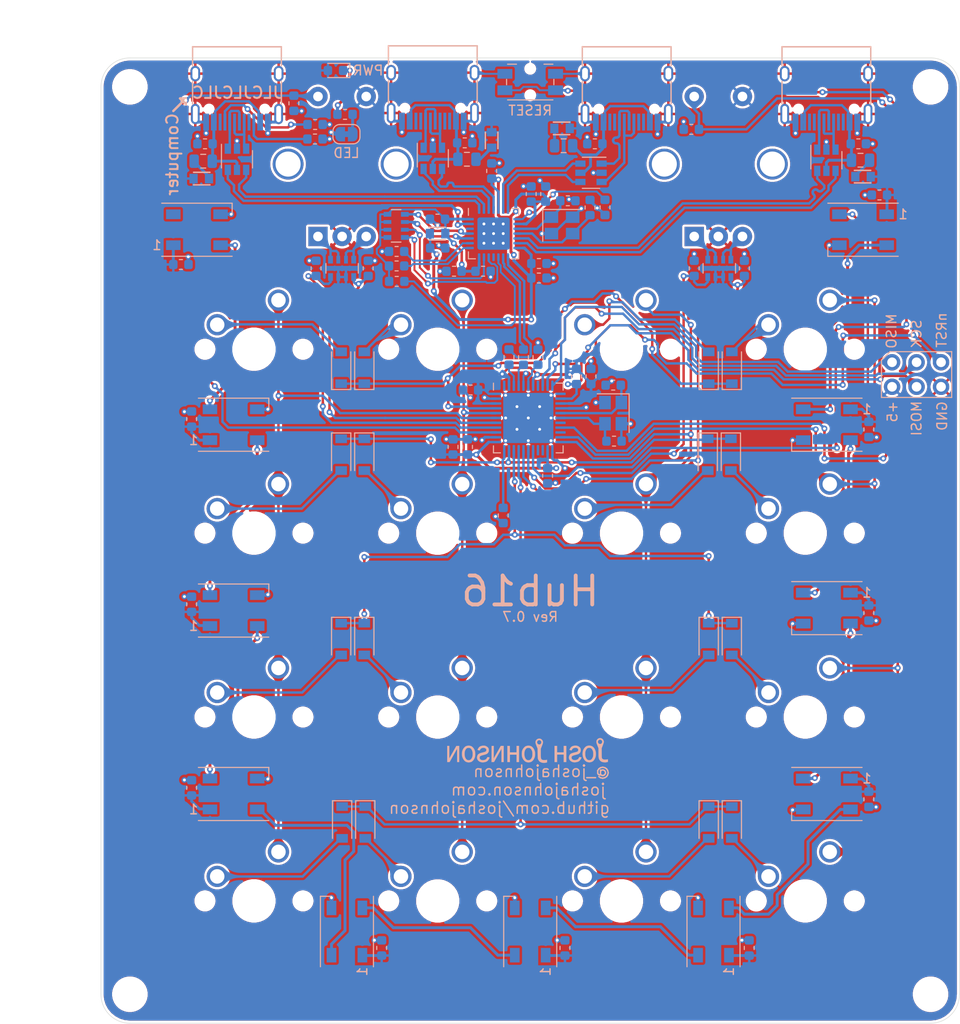
<source format=kicad_pcb>
(kicad_pcb (version 20171130) (host pcbnew 5.1.6-c6e7f7d~87~ubuntu20.04.1)
  (title_block (title Hub16) (date 2020-08-16) (rev 0.7) (company "Josh Johnson"))
  (layers (0 F.Cu signal) (31 B.Cu signal) (34 B.Paste user) (35 F.Paste user) (36 B.SilkS user) (37 F.SilkS user) (38 B.Mask user) (39 F.Mask user) (44 Edge.Cuts user))
  (net 0 "")
  (net 1 GND)
  (net 2 VBUS)
  (net 3 "Net-(C2-Pad1)")
  (net 4 "Net-(C3-Pad1)")
  (net 5 "Net-(C4-Pad1)")
  (net 6 +5V)
  (net 7 /LED_DAT)
  (net 8 "Net-(D2-Pad2)")
  (net 9 "Net-(D3-Pad2)")
  (net 10 "Net-(D10-Pad4)")
  (net 11 "Net-(D5-Pad2)")
  (net 12 /row1)
  (net 13 /row2)
  (net 14 "Net-(D6-Pad2)")
  (net 15 "Net-(D7-Pad2)")
  (net 16 /row3)
  (net 17 /row4)
  (net 18 "Net-(D8-Pad2)")
  (net 19 "Net-(D10-Pad2)")
  (net 20 "Net-(D11-Pad2)")
  (net 21 "Net-(D12-Pad2)")
  (net 22 "Net-(D13-Pad2)")
  (net 23 "Net-(D14-Pad2)")
  (net 24 "Net-(D16-Pad2)")
  (net 25 "Net-(D17-Pad2)")
  (net 26 "Net-(D18-Pad2)")
  (net 27 "Net-(D19-Pad2)")
  (net 28 "Net-(D20-Pad2)")
  (net 29 "Net-(D23-Pad2)")
  (net 30 "Net-(D24-Pad2)")
  (net 31 "Net-(D25-Pad2)")
  (net 32 "Net-(D26-Pad2)")
  (net 33 "Net-(D27-Pad2)")
  (net 34 /MISO)
  (net 35 /MOSI)
  (net 36 /SCK)
  (net 37 /nRST)
  (net 38 /col1)
  (net 39 /col2)
  (net 40 /col3)
  (net 41 /col4)
  (net 42 "Net-(R5-Pad1)")
  (net 43 "Net-(D29-Pad2)")
  (net 44 "Net-(D30-Pad2)")
  (net 45 "Net-(D31-Pad2)")
  (net 46 /ENC_1_A)
  (net 47 /ENC_1_B)
  (net 48 /ENC_1_SW)
  (net 49 /ENC_2_A)
  (net 50 /ENC_2_B)
  (net 51 /ENC_2_SW)
  (net 52 "Net-(R14-Pad1)")
  (net 53 +3V3)
  (net 54 +3.3VA)
  (net 55 "/USB Hub/XIN")
  (net 56 "/USB Hub/XOUT")
  (net 57 /USB_UP_D+)
  (net 58 "Net-(J1-PadA5)")
  (net 59 /USB_UP_D-)
  (net 60 "Net-(J1-PadB5)")
  (net 61 "/USB Hub/D2_D+")
  (net 62 "/USB Hub/D2_D-")
  (net 63 "/USB Hub/D1_D+")
  (net 64 "/USB Hub/D1_D-")
  (net 65 "/USB Hub/D3_D+")
  (net 66 "/USB Hub/D3_D-")
  (net 67 "/USB Hub/USB_DN_D+")
  (net 68 "Net-(R6-Pad1)")
  (net 69 "/USB Hub/USB_DN_D-")
  (net 70 "Net-(R7-Pad1)")
  (net 71 "Net-(RN1-Pad5)")
  (net 72 "Net-(RN3-Pad5)")
  (net 73 "Net-(RN3-Pad7)")
  (net 74 "/USB Hub/nOVR_4")
  (net 75 "/USB Hub/nOVR_2")
  (net 76 "/USB Hub/nOVR_3")
  (net 77 "/USB Hub/nOVR_1")
  (net 78 "/USB Hub/UP_USB_P")
  (net 79 "/USB Hub/UP_USB_N")
  (net 80 "Net-(RN1-Pad7)")
  (net 81 "Net-(R9-Pad1)")
  (net 82 "Net-(C24-Pad1)")
  (net 83 "Net-(C25-Pad1)")
  (net 84 "Net-(C26-Pad1)")
  (net 85 "Net-(F2-Pad2)")
  (net 86 "Net-(F3-Pad2)")
  (net 87 "Net-(F4-Pad2)")
  (net 88 "Net-(J4-PadA6)")
  (net 89 "Net-(J4-PadA7)")
  (net 90 "Net-(J5-PadA6)")
  (net 91 "Net-(J5-PadA7)")
  (net 92 "Net-(R10-Pad1)")
  (net 93 "Net-(R12-Pad1)")
  (net 94 "Net-(F1-Pad1)")
  (net 95 /LED_1)
  (net 96 "Net-(D1-Pad1)")
  (net 97 "Net-(JP11-Pad1)")
  (net 98 "/USB Hub/CON2_D+")
  (net 99 "/USB Hub/CON2_D-")
  (module josh-keyboard:MX_KEYSWITCH (layer F.Cu) (at 82.35 107.3)
    (fp_text reference K8 hide)
    (fp_text value KEYSW)
    (pad "" np_thru_hole circle (at 5.14 -0.02) (size 1.7 1.7) (drill 1.7) (layers *.Cu *.Mask))
    (pad "" np_thru_hole circle (at -5.02 -0.02) (size 1.7 1.7) (drill 1.7) (layers *.Cu *.Mask))
    (pad "" np_thru_hole circle (at 0.06 -0.02) (size 4 4) (drill 4) (layers *.Cu *.Mask))
    (pad 2 thru_hole circle (at -3.75 -2.56) (size 2.2 2.2) (drill 1.5) (layers *.Cu *.Mask) (net 22 "Net-(D13-Pad2)"))
    (pad 1 thru_hole circle (at 2.6 -5.1) (size 2.2 2.2) (drill 1.5) (layers *.Cu *.Mask) (net 39 /col2))
  )
  (module josh-keyboard:MX_KEYSWITCH (layer F.Cu) (at 120.45 126.35)
    (fp_text reference K19 hide)
    (fp_text value KEYSW)
    (pad "" np_thru_hole circle (at 5.14 -0.02) (size 1.7 1.7) (drill 1.7) (layers *.Cu *.Mask))
    (pad "" np_thru_hole circle (at -5.02 -0.02) (size 1.7 1.7) (drill 1.7) (layers *.Cu *.Mask))
    (pad "" np_thru_hole circle (at 0.06 -0.02) (size 4 4) (drill 4) (layers *.Cu *.Mask))
    (pad 2 thru_hole circle (at -3.75 -2.56) (size 2.2 2.2) (drill 1.5) (layers *.Cu *.Mask) (net 33 "Net-(D27-Pad2)"))
    (pad 1 thru_hole circle (at 2.6 -5.1) (size 2.2 2.2) (drill 1.5) (layers *.Cu *.Mask) (net 41 /col4))
  )
  (module josh-keyboard:MX_KEYSWITCH (layer F.Cu) (at 120.45 107.3)
    (fp_text reference K18 hide)
    (fp_text value KEYSW)
    (pad "" np_thru_hole circle (at 5.14 -0.02) (size 1.7 1.7) (drill 1.7) (layers *.Cu *.Mask))
    (pad "" np_thru_hole circle (at -5.02 -0.02) (size 1.7 1.7) (drill 1.7) (layers *.Cu *.Mask))
    (pad "" np_thru_hole circle (at 0.06 -0.02) (size 4 4) (drill 4) (layers *.Cu *.Mask))
    (pad 2 thru_hole circle (at -3.75 -2.56) (size 2.2 2.2) (drill 1.5) (layers *.Cu *.Mask) (net 32 "Net-(D26-Pad2)"))
    (pad 1 thru_hole circle (at 2.6 -5.1) (size 2.2 2.2) (drill 1.5) (layers *.Cu *.Mask) (net 41 /col4))
  )
  (module josh-keyboard:MX_KEYSWITCH (layer F.Cu) (at 120.45 88.25)
    (fp_text reference K17 hide)
    (fp_text value KEYSW)
    (pad "" np_thru_hole circle (at 5.14 -0.02) (size 1.7 1.7) (drill 1.7) (layers *.Cu *.Mask))
    (pad "" np_thru_hole circle (at -5.02 -0.02) (size 1.7 1.7) (drill 1.7) (layers *.Cu *.Mask))
    (pad "" np_thru_hole circle (at 0.06 -0.02) (size 4 4) (drill 4) (layers *.Cu *.Mask))
    (pad 2 thru_hole circle (at -3.75 -2.56) (size 2.2 2.2) (drill 1.5) (layers *.Cu *.Mask) (net 31 "Net-(D25-Pad2)"))
    (pad 1 thru_hole circle (at 2.6 -5.1) (size 2.2 2.2) (drill 1.5) (layers *.Cu *.Mask) (net 41 /col4))
  )
  (module josh-keyboard:MX_KEYSWITCH (layer F.Cu) (at 120.45 69.2)
    (fp_text reference K16 hide)
    (fp_text value KEYSW)
    (pad "" np_thru_hole circle (at 5.14 -0.02) (size 1.7 1.7) (drill 1.7) (layers *.Cu *.Mask))
    (pad "" np_thru_hole circle (at -5.02 -0.02) (size 1.7 1.7) (drill 1.7) (layers *.Cu *.Mask))
    (pad "" np_thru_hole circle (at 0.06 -0.02) (size 4 4) (drill 4) (layers *.Cu *.Mask))
    (pad 2 thru_hole circle (at -3.75 -2.56) (size 2.2 2.2) (drill 1.5) (layers *.Cu *.Mask) (net 30 "Net-(D24-Pad2)"))
    (pad 1 thru_hole circle (at 2.6 -5.1) (size 2.2 2.2) (drill 1.5) (layers *.Cu *.Mask) (net 41 /col4))
  )
  (module josh-keyboard:MX_KEYSWITCH (layer F.Cu) (at 101.4 126.35)
    (fp_text reference K14 hide)
    (fp_text value KEYSW)
    (pad "" np_thru_hole circle (at 5.14 -0.02) (size 1.7 1.7) (drill 1.7) (layers *.Cu *.Mask))
    (pad "" np_thru_hole circle (at -5.02 -0.02) (size 1.7 1.7) (drill 1.7) (layers *.Cu *.Mask))
    (pad "" np_thru_hole circle (at 0.06 -0.02) (size 4 4) (drill 4) (layers *.Cu *.Mask))
    (pad 2 thru_hole circle (at -3.75 -2.56) (size 2.2 2.2) (drill 1.5) (layers *.Cu *.Mask) (net 28 "Net-(D20-Pad2)"))
    (pad 1 thru_hole circle (at 2.6 -5.1) (size 2.2 2.2) (drill 1.5) (layers *.Cu *.Mask) (net 40 /col3))
  )
  (module josh-keyboard:MX_KEYSWITCH (layer F.Cu) (at 101.4 107.3)
    (fp_text reference K13 hide)
    (fp_text value KEYSW)
    (pad "" np_thru_hole circle (at 5.14 -0.02) (size 1.7 1.7) (drill 1.7) (layers *.Cu *.Mask))
    (pad "" np_thru_hole circle (at -5.02 -0.02) (size 1.7 1.7) (drill 1.7) (layers *.Cu *.Mask))
    (pad "" np_thru_hole circle (at 0.06 -0.02) (size 4 4) (drill 4) (layers *.Cu *.Mask))
    (pad 2 thru_hole circle (at -3.75 -2.56) (size 2.2 2.2) (drill 1.5) (layers *.Cu *.Mask) (net 27 "Net-(D19-Pad2)"))
    (pad 1 thru_hole circle (at 2.6 -5.1) (size 2.2 2.2) (drill 1.5) (layers *.Cu *.Mask) (net 40 /col3))
  )
  (module josh-keyboard:MX_KEYSWITCH (layer F.Cu) (at 101.4 88.25)
    (fp_text reference K12 hide)
    (fp_text value KEYSW)
    (pad "" np_thru_hole circle (at 5.14 -0.02) (size 1.7 1.7) (drill 1.7) (layers *.Cu *.Mask))
    (pad "" np_thru_hole circle (at -5.02 -0.02) (size 1.7 1.7) (drill 1.7) (layers *.Cu *.Mask))
    (pad "" np_thru_hole circle (at 0.06 -0.02) (size 4 4) (drill 4) (layers *.Cu *.Mask))
    (pad 2 thru_hole circle (at -3.75 -2.56) (size 2.2 2.2) (drill 1.5) (layers *.Cu *.Mask) (net 26 "Net-(D18-Pad2)"))
    (pad 1 thru_hole circle (at 2.6 -5.1) (size 2.2 2.2) (drill 1.5) (layers *.Cu *.Mask) (net 40 /col3))
  )
  (module josh-keyboard:MX_KEYSWITCH (layer F.Cu) (at 101.4 69.2)
    (fp_text reference K11 hide)
    (fp_text value KEYSW)
    (pad "" np_thru_hole circle (at 5.14 -0.02) (size 1.7 1.7) (drill 1.7) (layers *.Cu *.Mask))
    (pad "" np_thru_hole circle (at -5.02 -0.02) (size 1.7 1.7) (drill 1.7) (layers *.Cu *.Mask))
    (pad "" np_thru_hole circle (at 0.06 -0.02) (size 4 4) (drill 4) (layers *.Cu *.Mask))
    (pad 2 thru_hole circle (at -3.75 -2.56) (size 2.2 2.2) (drill 1.5) (layers *.Cu *.Mask) (net 25 "Net-(D17-Pad2)"))
    (pad 1 thru_hole circle (at 2.6 -5.1) (size 2.2 2.2) (drill 1.5) (layers *.Cu *.Mask) (net 40 /col3))
  )
  (module josh-keyboard:MX_KEYSWITCH (layer F.Cu) (at 82.35 126.35)
    (fp_text reference K9 hide)
    (fp_text value KEYSW)
    (pad "" np_thru_hole circle (at 5.14 -0.02) (size 1.7 1.7) (drill 1.7) (layers *.Cu *.Mask))
    (pad "" np_thru_hole circle (at -5.02 -0.02) (size 1.7 1.7) (drill 1.7) (layers *.Cu *.Mask))
    (pad "" np_thru_hole circle (at 0.06 -0.02) (size 4 4) (drill 4) (layers *.Cu *.Mask))
    (pad 2 thru_hole circle (at -3.75 -2.56) (size 2.2 2.2) (drill 1.5) (layers *.Cu *.Mask) (net 23 "Net-(D14-Pad2)"))
    (pad 1 thru_hole circle (at 2.6 -5.1) (size 2.2 2.2) (drill 1.5) (layers *.Cu *.Mask) (net 39 /col2))
  )
  (module josh-keyboard:MX_KEYSWITCH (layer F.Cu) (at 82.35 88.25)
    (fp_text reference K7 hide)
    (fp_text value KEYSW)
    (pad "" np_thru_hole circle (at 5.14 -0.02) (size 1.7 1.7) (drill 1.7) (layers *.Cu *.Mask))
    (pad "" np_thru_hole circle (at -5.02 -0.02) (size 1.7 1.7) (drill 1.7) (layers *.Cu *.Mask))
    (pad "" np_thru_hole circle (at 0.06 -0.02) (size 4 4) (drill 4) (layers *.Cu *.Mask))
    (pad 2 thru_hole circle (at -3.75 -2.56) (size 2.2 2.2) (drill 1.5) (layers *.Cu *.Mask) (net 21 "Net-(D12-Pad2)"))
    (pad 1 thru_hole circle (at 2.6 -5.1) (size 2.2 2.2) (drill 1.5) (layers *.Cu *.Mask) (net 39 /col2))
  )
  (module josh-keyboard:MX_KEYSWITCH (layer F.Cu) (at 82.35 69.2)
    (fp_text reference K6 hide)
    (fp_text value KEYSW)
    (pad "" np_thru_hole circle (at 5.14 -0.02) (size 1.7 1.7) (drill 1.7) (layers *.Cu *.Mask))
    (pad "" np_thru_hole circle (at -5.02 -0.02) (size 1.7 1.7) (drill 1.7) (layers *.Cu *.Mask))
    (pad "" np_thru_hole circle (at 0.06 -0.02) (size 4 4) (drill 4) (layers *.Cu *.Mask))
    (pad 2 thru_hole circle (at -3.75 -2.56) (size 2.2 2.2) (drill 1.5) (layers *.Cu *.Mask) (net 20 "Net-(D11-Pad2)"))
    (pad 1 thru_hole circle (at 2.6 -5.1) (size 2.2 2.2) (drill 1.5) (layers *.Cu *.Mask) (net 39 /col2))
  )
  (module josh-keyboard:MX_KEYSWITCH (layer F.Cu) (at 63.3 126.35)
    (fp_text reference K4 hide)
    (fp_text value KEYSW)
    (pad "" np_thru_hole circle (at 5.14 -0.02) (size 1.7 1.7) (drill 1.7) (layers *.Cu *.Mask))
    (pad "" np_thru_hole circle (at -5.02 -0.02) (size 1.7 1.7) (drill 1.7) (layers *.Cu *.Mask))
    (pad "" np_thru_hole circle (at 0.06 -0.02) (size 4 4) (drill 4) (layers *.Cu *.Mask))
    (pad 2 thru_hole circle (at -3.75 -2.56) (size 2.2 2.2) (drill 1.5) (layers *.Cu *.Mask) (net 18 "Net-(D8-Pad2)"))
    (pad 1 thru_hole circle (at 2.6 -5.1) (size 2.2 2.2) (drill 1.5) (layers *.Cu *.Mask) (net 38 /col1))
  )
  (module josh-keyboard:MX_KEYSWITCH (layer F.Cu) (at 63.3 107.3)
    (fp_text reference K3 hide)
    (fp_text value KEYSW)
    (pad "" np_thru_hole circle (at 5.14 -0.02) (size 1.7 1.7) (drill 1.7) (layers *.Cu *.Mask))
    (pad "" np_thru_hole circle (at -5.02 -0.02) (size 1.7 1.7) (drill 1.7) (layers *.Cu *.Mask))
    (pad "" np_thru_hole circle (at 0.06 -0.02) (size 4 4) (drill 4) (layers *.Cu *.Mask))
    (pad 2 thru_hole circle (at -3.75 -2.56) (size 2.2 2.2) (drill 1.5) (layers *.Cu *.Mask) (net 15 "Net-(D7-Pad2)"))
    (pad 1 thru_hole circle (at 2.6 -5.1) (size 2.2 2.2) (drill 1.5) (layers *.Cu *.Mask) (net 38 /col1))
  )
  (module josh-keyboard:MX_KEYSWITCH (layer F.Cu) (at 63.3 88.25)
    (fp_text reference K2 hide)
    (fp_text value KEYSW)
    (pad "" np_thru_hole circle (at 5.14 -0.02) (size 1.7 1.7) (drill 1.7) (layers *.Cu *.Mask))
    (pad "" np_thru_hole circle (at -5.02 -0.02) (size 1.7 1.7) (drill 1.7) (layers *.Cu *.Mask))
    (pad "" np_thru_hole circle (at 0.06 -0.02) (size 4 4) (drill 4) (layers *.Cu *.Mask))
    (pad 2 thru_hole circle (at -3.75 -2.56) (size 2.2 2.2) (drill 1.5) (layers *.Cu *.Mask) (net 14 "Net-(D6-Pad2)"))
    (pad 1 thru_hole circle (at 2.6 -5.1) (size 2.2 2.2) (drill 1.5) (layers *.Cu *.Mask) (net 38 /col1))
  )
  (module josh-keyboard:MX_KEYSWITCH (layer F.Cu) (at 63.3 69.2)
    (fp_text reference K1 hide)
    (fp_text value KEYSW)
    (pad "" np_thru_hole circle (at 5.14 -0.02) (size 1.7 1.7) (drill 1.7) (layers *.Cu *.Mask))
    (pad "" np_thru_hole circle (at -5.02 -0.02) (size 1.7 1.7) (drill 1.7) (layers *.Cu *.Mask))
    (pad "" np_thru_hole circle (at 0.06 -0.02) (size 4 4) (drill 4) (layers *.Cu *.Mask))
    (pad 2 thru_hole circle (at -3.75 -2.56) (size 2.2 2.2) (drill 1.5) (layers *.Cu *.Mask) (net 11 "Net-(D5-Pad2)"))
    (pad 1 thru_hole circle (at 2.6 -5.1) (size 2.2 2.2) (drill 1.5) (layers *.Cu *.Mask) (net 38 /col1))
  )
  (module josh-connectors:AVR_PROG_2.54_THT (layer B.Cu) (at 132.05 71.8)
    (fp_text reference J2 hide)
    (fp_text value AVR-ISP-6)
    (pad 5 thru_hole circle (at 2.54 -1.27) (size 1.7 1.7) (drill 1) (layers *.Cu *.Mask) (net 37 /nRST))
    (pad 6 thru_hole circle (at 2.54 1.27) (size 1.7 1.7) (drill 1) (layers *.Cu *.Mask) (net 1 GND))
    (pad 3 thru_hole circle (at 0 -1.27) (size 1.7 1.7) (drill 1) (layers *.Cu *.Mask) (net 36 /SCK))
    (pad 4 thru_hole circle (at 0 1.27) (size 1.7 1.7) (drill 1) (layers *.Cu *.Mask) (net 35 /MOSI))
    (pad 1 thru_hole circle (at -2.54 -1.27) (size 1.7 1.7) (drill 1) (layers *.Cu *.Mask) (net 34 /MISO))
    (pad 2 thru_hole circle (at -2.54 1.27) (size 1.7 1.7) (drill 1) (layers *.Cu *.Mask) (net 6 +5V))
  )
  (module josh-buttons-switches:Panasonic_EVQPUL_EVQPUC (layer B.Cu) (at 92 41.5 180)
    (fp_text reference SW1 hide)
    (fp_text value KMR2)
    (pad "" np_thru_hole circle (at 0 1.375) (size 0.75 0.75) (drill 0.75) (layers *.Cu *.Mask))
    (pad "" np_thru_hole circle (at 0 -1.375) (size 0.75 0.75) (drill 0.75) (layers *.Cu *.Mask))
    (pad 1 smd rect (at 2.625 0.85) (size 1.55 1) (layers B.Cu B.Paste B.Mask) (net 1 GND))
    (pad 1 smd rect (at -2.625 0.85) (size 1.55 1) (layers B.Cu B.Paste B.Mask) (net 1 GND))
    (pad 2 smd rect (at -2.625 -0.85) (size 1.55 1) (layers B.Cu B.Paste B.Mask) (net 37 /nRST))
    (pad 2 smd rect (at 2.625 -0.85) (size 1.55 1) (layers B.Cu B.Paste B.Mask) (net 37 /nRST))
  )
  (module josh-logos:josh-johnson-logo-17x3 (layer B.Cu) (at 91.7 110.7 180)
    (fp_text reference LOGO1 hide)
    (fp_text value Josh-Logo hide)
  )
  (module josh-logos:OSHW-Logo2_9.8x8mm_Mask (layer B.Cu) (at 92 103 180)
    (fp_text reference LOGO4 hide)
    (fp_text value Logo_Open_Hardware_Small hide)
  )
  (module josh-dfn-qfn:QFN-44-1EP_7x7mm_P0.5mm_EP5.2x5.2mm_ThermalVias (layer B.Cu) (at 91.8 76.3 270)
    (fp_text reference U2 hide)
    (fp_text value ATMEGA32U4)
    (pad 45 smd rect (at 0 0 270) (size 5.2 5.2) (layers F.Cu) (net 1 GND))
    (pad 45 thru_hole circle (at 2.35 -2.35 270) (size 0.5 0.5) (drill 0.3) (layers *.Cu) (net 1 GND))
    (pad 45 thru_hole circle (at 0 -2.35 270) (size 0.5 0.5) (drill 0.3) (layers *.Cu) (net 1 GND))
    (pad 45 thru_hole circle (at -2.35 -2.35 270) (size 0.5 0.5) (drill 0.3) (layers *.Cu) (net 1 GND))
    (pad 45 thru_hole circle (at 1.175 -1.175 270) (size 0.5 0.5) (drill 0.3) (layers *.Cu) (net 1 GND))
    (pad 45 thru_hole circle (at -1.175 -1.175 270) (size 0.5 0.5) (drill 0.3) (layers *.Cu) (net 1 GND))
    (pad 45 thru_hole circle (at 2.35 0 270) (size 0.5 0.5) (drill 0.3) (layers *.Cu) (net 1 GND))
    (pad 45 thru_hole circle (at 0 0 270) (size 0.5 0.5) (drill 0.3) (layers *.Cu) (net 1 GND))
    (pad 45 thru_hole circle (at -2.35 0 270) (size 0.5 0.5) (drill 0.3) (layers *.Cu) (net 1 GND))
    (pad 45 thru_hole circle (at 1.175 1.175 270) (size 0.5 0.5) (drill 0.3) (layers *.Cu) (net 1 GND))
    (pad 45 thru_hole circle (at -1.175 1.175 270) (size 0.5 0.5) (drill 0.3) (layers *.Cu) (net 1 GND))
    (pad 45 thru_hole circle (at 2.35 2.35 270) (size 0.5 0.5) (drill 0.3) (layers *.Cu) (net 1 GND))
    (pad 45 thru_hole circle (at 0 2.35 270) (size 0.5 0.5) (drill 0.3) (layers *.Cu) (net 1 GND))
    (pad 45 thru_hole circle (at -2.35 2.35 270) (size 0.5 0.5) (drill 0.3) (layers *.Cu) (net 1 GND))
    (pad 45 smd rect (at 0 0 270) (size 5.2 5.2) (layers B.Cu B.Mask) (net 1 GND))
    (pad 44 smd roundrect (at -2.5 3.3375 270) (size 0.25 1.075) (layers B.Cu B.Paste B.Mask) (net 6 +5V))
    (pad 43 smd roundrect (at -2 3.3375 270) (size 0.25 1.075) (layers B.Cu B.Paste B.Mask) (net 1 GND))
    (pad 42 smd roundrect (at -1.5 3.3375 270) (size 0.25 1.075) (layers B.Cu B.Paste B.Mask) (net 6 +5V))
    (pad 41 smd roundrect (at -1 3.3375 270) (size 0.25 1.075) (layers B.Cu B.Paste B.Mask) (net 12 /row1))
    (pad 40 smd roundrect (at -0.5 3.3375 270) (size 0.25 1.075) (layers B.Cu B.Paste B.Mask) (net 39 /col2))
    (pad 39 smd roundrect (at 0 3.3375 270) (size 0.25 1.075) (layers B.Cu B.Paste B.Mask) (net 38 /col1))
    (pad 38 smd roundrect (at 0.5 3.3375 270) (size 0.25 1.075) (layers B.Cu B.Paste B.Mask) (net 47 /ENC_1_B))
    (pad 37 smd roundrect (at 1 3.3375 270) (size 0.25 1.075) (layers B.Cu B.Paste B.Mask) (net 46 /ENC_1_A))
    (pad 36 smd roundrect (at 1.5 3.3375 270) (size 0.25 1.075) (layers B.Cu B.Paste B.Mask) (net 48 /ENC_1_SW))
    (pad 35 smd roundrect (at 2 3.3375 270) (size 0.25 1.075) (layers B.Cu B.Paste B.Mask) (net 1 GND))
    (pad 34 smd roundrect (at 2.5 3.3375 270) (size 0.25 1.075) (layers B.Cu B.Paste B.Mask) (net 6 +5V))
    (pad 33 smd roundrect (at 3.3375 2.5 270) (size 1.075 0.25) (layers B.Cu B.Paste B.Mask) (net 42 "Net-(R5-Pad1)"))
    (pad 32 smd roundrect (at 3.3375 2 270) (size 1.075 0.25) (layers B.Cu B.Paste B.Mask) (net 13 /row2))
    (pad 31 smd roundrect (at 3.3375 1.5 270) (size 1.075 0.25) (layers B.Cu B.Paste B.Mask) (net 16 /row3))
    (pad 30 smd roundrect (at 3.3375 1 270) (size 1.075 0.25) (layers B.Cu B.Paste B.Mask) (net 17 /row4))
    (pad 29 smd roundrect (at 3.3375 0.5 270) (size 1.075 0.25) (layers B.Cu B.Paste B.Mask) (net 50 /ENC_2_B))
    (pad 28 smd roundrect (at 3.3375 0 270) (size 1.075 0.25) (layers B.Cu B.Paste B.Mask) (net 49 /ENC_2_A))
    (pad 27 smd roundrect (at 3.3375 -0.5 270) (size 1.075 0.25) (layers B.Cu B.Paste B.Mask) (net 51 /ENC_2_SW))
    (pad 26 smd roundrect (at 3.3375 -1 270) (size 1.075 0.25) (layers B.Cu B.Paste B.Mask))
    (pad 25 smd roundrect (at 3.3375 -1.5 270) (size 1.075 0.25) (layers B.Cu B.Paste B.Mask))
    (pad 24 smd roundrect (at 3.3375 -2 270) (size 1.075 0.25) (layers B.Cu B.Paste B.Mask) (net 6 +5V))
    (pad 23 smd roundrect (at 3.3375 -2.5 270) (size 1.075 0.25) (layers B.Cu B.Paste B.Mask) (net 1 GND))
    (pad 22 smd roundrect (at 2.5 -3.3375 270) (size 0.25 1.075) (layers B.Cu B.Paste B.Mask) (net 40 /col3))
    (pad 21 smd roundrect (at 2 -3.3375 270) (size 0.25 1.075) (layers B.Cu B.Paste B.Mask) (net 41 /col4))
    (pad 20 smd roundrect (at 1.5 -3.3375 270) (size 0.25 1.075) (layers B.Cu B.Paste B.Mask))
    (pad 19 smd roundrect (at 1 -3.3375 270) (size 0.25 1.075) (layers B.Cu B.Paste B.Mask) (net 7 /LED_DAT))
    (pad 18 smd roundrect (at 0.5 -3.3375 270) (size 0.25 1.075) (layers B.Cu B.Paste B.Mask))
    (pad 17 smd roundrect (at 0 -3.3375 270) (size 0.25 1.075) (layers B.Cu B.Paste B.Mask) (net 4 "Net-(C3-Pad1)"))
    (pad 16 smd roundrect (at -0.5 -3.3375 270) (size 0.25 1.075) (layers B.Cu B.Paste B.Mask) (net 3 "Net-(C2-Pad1)"))
    (pad 15 smd roundrect (at -1 -3.3375 270) (size 0.25 1.075) (layers B.Cu B.Paste B.Mask) (net 1 GND))
    (pad 14 smd roundrect (at -1.5 -3.3375 270) (size 0.25 1.075) (layers B.Cu B.Paste B.Mask) (net 6 +5V))
    (pad 13 smd roundrect (at -2 -3.3375 270) (size 0.25 1.075) (layers B.Cu B.Paste B.Mask) (net 37 /nRST))
    (pad 12 smd roundrect (at -2.5 -3.3375 270) (size 0.25 1.075) (layers B.Cu B.Paste B.Mask))
    (pad 11 smd roundrect (at -3.3375 -2.5 270) (size 1.075 0.25) (layers B.Cu B.Paste B.Mask) (net 34 /MISO))
    (pad 10 smd roundrect (at -3.3375 -2 270) (size 1.075 0.25) (layers B.Cu B.Paste B.Mask) (net 35 /MOSI))
    (pad 9 smd roundrect (at -3.3375 -1.5 270) (size 1.075 0.25) (layers B.Cu B.Paste B.Mask) (net 36 /SCK))
    (pad 8 smd roundrect (at -3.3375 -1 270) (size 1.075 0.25) (layers B.Cu B.Paste B.Mask))
    (pad 7 smd roundrect (at -3.3375 -0.5 270) (size 1.075 0.25) (layers B.Cu B.Paste B.Mask) (net 6 +5V))
    (pad 6 smd roundrect (at -3.3375 0 270) (size 1.075 0.25) (layers B.Cu B.Paste B.Mask) (net 5 "Net-(C4-Pad1)"))
    (pad 5 smd roundrect (at -3.3375 0.5 270) (size 1.075 0.25) (layers B.Cu B.Paste B.Mask) (net 1 GND))
    (pad 4 smd roundrect (at -3.3375 1 270) (size 1.075 0.25) (layers B.Cu B.Paste B.Mask) (net 68 "Net-(R6-Pad1)"))
    (pad 3 smd roundrect (at -3.3375 1.5 270) (size 1.075 0.25) (layers B.Cu B.Paste B.Mask) (net 70 "Net-(R7-Pad1)"))
    (pad 2 smd roundrect (at -3.3375 2 270) (size 1.075 0.25) (layers B.Cu B.Paste B.Mask) (net 6 +5V))
    (pad 1 smd roundrect (at -3.3375 2.5 270) (size 1.075 0.25) (layers B.Cu B.Paste B.Mask))
  )
  (module Resistor_SMD:R_0603_1608Metric (layer B.Cu) (at 67.5 43.7 90)
    (fp_text reference R8 hide)
    (fp_text value 10K)
    (pad 2 smd roundrect (at 0.7875 0 90) (size 0.875 0.95) (layers B.Cu B.Paste B.Mask) (net 48 /ENC_1_SW))
    (pad 1 smd roundrect (at -0.7875 0 90) (size 0.875 0.95) (layers B.Cu B.Paste B.Mask) (net 1 GND))
  )
  (module Capacitor_SMD:C_0603_1608Metric (layer B.Cu) (at 69.8 60.8 90)
    (fp_text reference C9 hide)
    (fp_text value 100n)
    (pad 2 smd roundrect (at 0.7875 0 90) (size 0.875 0.95) (layers B.Cu B.Paste B.Mask) (net 1 GND))
    (pad 1 smd roundrect (at -0.7875 0 90) (size 0.875 0.95) (layers B.Cu B.Paste B.Mask) (net 46 /ENC_1_A))
  )
  (module Resistor_SMD:R_Array_Convex_4x0603 (layer B.Cu) (at 72.5 60.8 90)
    (fp_text reference RN3 hide)
    (fp_text value 10K)
    (pad 5 smd rect (at 0.9 -1.2 90) (size 0.8 0.5) (layers B.Cu B.Paste B.Mask) (net 72 "Net-(RN3-Pad5)"))
    (pad 6 smd rect (at 0.9 -0.4 90) (size 0.8 0.4) (layers B.Cu B.Paste B.Mask) (net 72 "Net-(RN3-Pad5)"))
    (pad 8 smd rect (at 0.9 1.2 90) (size 0.8 0.5) (layers B.Cu B.Paste B.Mask) (net 73 "Net-(RN3-Pad7)"))
    (pad 7 smd rect (at 0.9 0.4 90) (size 0.8 0.4) (layers B.Cu B.Paste B.Mask) (net 73 "Net-(RN3-Pad7)"))
    (pad 4 smd rect (at -0.9 -1.2 90) (size 0.8 0.5) (layers B.Cu B.Paste B.Mask) (net 46 /ENC_1_A))
    (pad 2 smd rect (at -0.9 0.4 90) (size 0.8 0.4) (layers B.Cu B.Paste B.Mask) (net 6 +5V))
    (pad 3 smd rect (at -0.9 -0.4 90) (size 0.8 0.4) (layers B.Cu B.Paste B.Mask) (net 6 +5V))
    (pad 1 smd rect (at -0.9 1.2 90) (size 0.8 0.5) (layers B.Cu B.Paste B.Mask) (net 47 /ENC_1_B))
  )
  (module Capacitor_SMD:C_0603_1608Metric (layer B.Cu) (at 75.2 60.8 90)
    (fp_text reference C8 hide)
    (fp_text value 100n)
    (pad 2 smd roundrect (at 0.7875 0 90) (size 0.875 0.95) (layers B.Cu B.Paste B.Mask) (net 1 GND))
    (pad 1 smd roundrect (at -0.7875 0 90) (size 0.875 0.95) (layers B.Cu B.Paste B.Mask) (net 47 /ENC_1_B))
  )
  (module Diode_SMD:D_SOD-123 (layer B.Cu) (at 112.9 71.1 90)
    (fp_text reference D24 hide)
    (fp_text value D)
    (pad 2 smd rect (at 1.65 0 90) (size 0.9 1.2) (layers B.Cu B.Paste B.Mask) (net 30 "Net-(D24-Pad2)"))
    (pad 1 smd rect (at -1.65 0 90) (size 0.9 1.2) (layers B.Cu B.Paste B.Mask) (net 12 /row1))
  )
  (module Diode_SMD:D_SOD-123 (layer B.Cu) (at 110.5 71.1 90)
    (fp_text reference D17 hide)
    (fp_text value D)
    (pad 2 smd rect (at 1.65 0 90) (size 0.9 1.2) (layers B.Cu B.Paste B.Mask) (net 25 "Net-(D17-Pad2)"))
    (pad 1 smd rect (at -1.65 0 90) (size 0.9 1.2) (layers B.Cu B.Paste B.Mask) (net 12 /row1))
  )
  (module josh-logos:board-title (layer B.Cu) (at 92 92.2 180)
    (fp_text reference LOGO3 hide)
    (fp_text value Board-Details)
    (fp_text user "Rev 0.7" (at 0 -4.7) (layer B.SilkS) (effects (justify mirror)))
    (fp_text user Hub16 (at 0 -2.05) (layer B.SilkS) (effects (font (size 3 3) (thickness 0.4)) (justify mirror)))
  )
  (module Capacitor_SMD:C_0603_1608Metric (layer B.Cu) (at 127.1 77.4875 90)
    (fp_text reference C38 hide)
    (fp_text value 100n)
    (pad 2 smd roundrect (at 0.7875 0 90) (size 0.875 0.95) (layers B.Cu B.Paste B.Mask) (net 6 +5V))
    (pad 1 smd roundrect (at -0.7875 0 90) (size 0.875 0.95) (layers B.Cu B.Paste B.Mask) (net 1 GND))
  )
  (module Capacitor_SMD:C_0603_1608Metric (layer B.Cu) (at 114.7 131.2 90)
    (fp_text reference C37 hide)
    (fp_text value 100n)
    (pad 2 smd roundrect (at 0.7875 0 90) (size 0.875 0.95) (layers B.Cu B.Paste B.Mask) (net 1 GND))
    (pad 1 smd roundrect (at -0.7875 0 90) (size 0.875 0.95) (layers B.Cu B.Paste B.Mask) (net 6 +5V))
  )
  (module Capacitor_SMD:C_0603_1608Metric (layer B.Cu) (at 127.1 96.5 270)
    (fp_text reference C36 hide)
    (fp_text value 100n)
    (pad 2 smd roundrect (at 0.7875 0 270) (size 0.875 0.95) (layers B.Cu B.Paste B.Mask) (net 1 GND))
    (pad 1 smd roundrect (at -0.7875 0 270) (size 0.875 0.95) (layers B.Cu B.Paste B.Mask) (net 6 +5V))
  )
  (module Capacitor_SMD:C_0603_1608Metric (layer B.Cu) (at 128.2 53.2 180)
    (fp_text reference C35 hide)
    (fp_text value 100n)
    (pad 2 smd roundrect (at 0.7875 0 180) (size 0.875 0.95) (layers B.Cu B.Paste B.Mask) (net 1 GND))
    (pad 1 smd roundrect (at -0.7875 0 180) (size 0.875 0.95) (layers B.Cu B.Paste B.Mask) (net 6 +5V))
  )
  (module Capacitor_SMD:C_0603_1608Metric (layer B.Cu) (at 95.6 131.2 90)
    (fp_text reference C34 hide)
    (fp_text value 100n)
    (pad 2 smd roundrect (at 0.7875 0 90) (size 0.875 0.95) (layers B.Cu B.Paste B.Mask) (net 1 GND))
    (pad 1 smd roundrect (at -0.7875 0 90) (size 0.875 0.95) (layers B.Cu B.Paste B.Mask) (net 6 +5V))
  )
  (module Capacitor_SMD:C_0603_1608Metric (layer B.Cu) (at 56.9 114.6125 90)
    (fp_text reference C33 hide)
    (fp_text value 100n)
    (pad 2 smd roundrect (at 0.7875 0 90) (size 0.875 0.95) (layers B.Cu B.Paste B.Mask) (net 1 GND))
    (pad 1 smd roundrect (at -0.7875 0 90) (size 0.875 0.95) (layers B.Cu B.Paste B.Mask) (net 6 +5V))
  )
  (module Capacitor_SMD:C_0603_1608Metric (layer B.Cu) (at 127.1 115.8 270)
    (fp_text reference C32 hide)
    (fp_text value 100n)
    (pad 2 smd roundrect (at 0.7875 0 270) (size 0.875 0.95) (layers B.Cu B.Paste B.Mask) (net 1 GND))
    (pad 1 smd roundrect (at -0.7875 0 270) (size 0.875 0.95) (layers B.Cu B.Paste B.Mask) (net 6 +5V))
  )
  (module Capacitor_SMD:C_0603_1608Metric (layer B.Cu) (at 76.6 131.2 90)
    (fp_text reference C31 hide)
    (fp_text value 100n)
    (pad 2 smd roundrect (at 0.7875 0 90) (size 0.875 0.95) (layers B.Cu B.Paste B.Mask) (net 1 GND))
    (pad 1 smd roundrect (at -0.7875 0 90) (size 0.875 0.95) (layers B.Cu B.Paste B.Mask) (net 6 +5V))
  )
  (module Capacitor_SMD:C_0603_1608Metric (layer B.Cu) (at 56.9 95.6 90)
    (fp_text reference C30 hide)
    (fp_text value 100n)
    (pad 2 smd roundrect (at 0.7875 0 90) (size 0.875 0.95) (layers B.Cu B.Paste B.Mask) (net 1 GND))
    (pad 1 smd roundrect (at -0.7875 0 90) (size 0.875 0.95) (layers B.Cu B.Paste B.Mask) (net 6 +5V))
  )
  (module Capacitor_SMD:C_0603_1608Metric (layer B.Cu) (at 55.7875 60.4)
    (fp_text reference C29 hide)
    (fp_text value 100n)
    (pad 2 smd roundrect (at 0.7875 0) (size 0.875 0.95) (layers B.Cu B.Paste B.Mask) (net 1 GND))
    (pad 1 smd roundrect (at -0.7875 0) (size 0.875 0.95) (layers B.Cu B.Paste B.Mask) (net 6 +5V))
  )
  (module Capacitor_SMD:C_0603_1608Metric (layer B.Cu) (at 56.9 76.4125 90)
    (fp_text reference C28 hide)
    (fp_text value 100n)
    (pad 2 smd roundrect (at 0.7875 0 90) (size 0.875 0.95) (layers B.Cu B.Paste B.Mask) (net 1 GND))
    (pad 1 smd roundrect (at -0.7875 0 90) (size 0.875 0.95) (layers B.Cu B.Paste B.Mask) (net 6 +5V))
  )
  (module Capacitor_SMD:C_0603_1608Metric (layer B.Cu) (at 85.8125 73.4 180)
    (fp_text reference C27 hide)
    (fp_text value 100n)
    (pad 2 smd roundrect (at 0.7875 0 180) (size 0.875 0.95) (layers B.Cu B.Paste B.Mask) (net 1 GND))
    (pad 1 smd roundrect (at -0.7875 0 180) (size 0.875 0.95) (layers B.Cu B.Paste B.Mask) (net 6 +5V))
  )
  (module Capacitor_SMD:C_0603_1608Metric (layer B.Cu) (at 93.8 82.2875 270)
    (fp_text reference C23 hide)
    (fp_text value 100n)
    (pad 2 smd roundrect (at 0.7875 0 270) (size 0.875 0.95) (layers B.Cu B.Paste B.Mask) (net 1 GND))
    (pad 1 smd roundrect (at -0.7875 0 270) (size 0.875 0.95) (layers B.Cu B.Paste B.Mask) (net 6 +5V))
  )
  (module josh-passives-smt:Ferrite_Bead_0603 (layer B.Cu) (at 57.9 51.5 180)
    (fp_text reference FB5 hide)
    (fp_text value 600R hide)
    (pad 2 smd rect (at 0.8 0 180) (size 0.85 1) (layers B.Cu B.Paste B.Mask) (net 6 +5V))
    (pad 1 smd rect (at -0.8 0 180) (size 0.85 1) (layers B.Cu B.Paste B.Mask) (net 94 "Net-(F1-Pad1)"))
  )
  (module Resistor_SMD:R_0603_1608Metric (layer B.Cu) (at 78.15 60.55 180)
    (fp_text reference R12 hide)
    (fp_text value 10K)
    (pad 2 smd roundrect (at 0.7875 0 180) (size 0.875 0.95) (layers B.Cu B.Paste B.Mask) (net 53 +3V3))
    (pad 1 smd roundrect (at -0.7875 0 180) (size 0.875 0.95) (layers B.Cu B.Paste B.Mask) (net 93 "Net-(R12-Pad1)"))
  )
  (module Resistor_SMD:R_0603_1608Metric (layer B.Cu) (at 78.1625 62.15 180)
    (fp_text reference R10 hide)
    (fp_text value 10K)
    (pad 2 smd roundrect (at 0.7875 0 180) (size 0.875 0.95) (layers B.Cu B.Paste B.Mask) (net 53 +3V3))
    (pad 1 smd roundrect (at -0.7875 0 180) (size 0.875 0.95) (layers B.Cu B.Paste B.Mask) (net 92 "Net-(R10-Pad1)"))
  )
  (module josh-buttons-switches:RotaryEncoder_Alps_EC11E-Switch_Vertical_H20mm_CircularMountingHoles (layer F.Cu) (at 109 57.5 90)
    (fp_text reference SW3 hide)
    (fp_text value Rotary_Encoder_Switch)
    (pad A thru_hole rect (at 0 0 90) (size 2 2) (drill 1) (layers *.Cu *.Mask) (net 71 "Net-(RN1-Pad5)"))
    (pad C thru_hole circle (at 0 2.5 90) (size 2 2) (drill 1) (layers *.Cu *.Mask) (net 1 GND))
    (pad B thru_hole circle (at 0 5 90) (size 2 2) (drill 1) (layers *.Cu *.Mask) (net 80 "Net-(RN1-Pad7)"))
    (pad MP thru_hole circle (at 7.5 -3.1 90) (size 3.2 3.2) (drill 2.6) (layers *.Cu *.Mask))
    (pad MP thru_hole circle (at 7.5 8.1 90) (size 3.2 3.2) (drill 2.6) (layers *.Cu *.Mask))
    (pad S2 thru_hole circle (at 14.5 0 90) (size 2 2) (drill 1) (layers *.Cu *.Mask) (net 51 /ENC_2_SW))
    (pad S1 thru_hole circle (at 14.5 5 90) (size 2 2) (drill 1) (layers *.Cu *.Mask) (net 6 +5V))
  )
  (module Resistor_SMD:R_0603_1608Metric (layer B.Cu) (at 108.7 46.4)
    (fp_text reference R11 hide)
    (fp_text value 10K)
    (pad 2 smd roundrect (at 0.7875 0) (size 0.875 0.95) (layers B.Cu B.Paste B.Mask) (net 51 /ENC_2_SW))
    (pad 1 smd roundrect (at -0.7875 0) (size 0.875 0.95) (layers B.Cu B.Paste B.Mask) (net 1 GND))
  )
  (module josh-passives-smt:Ferrite_Bead_0603 (layer B.Cu) (at 126.5 51.3)
    (fp_text reference FB3 hide)
    (fp_text value 600R hide)
    (pad 2 smd rect (at 0.8 0) (size 0.85 1) (layers B.Cu B.Paste B.Mask) (net 6 +5V))
    (pad 1 smd rect (at -0.8 0) (size 0.85 1) (layers B.Cu B.Paste B.Mask) (net 85 "Net-(F2-Pad2)"))
  )
  (module josh-passives-smt:Ferrite_Bead_0603 (layer B.Cu) (at 95.3 46.3)
    (fp_text reference FB2 hide)
    (fp_text value 600R hide)
    (pad 2 smd rect (at 0.8 0) (size 0.85 1) (layers B.Cu B.Paste B.Mask) (net 6 +5V))
    (pad 1 smd rect (at -0.8 0) (size 0.85 1) (layers B.Cu B.Paste B.Mask) (net 87 "Net-(F4-Pad2)"))
  )
  (module Resistor_SMD:R_0603_1608Metric (layer B.Cu) (at 69.6875 47.4 180)
    (fp_text reference R4 hide)
    (fp_text value 5K1)
    (pad 2 smd roundrect (at 0.7875 0 180) (size 0.875 0.95) (layers B.Cu B.Paste B.Mask) (net 60 "Net-(J1-PadB5)"))
    (pad 1 smd roundrect (at -0.7875 0 180) (size 0.875 0.95) (layers B.Cu B.Paste B.Mask) (net 1 GND))
  )
  (module Package_TO_SOT_SMD:SOT-23-6 (layer B.Cu) (at 98.3 50.9 180)
    (fp_text reference U6 hide)
    (fp_text value USBLC6-2SC6)
    (pad 5 smd rect (at 1.1 0 180) (size 1.06 0.65) (layers B.Cu B.Paste B.Mask) (net 84 "Net-(C26-Pad1)"))
    (pad 6 smd rect (at 1.1 0.95 180) (size 1.06 0.65) (layers B.Cu B.Paste B.Mask) (net 62 "/USB Hub/D2_D-"))
    (pad 4 smd rect (at 1.1 -0.95 180) (size 1.06 0.65) (layers B.Cu B.Paste B.Mask) (net 61 "/USB Hub/D2_D+"))
    (pad 3 smd rect (at -1.1 -0.95 180) (size 1.06 0.65) (layers B.Cu B.Paste B.Mask) (net 98 "/USB Hub/CON2_D+"))
    (pad 2 smd rect (at -1.1 0 180) (size 1.06 0.65) (layers B.Cu B.Paste B.Mask) (net 1 GND))
    (pad 1 smd rect (at -1.1 0.95 180) (size 1.06 0.65) (layers B.Cu B.Paste B.Mask) (net 99 "/USB Hub/CON2_D-"))
  )
  (module Package_TO_SOT_SMD:SOT-23-6 (layer B.Cu) (at 81.9 49.4 270)
    (fp_text reference U5 hide)
    (fp_text value USBLC6-2SC6)
    (pad 5 smd rect (at 1.1 0 270) (size 1.06 0.65) (layers B.Cu B.Paste B.Mask) (net 83 "Net-(C25-Pad1)"))
    (pad 6 smd rect (at 1.1 0.95 270) (size 1.06 0.65) (layers B.Cu B.Paste B.Mask) (net 64 "/USB Hub/D1_D-"))
    (pad 4 smd rect (at 1.1 -0.95 270) (size 1.06 0.65) (layers B.Cu B.Paste B.Mask) (net 63 "/USB Hub/D1_D+"))
    (pad 3 smd rect (at -1.1 -0.95 270) (size 1.06 0.65) (layers B.Cu B.Paste B.Mask) (net 88 "Net-(J4-PadA6)"))
    (pad 2 smd rect (at -1.1 0 270) (size 1.06 0.65) (layers B.Cu B.Paste B.Mask) (net 1 GND))
    (pad 1 smd rect (at -1.1 0.95 270) (size 1.06 0.65) (layers B.Cu B.Paste B.Mask) (net 89 "Net-(J4-PadA7)"))
  )
  (module Package_TO_SOT_SMD:SOT-23-6 (layer B.Cu) (at 122.7 49.6 270)
    (fp_text reference U4 hide)
    (fp_text value USBLC6-2SC6)
    (pad 5 smd rect (at 1.1 0 270) (size 1.06 0.65) (layers B.Cu B.Paste B.Mask) (net 82 "Net-(C24-Pad1)"))
    (pad 6 smd rect (at 1.1 0.95 270) (size 1.06 0.65) (layers B.Cu B.Paste B.Mask) (net 66 "/USB Hub/D3_D-"))
    (pad 4 smd rect (at 1.1 -0.95 270) (size 1.06 0.65) (layers B.Cu B.Paste B.Mask) (net 65 "/USB Hub/D3_D+"))
    (pad 3 smd rect (at -1.1 -0.95 270) (size 1.06 0.65) (layers B.Cu B.Paste B.Mask) (net 90 "Net-(J5-PadA6)"))
    (pad 2 smd rect (at -1.1 0 270) (size 1.06 0.65) (layers B.Cu B.Paste B.Mask) (net 1 GND))
    (pad 1 smd rect (at -1.1 0.95 270) (size 1.06 0.65) (layers B.Cu B.Paste B.Mask) (net 91 "Net-(J5-PadA7)"))
  )
  (module josh-passives-smt:Fuse_0805_2012Metric (layer B.Cu) (at 95.4625 48.1 180)
    (fp_text reference F4 hide)
    (fp_text value 200mA)
    (pad 2 smd roundrect (at 0.9375 0 180) (size 0.975 1.4) (layers B.Cu B.Paste B.Mask) (net 87 "Net-(F4-Pad2)"))
    (pad 1 smd roundrect (at -0.9375 0 180) (size 0.975 1.4) (layers B.Cu B.Paste B.Mask) (net 84 "Net-(C26-Pad1)"))
  )
  (module josh-passives-smt:Fuse_0805_2012Metric (layer B.Cu) (at 85.4375 49.5)
    (fp_text reference F3 hide)
    (fp_text value 200mA)
    (pad 2 smd roundrect (at 0.9375 0) (size 0.975 1.4) (layers B.Cu B.Paste B.Mask) (net 86 "Net-(F3-Pad2)"))
    (pad 1 smd roundrect (at -0.9375 0) (size 0.975 1.4) (layers B.Cu B.Paste B.Mask) (net 83 "Net-(C25-Pad1)"))
  )
  (module josh-passives-smt:Fuse_0805_2012Metric (layer B.Cu) (at 126.2375 49.6)
    (fp_text reference F2 hide)
    (fp_text value 200mA)
    (pad 2 smd roundrect (at 0.9375 0) (size 0.975 1.4) (layers B.Cu B.Paste B.Mask) (net 85 "Net-(F2-Pad2)"))
    (pad 1 smd roundrect (at -0.9375 0) (size 0.975 1.4) (layers B.Cu B.Paste B.Mask) (net 82 "Net-(C24-Pad1)"))
  )
  (module Capacitor_SMD:C_0603_1608Metric (layer B.Cu) (at 98.7 47.9 180)
    (fp_text reference C26 hide)
    (fp_text value 100n)
    (pad 2 smd roundrect (at 0.7875 0 180) (size 0.875 0.95) (layers B.Cu B.Paste B.Mask) (net 1 GND))
    (pad 1 smd roundrect (at -0.7875 0 180) (size 0.875 0.95) (layers B.Cu B.Paste B.Mask) (net 84 "Net-(C26-Pad1)"))
  )
  (module Capacitor_SMD:C_0603_1608Metric (layer B.Cu) (at 85.2125 47.8)
    (fp_text reference C25 hide)
    (fp_text value 100n)
    (pad 2 smd roundrect (at 0.7875 0) (size 0.875 0.95) (layers B.Cu B.Paste B.Mask) (net 1 GND))
    (pad 1 smd roundrect (at -0.7875 0) (size 0.875 0.95) (layers B.Cu B.Paste B.Mask) (net 83 "Net-(C25-Pad1)"))
  )
  (module Capacitor_SMD:C_0603_1608Metric (layer B.Cu) (at 126.0125 47.9)
    (fp_text reference C24 hide)
    (fp_text value 100n)
    (pad 2 smd roundrect (at 0.7875 0) (size 0.875 0.95) (layers B.Cu B.Paste B.Mask) (net 1 GND))
    (pad 1 smd roundrect (at -0.7875 0) (size 0.875 0.95) (layers B.Cu B.Paste B.Mask) (net 82 "Net-(C24-Pad1)"))
  )
  (module josh-dfn-qfn:QFN-28-1EP_5x5mm_P0.5mm_EP3.35x3.35mm_ThermalVias (layer B.Cu) (at 88.2 57.2 270)
    (fp_text reference U3 hide)
    (fp_text value CY7C65632-28LTXCT)
    (pad 29 smd roundrect (at 0 0 270) (size 3.35 3.35) (layers B.Cu B.Mask) (roundrect_rratio 0.074627) (net 1 GND))
    (pad 29 thru_hole circle (at -1 1 270) (size 0.5 0.5) (drill 0.3) (layers *.Cu) (net 1 GND))
    (pad 29 thru_hole circle (at 0 1 270) (size 0.5 0.5) (drill 0.3) (layers *.Cu) (net 1 GND))
    (pad 29 thru_hole circle (at 1 1 270) (size 0.5 0.5) (drill 0.3) (layers *.Cu) (net 1 GND))
    (pad 29 thru_hole circle (at -1 0 270) (size 0.5 0.5) (drill 0.3) (layers *.Cu) (net 1 GND))
    (pad 29 thru_hole circle (at 0 0 270) (size 0.5 0.5) (drill 0.3) (layers *.Cu) (net 1 GND))
    (pad 29 thru_hole circle (at 1 0 270) (size 0.5 0.5) (drill 0.3) (layers *.Cu) (net 1 GND))
    (pad 29 thru_hole circle (at -1 -1 270) (size 0.5 0.5) (drill 0.3) (layers *.Cu) (net 1 GND))
    (pad 29 thru_hole circle (at 0 -1 270) (size 0.5 0.5) (drill 0.3) (layers *.Cu) (net 1 GND))
    (pad 29 thru_hole circle (at 1 -1 270) (size 0.5 0.5) (drill 0.3) (layers *.Cu) (net 1 GND))
    (pad 1 smd roundrect (at -2.45 1.5 270) (size 0.8 0.25) (layers B.Cu B.Paste B.Mask) (net 79 "/USB Hub/UP_USB_N"))
    (pad 2 smd roundrect (at -2.45 1 270) (size 0.8 0.25) (layers B.Cu B.Paste B.Mask) (net 78 "/USB Hub/UP_USB_P"))
    (pad 3 smd roundrect (at -2.45 0.5 270) (size 0.8 0.25) (layers B.Cu B.Paste B.Mask) (net 64 "/USB Hub/D1_D-"))
    (pad 4 smd roundrect (at -2.45 0 270) (size 0.8 0.25) (layers B.Cu B.Paste B.Mask) (net 63 "/USB Hub/D1_D+"))
    (pad 5 smd roundrect (at -2.45 -0.5 270) (size 0.8 0.25) (layers B.Cu B.Paste B.Mask) (net 54 +3.3VA))
    (pad 6 smd roundrect (at -2.45 -1 270) (size 0.8 0.25) (layers B.Cu B.Paste B.Mask) (net 62 "/USB Hub/D2_D-"))
    (pad 7 smd roundrect (at -2.45 -1.5 270) (size 0.8 0.25) (layers B.Cu B.Paste B.Mask) (net 61 "/USB Hub/D2_D+"))
    (pad 8 smd roundrect (at -1.5 -2.45 270) (size 0.25 0.8) (layers B.Cu B.Paste B.Mask) (net 52 "Net-(R14-Pad1)"))
    (pad 9 smd roundrect (at -1 -2.45 270) (size 0.25 0.8) (layers B.Cu B.Paste B.Mask) (net 54 +3.3VA))
    (pad 10 smd roundrect (at -0.5 -2.45 270) (size 0.25 0.8) (layers B.Cu B.Paste B.Mask) (net 55 "/USB Hub/XIN"))
    (pad 11 smd roundrect (at 0 -2.45 270) (size 0.25 0.8) (layers B.Cu B.Paste B.Mask) (net 56 "/USB Hub/XOUT"))
    (pad 12 smd roundrect (at 0.5 -2.45 270) (size 0.25 0.8) (layers B.Cu B.Paste B.Mask) (net 66 "/USB Hub/D3_D-"))
    (pad 13 smd roundrect (at 1 -2.45 270) (size 0.25 0.8) (layers B.Cu B.Paste B.Mask) (net 65 "/USB Hub/D3_D+"))
    (pad 14 smd roundrect (at 1.5 -2.45 270) (size 0.25 0.8) (layers B.Cu B.Paste B.Mask) (net 54 +3.3VA))
    (pad 15 smd roundrect (at 2.45 -1.5 270) (size 0.8 0.25) (layers B.Cu B.Paste B.Mask) (net 69 "/USB Hub/USB_DN_D-"))
    (pad 16 smd roundrect (at 2.45 -1 270) (size 0.8 0.25) (layers B.Cu B.Paste B.Mask) (net 67 "/USB Hub/USB_DN_D+"))
    (pad 17 smd roundrect (at 2.45 -0.5 270) (size 0.8 0.25) (layers B.Cu B.Paste B.Mask) (net 92 "Net-(R10-Pad1)"))
    (pad 18 smd roundrect (at 2.45 0 270) (size 0.8 0.25) (layers B.Cu B.Paste B.Mask))
    (pad 19 smd roundrect (at 2.45 0.5 270) (size 0.8 0.25) (layers B.Cu B.Paste B.Mask) (net 74 "/USB Hub/nOVR_4"))
    (pad 20 smd roundrect (at 2.45 1 270) (size 0.8 0.25) (layers B.Cu B.Paste B.Mask) (net 76 "/USB Hub/nOVR_3"))
    (pad 21 smd roundrect (at 2.45 1.5 270) (size 0.8 0.25) (layers B.Cu B.Paste B.Mask) (net 53 +3V3))
    (pad 22 smd roundrect (at 1.5 2.45 270) (size 0.25 0.8) (layers B.Cu B.Paste B.Mask) (net 93 "Net-(R12-Pad1)"))
    (pad 23 smd roundrect (at 1 2.45 270) (size 0.25 0.8) (layers B.Cu B.Paste B.Mask) (net 81 "Net-(R9-Pad1)"))
    (pad 24 smd roundrect (at 0.5 2.45 270) (size 0.25 0.8) (layers B.Cu B.Paste B.Mask) (net 75 "/USB Hub/nOVR_2"))
    (pad 25 smd roundrect (at 0 2.45 270) (size 0.25 0.8) (layers B.Cu B.Paste B.Mask) (net 77 "/USB Hub/nOVR_1"))
    (pad 26 smd roundrect (at -0.5 2.45 270) (size 0.25 0.8) (layers B.Cu B.Paste B.Mask))
    (pad 27 smd roundrect (at -1 2.45 270) (size 0.25 0.8) (layers B.Cu B.Paste B.Mask) (net 6 +5V))
    (pad 28 smd roundrect (at -1.5 2.45 270) (size 0.25 0.8) (layers B.Cu B.Paste B.Mask) (net 53 +3V3))
  )
  (module josh-buttons-switches:RotaryEncoder_Alps_EC11E-Switch_Vertical_H20mm_CircularMountingHoles (layer F.Cu) (at 70 57.5 90)
    (fp_text reference SW2 hide)
    (fp_text value Rotary_Encoder_Switch)
    (pad A thru_hole rect (at 0 0 90) (size 2 2) (drill 1) (layers *.Cu *.Mask) (net 72 "Net-(RN3-Pad5)"))
    (pad C thru_hole circle (at 0 2.5 90) (size 2 2) (drill 1) (layers *.Cu *.Mask) (net 1 GND))
    (pad B thru_hole circle (at 0 5 90) (size 2 2) (drill 1) (layers *.Cu *.Mask) (net 73 "Net-(RN3-Pad7)"))
    (pad MP thru_hole circle (at 7.5 -3.1 90) (size 3.2 3.2) (drill 2.6) (layers *.Cu *.Mask))
    (pad MP thru_hole circle (at 7.5 8.1 90) (size 3.2 3.2) (drill 2.6) (layers *.Cu *.Mask))
    (pad S2 thru_hole circle (at 14.5 0 90) (size 2 2) (drill 1) (layers *.Cu *.Mask) (net 48 /ENC_1_SW))
    (pad S1 thru_hole circle (at 14.5 5 90) (size 2 2) (drill 1) (layers *.Cu *.Mask) (net 6 +5V))
  )
  (module Resistor_SMD:R_0603_1608Metric (layer B.Cu) (at 78.15 59.05 180)
    (fp_text reference R9 hide)
    (fp_text value 10K)
    (pad 2 smd roundrect (at 0.7875 0 180) (size 0.875 0.95) (layers B.Cu B.Paste B.Mask) (net 1 GND))
    (pad 1 smd roundrect (at -0.7875 0 180) (size 0.875 0.95) (layers B.Cu B.Paste B.Mask) (net 81 "Net-(R9-Pad1)"))
  )
  (module josh-logos:josh-details (layer B.Cu) (at 92.57 114.37 180)
    (fp_text reference LOGO2 hide)
    (fp_text value Josh-Details)
    (fp_text user github.com/joshajohnson (at 3.77 -2.33) (layer B.SilkS) (effects (font (size 1.2 1.2)) (justify mirror)))
    (fp_text user joshajohnson.com (at 0.77 -0.43) (layer B.SilkS) (effects (font (size 1.2 1.2)) (justify mirror)))
    (fp_text user @_joshajohnson (at -0.63 1.47 180) (layer B.SilkS) (effects (font (size 1.2 1.2)) (justify mirror)))
  )
  (module Package_TO_SOT_SMD:SOT-23-6 (layer B.Cu) (at 61.6 49.5 270)
    (fp_text reference U1 hide)
    (fp_text value USBLC6-2SC6)
    (pad 5 smd rect (at 1.1 0 270) (size 1.06 0.65) (layers B.Cu B.Paste B.Mask) (net 2 VBUS))
    (pad 6 smd rect (at 1.1 0.95 270) (size 1.06 0.65) (layers B.Cu B.Paste B.Mask) (net 79 "/USB Hub/UP_USB_N"))
    (pad 4 smd rect (at 1.1 -0.95 270) (size 1.06 0.65) (layers B.Cu B.Paste B.Mask) (net 78 "/USB Hub/UP_USB_P"))
    (pad 3 smd rect (at -1.1 -0.95 270) (size 1.06 0.65) (layers B.Cu B.Paste B.Mask) (net 57 /USB_UP_D+))
    (pad 2 smd rect (at -1.1 0 270) (size 1.06 0.65) (layers B.Cu B.Paste B.Mask) (net 1 GND))
    (pad 1 smd rect (at -1.1 0.95 270) (size 1.06 0.65) (layers B.Cu B.Paste B.Mask) (net 59 /USB_UP_D-))
  )
  (module Resistor_SMD:R_Array_Convex_4x0603 (layer B.Cu) (at 78.1 56.4 180)
    (fp_text reference RN5 hide)
    (fp_text value 10K)
    (pad 5 smd rect (at 0.9 -1.2 180) (size 0.8 0.5) (layers B.Cu B.Paste B.Mask) (net 53 +3V3))
    (pad 6 smd rect (at 0.9 -0.4 180) (size 0.8 0.4) (layers B.Cu B.Paste B.Mask) (net 53 +3V3))
    (pad 8 smd rect (at 0.9 1.2 180) (size 0.8 0.5) (layers B.Cu B.Paste B.Mask) (net 53 +3V3))
    (pad 7 smd rect (at 0.9 0.4 180) (size 0.8 0.4) (layers B.Cu B.Paste B.Mask) (net 53 +3V3))
    (pad 4 smd rect (at -0.9 -1.2 180) (size 0.8 0.5) (layers B.Cu B.Paste B.Mask) (net 74 "/USB Hub/nOVR_4"))
    (pad 2 smd rect (at -0.9 0.4 180) (size 0.8 0.4) (layers B.Cu B.Paste B.Mask) (net 75 "/USB Hub/nOVR_2"))
    (pad 3 smd rect (at -0.9 -0.4 180) (size 0.8 0.4) (layers B.Cu B.Paste B.Mask) (net 76 "/USB Hub/nOVR_3"))
    (pad 1 smd rect (at -0.9 1.2 180) (size 0.8 0.5) (layers B.Cu B.Paste B.Mask) (net 77 "/USB Hub/nOVR_1"))
  )
  (module Resistor_SMD:R_Array_Convex_4x0603 (layer B.Cu) (at 111.6 60.8 90)
    (fp_text reference RN1 hide)
    (fp_text value 10K)
    (pad 5 smd rect (at 0.9 -1.2 90) (size 0.8 0.5) (layers B.Cu B.Paste B.Mask) (net 71 "Net-(RN1-Pad5)"))
    (pad 6 smd rect (at 0.9 -0.4 90) (size 0.8 0.4) (layers B.Cu B.Paste B.Mask) (net 71 "Net-(RN1-Pad5)"))
    (pad 8 smd rect (at 0.9 1.2 90) (size 0.8 0.5) (layers B.Cu B.Paste B.Mask) (net 80 "Net-(RN1-Pad7)"))
    (pad 7 smd rect (at 0.9 0.4 90) (size 0.8 0.4) (layers B.Cu B.Paste B.Mask) (net 80 "Net-(RN1-Pad7)"))
    (pad 4 smd rect (at -0.9 -1.2 90) (size 0.8 0.5) (layers B.Cu B.Paste B.Mask) (net 49 /ENC_2_A))
    (pad 2 smd rect (at -0.9 0.4 90) (size 0.8 0.4) (layers B.Cu B.Paste B.Mask) (net 6 +5V))
    (pad 3 smd rect (at -0.9 -0.4 90) (size 0.8 0.4) (layers B.Cu B.Paste B.Mask) (net 6 +5V))
    (pad 1 smd rect (at -0.9 1.2 90) (size 0.8 0.5) (layers B.Cu B.Paste B.Mask) (net 50 /ENC_2_B))
  )
  (module josh-passives-smt:Fuse_0805_2012Metric (layer B.Cu) (at 58.1 49.7)
    (fp_text reference F1 hide)
    (fp_text value 500mA)
    (pad 2 smd roundrect (at 0.9375 0) (size 0.975 1.4) (layers B.Cu B.Paste B.Mask) (net 2 VBUS))
    (pad 1 smd roundrect (at -0.9375 0) (size 0.975 1.4) (layers B.Cu B.Paste B.Mask) (net 94 "Net-(F1-Pad1)"))
  )
  (module LED_SMD:LED_WS2812B_PLCC4_5.0x5.0mm_P3.2mm (layer B.Cu) (at 57.45 56.8)
    (fp_text reference D32 hide)
    (fp_text value WS2812B)
    (fp_text user 1 (at -4.15 1.6) (layer B.SilkS) (effects (justify mirror)))
    (pad 1 smd rect (at -2.45 1.6) (size 1.5 1) (layers B.Cu B.Paste B.Mask) (net 6 +5V))
    (pad 2 smd rect (at -2.45 -1.6) (size 1.5 1) (layers B.Cu B.Paste B.Mask))
    (pad 4 smd rect (at 2.45 1.6) (size 1.5 1) (layers B.Cu B.Paste B.Mask) (net 45 "Net-(D31-Pad2)"))
    (pad 3 smd rect (at 2.45 -1.6) (size 1.5 1) (layers B.Cu B.Paste B.Mask) (net 1 GND))
  )
  (module LED_SMD:LED_WS2812B_PLCC4_5.0x5.0mm_P3.2mm (layer B.Cu) (at 61.25 77)
    (fp_text reference D31 hide)
    (fp_text value WS2812B)
    (fp_text user 1 (at -4.15 1.6) (layer B.SilkS) (effects (justify mirror)))
    (pad 1 smd rect (at -2.45 1.6) (size 1.5 1) (layers B.Cu B.Paste B.Mask) (net 6 +5V))
    (pad 2 smd rect (at -2.45 -1.6) (size 1.5 1) (layers B.Cu B.Paste B.Mask) (net 45 "Net-(D31-Pad2)"))
    (pad 4 smd rect (at 2.45 1.6) (size 1.5 1) (layers B.Cu B.Paste B.Mask) (net 44 "Net-(D30-Pad2)"))
    (pad 3 smd rect (at 2.45 -1.6) (size 1.5 1) (layers B.Cu B.Paste B.Mask) (net 1 GND))
  )
  (module LED_SMD:LED_WS2812B_PLCC4_5.0x5.0mm_P3.2mm (layer B.Cu) (at 61.25 96.25)
    (fp_text reference D30 hide)
    (fp_text value WS2812B)
    (fp_text user 1 (at -4.15 1.6) (layer B.SilkS) (effects (justify mirror)))
    (pad 1 smd rect (at -2.45 1.6) (size 1.5 1) (layers B.Cu B.Paste B.Mask) (net 6 +5V))
    (pad 2 smd rect (at -2.45 -1.6) (size 1.5 1) (layers B.Cu B.Paste B.Mask) (net 44 "Net-(D30-Pad2)"))
    (pad 4 smd rect (at 2.45 1.6) (size 1.5 1) (layers B.Cu B.Paste B.Mask) (net 43 "Net-(D29-Pad2)"))
    (pad 3 smd rect (at 2.45 -1.6) (size 1.5 1) (layers B.Cu B.Paste B.Mask) (net 1 GND))
  )
  (module LED_SMD:LED_WS2812B_PLCC4_5.0x5.0mm_P3.2mm (layer B.Cu) (at 61.25 115.25)
    (fp_text reference D29 hide)
    (fp_text value WS2812B)
    (fp_text user 1 (at -4.15 1.6) (layer B.SilkS) (effects (justify mirror)))
    (pad 1 smd rect (at -2.45 1.6) (size 1.5 1) (layers B.Cu B.Paste B.Mask) (net 6 +5V))
    (pad 2 smd rect (at -2.45 -1.6) (size 1.5 1) (layers B.Cu B.Paste B.Mask) (net 43 "Net-(D29-Pad2)"))
    (pad 4 smd rect (at 2.45 1.6) (size 1.5 1) (layers B.Cu B.Paste B.Mask) (net 29 "Net-(D23-Pad2)"))
    (pad 3 smd rect (at 2.45 -1.6) (size 1.5 1) (layers B.Cu B.Paste B.Mask) (net 1 GND))
  )
  (module LED_SMD:LED_WS2812B_PLCC4_5.0x5.0mm_P3.2mm (layer B.Cu) (at 73 129.5 90)
    (fp_text reference D23 hide)
    (fp_text value WS2812B)
    (fp_text user 1 (at -4.15 1.6 90) (layer B.SilkS) (effects (justify mirror)))
    (pad 1 smd rect (at -2.45 1.6 90) (size 1.5 1) (layers B.Cu B.Paste B.Mask) (net 6 +5V))
    (pad 2 smd rect (at -2.45 -1.6 90) (size 1.5 1) (layers B.Cu B.Paste B.Mask) (net 29 "Net-(D23-Pad2)"))
    (pad 4 smd rect (at 2.45 1.6 90) (size 1.5 1) (layers B.Cu B.Paste B.Mask) (net 95 /LED_1))
    (pad 3 smd rect (at 2.45 -1.6 90) (size 1.5 1) (layers B.Cu B.Paste B.Mask) (net 1 GND))
  )
  (module LED_SMD:LED_WS2812B_PLCC4_5.0x5.0mm_P3.2mm (layer B.Cu) (at 92 129.5 90)
    (fp_text reference D22 hide)
    (fp_text value WS2812B)
    (fp_text user 1 (at -4.15 1.6 90) (layer B.SilkS) (effects (justify mirror)))
    (pad 1 smd rect (at -2.45 1.6 90) (size 1.5 1) (layers B.Cu B.Paste B.Mask) (net 6 +5V))
    (pad 2 smd rect (at -2.45 -1.6 90) (size 1.5 1) (layers B.Cu B.Paste B.Mask) (net 95 /LED_1))
    (pad 4 smd rect (at 2.45 1.6 90) (size 1.5 1) (layers B.Cu B.Paste B.Mask) (net 24 "Net-(D16-Pad2)"))
    (pad 3 smd rect (at 2.45 -1.6 90) (size 1.5 1) (layers B.Cu B.Paste B.Mask) (net 1 GND))
  )
  (module LED_SMD:LED_WS2812B_PLCC4_5.0x5.0mm_P3.2mm (layer B.Cu) (at 111 129.5 90)
    (fp_text reference D16 hide)
    (fp_text value WS2812B)
    (fp_text user 1 (at -4.15 1.6 90) (layer B.SilkS) (effects (justify mirror)))
    (pad 1 smd rect (at -2.45 1.6 90) (size 1.5 1) (layers B.Cu B.Paste B.Mask) (net 6 +5V))
    (pad 2 smd rect (at -2.45 -1.6 90) (size 1.5 1) (layers B.Cu B.Paste B.Mask) (net 24 "Net-(D16-Pad2)"))
    (pad 4 smd rect (at 2.45 1.6 90) (size 1.5 1) (layers B.Cu B.Paste B.Mask) (net 19 "Net-(D10-Pad2)"))
    (pad 3 smd rect (at 2.45 -1.6 90) (size 1.5 1) (layers B.Cu B.Paste B.Mask) (net 1 GND))
  )
  (module LED_SMD:LED_WS2812B_PLCC4_5.0x5.0mm_P3.2mm (layer B.Cu) (at 122.75 115.25 180)
    (fp_text reference D10 hide)
    (fp_text value WS2812B)
    (fp_text user 1 (at -4.15 1.6) (layer B.SilkS) (effects (justify mirror)))
    (pad 1 smd rect (at -2.45 1.6 180) (size 1.5 1) (layers B.Cu B.Paste B.Mask) (net 6 +5V))
    (pad 2 smd rect (at -2.45 -1.6 180) (size 1.5 1) (layers B.Cu B.Paste B.Mask) (net 19 "Net-(D10-Pad2)"))
    (pad 4 smd rect (at 2.45 1.6 180) (size 1.5 1) (layers B.Cu B.Paste B.Mask) (net 10 "Net-(D10-Pad4)"))
    (pad 3 smd rect (at 2.45 -1.6 180) (size 1.5 1) (layers B.Cu B.Paste B.Mask) (net 1 GND))
  )
  (module LED_SMD:LED_WS2812B_PLCC4_5.0x5.0mm_P3.2mm (layer B.Cu) (at 122.75 96 180)
    (fp_text reference D4 hide)
    (fp_text value WS2812B)
    (fp_text user 1 (at -4.15 1.6) (layer B.SilkS) (effects (justify mirror)))
    (pad 1 smd rect (at -2.45 1.6 180) (size 1.5 1) (layers B.Cu B.Paste B.Mask) (net 6 +5V))
    (pad 2 smd rect (at -2.45 -1.6 180) (size 1.5 1) (layers B.Cu B.Paste B.Mask) (net 10 "Net-(D10-Pad4)"))
    (pad 4 smd rect (at 2.45 1.6 180) (size 1.5 1) (layers B.Cu B.Paste B.Mask) (net 9 "Net-(D3-Pad2)"))
    (pad 3 smd rect (at 2.45 -1.6 180) (size 1.5 1) (layers B.Cu B.Paste B.Mask) (net 1 GND))
  )
  (module LED_SMD:LED_WS2812B_PLCC4_5.0x5.0mm_P3.2mm (layer B.Cu) (at 122.75 77 180)
    (fp_text reference D3 hide)
    (fp_text value WS2812B)
    (fp_text user 1 (at -4.15 1.6) (layer B.SilkS) (effects (justify mirror)))
    (pad 1 smd rect (at -2.45 1.6 180) (size 1.5 1) (layers B.Cu B.Paste B.Mask) (net 6 +5V))
    (pad 2 smd rect (at -2.45 -1.6 180) (size 1.5 1) (layers B.Cu B.Paste B.Mask) (net 9 "Net-(D3-Pad2)"))
    (pad 4 smd rect (at 2.45 1.6 180) (size 1.5 1) (layers B.Cu B.Paste B.Mask) (net 8 "Net-(D2-Pad2)"))
    (pad 3 smd rect (at 2.45 -1.6 180) (size 1.5 1) (layers B.Cu B.Paste B.Mask) (net 1 GND))
  )
  (module LED_SMD:LED_WS2812B_PLCC4_5.0x5.0mm_P3.2mm (layer B.Cu) (at 126.5 56.8 180)
    (fp_text reference D2 hide)
    (fp_text value WS2812B)
    (fp_text user 1 (at -4.15 1.6) (layer B.SilkS) (effects (justify mirror)))
    (pad 1 smd rect (at -2.45 1.6 180) (size 1.5 1) (layers B.Cu B.Paste B.Mask) (net 6 +5V))
    (pad 2 smd rect (at -2.45 -1.6 180) (size 1.5 1) (layers B.Cu B.Paste B.Mask) (net 8 "Net-(D2-Pad2)"))
    (pad 4 smd rect (at 2.45 1.6 180) (size 1.5 1) (layers B.Cu B.Paste B.Mask) (net 7 /LED_DAT))
    (pad 3 smd rect (at 2.45 -1.6 180) (size 1.5 1) (layers B.Cu B.Paste B.Mask) (net 1 GND))
  )
  (module josh-connectors:USB_C_U262-161N-4BVC11 (layer B.Cu) (at 122.7 42.5)
    (fp_text reference J5 hide)
    (fp_text value USB_C_Receptacle_USB2.0)
    (pad A12 smd rect (at 3.35 3.15) (size 0.3 1.75) (layers B.Cu B.Paste B.Mask) (net 1 GND) (clearance 0.01))
    (pad B1 smd rect (at 3.05 3.15) (size 0.3 1.75) (layers B.Cu B.Paste B.Mask) (net 1 GND) (clearance 0.01))
    (pad B4 smd rect (at 2.25 3.15) (size 0.3 1.75) (layers B.Cu B.Paste B.Mask) (net 82 "Net-(C24-Pad1)") (clearance 0.01))
    (pad A9 smd rect (at 2.55 3.15) (size 0.3 1.75) (layers B.Cu B.Paste B.Mask) (net 82 "Net-(C24-Pad1)") (clearance 0.01))
    (pad B9 smd rect (at -2.25 3.15) (size 0.3 1.75) (layers B.Cu B.Paste B.Mask) (net 82 "Net-(C24-Pad1)") (clearance 0.01))
    (pad A4 smd rect (at -2.55 3.15) (size 0.3 1.75) (layers B.Cu B.Paste B.Mask) (net 82 "Net-(C24-Pad1)") (clearance 0.01))
    (pad B12 smd rect (at -3.05 3.15) (size 0.3 1.75) (layers B.Cu B.Paste B.Mask) (net 1 GND) (clearance 0.01))
    (pad A1 smd rect (at -3.35 3.15) (size 0.3 1.75) (layers B.Cu B.Paste B.Mask) (net 1 GND) (clearance 0.01))
    (pad A6 smd rect (at -0.25 3.15) (size 0.3 1.75) (layers B.Cu B.Paste B.Mask) (net 90 "Net-(J5-PadA6)"))
    (pad A5 smd rect (at -1.25 3.15) (size 0.3 1.75) (layers B.Cu B.Paste B.Mask))
    (pad B8 smd rect (at -1.75 3.15) (size 0.3 1.75) (layers B.Cu B.Paste B.Mask))
    (pad B7 smd rect (at -0.75 3.15) (size 0.3 1.75) (layers B.Cu B.Paste B.Mask) (net 91 "Net-(J5-PadA7)"))
    (pad B5 smd rect (at 1.75 3.15) (size 0.3 1.75) (layers B.Cu B.Paste B.Mask))
    (pad A8 smd rect (at 1.25 3.15) (size 0.3 1.75) (layers B.Cu B.Paste B.Mask))
    (pad B6 smd rect (at 0.75 3.15) (size 0.3 1.75) (layers B.Cu B.Paste B.Mask) (net 90 "Net-(J5-PadA6)"))
    (pad A7 smd rect (at 0.25 3.15) (size 0.3 1.75) (layers B.Cu B.Paste B.Mask) (net 91 "Net-(J5-PadA7)"))
    (pad "" np_thru_hole circle (at 2.89 1.81) (size 0.65 0.65) (drill 0.65) (layers *.Cu *.Mask) (clearance 0.01))
    (pad "" np_thru_hole circle (at -2.89 1.81) (size 0.65 0.65) (drill 0.65) (layers *.Cu *.Mask) (clearance 0.01))
    (pad S1 thru_hole oval (at 4.32 2.31) (size 0.9 2.1) (drill oval 0.5 1.7) (layers *.Cu *.Mask B.Paste) (net 1 GND))
    (pad S1 thru_hole oval (at -4.32 2.31) (size 0.9 2.1) (drill oval 0.5 1.7) (layers *.Cu *.Mask B.Paste) (net 1 GND))
    (pad S1 thru_hole oval (at 4.32 -1.87) (size 1 1.6) (drill oval 0.6 1.2) (layers *.Cu *.Mask B.Paste) (net 1 GND))
    (pad S1 thru_hole oval (at -4.32 -1.87) (size 1 1.6) (drill oval 0.6 1.2) (layers *.Cu *.Mask B.Paste) (net 1 GND))
  )
  (module josh-connectors:USB_C_U262-161N-4BVC11 (layer B.Cu) (at 81.9 42.4)
    (fp_text reference J4 hide)
    (fp_text value USB_C_Receptacle_USB2.0)
    (pad A12 smd rect (at 3.35 3.15) (size 0.3 1.75) (layers B.Cu B.Paste B.Mask) (net 1 GND) (clearance 0.01))
    (pad B1 smd rect (at 3.05 3.15) (size 0.3 1.75) (layers B.Cu B.Paste B.Mask) (net 1 GND) (clearance 0.01))
    (pad B4 smd rect (at 2.25 3.15) (size 0.3 1.75) (layers B.Cu B.Paste B.Mask) (net 83 "Net-(C25-Pad1)") (clearance 0.01))
    (pad A9 smd rect (at 2.55 3.15) (size 0.3 1.75) (layers B.Cu B.Paste B.Mask) (net 83 "Net-(C25-Pad1)") (clearance 0.01))
    (pad B9 smd rect (at -2.25 3.15) (size 0.3 1.75) (layers B.Cu B.Paste B.Mask) (net 83 "Net-(C25-Pad1)") (clearance 0.01))
    (pad A4 smd rect (at -2.55 3.15) (size 0.3 1.75) (layers B.Cu B.Paste B.Mask) (net 83 "Net-(C25-Pad1)") (clearance 0.01))
    (pad B12 smd rect (at -3.05 3.15) (size 0.3 1.75) (layers B.Cu B.Paste B.Mask) (net 1 GND) (clearance 0.01))
    (pad A1 smd rect (at -3.35 3.15) (size 0.3 1.75) (layers B.Cu B.Paste B.Mask) (net 1 GND) (clearance 0.01))
    (pad A6 smd rect (at -0.25 3.15) (size 0.3 1.75) (layers B.Cu B.Paste B.Mask) (net 88 "Net-(J4-PadA6)"))
    (pad A5 smd rect (at -1.25 3.15) (size 0.3 1.75) (layers B.Cu B.Paste B.Mask))
    (pad B8 smd rect (at -1.75 3.15) (size 0.3 1.75) (layers B.Cu B.Paste B.Mask))
    (pad B7 smd rect (at -0.75 3.15) (size 0.3 1.75) (layers B.Cu B.Paste B.Mask) (net 89 "Net-(J4-PadA7)"))
    (pad B5 smd rect (at 1.75 3.15) (size 0.3 1.75) (layers B.Cu B.Paste B.Mask))
    (pad A8 smd rect (at 1.25 3.15) (size 0.3 1.75) (layers B.Cu B.Paste B.Mask))
    (pad B6 smd rect (at 0.75 3.15) (size 0.3 1.75) (layers B.Cu B.Paste B.Mask) (net 88 "Net-(J4-PadA6)"))
    (pad A7 smd rect (at 0.25 3.15) (size 0.3 1.75) (layers B.Cu B.Paste B.Mask) (net 89 "Net-(J4-PadA7)"))
    (pad "" np_thru_hole circle (at 2.89 1.81) (size 0.65 0.65) (drill 0.65) (layers *.Cu *.Mask) (clearance 0.01))
    (pad "" np_thru_hole circle (at -2.89 1.81) (size 0.65 0.65) (drill 0.65) (layers *.Cu *.Mask) (clearance 0.01))
    (pad S1 thru_hole oval (at 4.32 2.31) (size 0.9 2.1) (drill oval 0.5 1.7) (layers *.Cu *.Mask B.Paste) (net 1 GND))
    (pad S1 thru_hole oval (at -4.32 2.31) (size 0.9 2.1) (drill oval 0.5 1.7) (layers *.Cu *.Mask B.Paste) (net 1 GND))
    (pad S1 thru_hole oval (at 4.32 -1.87) (size 1 1.6) (drill oval 0.6 1.2) (layers *.Cu *.Mask B.Paste) (net 1 GND))
    (pad S1 thru_hole oval (at -4.32 -1.87) (size 1 1.6) (drill oval 0.6 1.2) (layers *.Cu *.Mask B.Paste) (net 1 GND))
  )
  (module josh-connectors:USB_C_U262-161N-4BVC11 (layer B.Cu) (at 102 42.5)
    (fp_text reference J3 hide)
    (fp_text value USB_C_Receptacle_USB2.0)
    (pad A12 smd rect (at 3.35 3.15) (size 0.3 1.75) (layers B.Cu B.Paste B.Mask) (net 1 GND) (clearance 0.01))
    (pad B1 smd rect (at 3.05 3.15) (size 0.3 1.75) (layers B.Cu B.Paste B.Mask) (net 1 GND) (clearance 0.01))
    (pad B4 smd rect (at 2.25 3.15) (size 0.3 1.75) (layers B.Cu B.Paste B.Mask) (net 84 "Net-(C26-Pad1)") (clearance 0.01))
    (pad A9 smd rect (at 2.55 3.15) (size 0.3 1.75) (layers B.Cu B.Paste B.Mask) (net 84 "Net-(C26-Pad1)") (clearance 0.01))
    (pad B9 smd rect (at -2.25 3.15) (size 0.3 1.75) (layers B.Cu B.Paste B.Mask) (net 84 "Net-(C26-Pad1)") (clearance 0.01))
    (pad A4 smd rect (at -2.55 3.15) (size 0.3 1.75) (layers B.Cu B.Paste B.Mask) (net 84 "Net-(C26-Pad1)") (clearance 0.01))
    (pad B12 smd rect (at -3.05 3.15) (size 0.3 1.75) (layers B.Cu B.Paste B.Mask) (net 1 GND) (clearance 0.01))
    (pad A1 smd rect (at -3.35 3.15) (size 0.3 1.75) (layers B.Cu B.Paste B.Mask) (net 1 GND) (clearance 0.01))
    (pad A6 smd rect (at -0.25 3.15) (size 0.3 1.75) (layers B.Cu B.Paste B.Mask) (net 98 "/USB Hub/CON2_D+"))
    (pad A5 smd rect (at -1.25 3.15) (size 0.3 1.75) (layers B.Cu B.Paste B.Mask))
    (pad B8 smd rect (at -1.75 3.15) (size 0.3 1.75) (layers B.Cu B.Paste B.Mask))
    (pad B7 smd rect (at -0.75 3.15) (size 0.3 1.75) (layers B.Cu B.Paste B.Mask) (net 99 "/USB Hub/CON2_D-"))
    (pad B5 smd rect (at 1.75 3.15) (size 0.3 1.75) (layers B.Cu B.Paste B.Mask))
    (pad A8 smd rect (at 1.25 3.15) (size 0.3 1.75) (layers B.Cu B.Paste B.Mask))
    (pad B6 smd rect (at 0.75 3.15) (size 0.3 1.75) (layers B.Cu B.Paste B.Mask) (net 98 "/USB Hub/CON2_D+"))
    (pad A7 smd rect (at 0.25 3.15) (size 0.3 1.75) (layers B.Cu B.Paste B.Mask) (net 99 "/USB Hub/CON2_D-"))
    (pad "" np_thru_hole circle (at 2.89 1.81) (size 0.65 0.65) (drill 0.65) (layers *.Cu *.Mask) (clearance 0.01))
    (pad "" np_thru_hole circle (at -2.89 1.81) (size 0.65 0.65) (drill 0.65) (layers *.Cu *.Mask) (clearance 0.01))
    (pad S1 thru_hole oval (at 4.32 2.31) (size 0.9 2.1) (drill oval 0.5 1.7) (layers *.Cu *.Mask B.Paste) (net 1 GND))
    (pad S1 thru_hole oval (at -4.32 2.31) (size 0.9 2.1) (drill oval 0.5 1.7) (layers *.Cu *.Mask B.Paste) (net 1 GND))
    (pad S1 thru_hole oval (at 4.32 -1.87) (size 1 1.6) (drill oval 0.6 1.2) (layers *.Cu *.Mask B.Paste) (net 1 GND))
    (pad S1 thru_hole oval (at -4.32 -1.87) (size 1 1.6) (drill oval 0.6 1.2) (layers *.Cu *.Mask B.Paste) (net 1 GND))
  )
  (module josh-connectors:USB_C_U262-161N-4BVC11 (layer B.Cu) (at 61.6 42.5)
    (fp_text reference J1 hide)
    (fp_text value USB_C_Receptacle_USB2.0)
    (pad A12 smd rect (at 3.35 3.15) (size 0.3 1.75) (layers B.Cu B.Paste B.Mask) (net 1 GND) (clearance 0.01))
    (pad B1 smd rect (at 3.05 3.15) (size 0.3 1.75) (layers B.Cu B.Paste B.Mask) (net 1 GND) (clearance 0.01))
    (pad B4 smd rect (at 2.25 3.15) (size 0.3 1.75) (layers B.Cu B.Paste B.Mask) (net 2 VBUS) (clearance 0.01))
    (pad A9 smd rect (at 2.55 3.15) (size 0.3 1.75) (layers B.Cu B.Paste B.Mask) (net 2 VBUS) (clearance 0.01))
    (pad B9 smd rect (at -2.25 3.15) (size 0.3 1.75) (layers B.Cu B.Paste B.Mask) (net 2 VBUS) (clearance 0.01))
    (pad A4 smd rect (at -2.55 3.15) (size 0.3 1.75) (layers B.Cu B.Paste B.Mask) (net 2 VBUS) (clearance 0.01))
    (pad B12 smd rect (at -3.05 3.15) (size 0.3 1.75) (layers B.Cu B.Paste B.Mask) (net 1 GND) (clearance 0.01))
    (pad A1 smd rect (at -3.35 3.15) (size 0.3 1.75) (layers B.Cu B.Paste B.Mask) (net 1 GND) (clearance 0.01))
    (pad A6 smd rect (at -0.25 3.15) (size 0.3 1.75) (layers B.Cu B.Paste B.Mask) (net 57 /USB_UP_D+))
    (pad A5 smd rect (at -1.25 3.15) (size 0.3 1.75) (layers B.Cu B.Paste B.Mask) (net 58 "Net-(J1-PadA5)"))
    (pad B8 smd rect (at -1.75 3.15) (size 0.3 1.75) (layers B.Cu B.Paste B.Mask))
    (pad B7 smd rect (at -0.75 3.15) (size 0.3 1.75) (layers B.Cu B.Paste B.Mask) (net 59 /USB_UP_D-))
    (pad B5 smd rect (at 1.75 3.15) (size 0.3 1.75) (layers B.Cu B.Paste B.Mask) (net 60 "Net-(J1-PadB5)"))
    (pad A8 smd rect (at 1.25 3.15) (size 0.3 1.75) (layers B.Cu B.Paste B.Mask))
    (pad B6 smd rect (at 0.75 3.15) (size 0.3 1.75) (layers B.Cu B.Paste B.Mask) (net 57 /USB_UP_D+))
    (pad A7 smd rect (at 0.25 3.15) (size 0.3 1.75) (layers B.Cu B.Paste B.Mask) (net 59 /USB_UP_D-))
    (pad "" np_thru_hole circle (at 2.89 1.81) (size 0.65 0.65) (drill 0.65) (layers *.Cu *.Mask) (clearance 0.01))
    (pad "" np_thru_hole circle (at -2.89 1.81) (size 0.65 0.65) (drill 0.65) (layers *.Cu *.Mask) (clearance 0.01))
    (pad S1 thru_hole oval (at 4.32 2.31) (size 0.9 2.1) (drill oval 0.5 1.7) (layers *.Cu *.Mask B.Paste) (net 1 GND))
    (pad S1 thru_hole oval (at -4.32 2.31) (size 0.9 2.1) (drill oval 0.5 1.7) (layers *.Cu *.Mask B.Paste) (net 1 GND))
    (pad S1 thru_hole oval (at 4.32 -1.87) (size 1 1.6) (drill oval 0.6 1.2) (layers *.Cu *.Mask B.Paste) (net 1 GND))
    (pad S1 thru_hole oval (at -4.32 -1.87) (size 1 1.6) (drill oval 0.6 1.2) (layers *.Cu *.Mask B.Paste) (net 1 GND))
  )
  (module josh-oscillators:Crystal_SMD_3225-4Pin_3.2x2.5mm (layer B.Cu) (at 95.3 56.35)
    (fp_text reference Y2 hide)
    (fp_text value 12MHz)
    (pad 4 smd rect (at -1.1 0.85) (size 1.4 1.2) (layers B.Cu B.Paste B.Mask) (net 1 GND))
    (pad 3 smd rect (at 1.1 0.85) (size 1.4 1.2) (layers B.Cu B.Paste B.Mask) (net 56 "/USB Hub/XOUT"))
    (pad 2 smd rect (at 1.1 -0.85) (size 1.4 1.2) (layers B.Cu B.Paste B.Mask) (net 1 GND))
    (pad 1 smd rect (at -1.1 -0.85) (size 1.4 1.2) (layers B.Cu B.Paste B.Mask) (net 55 "/USB Hub/XIN"))
  )
  (module josh-oscillators:Crystal_SMD_3225-4Pin_3.2x2.5mm (layer B.Cu) (at 100.6 75.8 270)
    (fp_text reference Y1 hide)
    (fp_text value 16MHz)
    (pad 4 smd rect (at -1.1 0.85 270) (size 1.4 1.2) (layers B.Cu B.Paste B.Mask) (net 1 GND))
    (pad 3 smd rect (at 1.1 0.85 270) (size 1.4 1.2) (layers B.Cu B.Paste B.Mask) (net 4 "Net-(C3-Pad1)"))
    (pad 2 smd rect (at 1.1 -0.85 270) (size 1.4 1.2) (layers B.Cu B.Paste B.Mask) (net 1 GND))
    (pad 1 smd rect (at -1.1 -0.85 270) (size 1.4 1.2) (layers B.Cu B.Paste B.Mask) (net 3 "Net-(C2-Pad1)"))
  )
  (module Jumper:SolderJumper-2_P1.3mm_Bridged_RoundedPad1.0x1.5mm (layer B.Cu) (at 72.95 46.9 180)
    (fp_text reference JP11 hide)
    (fp_text value LED_ON)
    (fp_poly (pts (xy 0.25 0.3) (xy -0.25 0.3) (xy -0.25 -0.3) (xy 0.25 -0.3)) (layer B.Cu) (width 0))
    (pad 1 smd custom (at -0.65 0 180) (size 1 0.5) (layers B.Cu B.Mask) (net 97 "Net-(JP11-Pad1)") (options (clearance outline) (anchor rect)) (primitives (gr_circle (center 0 -0.25) (end 0.5 -0.25) (width 0)) (gr_circle (center 0 0.25) (end 0.5 0.25) (width 0)) (gr_poly (pts (xy 0 0.75) (xy 0.5 0.75) (xy 0.5 -0.75) (xy 0 -0.75)) (width 0))))
    (pad 2 smd custom (at 0.65 0 180) (size 1 0.5) (layers B.Cu B.Mask) (net 1 GND) (options (clearance outline) (anchor rect)) (primitives (gr_circle (center 0 -0.25) (end 0.5 -0.25) (width 0)) (gr_circle (center 0 0.25) (end 0.5 0.25) (width 0)) (gr_poly (pts (xy 0 0.75) (xy -0.5 0.75) (xy -0.5 -0.75) (xy 0 -0.75)) (width 0))))
  )
  (module josh-passives-smt:Ferrite_Bead_0603 (layer B.Cu) (at 82.4 57.2)
    (fp_text reference FB1 hide)
    (fp_text value 600R hide)
    (pad 2 smd rect (at 0.8 0) (size 0.85 1) (layers B.Cu B.Paste B.Mask) (net 53 +3V3))
    (pad 1 smd rect (at -0.8 0) (size 0.85 1) (layers B.Cu B.Paste B.Mask) (net 54 +3.3VA))
  )
  (module Capacitor_SMD:C_0603_1608Metric (layer B.Cu) (at 82.4125 58.7)
    (fp_text reference C13 hide)
    (fp_text value 100n)
    (pad 2 smd roundrect (at 0.7875 0) (size 0.875 0.95) (layers B.Cu B.Paste B.Mask) (net 1 GND))
    (pad 1 smd roundrect (at -0.7875 0) (size 0.875 0.95) (layers B.Cu B.Paste B.Mask) (net 54 +3.3VA))
  )
  (module Capacitor_SMD:C_0603_1608Metric (layer B.Cu) (at 82.3875 55.7 180)
    (fp_text reference C12 hide)
    (fp_text value 10u)
    (pad 2 smd roundrect (at 0.7875 0 180) (size 0.875 0.95) (layers B.Cu B.Paste B.Mask) (net 1 GND))
    (pad 1 smd roundrect (at -0.7875 0 180) (size 0.875 0.95) (layers B.Cu B.Paste B.Mask) (net 53 +3V3))
  )
  (module Resistor_SMD:R_0603_1608Metric (layer B.Cu) (at 72.8 44.85)
    (fp_text reference R1 hide)
    (fp_text value 5K1)
    (pad 1 smd roundrect (at -0.7875 0) (size 0.875 0.95) (layers B.Cu B.Paste B.Mask) (net 96 "Net-(D1-Pad1)"))
    (pad 2 smd roundrect (at 0.7875 0) (size 0.875 0.95) (layers B.Cu B.Paste B.Mask) (net 97 "Net-(JP11-Pad1)"))
  )
  (module LED_SMD:LED_0603_1608Metric (layer B.Cu) (at 71.815 40.3 180)
    (fp_text reference D1 hide)
    (fp_text value LED)
    (pad 1 smd roundrect (at -0.7875 0 180) (size 0.875 0.95) (layers B.Cu B.Paste B.Mask) (net 96 "Net-(D1-Pad1)"))
    (pad 2 smd roundrect (at 0.7875 0 180) (size 0.875 0.95) (layers B.Cu B.Paste B.Mask) (net 6 +5V))
  )
  (module Resistor_SMD:R_0603_1608Metric (layer B.Cu) (at 99.75 54.4875 270)
    (fp_text reference R14 hide)
    (fp_text value 649R)
    (pad 2 smd roundrect (at 0.7875 0 270) (size 0.875 0.95) (layers B.Cu B.Paste B.Mask) (net 1 GND))
    (pad 1 smd roundrect (at -0.7875 0 270) (size 0.875 0.95) (layers B.Cu B.Paste B.Mask) (net 52 "Net-(R14-Pad1)"))
  )
  (module Resistor_SMD:R_0603_1608Metric (layer B.Cu) (at 89.8 69.9875 90)
    (fp_text reference R7 hide)
    (fp_text value 22R)
    (pad 2 smd roundrect (at 0.7875 0 90) (size 0.875 0.95) (layers B.Cu B.Paste B.Mask) (net 69 "/USB Hub/USB_DN_D-"))
    (pad 1 smd roundrect (at -0.7875 0 90) (size 0.875 0.95) (layers B.Cu B.Paste B.Mask) (net 70 "Net-(R7-Pad1)"))
  )
  (module Resistor_SMD:R_0603_1608Metric (layer B.Cu) (at 91.3 70 90)
    (fp_text reference R6 hide)
    (fp_text value 22R)
    (pad 2 smd roundrect (at 0.7875 0 90) (size 0.875 0.95) (layers B.Cu B.Paste B.Mask) (net 67 "/USB Hub/USB_DN_D+"))
    (pad 1 smd roundrect (at -0.7875 0 90) (size 0.875 0.95) (layers B.Cu B.Paste B.Mask) (net 68 "Net-(R6-Pad1)"))
  )
  (module Resistor_SMD:R_0603_1608Metric (layer B.Cu) (at 69.7 45.9 180)
    (fp_text reference R3 hide)
    (fp_text value 5K1)
    (pad 2 smd roundrect (at 0.7875 0 180) (size 0.875 0.95) (layers B.Cu B.Paste B.Mask) (net 58 "Net-(J1-PadA5)"))
    (pad 1 smd roundrect (at -0.7875 0 180) (size 0.875 0.95) (layers B.Cu B.Paste B.Mask) (net 1 GND))
  )
  (module josh-passives-smt:Ferrite_Bead_0603 (layer B.Cu) (at 88 47.5 90)
    (fp_text reference FB4 hide)
    (fp_text value 600R hide)
    (pad 2 smd rect (at 0.8 0 90) (size 0.85 1) (layers B.Cu B.Paste B.Mask) (net 6 +5V))
    (pad 1 smd rect (at -0.8 0 90) (size 0.85 1) (layers B.Cu B.Paste B.Mask) (net 86 "Net-(F3-Pad2)"))
  )
  (module Diode_SMD:D_SOD-123 (layer B.Cu) (at 112.9 118.2 270)
    (fp_text reference D27 hide)
    (fp_text value D)
    (pad 2 smd rect (at 1.65 0 270) (size 0.9 1.2) (layers B.Cu B.Paste B.Mask) (net 33 "Net-(D27-Pad2)"))
    (pad 1 smd rect (at -1.65 0 270) (size 0.9 1.2) (layers B.Cu B.Paste B.Mask) (net 17 /row4))
  )
  (module Diode_SMD:D_SOD-123 (layer B.Cu) (at 112.9 99.2 270)
    (fp_text reference D26 hide)
    (fp_text value D)
    (pad 2 smd rect (at 1.65 0 270) (size 0.9 1.2) (layers B.Cu B.Paste B.Mask) (net 32 "Net-(D26-Pad2)"))
    (pad 1 smd rect (at -1.65 0 270) (size 0.9 1.2) (layers B.Cu B.Paste B.Mask) (net 16 /row3))
  )
  (module Diode_SMD:D_SOD-123 (layer B.Cu) (at 112.8 80.1 270)
    (fp_text reference D25 hide)
    (fp_text value D)
    (pad 2 smd rect (at 1.65 0 270) (size 0.9 1.2) (layers B.Cu B.Paste B.Mask) (net 31 "Net-(D25-Pad2)"))
    (pad 1 smd rect (at -1.65 0 270) (size 0.9 1.2) (layers B.Cu B.Paste B.Mask) (net 13 /row2))
  )
  (module Diode_SMD:D_SOD-123 (layer B.Cu) (at 110.5 118.2 270)
    (fp_text reference D20 hide)
    (fp_text value D)
    (pad 2 smd rect (at 1.65 0 270) (size 0.9 1.2) (layers B.Cu B.Paste B.Mask) (net 28 "Net-(D20-Pad2)"))
    (pad 1 smd rect (at -1.65 0 270) (size 0.9 1.2) (layers B.Cu B.Paste B.Mask) (net 17 /row4))
  )
  (module Diode_SMD:D_SOD-123 (layer B.Cu) (at 110.5 99.2 270)
    (fp_text reference D19 hide)
    (fp_text value D)
    (pad 2 smd rect (at 1.65 0 270) (size 0.9 1.2) (layers B.Cu B.Paste B.Mask) (net 27 "Net-(D19-Pad2)"))
    (pad 1 smd rect (at -1.65 0 270) (size 0.9 1.2) (layers B.Cu B.Paste B.Mask) (net 16 /row3))
  )
  (module Diode_SMD:D_SOD-123 (layer B.Cu) (at 110.4 80.1 270)
    (fp_text reference D18 hide)
    (fp_text value D)
    (pad 2 smd rect (at 1.65 0 270) (size 0.9 1.2) (layers B.Cu B.Paste B.Mask) (net 26 "Net-(D18-Pad2)"))
    (pad 1 smd rect (at -1.65 0 270) (size 0.9 1.2) (layers B.Cu B.Paste B.Mask) (net 13 /row2))
  )
  (module Diode_SMD:D_SOD-123 (layer B.Cu) (at 74.9 118.2 270)
    (fp_text reference D14 hide)
    (fp_text value D)
    (pad 2 smd rect (at 1.65 0 270) (size 0.9 1.2) (layers B.Cu B.Paste B.Mask) (net 23 "Net-(D14-Pad2)"))
    (pad 1 smd rect (at -1.65 0 270) (size 0.9 1.2) (layers B.Cu B.Paste B.Mask) (net 17 /row4))
  )
  (module Diode_SMD:D_SOD-123 (layer B.Cu) (at 74.8 99.2 270)
    (fp_text reference D13 hide)
    (fp_text value D)
    (pad 2 smd rect (at 1.65 0 270) (size 0.9 1.2) (layers B.Cu B.Paste B.Mask) (net 22 "Net-(D13-Pad2)"))
    (pad 1 smd rect (at -1.65 0 270) (size 0.9 1.2) (layers B.Cu B.Paste B.Mask) (net 16 /row3))
  )
  (module Diode_SMD:D_SOD-123 (layer B.Cu) (at 74.8 80.1 270)
    (fp_text reference D12 hide)
    (fp_text value D)
    (pad 2 smd rect (at 1.65 0 270) (size 0.9 1.2) (layers B.Cu B.Paste B.Mask) (net 21 "Net-(D12-Pad2)"))
    (pad 1 smd rect (at -1.65 0 270) (size 0.9 1.2) (layers B.Cu B.Paste B.Mask) (net 13 /row2))
  )
  (module Diode_SMD:D_SOD-123 (layer B.Cu) (at 74.8 71.1 90)
    (fp_text reference D11 hide)
    (fp_text value D)
    (pad 2 smd rect (at 1.65 0 90) (size 0.9 1.2) (layers B.Cu B.Paste B.Mask) (net 20 "Net-(D11-Pad2)"))
    (pad 1 smd rect (at -1.65 0 90) (size 0.9 1.2) (layers B.Cu B.Paste B.Mask) (net 12 /row1))
  )
  (module Diode_SMD:D_SOD-123 (layer B.Cu) (at 72.5 118.2 270)
    (fp_text reference D8 hide)
    (fp_text value D)
    (pad 2 smd rect (at 1.65 0 270) (size 0.9 1.2) (layers B.Cu B.Paste B.Mask) (net 18 "Net-(D8-Pad2)"))
    (pad 1 smd rect (at -1.65 0 270) (size 0.9 1.2) (layers B.Cu B.Paste B.Mask) (net 17 /row4))
  )
  (module Diode_SMD:D_SOD-123 (layer B.Cu) (at 72.4 99.2 270)
    (fp_text reference D7 hide)
    (fp_text value D)
    (pad 2 smd rect (at 1.65 0 270) (size 0.9 1.2) (layers B.Cu B.Paste B.Mask) (net 15 "Net-(D7-Pad2)"))
    (pad 1 smd rect (at -1.65 0 270) (size 0.9 1.2) (layers B.Cu B.Paste B.Mask) (net 16 /row3))
  )
  (module Diode_SMD:D_SOD-123 (layer B.Cu) (at 72.4 80.1 270)
    (fp_text reference D6 hide)
    (fp_text value D)
    (pad 2 smd rect (at 1.65 0 270) (size 0.9 1.2) (layers B.Cu B.Paste B.Mask) (net 14 "Net-(D6-Pad2)"))
    (pad 1 smd rect (at -1.65 0 270) (size 0.9 1.2) (layers B.Cu B.Paste B.Mask) (net 13 /row2))
  )
  (module Diode_SMD:D_SOD-123 (layer B.Cu) (at 72.4 71.1 90)
    (fp_text reference D5 hide)
    (fp_text value D)
    (pad 2 smd rect (at 1.65 0 90) (size 0.9 1.2) (layers B.Cu B.Paste B.Mask) (net 11 "Net-(D5-Pad2)"))
    (pad 1 smd rect (at -1.65 0 90) (size 0.9 1.2) (layers B.Cu B.Paste B.Mask) (net 12 /row1))
  )
  (module Capacitor_SMD:C_0603_1608Metric (layer B.Cu) (at 84.1 61.1 180)
    (fp_text reference C22 hide)
    (fp_text value 1u)
    (pad 2 smd roundrect (at 0.7875 0 180) (size 0.875 0.95) (layers B.Cu B.Paste B.Mask) (net 1 GND))
    (pad 1 smd roundrect (at -0.7875 0 180) (size 0.875 0.95) (layers B.Cu B.Paste B.Mask) (net 53 +3V3))
  )
  (module Capacitor_SMD:C_0603_1608Metric (layer B.Cu) (at 87.1125 61.1)
    (fp_text reference C21 hide)
    (fp_text value 100n)
    (pad 2 smd roundrect (at 0.7875 0) (size 0.875 0.95) (layers B.Cu B.Paste B.Mask) (net 1 GND))
    (pad 1 smd roundrect (at -0.7875 0) (size 0.875 0.95) (layers B.Cu B.Paste B.Mask) (net 53 +3V3))
  )
  (module Capacitor_SMD:C_0603_1608Metric (layer B.Cu) (at 92.9 61.8)
    (fp_text reference C20 hide)
    (fp_text value 1u)
    (pad 2 smd roundrect (at 0.7875 0) (size 0.875 0.95) (layers B.Cu B.Paste B.Mask) (net 1 GND))
    (pad 1 smd roundrect (at -0.7875 0) (size 0.875 0.95) (layers B.Cu B.Paste B.Mask) (net 54 +3.3VA))
  )
  (module Capacitor_SMD:C_0603_1608Metric (layer B.Cu) (at 93.6 53.1 90)
    (fp_text reference C19 hide)
    (fp_text value 1u)
    (pad 2 smd roundrect (at 0.7875 0 90) (size 0.875 0.95) (layers B.Cu B.Paste B.Mask) (net 1 GND))
    (pad 1 smd roundrect (at -0.7875 0 90) (size 0.875 0.95) (layers B.Cu B.Paste B.Mask) (net 54 +3.3VA))
  )
  (module Capacitor_SMD:C_0603_1608Metric (layer B.Cu) (at 98.2 54.5 90)
    (fp_text reference C18 hide)
    (fp_text value 22p)
    (pad 2 smd roundrect (at 0.7875 0 90) (size 0.875 0.95) (layers B.Cu B.Paste B.Mask) (net 1 GND))
    (pad 1 smd roundrect (at -0.7875 0 90) (size 0.875 0.95) (layers B.Cu B.Paste B.Mask) (net 56 "/USB Hub/XOUT"))
  )
  (module Capacitor_SMD:C_0603_1608Metric (layer B.Cu) (at 95.9 53.8)
    (fp_text reference C17 hide)
    (fp_text value 22p)
    (pad 2 smd roundrect (at 0.7875 0) (size 0.875 0.95) (layers B.Cu B.Paste B.Mask) (net 1 GND))
    (pad 1 smd roundrect (at -0.7875 0) (size 0.875 0.95) (layers B.Cu B.Paste B.Mask) (net 55 "/USB Hub/XIN"))
  )
  (module Capacitor_SMD:C_0603_1608Metric (layer B.Cu) (at 92.1 53.1 90)
    (fp_text reference C16 hide)
    (fp_text value 100n)
    (pad 2 smd roundrect (at 0.7875 0 90) (size 0.875 0.95) (layers B.Cu B.Paste B.Mask) (net 1 GND))
    (pad 1 smd roundrect (at -0.7875 0 90) (size 0.875 0.95) (layers B.Cu B.Paste B.Mask) (net 54 +3.3VA))
  )
  (module Capacitor_SMD:C_0603_1608Metric (layer B.Cu) (at 92.9 60.3)
    (fp_text reference C15 hide)
    (fp_text value 100n)
    (pad 2 smd roundrect (at 0.7875 0) (size 0.875 0.95) (layers B.Cu B.Paste B.Mask) (net 1 GND))
    (pad 1 smd roundrect (at -0.7875 0) (size 0.875 0.95) (layers B.Cu B.Paste B.Mask) (net 54 +3.3VA))
  )
  (module Capacitor_SMD:C_0603_1608Metric (layer B.Cu) (at 88 50.7125 90)
    (fp_text reference C14 hide)
    (fp_text value 100n)
    (pad 2 smd roundrect (at 0.7875 0 90) (size 0.875 0.95) (layers B.Cu B.Paste B.Mask) (net 1 GND))
    (pad 1 smd roundrect (at -0.7875 0 90) (size 0.875 0.95) (layers B.Cu B.Paste B.Mask) (net 54 +3.3VA))
  )
  (module Capacitor_SMD:C_0603_1608Metric (layer B.Cu) (at 58.2875 47.9 180)
    (fp_text reference C1 hide)
    (fp_text value 10u)
    (pad 1 smd roundrect (at -0.7875 0 180) (size 0.875 0.95) (layers B.Cu B.Paste B.Mask) (net 2 VBUS))
    (pad 2 smd roundrect (at 0.7875 0 180) (size 0.875 0.95) (layers B.Cu B.Paste B.Mask) (net 1 GND))
  )
  (module Capacitor_SMD:C_0603_1608Metric (layer B.Cu) (at 109 60.8 90)
    (fp_text reference C11 hide)
    (fp_text value 100n)
    (pad 2 smd roundrect (at 0.7875 0 90) (size 0.875 0.95) (layers B.Cu B.Paste B.Mask) (net 1 GND))
    (pad 1 smd roundrect (at -0.7875 0 90) (size 0.875 0.95) (layers B.Cu B.Paste B.Mask) (net 49 /ENC_2_A))
  )
  (module Capacitor_SMD:C_0603_1608Metric (layer B.Cu) (at 114.2 60.8 90)
    (fp_text reference C10 hide)
    (fp_text value 100n)
    (pad 2 smd roundrect (at 0.7875 0 90) (size 0.875 0.95) (layers B.Cu B.Paste B.Mask) (net 1 GND))
    (pad 1 smd roundrect (at -0.7875 0 90) (size 0.875 0.95) (layers B.Cu B.Paste B.Mask) (net 50 /ENC_2_B))
  )
  (module MountingHole:MountingHole_3.2mm_M3_ISO14580 (layer F.Cu) (at 133.5 136)
    (fp_text reference H4 hide)
    (fp_text value MH-M3)
    (pad 1 np_thru_hole circle (at 0 0) (size 3.2 3.2) (drill 3.2) (layers *.Cu *.Mask))
  )
  (module MountingHole:MountingHole_3.2mm_M3_ISO14580 (layer F.Cu) (at 133.5 42)
    (fp_text reference H3 hide)
    (fp_text value MH-M3)
    (pad 1 np_thru_hole circle (at 0 0) (size 3.2 3.2) (drill 3.2) (layers *.Cu *.Mask))
  )
  (module MountingHole:MountingHole_3.2mm_M3_ISO14580 (layer F.Cu) (at 50.5 136)
    (fp_text reference H2 hide)
    (fp_text value MH-M3)
    (pad 1 np_thru_hole circle (at 0 0) (size 3.2 3.2) (drill 3.2) (layers *.Cu *.Mask))
  )
  (module MountingHole:MountingHole_3.2mm_M3_ISO14580 (layer F.Cu) (at 50.5 42)
    (fp_text reference H1 hide)
    (fp_text value MH-M3)
    (pad 1 np_thru_hole circle (at 0 0) (size 3.2 3.2) (drill 3.2) (layers *.Cu *.Mask))
  )
  (module Capacitor_SMD:C_0603_1608Metric (layer B.Cu) (at 100.6 72.9 180)
    (fp_text reference C2 hide)
    (fp_text value 22p)
    (pad 2 smd roundrect (at 0.7875 0 180) (size 0.875 0.95) (layers B.Cu B.Paste B.Mask) (net 1 GND))
    (pad 1 smd roundrect (at -0.7875 0 180) (size 0.875 0.95) (layers B.Cu B.Paste B.Mask) (net 3 "Net-(C2-Pad1)"))
  )
  (module Capacitor_SMD:C_0603_1608Metric (layer B.Cu) (at 100.6875 78.7)
    (fp_text reference C3 hide)
    (fp_text value 22p)
    (pad 2 smd roundrect (at 0.7875 0) (size 0.875 0.95) (layers B.Cu B.Paste B.Mask) (net 1 GND))
    (pad 1 smd roundrect (at -0.7875 0) (size 0.875 0.95) (layers B.Cu B.Paste B.Mask) (net 4 "Net-(C3-Pad1)"))
  )
  (module Capacitor_SMD:C_0603_1608Metric (layer B.Cu) (at 92.8 70 90)
    (fp_text reference C4 hide)
    (fp_text value 1u)
    (pad 2 smd roundrect (at 0.7875 0 90) (size 0.875 0.95) (layers B.Cu B.Paste B.Mask) (net 1 GND))
    (pad 1 smd roundrect (at -0.7875 0 90) (size 0.875 0.95) (layers B.Cu B.Paste B.Mask) (net 5 "Net-(C4-Pad1)"))
  )
  (module Capacitor_SMD:C_0603_1608Metric (layer B.Cu) (at 84 79.3 90)
    (fp_text reference C5 hide)
    (fp_text value 1u)
    (pad 2 smd roundrect (at 0.7875 0 90) (size 0.875 0.95) (layers B.Cu B.Paste B.Mask) (net 1 GND))
    (pad 1 smd roundrect (at -0.7875 0 90) (size 0.875 0.95) (layers B.Cu B.Paste B.Mask) (net 6 +5V))
  )
  (module Capacitor_SMD:C_0603_1608Metric (layer B.Cu) (at 85.5 79.3 270)
    (fp_text reference C6 hide)
    (fp_text value 100n)
    (pad 2 smd roundrect (at 0.7875 0 270) (size 0.875 0.95) (layers B.Cu B.Paste B.Mask) (net 6 +5V))
    (pad 1 smd roundrect (at -0.7875 0 270) (size 0.875 0.95) (layers B.Cu B.Paste B.Mask) (net 1 GND))
  )
  (module Capacitor_SMD:C_0603_1608Metric (layer B.Cu) (at 98.3 72 270)
    (fp_text reference C7 hide)
    (fp_text value 100n)
    (pad 2 smd roundrect (at 0.7875 0 270) (size 0.875 0.95) (layers B.Cu B.Paste B.Mask) (net 6 +5V))
    (pad 1 smd roundrect (at -0.7875 0 270) (size 0.875 0.95) (layers B.Cu B.Paste B.Mask) (net 1 GND))
  )
  (module Resistor_SMD:R_0603_1608Metric (layer B.Cu) (at 96.8 72 270)
    (fp_text reference R2 hide)
    (fp_text value 10K)
    (pad 2 smd roundrect (at 0.7875 0 270) (size 0.875 0.95) (layers B.Cu B.Paste B.Mask) (net 37 /nRST))
    (pad 1 smd roundrect (at -0.7875 0 270) (size 0.875 0.95) (layers B.Cu B.Paste B.Mask) (net 6 +5V))
  )
  (module Resistor_SMD:R_0603_1608Metric (layer B.Cu) (at 89.2 86.4 270)
    (fp_text reference R5 hide)
    (fp_text value 10K)
    (pad 2 smd roundrect (at 0.7875 0 270) (size 0.875 0.95) (layers B.Cu B.Paste B.Mask) (net 1 GND))
    (pad 1 smd roundrect (at -0.7875 0 270) (size 0.875 0.95) (layers B.Cu B.Paste B.Mask) (net 42 "Net-(R5-Pad1)"))
  )
  (gr_text JLCJLCJLC (at 61.6 42.6) (layer B.SilkS) (effects (font (size 1.2 1.2) (thickness 0.2)) (justify mirror)))
  (gr_line (start 56.3 43.2) (end 55 44.5) (layer B.SilkS) (width 0.25))
  (gr_line (start 56.2 43.5) (end 56.1 43.4) (layer B.SilkS) (width 0.12))
  (gr_line (start 56.2 43.3) (end 56.2 43.5) (layer B.SilkS) (width 0.12))
  (gr_line (start 55.9 43.3) (end 56.2 43.3) (layer B.SilkS) (width 0.12))
  (gr_line (start 56.3 43.7) (end 55.9 43.3) (layer B.SilkS) (width 0.12))
  (gr_line (start 55.7 43.2) (end 56.3 43.2) (layer B.SilkS) (width 0.25))
  (gr_line (start 56.3 43.8) (end 55.7 43.2) (layer B.SilkS) (width 0.25))
  (gr_line (start 56.3 43.2) (end 56.3 43.8) (layer B.SilkS) (width 0.25))
  (gr_text Computer (at 54.9 49 90) (layer B.SilkS) (effects (font (size 1.2 1.2) (thickness 0.2)) (justify mirror)))
  (gr_text SCK (at 132.05 67.6 90) (layer B.SilkS) (effects (font (size 1 1)) (justify mirror)))
  (gr_text nRST (at 134.65 67.2 90) (layer B.SilkS) (effects (font (size 1 1)) (justify mirror)))
  (gr_text MISO (at 129.45 67.3 90) (layer B.SilkS) (effects (font (size 1 1)) (justify mirror)))
  (gr_text MOSI (at 132.05 76.35 90) (layer B.SilkS) (effects (font (size 1 1)) (justify mirror)))
  (gr_text GND (at 134.7 76.1 90) (layer B.SilkS) (effects (font (size 1 1)) (justify mirror)))
  (gr_text +5 (at 129.55 75.65 90) (layer B.SilkS) (effects (font (size 1 1)) (justify mirror)))
  (gr_text PWR (at 75.2 40.3) (layer B.SilkS) (effects (font (size 1 1)) (justify mirror)))
  (gr_text RESET (at 92 44.45) (layer B.SilkS) (effects (font (size 1 1)) (justify mirror)))
  (gr_text LED (at 72.95 48.85) (layer B.SilkS) (effects (font (size 1 1)) (justify mirror)))
  (gr_line (start 47.5 136) (end 47.5 42) (layer Edge.Cuts) (width 0.05))
  (gr_line (start 50.5 139) (end 133.5 139) (layer Edge.Cuts) (width 0.05))
  (gr_line (start 50.5 39) (end 133.5 39) (layer Edge.Cuts) (width 0.05))
  (gr_arc (start 50.5 136) (end 47.5 136) (angle -90) (layer Edge.Cuts) (width 0.05))
  (gr_arc (start 50.5 42) (end 50.5 39) (angle -90) (layer Edge.Cuts) (width 0.05))
  (gr_arc (start 133.5 42) (end 136.5 42) (angle -90) (layer Edge.Cuts) (width 0.05))
  (gr_line (start 136.5 136) (end 136.5 42) (layer Edge.Cuts) (width 0.05))
  (gr_arc (start 133.5 136) (end 133.5 139) (angle -90) (layer Edge.Cuts) (width 0.05))
  (via (at 122.7 47.7) (size 0.6) (drill 0.3) (layers F.Cu B.Cu) (net 1))
  (segment (start 122.7 48.5) (end 122.7 47.7) (width 0.3) (layer B.Cu) (net 1))
  (segment (start 125.75 45.65) (end 126.05 45.65) (width 0.3) (layer B.Cu) (net 1))
  (segment (start 127.02 44.81) (end 127.02 45.68) (width 0.3) (layer B.Cu) (net 1))
  (segment (start 126.99 45.65) (end 126.05 45.65) (width 0.3) (layer B.Cu) (net 1))
  (segment (start 127.02 45.68) (end 126.99 45.65) (width 0.3) (layer B.Cu) (net 1))
  (segment (start 118.38 44.81) (end 118.38 45.58) (width 0.3) (layer B.Cu) (net 1))
  (segment (start 118.45 45.65) (end 119.65 45.65) (width 0.3) (layer B.Cu) (net 1))
  (segment (start 118.38 45.58) (end 118.45 45.65) (width 0.3) (layer B.Cu) (net 1))
  (via (at 127.5 47.9) (size 0.6) (drill 0.3) (layers F.Cu B.Cu) (net 1))
  (segment (start 126.8 47.9) (end 127.5 47.9) (width 0.3) (layer B.Cu) (net 1))
  (via (at 125.9 46.8) (size 0.6) (drill 0.3) (layers F.Cu B.Cu) (net 1))
  (segment (start 125.9 45.8) (end 126.05 45.65) (width 0.3) (layer B.Cu) (net 1))
  (segment (start 125.9 46.8) (end 125.9 45.8) (width 0.3) (layer B.Cu) (net 1))
  (via (at 119.5 46.8) (size 0.6) (drill 0.3) (layers F.Cu B.Cu) (net 1))
  (segment (start 119.5 46.8) (end 119.5 45.8) (width 0.3) (layer B.Cu) (net 1))
  (via (at 109 59.3) (size 0.6) (drill 0.3) (layers F.Cu B.Cu) (net 1))
  (segment (start 109 60.0125) (end 109 59.3) (width 0.3) (layer B.Cu) (net 1))
  (via (at 114.2 59.3) (size 0.6) (drill 0.3) (layers F.Cu B.Cu) (net 1))
  (segment (start 114.2 60.0125) (end 114.2 59.3) (width 0.3) (layer B.Cu) (net 1))
  (via (at 61.6 47.6) (size 0.6) (drill 0.3) (layers F.Cu B.Cu) (net 1))
  (segment (start 61.6 48.4) (end 61.6 47.6) (width 0.3) (layer B.Cu) (net 1))
  (segment (start 105.05 45.65) (end 105.35 45.65) (width 0.3) (layer B.Cu) (net 1))
  (segment (start 106.32 44.81) (end 106.32 45.68) (width 0.3) (layer B.Cu) (net 1))
  (segment (start 106.29 45.65) (end 105.05 45.65) (width 0.3) (layer B.Cu) (net 1))
  (segment (start 106.32 45.68) (end 106.29 45.65) (width 0.3) (layer B.Cu) (net 1))
  (segment (start 97.68 44.81) (end 97.68 45.08) (width 0.3) (layer B.Cu) (net 1))
  (segment (start 97.68 44.81) (end 97.68 45.38) (width 0.3) (layer B.Cu) (net 1))
  (segment (start 97.95 45.65) (end 98.95 45.65) (width 0.3) (layer B.Cu) (net 1))
  (segment (start 97.68 45.38) (end 97.95 45.65) (width 0.3) (layer B.Cu) (net 1))
  (segment (start 84.95 45.55) (end 85.25 45.55) (width 0.3) (layer B.Cu) (net 1))
  (segment (start 86.22 44.71) (end 86.22 45.58) (width 0.3) (layer B.Cu) (net 1))
  (segment (start 86.19 45.55) (end 85.25 45.55) (width 0.3) (layer B.Cu) (net 1))
  (segment (start 86.22 45.58) (end 86.19 45.55) (width 0.3) (layer B.Cu) (net 1))
  (segment (start 77.58 44.71) (end 77.58 45.48) (width 0.3) (layer B.Cu) (net 1))
  (segment (start 77.65 45.55) (end 78.85 45.55) (width 0.3) (layer B.Cu) (net 1))
  (segment (start 77.58 45.48) (end 77.65 45.55) (width 0.3) (layer B.Cu) (net 1))
  (segment (start 64.65 45.65) (end 64.95 45.65) (width 0.3) (layer B.Cu) (net 1))
  (segment (start 65.92 44.81) (end 65.92 45.48) (width 0.3) (layer B.Cu) (net 1))
  (segment (start 65.75 45.65) (end 64.95 45.65) (width 0.3) (layer B.Cu) (net 1))
  (segment (start 65.92 45.48) (end 65.75 45.65) (width 0.3) (layer B.Cu) (net 1))
  (segment (start 57.28 44.81) (end 57.28 45.38) (width 0.3) (layer B.Cu) (net 1))
  (segment (start 57.55 45.65) (end 58.55 45.65) (width 0.3) (layer B.Cu) (net 1))
  (segment (start 57.28 45.38) (end 57.55 45.65) (width 0.3) (layer B.Cu) (net 1))
  (via (at 57.5 47.1) (size 0.6) (drill 0.3) (layers F.Cu B.Cu) (net 1))
  (segment (start 57.5 47.9) (end 57.5 47.1) (width 0.3) (layer B.Cu) (net 1))
  (via (at 105.2 46.9) (size 0.6) (drill 0.3) (layers F.Cu B.Cu) (net 1))
  (segment (start 105.2 46.9) (end 105.2 45.9) (width 0.3) (layer B.Cu) (net 1))
  (via (at 98.8 46.9) (size 0.6) (drill 0.3) (layers F.Cu B.Cu) (net 1))
  (segment (start 98.8 46.9) (end 98.8 45.9) (width 0.3) (layer B.Cu) (net 1))
  (via (at 85.1 46.7) (size 0.6) (drill 0.3) (layers F.Cu B.Cu) (net 1))
  (segment (start 85.1 46.7) (end 85.1 45.7) (width 0.3) (layer B.Cu) (net 1))
  (via (at 78.7 46.7) (size 0.6) (drill 0.3) (layers F.Cu B.Cu) (net 1))
  (segment (start 78.7 46.7) (end 78.7 45.7) (width 0.3) (layer B.Cu) (net 1))
  (via (at 64.8 46.8) (size 0.6) (drill 0.3) (layers F.Cu B.Cu) (net 1))
  (segment (start 64.8 46.8) (end 64.8 45.8) (width 0.3) (layer B.Cu) (net 1))
  (via (at 58.4 46.8) (size 0.6) (drill 0.3) (layers F.Cu B.Cu) (net 1))
  (segment (start 58.4 46.8) (end 58.4 45.8) (width 0.3) (layer B.Cu) (net 1))
  (via (at 86 47.1) (size 0.6) (drill 0.3) (layers F.Cu B.Cu) (net 1))
  (segment (start 86 47.8) (end 86 47.1) (width 0.3) (layer B.Cu) (net 1))
  (via (at 81.9 47.5) (size 0.6) (drill 0.3) (layers F.Cu B.Cu) (net 1))
  (segment (start 81.9 48.3) (end 81.9 47.5) (width 0.3) (layer B.Cu) (net 1))
  (via (at 97.9 47.2) (size 0.6) (drill 0.3) (layers F.Cu B.Cu) (net 1))
  (segment (start 97.9125 47.2125) (end 97.9 47.2) (width 0.3) (layer B.Cu) (net 1))
  (segment (start 97.9125 47.9) (end 97.9125 47.2125) (width 0.3) (layer B.Cu) (net 1))
  (via (at 71.2 45.9) (size 0.6) (drill 0.3) (layers F.Cu B.Cu) (net 1))
  (segment (start 70.4875 45.9) (end 71.2 45.9) (width 0.3) (layer B.Cu) (net 1))
  (via (at 71.2 47.4) (size 0.6) (drill 0.3) (layers F.Cu B.Cu) (net 1))
  (segment (start 70.475 47.4) (end 71.2 47.4) (width 0.3) (layer B.Cu) (net 1))
  (via (at 93.2 57.2) (size 0.6) (drill 0.3) (layers F.Cu B.Cu) (net 1))
  (segment (start 94.2 57.2) (end 93.2 57.2) (width 0.25) (layer B.Cu) (net 1))
  (via (at 97.3 54.6) (size 0.6) (drill 0.3) (layers F.Cu B.Cu) (net 1))
  (segment (start 96.4 55.5) (end 97.3 54.6) (width 0.25) (layer B.Cu) (net 1))
  (segment (start 94.4 57.2) (end 94.2 57.2) (width 0.25) (layer B.Cu) (net 1))
  (segment (start 96.1 55.5) (end 94.4 57.2) (width 0.25) (layer B.Cu) (net 1))
  (segment (start 96.4 55.5) (end 96.1 55.5) (width 0.25) (layer B.Cu) (net 1))
  (via (at 94.4 60.3) (size 0.6) (drill 0.3) (layers F.Cu B.Cu) (net 1))
  (segment (start 93.6875 60.3) (end 94.4 60.3) (width 0.25) (layer B.Cu) (net 1))
  (via (at 94.4 61.8) (size 0.6) (drill 0.3) (layers F.Cu B.Cu) (net 1))
  (segment (start 93.6875 61.8) (end 94.4 61.8) (width 0.25) (layer B.Cu) (net 1))
  (via (at 91.3 52.3) (size 0.6) (drill 0.3) (layers F.Cu B.Cu) (net 1))
  (segment (start 91.3125 52.3125) (end 91.3 52.3) (width 0.25) (layer B.Cu) (net 1))
  (segment (start 92.1 52.3125) (end 91.3125 52.3125) (width 0.25) (layer B.Cu) (net 1))
  (segment (start 93 51.7125) (end 93 51.7) (width 0.25) (layer B.Cu) (net 1))
  (segment (start 93.6 52.3125) (end 93 51.7125) (width 0.25) (layer B.Cu) (net 1))
  (via (at 93 51.7) (size 0.6) (drill 0.3) (layers F.Cu B.Cu) (net 1))
  (segment (start 82.814767 58.7) (end 82.528687 58.41392) (width 0.25) (layer B.Cu) (net 1))
  (segment (start 83.2 58.7) (end 82.814767 58.7) (width 0.25) (layer B.Cu) (net 1))
  (via (at 82.528687 58.41392) (size 0.6) (drill 0.3) (layers F.Cu B.Cu) (net 1))
  (segment (start 69.8 60.0125) (end 69.1125 60.0125) (width 0.3) (layer B.Cu) (net 1))
  (segment (start 69.1125 60.0125) (end 69.1 60) (width 0.3) (layer B.Cu) (net 1))
  (via (at 69.1 60) (size 0.6) (drill 0.3) (layers F.Cu B.Cu) (net 1))
  (segment (start 75.2 60.0125) (end 75.8875 60.0125) (width 0.3) (layer B.Cu) (net 1))
  (via (at 88.8 49.9) (size 0.6) (drill 0.3) (layers F.Cu B.Cu) (net 1))
  (segment (start 88.775 49.925) (end 88.8 49.9) (width 0.3) (layer B.Cu) (net 1))
  (segment (start 88 49.925) (end 88.775 49.925) (width 0.3) (layer B.Cu) (net 1))
  (via (at 71.35 46.7) (size 0.6) (drill 0.3) (layers F.Cu B.Cu) (net 1))
  (segment (start 71.55 46.9) (end 71.35 46.7) (width 0.3) (layer B.Cu) (net 1))
  (segment (start 72.3 46.9) (end 71.55 46.9) (width 0.3) (layer B.Cu) (net 1))
  (via (at 98.95 54.55) (size 0.6) (drill 0.3) (layers F.Cu B.Cu) (net 1))
  (segment (start 98.2 53.8) (end 98.95 54.55) (width 0.3) (layer B.Cu) (net 1))
  (segment (start 98.2 53.7125) (end 98.2 53.8) (width 0.3) (layer B.Cu) (net 1))
  (segment (start 99.025 54.55) (end 99.75 55.275) (width 0.3) (layer B.Cu) (net 1))
  (segment (start 98.95 54.55) (end 99.025 54.55) (width 0.3) (layer B.Cu) (net 1))
  (via (at 98.55 50.9) (size 0.6) (drill 0.3) (layers F.Cu B.Cu) (net 1))
  (segment (start 99.4 50.9) (end 98.55 50.9) (width 0.3) (layer B.Cu) (net 1))
  (via (at 76.65 59.05) (size 0.6) (drill 0.3) (layers F.Cu B.Cu) (net 1))
  (segment (start 77.3625 59.05) (end 76.65 59.05) (width 0.2) (layer B.Cu) (net 1))
  (segment (start 75.8875 60.0125) (end 75.8875 60.0125) (width 0.3) (layer B.Cu) (net 1))
  (via (at 75.8875 60.0125) (size 0.6) (drill 0.3) (layers F.Cu B.Cu) (net 1))
  (segment (start 81.6 55.7) (end 81.749994 55.7) (width 0.25) (layer B.Cu) (net 1))
  (segment (start 81.749994 55.7) (end 82.4 56.350006) (width 0.25) (layer B.Cu) (net 1))
  (via (at 82.4 56.350006) (size 0.6) (drill 0.3) (layers F.Cu B.Cu) (net 1))
  (segment (start 97.66 40.65) (end 97.68 40.63) (width 0.2) (layer B.Cu) (net 1))
  (segment (start 94.625 40.65) (end 97.66 40.65) (width 0.2) (layer B.Cu) (net 1))
  (segment (start 86.34 40.65) (end 86.22 40.53) (width 0.2) (layer B.Cu) (net 1))
  (segment (start 89.375 40.65) (end 86.34 40.65) (width 0.2) (layer B.Cu) (net 1))
  (segment (start 127.4125 53.2) (end 126.7 53.2) (width 0.3) (layer B.Cu) (net 1))
  (via (at 126.7 53.2) (size 0.6) (drill 0.3) (layers F.Cu B.Cu) (net 1))
  (via (at 127.9 78.3) (size 0.6) (drill 0.3) (layers F.Cu B.Cu) (net 1))
  (segment (start 127.875 78.275) (end 127.9 78.3) (width 0.3) (layer B.Cu) (net 1))
  (segment (start 127.1 78.275) (end 127.875 78.275) (width 0.3) (layer B.Cu) (net 1))
  (via (at 127.85 97.3) (size 0.6) (drill 0.3) (layers F.Cu B.Cu) (net 1))
  (segment (start 127.8375 97.2875) (end 127.85 97.3) (width 0.3) (layer B.Cu) (net 1))
  (segment (start 127.1 97.2875) (end 127.8375 97.2875) (width 0.3) (layer B.Cu) (net 1))
  (via (at 127.85 116.6) (size 0.6) (drill 0.3) (layers F.Cu B.Cu) (net 1))
  (segment (start 127.1 116.5875) (end 127.8375 116.5875) (width 0.3) (layer B.Cu) (net 1))
  (segment (start 127.8375 116.5875) (end 127.85 116.6) (width 0.3) (layer B.Cu) (net 1))
  (via (at 94.8 130.4) (size 0.6) (drill 0.3) (layers F.Cu B.Cu) (net 1))
  (segment (start 95.6 130.4125) (end 94.8125 130.4125) (width 0.3) (layer B.Cu) (net 1))
  (segment (start 94.8125 130.4125) (end 94.8 130.4) (width 0.3) (layer B.Cu) (net 1))
  (via (at 113.95 130.4) (size 0.6) (drill 0.3) (layers F.Cu B.Cu) (net 1))
  (segment (start 114.7 130.4125) (end 113.9625 130.4125) (width 0.3) (layer B.Cu) (net 1))
  (segment (start 113.9625 130.4125) (end 113.95 130.4) (width 0.3) (layer B.Cu) (net 1))
  (segment (start 75.8625 130.4125) (end 75.85 130.4) (width 0.3) (layer B.Cu) (net 1))
  (segment (start 76.6 130.4125) (end 75.8625 130.4125) (width 0.3) (layer B.Cu) (net 1))
  (via (at 75.85 130.4) (size 0.6) (drill 0.3) (layers F.Cu B.Cu) (net 1))
  (segment (start 56.175 113.825) (end 56.15 113.8) (width 0.3) (layer B.Cu) (net 1))
  (via (at 56.15 113.8) (size 0.6) (drill 0.3) (layers F.Cu B.Cu) (net 1))
  (segment (start 56.9 113.825) (end 56.175 113.825) (width 0.3) (layer B.Cu) (net 1))
  (via (at 56.15 94.8) (size 0.6) (drill 0.3) (layers F.Cu B.Cu) (net 1))
  (segment (start 56.1625 94.8125) (end 56.15 94.8) (width 0.3) (layer B.Cu) (net 1))
  (segment (start 56.9 94.8125) (end 56.1625 94.8125) (width 0.3) (layer B.Cu) (net 1))
  (via (at 56.15 75.65) (size 0.6) (drill 0.3) (layers F.Cu B.Cu) (net 1))
  (segment (start 56.175 75.625) (end 56.15 75.65) (width 0.3) (layer B.Cu) (net 1))
  (segment (start 56.9 75.625) (end 56.175 75.625) (width 0.3) (layer B.Cu) (net 1))
  (via (at 56.55 59.6) (size 0.6) (drill 0.3) (layers F.Cu B.Cu) (net 1))
  (segment (start 56.575 59.625) (end 56.55 59.6) (width 0.3) (layer B.Cu) (net 1))
  (segment (start 56.575 60.4) (end 56.575 59.625) (width 0.3) (layer B.Cu) (net 1))
  (segment (start 83.3125 61.1) (end 82.65001 61.1) (width 0.2) (layer B.Cu) (net 1))
  (via (at 82.65001 61.1) (size 0.6) (drill 0.3) (layers F.Cu B.Cu) (net 1))
  (segment (start 101.45 78.675) (end 101.475 78.7) (width 0.25) (layer B.Cu) (net 1))
  (segment (start 101.45 76.9) (end 101.45 78.675) (width 0.25) (layer B.Cu) (net 1))
  (segment (start 95.1375 75.3) (end 96 75.3) (width 0.25) (layer B.Cu) (net 1))
  (segment (start 97.7 75.3) (end 97.8 75.2) (width 0.3) (layer B.Cu) (net 1))
  (segment (start 96 75.3) (end 97.7 75.3) (width 0.3) (layer B.Cu) (net 1))
  (via (at 97.8 75.2) (size 0.6) (drill 0.3) (layers F.Cu B.Cu) (net 1))
  (segment (start 99.75 74.7) (end 98.8 74.7) (width 0.3) (layer B.Cu) (net 1))
  (segment (start 98.8 74.7) (end 98.8 74.7) (width 0.3) (layer B.Cu) (net 1))
  (via (at 98.8 74.7) (size 0.6) (drill 0.3) (layers F.Cu B.Cu) (net 1))
  (via (at 102.400008 76.9) (size 0.6) (drill 0.3) (layers F.Cu B.Cu) (net 1))
  (segment (start 101.45 76.9) (end 102.400008 76.9) (width 0.3) (layer B.Cu) (net 1))
  (segment (start 96.171246 53.8) (end 96.021256 53.65001) (width 0.25) (layer B.Cu) (net 1))
  (via (at 96.021256 53.65001) (size 0.6) (drill 0.3) (layers F.Cu B.Cu) (net 1))
  (segment (start 96.6875 53.8) (end 96.171246 53.8) (width 0.25) (layer B.Cu) (net 1))
  (via (at 109.4 126) (size 0.6) (drill 0.3) (layers F.Cu B.Cu) (net 1))
  (segment (start 109.4 127.05) (end 109.4 126) (width 0.3) (layer B.Cu) (net 1))
  (via (at 90.4 126) (size 0.6) (drill 0.3) (layers F.Cu B.Cu) (net 1))
  (segment (start 90.4 127.05) (end 90.4 126) (width 0.3) (layer B.Cu) (net 1))
  (via (at 71.4 126) (size 0.6) (drill 0.3) (layers F.Cu B.Cu) (net 1))
  (segment (start 71.4 127.05) (end 71.4 126) (width 0.3) (layer B.Cu) (net 1))
  (via (at 64.8 113.7) (size 0.6) (drill 0.3) (layers F.Cu B.Cu) (net 1))
  (segment (start 64.75 113.65) (end 64.8 113.7) (width 0.3) (layer B.Cu) (net 1))
  (segment (start 63.7 113.65) (end 64.75 113.65) (width 0.3) (layer B.Cu) (net 1))
  (via (at 64.8 94.6) (size 0.6) (drill 0.3) (layers F.Cu B.Cu) (net 1))
  (segment (start 64.75 94.65) (end 64.8 94.6) (width 0.3) (layer B.Cu) (net 1))
  (segment (start 63.7 94.65) (end 64.75 94.65) (width 0.3) (layer B.Cu) (net 1))
  (via (at 64.8 75.4) (size 0.6) (drill 0.3) (layers F.Cu B.Cu) (net 1))
  (segment (start 63.7 75.4) (end 64.8 75.4) (width 0.3) (layer B.Cu) (net 1))
  (via (at 61 55.2) (size 0.6) (drill 0.3) (layers F.Cu B.Cu) (net 1))
  (segment (start 59.9 55.2) (end 61 55.2) (width 0.3) (layer B.Cu) (net 1))
  (via (at 123 58.4) (size 0.6) (drill 0.3) (layers F.Cu B.Cu) (net 1))
  (segment (start 124.05 58.4) (end 123 58.4) (width 0.3) (layer B.Cu) (net 1))
  (via (at 119.2 78.6) (size 0.6) (drill 0.3) (layers F.Cu B.Cu) (net 1))
  (segment (start 120.3 78.6) (end 119.2 78.6) (width 0.3) (layer B.Cu) (net 1))
  (via (at 119.2 97.6) (size 0.6) (drill 0.3) (layers F.Cu B.Cu) (net 1))
  (segment (start 120.3 97.6) (end 119.2 97.6) (width 0.3) (layer B.Cu) (net 1))
  (segment (start 119.25 116.85) (end 119.2 116.9) (width 0.3) (layer B.Cu) (net 1))
  (via (at 119.2 116.9) (size 0.6) (drill 0.3) (layers F.Cu B.Cu) (net 1))
  (segment (start 120.3 116.85) (end 119.25 116.85) (width 0.3) (layer B.Cu) (net 1))
  (via (at 88.4 86.5) (size 0.6) (drill 0.3) (layers F.Cu B.Cu) (net 1))
  (segment (start 89.2 87.1875) (end 89.0875 87.1875) (width 0.25) (layer B.Cu) (net 1))
  (segment (start 89.0875 87.1875) (end 88.4 86.5) (width 0.25) (layer B.Cu) (net 1))
  (segment (start 85.5 78.5125) (end 84 78.5125) (width 0.3) (layer B.Cu) (net 1))
  (via (at 87 78.6) (size 0.6) (drill 0.3) (layers F.Cu B.Cu) (net 1))
  (segment (start 87.3 78.3) (end 87 78.6) (width 0.3) (layer B.Cu) (net 1))
  (segment (start 87.7 78.3) (end 87.3 78.3) (width 0.3) (layer B.Cu) (net 1))
  (segment (start 88.4625 78.3) (end 87.7 78.3) (width 0.25) (layer B.Cu) (net 1))
  (via (at 68.3 44.5) (size 0.6) (drill 0.3) (layers F.Cu B.Cu) (net 1))
  (segment (start 68.2875 44.4875) (end 68.3 44.5) (width 0.25) (layer B.Cu) (net 1))
  (segment (start 67.5 44.4875) (end 68.2875 44.4875) (width 0.25) (layer B.Cu) (net 1))
  (via (at 107.9 45.6) (size 0.6) (drill 0.3) (layers F.Cu B.Cu) (net 1))
  (segment (start 107.9125 45.6125) (end 107.9 45.6) (width 0.25) (layer B.Cu) (net 1))
  (segment (start 107.9125 46.4) (end 107.9125 45.6125) (width 0.25) (layer B.Cu) (net 1))
  (via (at 87.266219 74.179407) (size 0.6) (drill 0.3) (layers F.Cu B.Cu) (net 1))
  (segment (start 88.4625 74.3) (end 87.386812 74.3) (width 0.25) (layer B.Cu) (net 1))
  (segment (start 87.386812 74.3) (end 87.266219 74.179407) (width 0.25) (layer B.Cu) (net 1))
  (segment (start 86.2875 78.5125) (end 86.3 78.5) (width 0.25) (layer B.Cu) (net 1))
  (segment (start 85.5 78.5125) (end 86.2875 78.5125) (width 0.25) (layer B.Cu) (net 1))
  (via (at 86.3 78.5) (size 0.6) (drill 0.3) (layers F.Cu B.Cu) (net 1))
  (via (at 85.8 74.2) (size 0.6) (drill 0.3) (layers F.Cu B.Cu) (net 1))
  (segment (start 85.025 73.4) (end 85.8 74.175) (width 0.25) (layer B.Cu) (net 1))
  (segment (start 85.8 74.175) (end 85.8 74.2) (width 0.25) (layer B.Cu) (net 1))
  (via (at 83.3 78.5) (size 0.6) (drill 0.3) (layers F.Cu B.Cu) (net 1))
  (segment (start 83.3125 78.5125) (end 83.3 78.5) (width 0.25) (layer B.Cu) (net 1))
  (segment (start 84 78.5125) (end 83.3125 78.5125) (width 0.25) (layer B.Cu) (net 1))
  (via (at 91.540868 71.690867) (size 0.6) (drill 0.3) (layers F.Cu B.Cu) (net 1))
  (segment (start 91.3 71.931735) (end 91.540868 71.690867) (width 0.2) (layer B.Cu) (net 1))
  (segment (start 91.3 72.9625) (end 91.3 71.931735) (width 0.2) (layer B.Cu) (net 1))
  (segment (start 92.8 69.2125) (end 92.8 68.5) (width 0.2) (layer B.Cu) (net 1))
  (via (at 92.8 68.5) (size 0.6) (drill 0.3) (layers F.Cu B.Cu) (net 1))
  (via (at 95.6 81.5) (size 0.6) (drill 0.3) (layers F.Cu B.Cu) (net 1))
  (segment (start 94.3 79.6375) (end 94.3 80.5) (width 0.25) (layer B.Cu) (net 1))
  (segment (start 94.8 80.7) (end 95.6 81.5) (width 0.3) (layer B.Cu) (net 1))
  (segment (start 94.5 80.7) (end 94.8 80.7) (width 0.3) (layer B.Cu) (net 1))
  (segment (start 94.5 80.7) (end 94.3 80.5) (width 0.3) (layer B.Cu) (net 1))
  (via (at 100.443667 72.47501) (size 0.6) (drill 0.3) (layers F.Cu B.Cu) (net 1))
  (segment (start 99.8125 72.9) (end 100.018677 72.9) (width 0.3) (layer B.Cu) (net 1))
  (segment (start 100.018677 72.9) (end 100.443667 72.47501) (width 0.3) (layer B.Cu) (net 1))
  (via (at 98.30659 70.406598) (size 0.6) (drill 0.3) (layers F.Cu B.Cu) (net 1))
  (segment (start 98.3 71.2125) (end 98.3 70.413188) (width 0.3) (layer B.Cu) (net 1))
  (segment (start 98.3 70.413188) (end 98.30659 70.406598) (width 0.3) (layer B.Cu) (net 1))
  (via (at 87.9 61.69999) (size 0.6) (drill 0.3) (layers F.Cu B.Cu) (net 1))
  (segment (start 87.9 61.1) (end 87.9 61.69999) (width 0.2) (layer B.Cu) (net 1))
  (segment (start 93.8 83.075) (end 94.562995 83.075) (width 0.3) (layer B.Cu) (net 1))
  (segment (start 94.562995 83.075) (end 94.613017 83.024978) (width 0.3) (layer B.Cu) (net 1))
  (via (at 94.613017 83.024978) (size 0.6) (drill 0.3) (layers F.Cu B.Cu) (net 1))
  (segment (start 63.85 45.65) (end 64.15 45.65) (width 0.25) (layer B.Cu) (net 2))
  (segment (start 59.05 45.65) (end 59.35 45.65) (width 0.25) (layer B.Cu) (net 2))
  (segment (start 59.0375 47.9375) (end 59.075 47.9) (width 0.25) (layer B.Cu) (net 2))
  (segment (start 59.2 45.8) (end 59.05 45.65) (width 0.25) (layer B.Cu) (net 2))
  (segment (start 59.075 47.9) (end 59.2 47.775) (width 0.25) (layer B.Cu) (net 2))
  (segment (start 59.075 49.6625) (end 59.0375 49.7) (width 0.3) (layer B.Cu) (net 2))
  (segment (start 59.075 47.9) (end 59.075 49.6625) (width 0.3) (layer B.Cu) (net 2))
  (segment (start 59.2 45.8) (end 59.2 47.775) (width 0.3) (layer B.Cu) (net 2))
  (segment (start 59.35 45.65) (end 59.2 45.8) (width 0.3) (layer B.Cu) (net 2))
  (segment (start 61.45 49.7) (end 59.0375 49.7) (width 0.3) (layer B.Cu) (net 2))
  (segment (start 61.6 49.85) (end 61.45 49.7) (width 0.3) (layer B.Cu) (net 2))
  (segment (start 61.6 50.6) (end 61.6 49.85) (width 0.3) (layer B.Cu) (net 2))
  (segment (start 62.824978 43.499978) (end 63.85 44.525) (width 0.25) (layer B.Cu) (net 2))
  (segment (start 63.85 44.525) (end 63.85 45.65) (width 0.25) (layer B.Cu) (net 2))
  (segment (start 59.35 45.65) (end 59.35 44.525) (width 0.25) (layer B.Cu) (net 2))
  (segment (start 59.35 44.525) (end 60.375022 43.499978) (width 0.25) (layer B.Cu) (net 2))
  (segment (start 60.375022 43.499978) (end 62.824978 43.499978) (width 0.25) (layer B.Cu) (net 2))
  (segment (start 101.45 74.7875) (end 101.45 74.7) (width 0.25) (layer B.Cu) (net 3))
  (segment (start 100.4375 75.8) (end 101.45 74.7875) (width 0.25) (layer B.Cu) (net 3))
  (segment (start 95.1375 75.8) (end 100.4375 75.8) (width 0.25) (layer B.Cu) (net 3))
  (segment (start 101.45 72.9625) (end 101.3875 72.9) (width 0.25) (layer B.Cu) (net 3))
  (segment (start 101.45 74.7) (end 101.45 72.9625) (width 0.25) (layer B.Cu) (net 3))
  (segment (start 95.1375 76.3) (end 98 76.3) (width 0.25) (layer B.Cu) (net 4))
  (segment (start 98.6 76.9) (end 99.75 76.9) (width 0.25) (layer B.Cu) (net 4))
  (segment (start 98 76.3) (end 98.6 76.9) (width 0.25) (layer B.Cu) (net 4))
  (segment (start 99.75 78.55) (end 99.9 78.7) (width 0.25) (layer B.Cu) (net 4))
  (segment (start 99.75 76.9) (end 99.75 78.55) (width 0.25) (layer B.Cu) (net 4))
  (segment (start 91.8 72.209568) (end 91.8 72.9625) (width 0.2) (layer B.Cu) (net 5))
  (segment (start 92.182489 71.827079) (end 91.8 72.209568) (width 0.2) (layer B.Cu) (net 5))
  (segment (start 92.8 70.7875) (end 92.182489 71.405011) (width 0.2) (layer B.Cu) (net 5))
  (segment (start 92.182489 71.405011) (end 92.182489 71.827079) (width 0.2) (layer B.Cu) (net 5))
  (segment (start 56.9 96.275) (end 56.9 96.3) (width 0.25) (layer B.Cu) (net 6))
  (segment (start 56.9 96.275) (end 56.9 96.4) (width 0.25) (layer B.Cu) (net 6))
  (segment (start 95.1375 74.8) (end 96 74.8) (width 0.25) (layer B.Cu) (net 6))
  (segment (start 96 74.8) (end 97.1 74.8) (width 0.3) (layer B.Cu) (net 6))
  (segment (start 98.3 73.6) (end 98.3 72.7875) (width 0.3) (layer B.Cu) (net 6))
  (segment (start 97.1 74.8) (end 98.3 73.6) (width 0.3) (layer B.Cu) (net 6))
  (segment (start 98.3 72.7875) (end 98.3125 72.7875) (width 0.3) (layer B.Cu) (net 6))
  (segment (start 98.3125 72.7875) (end 99.3 71.8) (width 0.3) (layer B.Cu) (net 6))
  (segment (start 98.3 72.7125) (end 96.8 71.2125) (width 0.3) (layer B.Cu) (net 6))
  (segment (start 98.3 72.7875) (end 98.3 72.7125) (width 0.3) (layer B.Cu) (net 6))
  (segment (start 74.6375 131.9875) (end 74.6 131.95) (width 0.3) (layer B.Cu) (net 6))
  (segment (start 76.6 131.9875) (end 74.6375 131.9875) (width 0.3) (layer B.Cu) (net 6))
  (segment (start 93.6375 131.9875) (end 93.6 131.95) (width 0.3) (layer B.Cu) (net 6))
  (segment (start 95.6 131.9875) (end 93.6375 131.9875) (width 0.3) (layer B.Cu) (net 6))
  (segment (start 112.6375 131.9875) (end 112.6 131.95) (width 0.3) (layer B.Cu) (net 6))
  (segment (start 114.7 131.9875) (end 112.6375 131.9875) (width 0.3) (layer B.Cu) (net 6))
  (segment (start 57.7 78.6) (end 58.8 78.6) (width 0.3) (layer B.Cu) (net 6))
  (segment (start 56.9 77.8) (end 57.7 78.6) (width 0.3) (layer B.Cu) (net 6))
  (segment (start 56.9 77.2) (end 56.9 77.8) (width 0.3) (layer B.Cu) (net 6))
  (segment (start 57.7 97.8) (end 58.8 97.8) (width 0.3) (layer B.Cu) (net 6))
  (segment (start 56.9 97) (end 57.7 97.8) (width 0.3) (layer B.Cu) (net 6))
  (segment (start 56.9 96.4) (end 56.9 97) (width 0.3) (layer B.Cu) (net 6))
  (segment (start 56.9 115.4) (end 56.9 116) (width 0.3) (layer B.Cu) (net 6))
  (segment (start 56.9 116) (end 57.7 116.8) (width 0.3) (layer B.Cu) (net 6))
  (segment (start 57.7 116.8) (end 58.8 116.8) (width 0.3) (layer B.Cu) (net 6))
  (segment (start 126.4 75.4) (end 125.2 75.4) (width 0.3) (layer B.Cu) (net 6))
  (segment (start 127.1 76.1) (end 126.4 75.4) (width 0.3) (layer B.Cu) (net 6))
  (segment (start 127.1 76.8) (end 127.1 76.1) (width 0.3) (layer B.Cu) (net 6))
  (segment (start 127.1 95.1) (end 126.4 94.4) (width 0.3) (layer B.Cu) (net 6))
  (segment (start 126.4 94.4) (end 125.2 94.4) (width 0.3) (layer B.Cu) (net 6))
  (segment (start 127.1 95.8) (end 127.1 95.1) (width 0.3) (layer B.Cu) (net 6))
  (segment (start 126.4 113.7) (end 125.2 113.7) (width 0.3) (layer B.Cu) (net 6))
  (segment (start 127.1 114.4) (end 126.4 113.7) (width 0.3) (layer B.Cu) (net 6))
  (segment (start 127.1 115.1) (end 127.1 114.4) (width 0.3) (layer B.Cu) (net 6))
  (segment (start 93.8 79.6375) (end 93.8 81.5) (width 0.25) (layer B.Cu) (net 6))
  (via (at 89.09968 71.749227) (size 0.6) (drill 0.3) (layers F.Cu B.Cu) (net 6))
  (segment (start 89.8 72.1) (end 89.8 72.9625) (width 0.25) (layer B.Cu) (net 6))
  (segment (start 89.449227 71.749227) (end 89.8 72.1) (width 0.25) (layer B.Cu) (net 6))
  (segment (start 89.09968 71.749227) (end 89.449227 71.749227) (width 0.25) (layer B.Cu) (net 6))
  (segment (start 86.6 73.4) (end 86.6 72.6) (width 0.3) (layer B.Cu) (net 6))
  (segment (start 87.450773 71.749227) (end 89.09968 71.749227) (width 0.3) (layer B.Cu) (net 6))
  (segment (start 86.6 72.6) (end 87.450773 71.749227) (width 0.3) (layer B.Cu) (net 6))
  (segment (start 96.2125 71.8) (end 96.1 71.8) (width 0.3) (layer B.Cu) (net 6))
  (segment (start 96.8 71.2125) (end 96.2125 71.8) (width 0.3) (layer B.Cu) (net 6))
  (via (at 96.1 71.8) (size 0.6) (drill 0.3) (layers F.Cu B.Cu) (net 6))
  (segment (start 85.5 80.0875) (end 84 80.0875) (width 0.3) (layer B.Cu) (net 6))
  (segment (start 86.4 80.1) (end 85.5 80.1) (width 0.3) (layer B.Cu) (net 6))
  (segment (start 87.7 78.8) (end 86.4 80.1) (width 0.3) (layer B.Cu) (net 6))
  (segment (start 88.4625 78.8) (end 87.7 78.8) (width 0.25) (layer B.Cu) (net 6))
  (segment (start 86.6 74.5) (end 86.6 73.4) (width 0.25) (layer B.Cu) (net 6))
  (segment (start 86.9 74.8) (end 86.6 74.5) (width 0.25) (layer B.Cu) (net 6))
  (segment (start 88.4625 74.8) (end 86.9 74.8) (width 0.25) (layer B.Cu) (net 6))
  (segment (start 87.7 73.8) (end 87.3 73.4) (width 0.25) (layer B.Cu) (net 6))
  (segment (start 88.4625 73.8) (end 87.7 73.8) (width 0.25) (layer B.Cu) (net 6))
  (segment (start 87.3 73.4) (end 86.6 73.4) (width 0.25) (layer B.Cu) (net 6))
  (via (at 92.732491 71.807421) (size 0.6) (drill 0.3) (layers F.Cu B.Cu) (net 6))
  (segment (start 92.3 72.9625) (end 92.3 72.239912) (width 0.25) (layer B.Cu) (net 6))
  (segment (start 96.1 71.8) (end 92.739912 71.8) (width 0.3) (layer F.Cu) (net 6))
  (segment (start 92.739912 71.8) (end 92.732491 71.807421) (width 0.3) (layer F.Cu) (net 6))
  (segment (start 92.3 72.239912) (end 92.732491 71.807421) (width 0.25) (layer B.Cu) (net 6))
  (via (at 86.4 80.1) (size 0.6) (drill 0.3) (layers F.Cu B.Cu) (net 6))
  (via (at 94.699037 81.500864) (size 0.6) (drill 0.3) (layers F.Cu B.Cu) (net 6))
  (segment (start 93.8 81.5) (end 94.698173 81.5) (width 0.3) (layer B.Cu) (net 6))
  (segment (start 94.698173 81.5) (end 94.699037 81.500864) (width 0.3) (layer B.Cu) (net 6))
  (segment (start 86.4 80.1) (end 87.800864 81.500864) (width 0.3) (layer F.Cu) (net 6))
  (segment (start 87.800864 81.500864) (end 94.699037 81.500864) (width 0.3) (layer F.Cu) (net 6))
  (segment (start 128.9875 55.1625) (end 128.95 55.2) (width 0.3) (layer B.Cu) (net 6))
  (segment (start 128.9875 53.2) (end 128.9875 55.1625) (width 0.3) (layer B.Cu) (net 6))
  (segment (start 129.51 73.07) (end 130.23 73.07) (width 0.25) (layer B.Cu) (net 6))
  (segment (start 55 60.4) (end 55 58.4) (width 0.3) (layer B.Cu) (net 6))
  (segment (start 92.02507 71.1) (end 92.732491 71.807421) (width 0.25) (layer F.Cu) (net 6))
  (segment (start 89.748907 71.1) (end 92.02507 71.1) (width 0.25) (layer F.Cu) (net 6))
  (segment (start 89.09968 71.749227) (end 89.748907 71.1) (width 0.25) (layer F.Cu) (net 6))
  (via (at 84.5 54.95) (size 0.6) (drill 0.3) (layers F.Cu B.Cu) (net 6))
  (segment (start 84.5 54.95) (end 83.849988 54.299988) (width 0.3) (layer B.Cu) (net 6))
  (segment (start 83.849988 54.299988) (end 77.450012 54.299988) (width 0.3) (layer B.Cu) (net 6))
  (segment (start 76.600012 54.299988) (end 76.25 54.65) (width 0.3) (layer B.Cu) (net 6))
  (segment (start 77.450012 54.299988) (end 76.600012 54.299988) (width 0.3) (layer B.Cu) (net 6))
  (segment (start 85.75 56.2) (end 84.584706 56.2) (width 0.25) (layer B.Cu) (net 6))
  (via (at 84.484696 56.30001) (size 0.6) (drill 0.3) (layers F.Cu B.Cu) (net 6))
  (segment (start 84.5 56.284706) (end 84.484696 56.30001) (width 0.3) (layer F.Cu) (net 6))
  (segment (start 84.484696 56.27501) (end 84.484696 56.30001) (width 0.25) (layer F.Cu) (net 6))
  (segment (start 84.5 54.95) (end 84.5 56.284706) (width 0.3) (layer F.Cu) (net 6))
  (segment (start 84.584706 56.2) (end 84.484696 56.30001) (width 0.25) (layer B.Cu) (net 6))
  (segment (start 84.45 56.240314) (end 84.484696 56.27501) (width 0.25) (layer F.Cu) (net 6))
  (via (at 125.4 55.2) (size 0.6) (drill 0.3) (layers F.Cu B.Cu) (net 7))
  (segment (start 124.05 55.2) (end 125.4 55.2) (width 0.25) (layer B.Cu) (net 7))
  (segment (start 127 73.6) (end 127 56.8) (width 0.25) (layer F.Cu) (net 7))
  (segment (start 127 56.8) (end 125.4 55.2) (width 0.25) (layer F.Cu) (net 7))
  (segment (start 104.8 76.9) (end 120.9 76.9) (width 0.25) (layer B.Cu) (net 7))
  (segment (start 102.000033 79.699967) (end 104.8 76.9) (width 0.25) (layer B.Cu) (net 7))
  (segment (start 96.5314 77.3) (end 98.931367 79.699967) (width 0.25) (layer B.Cu) (net 7))
  (segment (start 98.931367 79.699967) (end 102.000033 79.699967) (width 0.25) (layer B.Cu) (net 7))
  (segment (start 95.1375 77.3) (end 96.5314 77.3) (width 0.25) (layer B.Cu) (net 7))
  (segment (start 120.9 76.9) (end 122 76.9) (width 0.25) (layer B.Cu) (net 7))
  (segment (start 122 76.9) (end 122.5 77.4) (width 0.25) (layer B.Cu) (net 7))
  (via (at 122.5 77.4) (size 0.6) (drill 0.3) (layers F.Cu B.Cu) (net 7))
  (via (at 122.5 80.5) (size 0.6) (drill 0.3) (layers F.Cu B.Cu) (net 7))
  (segment (start 122.5 77.4) (end 122.5 80.5) (width 0.25) (layer F.Cu) (net 7))
  (via (at 128.6 80.5) (size 0.6) (drill 0.3) (layers F.Cu B.Cu) (net 7))
  (segment (start 122.5 80.5) (end 128.6 80.5) (width 0.25) (layer B.Cu) (net 7))
  (segment (start 127 74.3) (end 127 73.6) (width 0.25) (layer F.Cu) (net 7))
  (segment (start 128.9 80.2) (end 128.9 76.2) (width 0.25) (layer F.Cu) (net 7))
  (segment (start 128.9 76.2) (end 127 74.3) (width 0.25) (layer F.Cu) (net 7))
  (segment (start 128.6 80.5) (end 128.9 80.2) (width 0.25) (layer F.Cu) (net 7))
  (via (at 124.9 60.3) (size 0.6) (drill 0.3) (layers F.Cu B.Cu) (net 8))
  (segment (start 124.9 60.3) (end 124.9 59.6) (width 0.3) (layer B.Cu) (net 8))
  (segment (start 126.1 58.4) (end 128.95 58.4) (width 0.3) (layer B.Cu) (net 8))
  (segment (start 124.9 59.6) (end 126.1 58.4) (width 0.3) (layer B.Cu) (net 8))
  (segment (start 124.9 60.3) (end 124.9 65.1) (width 0.3) (layer F.Cu) (net 8))
  (via (at 123.099268 75.4) (size 0.6) (drill 0.3) (layers F.Cu B.Cu) (net 8))
  (segment (start 120.3 75.4) (end 123.099268 75.4) (width 0.3) (layer B.Cu) (net 8))
  (segment (start 124.9 65.1) (end 123.099268 66.900732) (width 0.3) (layer F.Cu) (net 8))
  (segment (start 123.099268 66.900732) (end 123.099268 75.4) (width 0.3) (layer F.Cu) (net 8))
  (via (at 125.199994 79.5) (size 0.6) (drill 0.3) (layers F.Cu B.Cu) (net 9))
  (segment (start 125.2 78.6) (end 125.2 79.499994) (width 0.3) (layer B.Cu) (net 9))
  (segment (start 125.2 79.499994) (end 125.199994 79.5) (width 0.3) (layer B.Cu) (net 9))
  (segment (start 120.3 94.4) (end 121.5 94.4) (width 0.3) (layer B.Cu) (net 9))
  (via (at 121.5 94.4) (size 0.6) (drill 0.3) (layers F.Cu B.Cu) (net 9))
  (segment (start 123.8 92.1) (end 121.5 94.4) (width 0.3) (layer F.Cu) (net 9))
  (segment (start 123.8 87.9) (end 123.8 92.1) (width 0.3) (layer F.Cu) (net 9))
  (segment (start 125 86.7) (end 123.8 87.9) (width 0.3) (layer F.Cu) (net 9))
  (segment (start 125 79.699994) (end 125 86.7) (width 0.3) (layer F.Cu) (net 9))
  (segment (start 125.199994 79.5) (end 125 79.699994) (width 0.3) (layer F.Cu) (net 9))
  (via (at 121.5 113.6) (size 0.6) (drill 0.3) (layers F.Cu B.Cu) (net 10))
  (segment (start 121.45 113.65) (end 121.5 113.6) (width 0.3) (layer B.Cu) (net 10))
  (segment (start 120.3 113.65) (end 121.45 113.65) (width 0.3) (layer B.Cu) (net 10))
  (via (at 125.199994 98.6) (size 0.6) (drill 0.3) (layers F.Cu B.Cu) (net 10))
  (segment (start 125.2 98.599994) (end 125.199994 98.6) (width 0.3) (layer B.Cu) (net 10))
  (segment (start 125.2 97.6) (end 125.2 98.599994) (width 0.3) (layer B.Cu) (net 10))
  (segment (start 125 104.4) (end 125 98.799994) (width 0.3) (layer F.Cu) (net 10))
  (segment (start 123.7 105.7) (end 125 104.4) (width 0.3) (layer F.Cu) (net 10))
  (segment (start 125 98.799994) (end 125.199994 98.6) (width 0.3) (layer F.Cu) (net 10))
  (segment (start 123.7 111.4) (end 123.7 105.7) (width 0.3) (layer F.Cu) (net 10))
  (segment (start 121.5 113.6) (end 123.7 111.4) (width 0.3) (layer F.Cu) (net 10))
  (segment (start 59.59 66.6) (end 59.55 66.64) (width 0.25) (layer B.Cu) (net 11))
  (segment (start 69.4 66.6) (end 59.59 66.6) (width 0.25) (layer B.Cu) (net 11))
  (segment (start 72.25 69.45) (end 69.4 66.6) (width 0.25) (layer B.Cu) (net 11))
  (segment (start 72.4 69.45) (end 72.25 69.45) (width 0.25) (layer B.Cu) (net 11))
  (segment (start 112.9 72.75) (end 110.5 72.75) (width 0.25) (layer B.Cu) (net 12))
  (segment (start 74.8 72.75) (end 72.4 72.75) (width 0.25) (layer B.Cu) (net 12))
  (segment (start 85.56129 75.3) (end 85.393637 75.132347) (width 0.25) (layer B.Cu) (net 12))
  (segment (start 88.4625 75.3) (end 85.56129 75.3) (width 0.25) (layer B.Cu) (net 12))
  (via (at 83.5 75.1) (size 0.6) (drill 0.3) (layers F.Cu B.Cu) (net 12))
  (segment (start 83.532347 75.132347) (end 83.5 75.1) (width 0.25) (layer B.Cu) (net 12))
  (segment (start 85.393637 75.132347) (end 83.532347 75.132347) (width 0.25) (layer B.Cu) (net 12))
  (via (at 100.9 63.7) (size 0.6) (drill 0.3) (layers F.Cu B.Cu) (net 12))
  (via (at 88.7 70.9) (size 0.6) (drill 0.3) (layers F.Cu B.Cu) (net 12))
  (segment (start 84.75 70.9) (end 83.45 72.2) (width 0.25) (layer B.Cu) (net 12))
  (via (at 83.45 72.2) (size 0.6) (drill 0.3) (layers F.Cu B.Cu) (net 12))
  (segment (start 88.7 70.9) (end 84.75 70.9) (width 0.25) (layer B.Cu) (net 12))
  (segment (start 83.5 75.1) (end 83.5 72.25) (width 0.25) (layer F.Cu) (net 12))
  (segment (start 83.5 72.25) (end 83.45 72.2) (width 0.25) (layer F.Cu) (net 12))
  (segment (start 82.9 72.75) (end 83.45 72.2) (width 0.25) (layer B.Cu) (net 12))
  (segment (start 74.8 72.75) (end 82.9 72.75) (width 0.25) (layer B.Cu) (net 12))
  (segment (start 110.5 72.75) (end 107.65 72.75) (width 0.25) (layer B.Cu) (net 12))
  (segment (start 100.9 63.7) (end 104.65 67.45) (width 0.25) (layer F.Cu) (net 12))
  (via (at 104.65 69.15) (size 0.6) (drill 0.3) (layers F.Cu B.Cu) (net 12))
  (segment (start 107.65 72.75) (end 104.65 69.75) (width 0.25) (layer B.Cu) (net 12))
  (segment (start 104.65 69.75) (end 104.65 69.15) (width 0.25) (layer B.Cu) (net 12))
  (segment (start 104.65 67.45) (end 104.65 69.15) (width 0.25) (layer F.Cu) (net 12))
  (via (at 95.6 65) (size 0.6) (drill 0.3) (layers F.Cu B.Cu) (net 12))
  (segment (start 94.1 68.8) (end 95.1 67.8) (width 0.25) (layer F.Cu) (net 12))
  (segment (start 95.1 65.5) (end 95.6 65) (width 0.25) (layer F.Cu) (net 12))
  (segment (start 95.1 67.8) (end 95.1 65.5) (width 0.25) (layer F.Cu) (net 12))
  (segment (start 94.1 69.3) (end 94.1 68.8) (width 0.25) (layer F.Cu) (net 12))
  (segment (start 92.799999 70.600001) (end 94.1 69.3) (width 0.25) (layer F.Cu) (net 12))
  (segment (start 88.999999 70.600001) (end 92.799999 70.600001) (width 0.25) (layer F.Cu) (net 12))
  (segment (start 88.7 70.9) (end 88.999999 70.600001) (width 0.25) (layer F.Cu) (net 12))
  (segment (start 100.600001 63.400001) (end 100.9 63.7) (width 0.25) (layer B.Cu) (net 12))
  (segment (start 99.499999 63.400001) (end 100.600001 63.400001) (width 0.25) (layer B.Cu) (net 12))
  (segment (start 96.35 64.25) (end 98.65 64.25) (width 0.25) (layer B.Cu) (net 12))
  (segment (start 98.65 64.25) (end 99.499999 63.400001) (width 0.25) (layer B.Cu) (net 12))
  (segment (start 95.6 65) (end 96.35 64.25) (width 0.25) (layer B.Cu) (net 12))
  (segment (start 110.4 78.45) (end 112.8 78.45) (width 0.25) (layer B.Cu) (net 13))
  (segment (start 74.8 78.45) (end 72.4 78.45) (width 0.25) (layer B.Cu) (net 13))
  (via (at 88.567091 80.89999) (size 0.6) (drill 0.3) (layers F.Cu B.Cu) (net 13))
  (via (at 96.3 80.9) (size 0.6) (drill 0.3) (layers F.Cu B.Cu) (net 13))
  (segment (start 88.567091 80.89999) (end 89.72499 80.89999) (width 0.25) (layer F.Cu) (net 13))
  (segment (start 89.725 80.9) (end 89.72499 80.89999) (width 0.25) (layer F.Cu) (net 13))
  (segment (start 96.3 80.9) (end 89.725 80.9) (width 0.25) (layer F.Cu) (net 13))
  (segment (start 89.8 80.82498) (end 89.72499 80.89999) (width 0.25) (layer B.Cu) (net 13))
  (segment (start 89.8 79.6375) (end 89.8 80.82498) (width 0.25) (layer B.Cu) (net 13))
  (via (at 89.72499 80.89999) (size 0.6) (drill 0.3) (layers F.Cu B.Cu) (net 13))
  (via (at 81.7 78.5) (size 0.6) (drill 0.3) (layers F.Cu B.Cu) (net 13))
  (segment (start 81.65 78.45) (end 81.7 78.5) (width 0.25) (layer B.Cu) (net 13))
  (segment (start 74.8 78.45) (end 81.65 78.45) (width 0.25) (layer B.Cu) (net 13))
  (via (at 81.7 80.9) (size 0.6) (drill 0.3) (layers F.Cu B.Cu) (net 13))
  (segment (start 81.7 78.5) (end 81.7 80.9) (width 0.25) (layer F.Cu) (net 13))
  (segment (start 88.567091 80.89999) (end 81.70001 80.89999) (width 0.25) (layer B.Cu) (net 13))
  (segment (start 81.70001 80.89999) (end 81.7 80.9) (width 0.25) (layer B.Cu) (net 13))
  (segment (start 102.4971 80.9) (end 96.3 80.9) (width 0.25) (layer B.Cu) (net 13))
  (segment (start 104.834578 78.562522) (end 102.4971 80.9) (width 0.25) (layer B.Cu) (net 13))
  (segment (start 110.287478 78.562522) (end 104.834578 78.562522) (width 0.25) (layer B.Cu) (net 13))
  (segment (start 110.4 78.45) (end 110.287478 78.562522) (width 0.25) (layer B.Cu) (net 13))
  (segment (start 64.71 85.69) (end 59.55 85.69) (width 0.25) (layer B.Cu) (net 14))
  (segment (start 68.31 85.69) (end 64.71 85.69) (width 0.25) (layer B.Cu) (net 14))
  (segment (start 72.25 81.75) (end 68.31 85.69) (width 0.25) (layer B.Cu) (net 14))
  (segment (start 72.4 81.75) (end 72.25 81.75) (width 0.25) (layer B.Cu) (net 14))
  (segment (start 68.36 104.74) (end 64.46 104.74) (width 0.25) (layer B.Cu) (net 15))
  (segment (start 72.25 100.85) (end 68.36 104.74) (width 0.25) (layer B.Cu) (net 15))
  (segment (start 64.46 104.74) (end 59.55 104.74) (width 0.25) (layer B.Cu) (net 15))
  (segment (start 72.4 100.85) (end 72.25 100.85) (width 0.25) (layer B.Cu) (net 15))
  (segment (start 112.9 97.55) (end 110.5 97.55) (width 0.25) (layer B.Cu) (net 16))
  (segment (start 74.8 97.55) (end 72.4 97.55) (width 0.25) (layer B.Cu) (net 16))
  (via (at 90.4 88.399998) (size 0.6) (drill 0.3) (layers F.Cu B.Cu) (net 16))
  (segment (start 90.4 88.399998) (end 89.200002 88.399998) (width 0.25) (layer B.Cu) (net 16))
  (segment (start 88.224099 89.375901) (end 84.724099 89.375901) (width 0.25) (layer B.Cu) (net 16))
  (segment (start 89.200002 88.399998) (end 88.224099 89.375901) (width 0.25) (layer B.Cu) (net 16))
  (segment (start 84.724099 89.375901) (end 83.4 90.7) (width 0.25) (layer B.Cu) (net 16))
  (via (at 74.8 90.7) (size 0.6) (drill 0.3) (layers F.Cu B.Cu) (net 16))
  (segment (start 83.4 90.7) (end 74.8 90.7) (width 0.25) (layer B.Cu) (net 16))
  (via (at 74.8 96.6) (size 0.6) (drill 0.3) (layers F.Cu B.Cu) (net 16))
  (segment (start 74.8 90.7) (end 74.8 96.6) (width 0.25) (layer F.Cu) (net 16))
  (segment (start 74.8 96.6) (end 74.8 97.55) (width 0.25) (layer B.Cu) (net 16))
  (segment (start 90.4 88.399998) (end 94.499998 88.399998) (width 0.25) (layer B.Cu) (net 16))
  (segment (start 94.499998 88.399998) (end 95.6 89.5) (width 0.25) (layer B.Cu) (net 16))
  (segment (start 95.6 89.5) (end 99.2 89.5) (width 0.25) (layer B.Cu) (net 16))
  (segment (start 99.2 89.5) (end 100.3 90.6) (width 0.25) (layer B.Cu) (net 16))
  (via (at 110.5 90.6) (size 0.6) (drill 0.3) (layers F.Cu B.Cu) (net 16))
  (segment (start 100.3 90.6) (end 110.5 90.6) (width 0.25) (layer B.Cu) (net 16))
  (via (at 110.5 96.8) (size 0.6) (drill 0.3) (layers F.Cu B.Cu) (net 16))
  (segment (start 110.5 90.6) (end 110.5 96.8) (width 0.25) (layer F.Cu) (net 16))
  (segment (start 110.5 96.8) (end 110.5 97.55) (width 0.25) (layer B.Cu) (net 16))
  (segment (start 90.4 88.399998) (end 90.4 82.900014) (width 0.25) (layer F.Cu) (net 16))
  (via (at 90.400014 82.9) (size 0.6) (drill 0.3) (layers F.Cu B.Cu) (net 16))
  (segment (start 90.4 82.900014) (end 90.400014 82.9) (width 0.25) (layer F.Cu) (net 16))
  (segment (start 90.3 82.799986) (end 90.400014 82.9) (width 0.25) (layer B.Cu) (net 16))
  (segment (start 90.3 79.6375) (end 90.3 82.799986) (width 0.25) (layer B.Cu) (net 16))
  (segment (start 112.9 116.55) (end 110.5 116.55) (width 0.25) (layer B.Cu) (net 17))
  (segment (start 74.9 116.55) (end 72.5 116.55) (width 0.25) (layer B.Cu) (net 17))
  (segment (start 110.35 116.55) (end 110.5 116.55) (width 0.25) (layer B.Cu) (net 17))
  (segment (start 108.5 118.4) (end 110.35 116.55) (width 0.25) (layer B.Cu) (net 17))
  (segment (start 75.05 116.55) (end 76.9 118.4) (width 0.25) (layer B.Cu) (net 17))
  (segment (start 74.9 116.55) (end 75.05 116.55) (width 0.25) (layer B.Cu) (net 17))
  (via (at 91 118.4) (size 0.6) (drill 0.3) (layers F.Cu B.Cu) (net 17))
  (segment (start 91 118.4) (end 108.5 118.4) (width 0.25) (layer B.Cu) (net 17))
  (segment (start 76.9 118.4) (end 91 118.4) (width 0.25) (layer B.Cu) (net 17))
  (via (at 91 83.500004) (size 0.6) (drill 0.3) (layers F.Cu B.Cu) (net 17))
  (segment (start 91 118.4) (end 91 83.500004) (width 0.25) (layer F.Cu) (net 17))
  (segment (start 90.8 79.6375) (end 90.8 82.4657) (width 0.25) (layer B.Cu) (net 17))
  (segment (start 91 82.6657) (end 91 83.500004) (width 0.25) (layer B.Cu) (net 17))
  (segment (start 90.8 82.4657) (end 91 82.6657) (width 0.25) (layer B.Cu) (net 17))
  (segment (start 59.56 123.8) (end 59.55 123.79) (width 0.25) (layer B.Cu) (net 18))
  (segment (start 68.4 123.8) (end 59.56 123.8) (width 0.25) (layer B.Cu) (net 18))
  (segment (start 72.35 119.85) (end 68.4 123.8) (width 0.25) (layer B.Cu) (net 18))
  (segment (start 72.5 119.85) (end 72.35 119.85) (width 0.25) (layer B.Cu) (net 18))
  (segment (start 124.15 116.85) (end 125.2 116.85) (width 0.3) (layer B.Cu) (net 19))
  (segment (start 120.8 120.2) (end 124.15 116.85) (width 0.3) (layer B.Cu) (net 19))
  (segment (start 120.8 122.5) (end 120.8 120.2) (width 0.3) (layer B.Cu) (net 19))
  (segment (start 117.6 126.8) (end 117.6 125.7) (width 0.3) (layer B.Cu) (net 19))
  (segment (start 116.7 127.7) (end 117.6 126.8) (width 0.3) (layer B.Cu) (net 19))
  (segment (start 114.2 127.7) (end 116.7 127.7) (width 0.3) (layer B.Cu) (net 19))
  (segment (start 113.55 127.05) (end 114.2 127.7) (width 0.3) (layer B.Cu) (net 19))
  (segment (start 117.6 125.7) (end 120.8 122.5) (width 0.3) (layer B.Cu) (net 19))
  (segment (start 112.6 127.05) (end 113.55 127.05) (width 0.3) (layer B.Cu) (net 19))
  (segment (start 77.61 66.64) (end 78.6 66.64) (width 0.25) (layer B.Cu) (net 20))
  (segment (start 74.8 69.45) (end 77.61 66.64) (width 0.25) (layer B.Cu) (net 20))
  (segment (start 78.6 85.4) (end 78.6 85.69) (width 0.25) (layer B.Cu) (net 21))
  (segment (start 74.95 81.75) (end 78.6 85.4) (width 0.25) (layer B.Cu) (net 21))
  (segment (start 74.8 81.75) (end 74.95 81.75) (width 0.25) (layer B.Cu) (net 21))
  (segment (start 74.95 100.85) (end 74.8 100.85) (width 0.25) (layer B.Cu) (net 22))
  (segment (start 78.6 104.5) (end 74.95 100.85) (width 0.25) (layer B.Cu) (net 22))
  (segment (start 78.6 104.74) (end 78.6 104.5) (width 0.25) (layer B.Cu) (net 22))
  (segment (start 74.95 119.85) (end 78.6 123.5) (width 0.25) (layer B.Cu) (net 23))
  (segment (start 78.6 123.5) (end 78.6 123.79) (width 0.25) (layer B.Cu) (net 23))
  (segment (start 74.9 119.85) (end 74.95 119.85) (width 0.25) (layer B.Cu) (net 23))
  (segment (start 109.4 131.95) (end 108.45 131.95) (width 0.3) (layer B.Cu) (net 24))
  (segment (start 108.45 131.95) (end 105.5 129) (width 0.3) (layer B.Cu) (net 24))
  (segment (start 105.5 129) (end 96.7 129) (width 0.3) (layer B.Cu) (net 24))
  (segment (start 94.75 127.05) (end 93.6 127.05) (width 0.3) (layer B.Cu) (net 24))
  (segment (start 96.7 129) (end 94.75 127.05) (width 0.3) (layer B.Cu) (net 24))
  (segment (start 103.355074 66.1) (end 101.555074 64.3) (width 0.25) (layer B.Cu) (net 25))
  (segment (start 107 66.1) (end 103.355074 66.1) (width 0.25) (layer B.Cu) (net 25))
  (segment (start 110.35 69.45) (end 107 66.1) (width 0.25) (layer B.Cu) (net 25))
  (segment (start 110.5 69.45) (end 110.35 69.45) (width 0.25) (layer B.Cu) (net 25))
  (segment (start 101.555074 64.3) (end 100.3 64.3) (width 0.25) (layer B.Cu) (net 25))
  (via (at 100.2 64.2) (size 0.6) (drill 0.3) (layers F.Cu B.Cu) (net 25))
  (segment (start 100.3 64.3) (end 100.2 64.2) (width 0.25) (layer B.Cu) (net 25))
  (segment (start 100.2 64.2) (end 100.2 66) (width 0.25) (layer F.Cu) (net 25))
  (segment (start 99.56 66.64) (end 97.65 66.64) (width 0.25) (layer F.Cu) (net 25))
  (segment (start 100.2 66) (end 99.56 66.64) (width 0.25) (layer F.Cu) (net 25))
  (segment (start 98.5 85.3) (end 98.11 85.69) (width 0.25) (layer B.Cu) (net 26))
  (segment (start 106.6 85.3) (end 98.5 85.3) (width 0.25) (layer B.Cu) (net 26))
  (segment (start 98.11 85.69) (end 97.65 85.69) (width 0.25) (layer B.Cu) (net 26))
  (segment (start 110.15 81.75) (end 106.6 85.3) (width 0.25) (layer B.Cu) (net 26))
  (segment (start 110.4 81.75) (end 110.15 81.75) (width 0.25) (layer B.Cu) (net 26))
  (segment (start 97.89 104.5) (end 97.65 104.74) (width 0.25) (layer B.Cu) (net 27))
  (segment (start 110.35 100.85) (end 106.7 104.5) (width 0.25) (layer B.Cu) (net 27))
  (segment (start 106.7 104.5) (end 97.89 104.5) (width 0.25) (layer B.Cu) (net 27))
  (segment (start 110.5 100.85) (end 110.35 100.85) (width 0.25) (layer B.Cu) (net 27))
  (segment (start 102.61 123.79) (end 97.65 123.79) (width 0.25) (layer B.Cu) (net 28))
  (segment (start 106.41 123.79) (end 102.61 123.79) (width 0.25) (layer B.Cu) (net 28))
  (segment (start 110.35 119.85) (end 106.41 123.79) (width 0.25) (layer B.Cu) (net 28))
  (segment (start 110.5 119.85) (end 110.35 119.85) (width 0.25) (layer B.Cu) (net 28))
  (segment (start 63.95 116.85) (end 63.7 116.85) (width 0.3) (layer B.Cu) (net 29))
  (segment (start 65.6 118.5) (end 63.95 116.85) (width 0.3) (layer B.Cu) (net 29))
  (segment (start 73 118.5) (end 65.6 118.5) (width 0.3) (layer B.Cu) (net 29))
  (segment (start 73.7 119.2) (end 73 118.5) (width 0.3) (layer B.Cu) (net 29))
  (segment (start 73.7 121.2) (end 73.7 119.2) (width 0.3) (layer B.Cu) (net 29))
  (segment (start 72.8 129.4) (end 72.8 122.1) (width 0.3) (layer B.Cu) (net 29))
  (segment (start 71.4 130.8) (end 72.8 129.4) (width 0.3) (layer B.Cu) (net 29))
  (segment (start 72.8 122.1) (end 73.7 121.2) (width 0.3) (layer B.Cu) (net 29))
  (segment (start 71.4 131.95) (end 71.4 130.8) (width 0.3) (layer B.Cu) (net 29))
  (segment (start 115.71 66.64) (end 116.7 66.64) (width 0.25) (layer B.Cu) (net 30))
  (segment (start 112.9 69.45) (end 115.71 66.64) (width 0.25) (layer B.Cu) (net 30))
  (segment (start 116.7 85.5) (end 116.7 85.69) (width 0.25) (layer B.Cu) (net 31))
  (segment (start 112.95 81.75) (end 116.7 85.5) (width 0.25) (layer B.Cu) (net 31))
  (segment (start 112.8 81.75) (end 112.95 81.75) (width 0.25) (layer B.Cu) (net 31))
  (segment (start 113.08 100.85) (end 112.9 100.85) (width 0.25) (layer B.Cu) (net 32))
  (segment (start 116.7 104.47) (end 113.08 100.85) (width 0.25) (layer B.Cu) (net 32))
  (segment (start 116.7 104.74) (end 116.7 104.47) (width 0.25) (layer B.Cu) (net 32))
  (segment (start 116.7 123.6) (end 116.7 123.79) (width 0.25) (layer B.Cu) (net 33))
  (segment (start 112.95 119.85) (end 116.7 123.6) (width 0.25) (layer B.Cu) (net 33))
  (segment (start 112.9 119.85) (end 112.95 119.85) (width 0.25) (layer B.Cu) (net 33))
  (segment (start 128.307919 70.53) (end 129.51 70.53) (width 0.25) (layer B.Cu) (net 34))
  (segment (start 127.337952 71.499967) (end 128.307919 70.53) (width 0.25) (layer B.Cu) (net 34))
  (segment (start 94.3 72.9625) (end 95.194099 72.068401) (width 0.25) (layer B.Cu) (net 34))
  (segment (start 95.194099 72.068401) (end 95.194099 68.605901) (width 0.25) (layer B.Cu) (net 34))
  (segment (start 118.699967 71.499967) (end 127.337952 71.499967) (width 0.25) (layer B.Cu) (net 34))
  (segment (start 95.194099 68.605901) (end 95.6 68.2) (width 0.25) (layer B.Cu) (net 34))
  (segment (start 95.6 65.9) (end 96.7 64.8) (width 0.25) (layer B.Cu) (net 34))
  (segment (start 95.6 68.2) (end 95.6 65.9) (width 0.25) (layer B.Cu) (net 34))
  (segment (start 96.7 64.8) (end 101.489374 64.8) (width 0.25) (layer B.Cu) (net 34))
  (segment (start 106.931389 66.599989) (end 109.2 68.8686) (width 0.25) (layer B.Cu) (net 34))
  (segment (start 103.289363 66.599989) (end 106.931389 66.599989) (width 0.25) (layer B.Cu) (net 34))
  (segment (start 101.489374 64.8) (end 103.289363 66.599989) (width 0.25) (layer B.Cu) (net 34))
  (segment (start 109.2 68.8686) (end 109.2 69.9372) (width 0.25) (layer B.Cu) (net 34))
  (segment (start 109.2 69.9372) (end 109.762767 70.499967) (width 0.25) (layer B.Cu) (net 34))
  (segment (start 109.762767 70.499967) (end 117.699967 70.499967) (width 0.25) (layer B.Cu) (net 34))
  (segment (start 117.699967 70.499967) (end 118.699967 71.499967) (width 0.25) (layer B.Cu) (net 34))
  (segment (start 94.6 71.3343) (end 94.6 70.7) (width 0.25) (layer B.Cu) (net 35))
  (segment (start 93.8 72.1343) (end 94.6 71.3343) (width 0.25) (layer B.Cu) (net 35))
  (segment (start 93.8 72.9625) (end 93.8 72.1343) (width 0.25) (layer B.Cu) (net 35))
  (via (at 94.6 70.7) (size 0.6) (drill 0.3) (layers F.Cu B.Cu) (net 35))
  (segment (start 98.00002 69.32426) (end 98.00002 69) (width 0.25) (layer F.Cu) (net 35))
  (via (at 98.00002 69) (size 0.6) (drill 0.3) (layers F.Cu B.Cu) (net 35))
  (segment (start 96.62428 70.7) (end 98.00002 69.32426) (width 0.25) (layer F.Cu) (net 35))
  (segment (start 94.6 70.7) (end 96.62428 70.7) (width 0.25) (layer F.Cu) (net 35))
  (segment (start 130.924999 71.944999) (end 128.655001 71.944999) (width 0.25) (layer F.Cu) (net 35))
  (segment (start 132.05 73.07) (end 130.924999 71.944999) (width 0.25) (layer F.Cu) (net 35))
  (via (at 128.3 72.3) (size 0.6) (drill 0.3) (layers F.Cu B.Cu) (net 35))
  (segment (start 128.655001 71.944999) (end 128.3 72.3) (width 0.25) (layer F.Cu) (net 35))
  (segment (start 103.024999 67.524999) (end 106.624999 67.524999) (width 0.25) (layer B.Cu) (net 35))
  (segment (start 108.399978 70.268578) (end 109.431389 71.299989) (width 0.25) (layer B.Cu) (net 35))
  (segment (start 109.431389 71.299989) (end 117.265689 71.299989) (width 0.25) (layer B.Cu) (net 35))
  (segment (start 102.2 66.7) (end 103.024999 67.524999) (width 0.25) (layer B.Cu) (net 35))
  (segment (start 100.30002 66.7) (end 102.2 66.7) (width 0.25) (layer B.Cu) (net 35))
  (segment (start 118.265689 72.299989) (end 128.299989 72.299989) (width 0.25) (layer B.Cu) (net 35))
  (segment (start 117.265689 71.299989) (end 118.265689 72.299989) (width 0.25) (layer B.Cu) (net 35))
  (segment (start 106.624999 67.524999) (end 108.399978 69.299978) (width 0.25) (layer B.Cu) (net 35))
  (segment (start 128.299989 72.299989) (end 128.3 72.3) (width 0.25) (layer B.Cu) (net 35))
  (segment (start 108.399978 69.299978) (end 108.399978 70.268578) (width 0.25) (layer B.Cu) (net 35))
  (segment (start 98.00002 69) (end 100.30002 66.7) (width 0.25) (layer B.Cu) (net 35))
  (via (at 99.4 65.5) (size 0.6) (drill 0.3) (layers F.Cu B.Cu) (net 36))
  (segment (start 95.6 68.175736) (end 94.6 69.175736) (width 0.25) (layer F.Cu) (net 36))
  (segment (start 98.750001 64.850001) (end 96.649999 64.850001) (width 0.25) (layer F.Cu) (net 36))
  (segment (start 95.6 65.9) (end 95.6 68.175736) (width 0.25) (layer F.Cu) (net 36))
  (segment (start 99.4 65.5) (end 98.750001 64.850001) (width 0.25) (layer F.Cu) (net 36))
  (segment (start 94.6 69.175736) (end 94.6 69.6) (width 0.25) (layer F.Cu) (net 36))
  (segment (start 96.649999 64.850001) (end 95.6 65.9) (width 0.25) (layer F.Cu) (net 36))
  (segment (start 94.000001 70.199999) (end 94.6 69.6) (width 0.25) (layer B.Cu) (net 36))
  (segment (start 93.3 71.9) (end 94.000001 71.199999) (width 0.25) (layer B.Cu) (net 36))
  (segment (start 93.3 72.9625) (end 93.3 71.9) (width 0.25) (layer B.Cu) (net 36))
  (segment (start 94.000001 71.199999) (end 94.000001 70.199999) (width 0.25) (layer B.Cu) (net 36))
  (via (at 94.6 69.6) (size 0.6) (drill 0.3) (layers F.Cu B.Cu) (net 36))
  (segment (start 108.799989 69.034289) (end 106.8657 67.1) (width 0.25) (layer B.Cu) (net 36))
  (segment (start 118.499978 71.899978) (end 117.499978 70.899978) (width 0.25) (layer B.Cu) (net 36))
  (segment (start 128.023999 71.724999) (end 127.84902 71.899978) (width 0.25) (layer B.Cu) (net 36))
  (segment (start 106.8657 67.1) (end 103.223674 67.1) (width 0.25) (layer B.Cu) (net 36))
  (segment (start 108.799989 70.102889) (end 108.799989 69.034289) (width 0.25) (layer B.Cu) (net 36))
  (segment (start 103.223674 67.1) (end 101.623674 65.5) (width 0.25) (layer B.Cu) (net 36))
  (segment (start 101.623674 65.5) (end 99.4 65.5) (width 0.25) (layer B.Cu) (net 36))
  (segment (start 117.499978 70.899978) (end 109.597078 70.899978) (width 0.25) (layer B.Cu) (net 36))
  (segment (start 132.05 70.53) (end 130.855001 71.724999) (width 0.25) (layer B.Cu) (net 36))
  (segment (start 130.855001 71.724999) (end 128.023999 71.724999) (width 0.25) (layer B.Cu) (net 36))
  (segment (start 109.597078 70.899978) (end 108.799989 70.102889) (width 0.25) (layer B.Cu) (net 36))
  (segment (start 127.84902 71.899978) (end 118.499978 71.899978) (width 0.25) (layer B.Cu) (net 36))
  (segment (start 94.625 42.35) (end 93 42.35) (width 0.2) (layer B.Cu) (net 37))
  (segment (start 93 42.35) (end 92.65 42) (width 0.2) (layer B.Cu) (net 37))
  (segment (start 92.65 42) (end 91.3 42) (width 0.2) (layer B.Cu) (net 37))
  (segment (start 90.95 42.35) (end 89.375 42.35) (width 0.2) (layer B.Cu) (net 37))
  (segment (start 91.3 42) (end 90.95 42.35) (width 0.2) (layer B.Cu) (net 37))
  (segment (start 96.8 72.7875) (end 96.8 73.8) (width 0.25) (layer B.Cu) (net 37))
  (segment (start 96.3 74.3) (end 95.1375 74.3) (width 0.25) (layer B.Cu) (net 37))
  (segment (start 96.8 73.8) (end 96.3 74.3) (width 0.25) (layer B.Cu) (net 37))
  (via (at 95.9 42.4) (size 0.6) (drill 0.3) (layers F.Cu B.Cu) (net 37))
  (segment (start 95.85 42.35) (end 95.9 42.4) (width 0.25) (layer B.Cu) (net 37))
  (segment (start 94.625 42.35) (end 95.85 42.35) (width 0.25) (layer B.Cu) (net 37))
  (via (at 122.3 42.55) (size 0.6) (drill 0.3) (layers F.Cu B.Cu) (net 37))
  (segment (start 129.2 43.2) (end 128.55 42.55) (width 0.25) (layer B.Cu) (net 37))
  (segment (start 128.55 42.55) (end 122.3 42.55) (width 0.25) (layer B.Cu) (net 37))
  (segment (start 95.9 42.4) (end 107.1 42.4) (width 0.25) (layer F.Cu) (net 37))
  (segment (start 118.725736 42.55) (end 122.3 42.55) (width 0.25) (layer F.Cu) (net 37))
  (segment (start 107.1 42.4) (end 108.4 41.1) (width 0.25) (layer F.Cu) (net 37))
  (segment (start 108.4 41.1) (end 117.275736 41.1) (width 0.25) (layer F.Cu) (net 37))
  (segment (start 117.275736 41.1) (end 118.725736 42.55) (width 0.25) (layer F.Cu) (net 37))
  (via (at 129.3 43.3) (size 0.6) (drill 0.3) (layers F.Cu B.Cu) (net 37))
  (segment (start 129.2 43.2) (end 129.3 43.3) (width 0.25) (layer B.Cu) (net 37))
  (via (at 95.9 72.8) (size 0.6) (drill 0.3) (layers F.Cu B.Cu) (net 37))
  (segment (start 95.9125 72.7875) (end 95.9 72.8) (width 0.25) (layer B.Cu) (net 37))
  (segment (start 96.8 72.7875) (end 95.9125 72.7875) (width 0.25) (layer B.Cu) (net 37))
  (segment (start 103.9 68.2) (end 103.9 68.2) (width 0.25) (layer F.Cu) (net 37))
  (segment (start 103.9 68.2) (end 103.9 68.2) (width 0.25) (layer F.Cu) (net 37))
  (via (at 103.9 68.2) (size 0.6) (drill 0.3) (layers F.Cu B.Cu) (net 37))
  (via (at 124.399992 72.874999) (size 0.6) (drill 0.3) (layers F.Cu B.Cu) (net 37))
  (via (at 124.45 67.75) (size 0.6) (drill 0.3) (layers F.Cu B.Cu) (net 37))
  (segment (start 124.399992 72.874999) (end 124.399992 67.800008) (width 0.25) (layer F.Cu) (net 37))
  (segment (start 124.399992 67.800008) (end 124.45 67.75) (width 0.25) (layer F.Cu) (net 37))
  (segment (start 134.59 70.53) (end 131.81 67.75) (width 0.25) (layer B.Cu) (net 37))
  (segment (start 124.45 67.75) (end 128.65 67.75) (width 0.25) (layer B.Cu) (net 37))
  (segment (start 129.55 67.75) (end 128.65 67.75) (width 0.25) (layer B.Cu) (net 37))
  (segment (start 131.81 67.75) (end 129.55 67.75) (width 0.25) (layer B.Cu) (net 37))
  (via (at 131.7 67.699996) (size 0.6) (drill 0.3) (layers F.Cu B.Cu) (net 37))
  (segment (start 131.649996 67.75) (end 131.7 67.699996) (width 0.25) (layer B.Cu) (net 37))
  (segment (start 131.7 45.7) (end 131.7 67.699996) (width 0.25) (layer F.Cu) (net 37))
  (segment (start 129.55 67.75) (end 131.649996 67.75) (width 0.25) (layer B.Cu) (net 37))
  (segment (start 129.3 43.3) (end 131.7 45.7) (width 0.25) (layer F.Cu) (net 37))
  (segment (start 104.801004 68.2) (end 105.225002 68.623998) (width 0.25) (layer B.Cu) (net 37))
  (segment (start 105.225002 69.759302) (end 106.115689 70.649989) (width 0.25) (layer B.Cu) (net 37))
  (segment (start 108.215689 70.649989) (end 109.2657 71.7) (width 0.25) (layer B.Cu) (net 37))
  (segment (start 118.174999 72.874999) (end 123.975728 72.874999) (width 0.25) (layer B.Cu) (net 37))
  (segment (start 123.975728 72.874999) (end 124.399992 72.874999) (width 0.25) (layer B.Cu) (net 37))
  (segment (start 103.900005 68.2) (end 104.801004 68.2) (width 0.25) (layer B.Cu) (net 37))
  (segment (start 109.2657 71.7) (end 117 71.7) (width 0.25) (layer B.Cu) (net 37))
  (segment (start 106.115689 70.649989) (end 108.215689 70.649989) (width 0.25) (layer B.Cu) (net 37))
  (segment (start 117 71.7) (end 118.174999 72.874999) (width 0.25) (layer B.Cu) (net 37))
  (segment (start 105.225002 68.623998) (end 105.225002 69.759302) (width 0.25) (layer B.Cu) (net 37))
  (segment (start 102.400005 66.7) (end 103.900005 68.2) (width 0.25) (layer F.Cu) (net 37))
  (segment (start 100.3 66.7) (end 102.400005 66.7) (width 0.25) (layer F.Cu) (net 37))
  (segment (start 98.8 68.2) (end 100.3 66.7) (width 0.25) (layer F.Cu) (net 37))
  (segment (start 98.8 69.1) (end 98.8 68.2) (width 0.25) (layer F.Cu) (net 37))
  (segment (start 97.3 70.6) (end 98.8 69.1) (width 0.25) (layer F.Cu) (net 37))
  (segment (start 97.3 72.4) (end 97.3 70.6) (width 0.25) (layer F.Cu) (net 37))
  (segment (start 96.9 72.8) (end 97.3 72.4) (width 0.25) (layer F.Cu) (net 37))
  (segment (start 95.9 72.8) (end 96.9 72.8) (width 0.25) (layer F.Cu) (net 37))
  (segment (start 65.9 121.25) (end 65.9 102.2) (width 0.25) (layer F.Cu) (net 38))
  (segment (start 65.9 102.2) (end 65.9 83.15) (width 0.25) (layer F.Cu) (net 38))
  (segment (start 65.9 74) (end 65.9 64.1) (width 0.25) (layer F.Cu) (net 38))
  (segment (start 65.9 83.15) (end 65.9 74) (width 0.25) (layer F.Cu) (net 38))
  (segment (start 65.9 74) (end 65.900003 74.000003) (width 0.25) (layer F.Cu) (net 38))
  (segment (start 72.299998 75.8) (end 70.500001 74.000003) (width 0.25) (layer B.Cu) (net 38))
  (via (at 65.900003 74.000003) (size 0.6) (drill 0.3) (layers F.Cu B.Cu) (net 38))
  (segment (start 88.4625 76.3) (end 84.8971 76.3) (width 0.25) (layer B.Cu) (net 38))
  (segment (start 84.8971 76.3) (end 84.3971 75.8) (width 0.25) (layer B.Cu) (net 38))
  (segment (start 70.500001 74.000003) (end 65.900003 74.000003) (width 0.25) (layer B.Cu) (net 38))
  (segment (start 84.3971 75.8) (end 72.299998 75.8) (width 0.25) (layer B.Cu) (net 38))
  (via (at 85.117636 75.707348) (size 0.6) (drill 0.3) (layers F.Cu B.Cu) (net 39))
  (segment (start 85.210288 75.8) (end 85.117636 75.707348) (width 0.25) (layer B.Cu) (net 39))
  (segment (start 85.1 75.8) (end 85.1 75.724984) (width 0.25) (layer F.Cu) (net 39))
  (segment (start 85.1 75.724984) (end 85.117636 75.707348) (width 0.25) (layer F.Cu) (net 39))
  (segment (start 88.4625 75.8) (end 85.210288 75.8) (width 0.25) (layer B.Cu) (net 39))
  (segment (start 85.1 79.7) (end 85.1 75.8) (width 0.25) (layer F.Cu) (net 39))
  (segment (start 85.1 83) (end 84.95 83.15) (width 0.25) (layer F.Cu) (net 39))
  (segment (start 85.1 79.7) (end 85.1 83) (width 0.25) (layer F.Cu) (net 39))
  (segment (start 84.95 83.15) (end 84.95 102.2) (width 0.25) (layer F.Cu) (net 39))
  (segment (start 84.95 102.2) (end 84.95 121.25) (width 0.25) (layer F.Cu) (net 39))
  (segment (start 85.1 68.2) (end 85.1 75.8) (width 0.25) (layer F.Cu) (net 39))
  (segment (start 85.1 64.25) (end 85.1 68.2) (width 0.25) (layer F.Cu) (net 39))
  (segment (start 84.95 64.1) (end 85.1 64.25) (width 0.25) (layer F.Cu) (net 39))
  (via (at 108.65 77.98752) (size 0.6) (drill 0.3) (layers F.Cu B.Cu) (net 40))
  (segment (start 104.84388 77.98752) (end 108.65 77.98752) (width 0.25) (layer B.Cu) (net 40))
  (segment (start 102.331411 80.499989) (end 104.84388 77.98752) (width 0.25) (layer B.Cu) (net 40))
  (segment (start 98.499989 80.499989) (end 102.331411 80.499989) (width 0.25) (layer B.Cu) (net 40))
  (segment (start 96.8 78.8) (end 98.499989 80.499989) (width 0.25) (layer B.Cu) (net 40))
  (segment (start 95.1375 78.8) (end 96.8 78.8) (width 0.25) (layer B.Cu) (net 40))
  (segment (start 104 83.15) (end 104 102.2) (width 0.25) (layer F.Cu) (net 40))
  (segment (start 104 102.2) (end 104 121.25) (width 0.25) (layer F.Cu) (net 40))
  (segment (start 104 64.1) (end 104 64.8) (width 0.25) (layer B.Cu) (net 40))
  (segment (start 104 64.8) (end 104.8 65.6) (width 0.25) (layer B.Cu) (net 40))
  (via (at 108.65 66.65) (size 0.6) (drill 0.3) (layers F.Cu B.Cu) (net 40))
  (segment (start 107.6 65.6) (end 108.65 66.65) (width 0.25) (layer B.Cu) (net 40))
  (segment (start 104.8 65.6) (end 107.6 65.6) (width 0.25) (layer B.Cu) (net 40))
  (segment (start 108.65 66.65) (end 108.65 77.98752) (width 0.25) (layer F.Cu) (net 40))
  (segment (start 104 83.15) (end 104 83) (width 0.25) (layer F.Cu) (net 40))
  (segment (start 104 83.15) (end 104.85 83.15) (width 0.25) (layer F.Cu) (net 40))
  (segment (start 108.65 79.75) (end 108.65 77.98752) (width 0.25) (layer F.Cu) (net 40))
  (segment (start 107.7 81.2) (end 108.65 80.25) (width 0.25) (layer F.Cu) (net 40))
  (segment (start 106 81.2) (end 107.7 81.2) (width 0.25) (layer F.Cu) (net 40))
  (segment (start 108.65 80.25) (end 108.65 79.75) (width 0.25) (layer F.Cu) (net 40))
  (segment (start 104.05 83.15) (end 106 81.2) (width 0.25) (layer F.Cu) (net 40))
  (segment (start 104 83.15) (end 104.05 83.15) (width 0.25) (layer F.Cu) (net 40))
  (via (at 130.1 102.2) (size 0.6) (drill 0.3) (layers F.Cu B.Cu) (net 41))
  (segment (start 98.765678 80.099978) (end 102.165722 80.099978) (width 0.25) (layer B.Cu) (net 41))
  (via (at 121.6 77.47501) (size 0.6) (drill 0.3) (layers F.Cu B.Cu) (net 41))
  (segment (start 96.9657 78.3) (end 98.765678 80.099978) (width 0.25) (layer B.Cu) (net 41))
  (segment (start 102.165722 80.099978) (end 104.85319 77.41251) (width 0.25) (layer B.Cu) (net 41))
  (segment (start 95.1375 78.3) (end 96.9657 78.3) (width 0.25) (layer B.Cu) (net 41))
  (segment (start 104.85319 77.41251) (end 121.5375 77.41251) (width 0.25) (layer B.Cu) (net 41))
  (segment (start 121.5375 77.41251) (end 121.6 77.47501) (width 0.25) (layer B.Cu) (net 41))
  (segment (start 123.07 102.22) (end 123.05 102.2) (width 0.25) (layer B.Cu) (net 41))
  (segment (start 130.08 102.22) (end 123.07 102.22) (width 0.25) (layer B.Cu) (net 41))
  (segment (start 130.1 102.2) (end 130.08 102.22) (width 0.25) (layer B.Cu) (net 41))
  (segment (start 126.825 121.25) (end 123.05 121.25) (width 0.25) (layer F.Cu) (net 41))
  (segment (start 130.1 117.975) (end 126.825 121.25) (width 0.25) (layer F.Cu) (net 41))
  (segment (start 130.1 102.2) (end 130.1 117.975) (width 0.25) (layer F.Cu) (net 41))
  (via (at 127.7 64.1) (size 0.6) (drill 0.3) (layers F.Cu B.Cu) (net 41))
  (segment (start 123.05 64.1) (end 127.7 64.1) (width 0.25) (layer B.Cu) (net 41))
  (segment (start 127.7 65.025) (end 127.7 64.1) (width 0.25) (layer F.Cu) (net 41))
  (segment (start 129.3 75.9) (end 127.7 74.3) (width 0.25) (layer F.Cu) (net 41))
  (segment (start 129.3 80.7) (end 129.3 75.9) (width 0.25) (layer F.Cu) (net 41))
  (segment (start 127.725 82.275) (end 129.3 80.7) (width 0.25) (layer F.Cu) (net 41))
  (segment (start 127.7 82.275) (end 127.725 82.275) (width 0.25) (layer F.Cu) (net 41))
  (segment (start 130.1 86.475) (end 127.7 84.075) (width 0.25) (layer F.Cu) (net 41))
  (segment (start 127.7 74.3) (end 127.7 65.025) (width 0.25) (layer F.Cu) (net 41))
  (segment (start 130.1 102.2) (end 130.1 86.475) (width 0.25) (layer F.Cu) (net 41))
  (via (at 127.7 83.1) (size 0.6) (drill 0.3) (layers F.Cu B.Cu) (net 41))
  (segment (start 127.65 83.15) (end 127.7 83.1) (width 0.25) (layer B.Cu) (net 41))
  (segment (start 123.05 83.15) (end 127.65 83.15) (width 0.25) (layer B.Cu) (net 41))
  (segment (start 127.7 83.1) (end 127.7 82.275) (width 0.25) (layer F.Cu) (net 41))
  (segment (start 127.7 84.075) (end 127.7 83.1) (width 0.25) (layer F.Cu) (net 41))
  (segment (start 121.6 77.47501) (end 121.6 81.5) (width 0.25) (layer F.Cu) (net 41))
  (segment (start 121.6 81.7) (end 123.05 83.15) (width 0.25) (layer F.Cu) (net 41))
  (segment (start 121.6 81.5) (end 121.6 81.7) (width 0.25) (layer F.Cu) (net 41))
  (segment (start 89.149989 80.650011) (end 89.3 80.5) (width 0.25) (layer B.Cu) (net 42))
  (segment (start 89.149989 81.175991) (end 89.149989 80.650011) (width 0.25) (layer B.Cu) (net 42))
  (segment (start 89.3 80.5) (end 89.3 79.6375) (width 0.25) (layer B.Cu) (net 42))
  (segment (start 89.2 81.226002) (end 89.149989 81.175991) (width 0.25) (layer B.Cu) (net 42))
  (segment (start 89.2 85.6125) (end 89.2 81.226002) (width 0.25) (layer B.Cu) (net 42))
  (via (at 58.8 112.7) (size 0.6) (drill 0.3) (layers F.Cu B.Cu) (net 43))
  (segment (start 58.8 113.65) (end 58.8 112.7) (width 0.3) (layer B.Cu) (net 43))
  (segment (start 58.8 112.7) (end 58.8 109.3) (width 0.3) (layer F.Cu) (net 43))
  (segment (start 58.8 109.3) (end 60.7 107.4) (width 0.3) (layer F.Cu) (net 43))
  (segment (start 60.7 107.4) (end 60.7 106.4) (width 0.3) (layer F.Cu) (net 43))
  (segment (start 60.7 106.4) (end 61.7 105.4) (width 0.3) (layer F.Cu) (net 43))
  (via (at 63.7 99.1) (size 0.6) (drill 0.3) (layers F.Cu B.Cu) (net 43))
  (segment (start 61.7 101.1) (end 63.7 99.1) (width 0.3) (layer F.Cu) (net 43))
  (segment (start 61.7 105.4) (end 61.7 101.1) (width 0.3) (layer F.Cu) (net 43))
  (segment (start 63.7 99.1) (end 63.7 97.85) (width 0.3) (layer B.Cu) (net 43))
  (via (at 58.8 93.7) (size 0.6) (drill 0.3) (layers F.Cu B.Cu) (net 44))
  (segment (start 58.8 94.65) (end 58.8 93.7) (width 0.3) (layer B.Cu) (net 44))
  (via (at 63.7 79.6) (size 0.6) (drill 0.3) (layers F.Cu B.Cu) (net 44))
  (segment (start 63.7 79.6) (end 63.7 78.6) (width 0.3) (layer B.Cu) (net 44))
  (segment (start 63.7 84.4) (end 63.7 79.6) (width 0.3) (layer F.Cu) (net 44))
  (segment (start 60.8 87.3) (end 63.7 84.4) (width 0.3) (layer F.Cu) (net 44))
  (segment (start 60.8 88.3) (end 60.8 87.3) (width 0.3) (layer F.Cu) (net 44))
  (segment (start 58.8 90.3) (end 60.8 88.3) (width 0.3) (layer F.Cu) (net 44))
  (segment (start 58.8 93.7) (end 58.8 90.3) (width 0.3) (layer F.Cu) (net 44))
  (via (at 58.8 74.5) (size 0.6) (drill 0.3) (layers F.Cu B.Cu) (net 45))
  (segment (start 58.8 75.4) (end 58.8 74.5) (width 0.3) (layer B.Cu) (net 45))
  (via (at 61.399996 58.399996) (size 0.6) (drill 0.3) (layers F.Cu B.Cu) (net 45))
  (segment (start 61.399992 58.4) (end 61.399996 58.399996) (width 0.3) (layer B.Cu) (net 45))
  (segment (start 59.9 58.4) (end 61.399992 58.4) (width 0.3) (layer B.Cu) (net 45))
  (segment (start 60.8 68.1) (end 61.399996 67.500004) (width 0.3) (layer F.Cu) (net 45))
  (segment (start 60.8 72.5) (end 60.8 68.1) (width 0.3) (layer F.Cu) (net 45))
  (segment (start 61.399996 67.500004) (end 61.399996 58.399996) (width 0.3) (layer F.Cu) (net 45))
  (segment (start 58.8 74.5) (end 60.8 72.5) (width 0.3) (layer F.Cu) (net 45))
  (segment (start 70.6 62.4) (end 69.8 61.6) (width 0.25) (layer B.Cu) (net 46))
  (segment (start 69.8 61.6) (end 69.8 61.5875) (width 0.25) (layer B.Cu) (net 46))
  (segment (start 71.3 61.7) (end 71.3 62.2) (width 0.25) (layer B.Cu) (net 46))
  (segment (start 71.3 62.2) (end 71.1 62.4) (width 0.25) (layer B.Cu) (net 46))
  (segment (start 71.1 62.4) (end 70.6 62.4) (width 0.25) (layer B.Cu) (net 46))
  (via (at 69 61.6) (size 0.6) (drill 0.3) (layers F.Cu B.Cu) (net 46))
  (segment (start 69.7875 61.6) (end 69.8 61.5875) (width 0.25) (layer B.Cu) (net 46))
  (segment (start 69 61.6) (end 69.7875 61.6) (width 0.25) (layer B.Cu) (net 46))
  (via (at 70.5 75.1) (size 0.6) (drill 0.3) (layers F.Cu B.Cu) (net 46))
  (segment (start 69.299999 61.899999) (end 69 61.6) (width 0.25) (layer F.Cu) (net 46))
  (segment (start 70.5 63.1) (end 69.299999 61.899999) (width 0.25) (layer F.Cu) (net 46))
  (segment (start 70.5 75.1) (end 70.5 63.1) (width 0.25) (layer F.Cu) (net 46))
  (segment (start 70.5 75.9) (end 70.5 75.1) (width 0.25) (layer B.Cu) (net 46))
  (segment (start 71.4 76.8) (end 70.5 75.9) (width 0.25) (layer B.Cu) (net 46))
  (segment (start 84.2657 76.8) (end 71.4 76.8) (width 0.25) (layer B.Cu) (net 46))
  (segment (start 84.7657 77.3) (end 84.2657 76.8) (width 0.25) (layer B.Cu) (net 46))
  (segment (start 88.4625 77.3) (end 84.7657 77.3) (width 0.25) (layer B.Cu) (net 46))
  (segment (start 73.9 62.4) (end 74.2 62.4) (width 0.25) (layer B.Cu) (net 47))
  (segment (start 74.3875 62.4) (end 75.2 61.5875) (width 0.25) (layer B.Cu) (net 47))
  (segment (start 74.2 62.4) (end 74.3875 62.4) (width 0.25) (layer B.Cu) (net 47))
  (segment (start 73.7 61.7) (end 73.7 62.2) (width 0.25) (layer B.Cu) (net 47))
  (segment (start 73.7 62.2) (end 73.9 62.4) (width 0.25) (layer B.Cu) (net 47))
  (segment (start 77 76.3) (end 76.9 76.3) (width 0.25) (layer B.Cu) (net 47))
  (segment (start 84.8314 76.8) (end 84.3314 76.3) (width 0.25) (layer B.Cu) (net 47))
  (segment (start 88.4625 76.8) (end 84.8314 76.8) (width 0.25) (layer B.Cu) (net 47))
  (segment (start 84.3314 76.3) (end 77 76.3) (width 0.25) (layer B.Cu) (net 47))
  (via (at 74.2 62.399996) (size 0.6) (drill 0.3) (layers F.Cu B.Cu) (net 47))
  (segment (start 77 76.3) (end 71.786812 76.3) (width 0.25) (layer B.Cu) (net 47))
  (via (at 71.193406 75.706594) (size 0.6) (drill 0.3) (layers F.Cu B.Cu) (net 47))
  (segment (start 71.786812 76.3) (end 71.193406 75.706594) (width 0.25) (layer B.Cu) (net 47))
  (segment (start 74.2 62.399996) (end 74.2 62.8) (width 0.25) (layer F.Cu) (net 47))
  (segment (start 74.2 62.8) (end 71.193406 65.806594) (width 0.25) (layer F.Cu) (net 47))
  (segment (start 71.193406 65.806594) (end 71.193406 75.706594) (width 0.25) (layer F.Cu) (net 47))
  (segment (start 69.9125 42.9125) (end 70 43) (width 0.25) (layer B.Cu) (net 48))
  (segment (start 67.5 42.9125) (end 69.9125 42.9125) (width 0.25) (layer B.Cu) (net 48))
  (segment (start 67.5 42.9125) (end 56.7875 42.9125) (width 0.25) (layer B.Cu) (net 48))
  (segment (start 56.7875 42.9125) (end 56.3 43.4) (width 0.25) (layer B.Cu) (net 48))
  (via (at 59.3 73) (size 0.6) (drill 0.3) (layers F.Cu B.Cu) (net 48))
  (via (at 56.3 43.4) (size 0.6) (drill 0.3) (layers F.Cu B.Cu) (net 48))
  (segment (start 52.7 62.2) (end 52.7 47) (width 0.25) (layer F.Cu) (net 48))
  (segment (start 55.8 69.5) (end 55.8 65.3) (width 0.25) (layer F.Cu) (net 48))
  (segment (start 52.7 47) (end 56.3 43.4) (width 0.25) (layer F.Cu) (net 48))
  (segment (start 55.8 65.3) (end 52.7 62.2) (width 0.25) (layer F.Cu) (net 48))
  (segment (start 59.3 73) (end 55.8 69.5) (width 0.25) (layer F.Cu) (net 48))
  (segment (start 60.1 73.8) (end 59.3 73) (width 0.25) (layer B.Cu) (net 48))
  (segment (start 60.1 76.7) (end 60.1 73.8) (width 0.25) (layer B.Cu) (net 48))
  (segment (start 60.7 77.3) (end 60.1 76.7) (width 0.25) (layer B.Cu) (net 48))
  (segment (start 84.2 77.3) (end 60.7 77.3) (width 0.25) (layer B.Cu) (net 48))
  (segment (start 84.7 77.8) (end 84.2 77.3) (width 0.25) (layer B.Cu) (net 48))
  (segment (start 88.4625 77.8) (end 84.7 77.8) (width 0.25) (layer B.Cu) (net 48))
  (segment (start 109 62.2) (end 109 61.5875) (width 0.25) (layer B.Cu) (net 49))
  (segment (start 109.3 62.5) (end 109 62.2) (width 0.25) (layer B.Cu) (net 49))
  (segment (start 110.4 62.2) (end 110.1 62.5) (width 0.25) (layer B.Cu) (net 49))
  (segment (start 110.4 61.7) (end 110.4 62.2) (width 0.25) (layer B.Cu) (net 49))
  (segment (start 109.7 62.5) (end 109.3 62.5) (width 0.25) (layer B.Cu) (net 49))
  (segment (start 110.1 62.5) (end 109.7 62.5) (width 0.25) (layer B.Cu) (net 49))
  (via (at 97.2 82) (size 0.6) (drill 0.3) (layers F.Cu B.Cu) (net 49))
  (via (at 92.416031 82.475953) (size 0.6) (drill 0.3) (layers F.Cu B.Cu) (net 49))
  (segment (start 91.8 81.859922) (end 92.416031 82.475953) (width 0.25) (layer B.Cu) (net 49))
  (segment (start 91.8 79.6375) (end 91.8 81.859922) (width 0.25) (layer B.Cu) (net 49))
  (via (at 107.9 61.6) (size 0.6) (drill 0.3) (layers F.Cu B.Cu) (net 49))
  (segment (start 109 61.5875) (end 107.9125 61.5875) (width 0.25) (layer B.Cu) (net 49))
  (segment (start 107.9125 61.5875) (end 107.9 61.6) (width 0.25) (layer B.Cu) (net 49))
  (segment (start 93.540066 83.599988) (end 95.175748 83.599988) (width 0.25) (layer F.Cu) (net 49))
  (segment (start 96.775736 82) (end 97.2 82) (width 0.25) (layer F.Cu) (net 49))
  (segment (start 95.175748 83.599988) (end 96.775736 82) (width 0.25) (layer F.Cu) (net 49))
  (segment (start 92.416031 82.475953) (end 93.540066 83.599988) (width 0.25) (layer F.Cu) (net 49))
  (segment (start 107.9 79) (end 107.9 61.6) (width 0.25) (layer F.Cu) (net 49))
  (segment (start 106.9 80) (end 107.9 79) (width 0.25) (layer F.Cu) (net 49))
  (via (at 106.9 80) (size 0.6) (drill 0.3) (layers F.Cu B.Cu) (net 49))
  (segment (start 98.151002 82) (end 97.2 82) (width 0.25) (layer B.Cu) (net 49))
  (segment (start 102.5285 82) (end 98.151002 82) (width 0.25) (layer B.Cu) (net 49))
  (segment (start 104.5285 80) (end 102.5285 82) (width 0.25) (layer B.Cu) (net 49))
  (segment (start 106.9 80) (end 104.5285 80) (width 0.25) (layer B.Cu) (net 49))
  (segment (start 114.2 62.2) (end 114.2 61.5875) (width 0.25) (layer B.Cu) (net 50))
  (segment (start 113.9 62.5) (end 114.2 62.2) (width 0.25) (layer B.Cu) (net 50))
  (segment (start 112.8 62.3) (end 113 62.5) (width 0.25) (layer B.Cu) (net 50))
  (segment (start 112.8 61.7) (end 112.8 62.3) (width 0.25) (layer B.Cu) (net 50))
  (segment (start 113.5 62.5) (end 113.9 62.5) (width 0.25) (layer B.Cu) (net 50))
  (segment (start 113 62.5) (end 113.5 62.5) (width 0.25) (layer B.Cu) (net 50))
  (via (at 92.3 83.4) (size 0.6) (drill 0.3) (layers F.Cu B.Cu) (net 50))
  (segment (start 91.3 79.6375) (end 91.3 82.4) (width 0.25) (layer B.Cu) (net 50))
  (segment (start 91.3 82.4) (end 92.3 83.4) (width 0.25) (layer B.Cu) (net 50))
  (segment (start 109.4 80.7) (end 109.4 80.7) (width 0.25) (layer B.Cu) (net 50))
  (via (at 109.4 80.7) (size 0.6) (drill 0.3) (layers F.Cu B.Cu) (net 50))
  (via (at 113.5 62.5) (size 0.6) (drill 0.3) (layers F.Cu B.Cu) (net 50))
  (segment (start 113.5 63) (end 113.5 62.5) (width 0.25) (layer F.Cu) (net 50))
  (segment (start 113.2 63.3) (end 113.5 63) (width 0.25) (layer F.Cu) (net 50))
  (segment (start 109.4 64) (end 110.1 63.3) (width 0.25) (layer F.Cu) (net 50))
  (segment (start 110.1 63.3) (end 113.2 63.3) (width 0.25) (layer F.Cu) (net 50))
  (segment (start 109.4 80.7) (end 109.4 64) (width 0.25) (layer F.Cu) (net 50))
  (segment (start 93.099999 84.199999) (end 96.199995 84.199999) (width 0.25) (layer F.Cu) (net 50))
  (segment (start 104.4 80.7) (end 102.500006 82.599994) (width 0.25) (layer B.Cu) (net 50))
  (segment (start 109.4 80.7) (end 104.4 80.7) (width 0.25) (layer B.Cu) (net 50))
  (segment (start 102.500006 82.599994) (end 97.8 82.599994) (width 0.25) (layer B.Cu) (net 50))
  (via (at 97.8 82.599994) (size 0.6) (drill 0.3) (layers F.Cu B.Cu) (net 50))
  (segment (start 92.3 83.4) (end 93.099999 84.199999) (width 0.25) (layer F.Cu) (net 50))
  (segment (start 96.199995 84.199999) (end 97.8 82.599994) (width 0.25) (layer F.Cu) (net 50))
  (via (at 123.974277 66.874267) (size 0.6) (drill 0.3) (layers F.Cu B.Cu) (net 51))
  (via (at 128.5 43.6) (size 0.6) (drill 0.3) (layers F.Cu B.Cu) (net 51))
  (segment (start 128.5 43.6) (end 128.1 43.2) (width 0.25) (layer B.Cu) (net 51))
  (segment (start 128.1 43.2) (end 117.6 43.2) (width 0.25) (layer B.Cu) (net 51))
  (segment (start 117.6 43.2) (end 114.4 46.4) (width 0.25) (layer B.Cu) (net 51))
  (segment (start 114.4 46.4) (end 109.4875 46.4) (width 0.25) (layer B.Cu) (net 51))
  (segment (start 109.4875 44.7875) (end 109.4875 46.4) (width 0.25) (layer B.Cu) (net 51))
  (segment (start 109 44.3) (end 109.4875 44.7875) (width 0.25) (layer B.Cu) (net 51))
  (segment (start 109 43) (end 109 44.3) (width 0.25) (layer B.Cu) (net 51))
  (via (at 123.8 79.406594) (size 0.6) (drill 0.3) (layers F.Cu B.Cu) (net 51))
  (segment (start 123.674278 67.174266) (end 123.674278 79.280872) (width 0.25) (layer F.Cu) (net 51))
  (segment (start 123.974277 66.874267) (end 123.674278 67.174266) (width 0.25) (layer F.Cu) (net 51))
  (segment (start 123.674278 79.280872) (end 123.8 79.406594) (width 0.25) (layer F.Cu) (net 51))
  (via (at 131 66.600004) (size 0.6) (drill 0.3) (layers F.Cu B.Cu) (net 51))
  (segment (start 123.974277 66.874267) (end 130.725737 66.874267) (width 0.25) (layer B.Cu) (net 51))
  (segment (start 128.5 43.6) (end 131 46.1) (width 0.25) (layer F.Cu) (net 51))
  (segment (start 131 46.1) (end 131 66.600004) (width 0.25) (layer F.Cu) (net 51))
  (segment (start 130.725737 66.874267) (end 131 66.600004) (width 0.25) (layer B.Cu) (net 51))
  (segment (start 92.3 79.6375) (end 92.3 81.5) (width 0.25) (layer B.Cu) (net 51))
  (segment (start 96 82.3) (end 96.9 81.4) (width 0.25) (layer B.Cu) (net 51))
  (segment (start 104.556206 79.406594) (end 121.993406 79.406594) (width 0.25) (layer B.Cu) (net 51))
  (segment (start 121.993406 79.406594) (end 123.8 79.406594) (width 0.25) (layer B.Cu) (net 51))
  (segment (start 102.5628 81.4) (end 104.556206 79.406594) (width 0.25) (layer B.Cu) (net 51))
  (segment (start 92.3 81.5) (end 93.1 82.3) (width 0.25) (layer B.Cu) (net 51))
  (segment (start 93.1 82.3) (end 96 82.3) (width 0.25) (layer B.Cu) (net 51))
  (segment (start 96.9 81.4) (end 102.5628 81.4) (width 0.25) (layer B.Cu) (net 51))
  (via (at 91.900004 55) (size 0.6) (drill 0.3) (layers F.Cu B.Cu) (net 52))
  (segment (start 91.9 55) (end 91.900004 55) (width 0.2) (layer B.Cu) (net 52))
  (segment (start 91.2 55.7) (end 91.9 55) (width 0.2) (layer B.Cu) (net 52))
  (segment (start 90.65 55.7) (end 91.2 55.7) (width 0.2) (layer B.Cu) (net 52))
  (via (at 94.35 53.15) (size 0.6) (drill 0.3) (layers F.Cu B.Cu) (net 52))
  (segment (start 99.75 53.7) (end 98.900001 52.850001) (width 0.2) (layer B.Cu) (net 52))
  (segment (start 98.900001 52.850001) (end 94.649999 52.850001) (width 0.2) (layer B.Cu) (net 52))
  (segment (start 94.649999 52.850001) (end 94.35 53.15) (width 0.2) (layer B.Cu) (net 52))
  (segment (start 91.900004 55) (end 92.5 55) (width 0.2) (layer F.Cu) (net 52))
  (segment (start 92.5 55) (end 94.35 53.15) (width 0.2) (layer F.Cu) (net 52))
  (segment (start 83.2 55.725) (end 83.175 55.7) (width 0.25) (layer B.Cu) (net 53))
  (segment (start 83.2 57.2) (end 83.2 55.725) (width 0.25) (layer B.Cu) (net 53))
  (segment (start 83.2 57.2) (end 83.2 57.318343) (width 0.3) (layer B.Cu) (net 53))
  (segment (start 77.3625 60.55) (end 77.45 60.55) (width 0.2) (layer B.Cu) (net 53))
  (segment (start 77.3625 60.55) (end 77.65 60.55) (width 0.2) (layer B.Cu) (net 53))
  (via (at 84.9 60.4) (size 0.6) (drill 0.3) (layers F.Cu B.Cu) (net 53))
  (segment (start 84.9 61.0875) (end 84.8875 61.1) (width 0.25) (layer B.Cu) (net 53))
  (segment (start 84.9 60.4) (end 84.9 61.0875) (width 0.25) (layer B.Cu) (net 53))
  (segment (start 76.5 55.2) (end 77.2 55.2) (width 0.2) (layer B.Cu) (net 53))
  (segment (start 76.45 55.25) (end 76.5 55.2) (width 0.2) (layer B.Cu) (net 53))
  (segment (start 76.5 56) (end 76.45 55.95) (width 0.2) (layer B.Cu) (net 53))
  (segment (start 77.2 56) (end 76.5 56) (width 0.2) (layer B.Cu) (net 53))
  (segment (start 76.45 55.95) (end 76.45 55.25) (width 0.2) (layer B.Cu) (net 53))
  (segment (start 76.5 56.8) (end 76.45 56.85) (width 0.2) (layer B.Cu) (net 53))
  (segment (start 77.2 56.8) (end 76.5 56.8) (width 0.2) (layer B.Cu) (net 53))
  (segment (start 76.45 56.85) (end 76.45 55.95) (width 0.2) (layer B.Cu) (net 53))
  (segment (start 76.45 57.4) (end 76.45 56.85) (width 0.2) (layer B.Cu) (net 53))
  (segment (start 76.45 57.6) (end 76.45 57.4) (width 0.2) (layer B.Cu) (net 53))
  (segment (start 77.2 57.6) (end 76.45 57.6) (width 0.2) (layer B.Cu) (net 53))
  (segment (start 77.3625 60.5625) (end 77.3625 60.55) (width 0.25) (layer B.Cu) (net 53))
  (segment (start 77.375 62.15) (end 77.35 62.15) (width 0.25) (layer B.Cu) (net 53))
  (segment (start 77.3625 62.1375) (end 77.375 62.15) (width 0.2) (layer B.Cu) (net 53))
  (segment (start 77.3625 60.55) (end 77.3625 62.1375) (width 0.2) (layer B.Cu) (net 53))
  (segment (start 76.1 59.2875) (end 77.3625 60.55) (width 0.2) (layer B.Cu) (net 53))
  (segment (start 76.1 58.775) (end 76.1 59.2875) (width 0.2) (layer B.Cu) (net 53))
  (segment (start 76.45 58.425) (end 76.1 58.775) (width 0.2) (layer B.Cu) (net 53))
  (segment (start 76.45 57.4) (end 76.45 58.425) (width 0.2) (layer B.Cu) (net 53))
  (segment (start 77.700001 54.699999) (end 77.2 55.2) (width 0.2) (layer B.Cu) (net 53))
  (segment (start 83.175 55.7) (end 82.174999 54.699999) (width 0.2) (layer B.Cu) (net 53))
  (segment (start 82.174999 54.699999) (end 77.700001 54.699999) (width 0.2) (layer B.Cu) (net 53))
  (segment (start 86.7 60.725) (end 86.325 61.1) (width 0.3) (layer B.Cu) (net 53))
  (segment (start 86.7 60.2) (end 86.7 60.725) (width 0.3) (layer B.Cu) (net 53))
  (segment (start 86.7 60.2) (end 86.7 59.65) (width 0.25) (layer B.Cu) (net 53))
  (segment (start 86.325 61.1) (end 84.8875 61.1) (width 0.3) (layer B.Cu) (net 53))
  (via (at 84.077348 58.212193) (size 0.6) (drill 0.3) (layers F.Cu B.Cu) (net 53))
  (segment (start 83.2 57.2) (end 83.2 57.334845) (width 0.25) (layer B.Cu) (net 53))
  (segment (start 85.75 55.7) (end 85.1 55.7) (width 0.25) (layer B.Cu) (net 53))
  (segment (start 83.2 57.334845) (end 84.077348 58.212193) (width 0.25) (layer B.Cu) (net 53))
  (segment (start 83.175 55.7) (end 85.1 55.7) (width 0.3) (layer B.Cu) (net 53))
  (segment (start 84.9 59.034845) (end 84.077348 58.212193) (width 0.25) (layer F.Cu) (net 53))
  (segment (start 84.9 60.4) (end 84.9 59.034845) (width 0.25) (layer F.Cu) (net 53))
  (segment (start 92.1 53.8875) (end 93.6 53.8875) (width 0.25) (layer B.Cu) (net 54))
  (segment (start 93.6 53.9) (end 93.7 54) (width 0.25) (layer B.Cu) (net 54))
  (segment (start 93.6 53.8875) (end 93.6 53.9) (width 0.25) (layer B.Cu) (net 54))
  (segment (start 81.625 57.225) (end 81.6 57.2) (width 0.25) (layer B.Cu) (net 54))
  (segment (start 81.625 58.7) (end 81.625 57.225) (width 0.25) (layer B.Cu) (net 54))
  (via (at 88.7 51.6) (size 0.6) (drill 0.3) (layers F.Cu B.Cu) (net 54))
  (segment (start 88 51.5) (end 88.6 51.5) (width 0.3) (layer B.Cu) (net 54))
  (segment (start 88.6 51.5) (end 88.7 51.6) (width 0.3) (layer B.Cu) (net 54))
  (segment (start 88.7 55.3) (end 88.7 51.6) (width 0.3) (layer F.Cu) (net 54))
  (segment (start 88.9 55.5) (end 88.7 55.3) (width 0.3) (layer F.Cu) (net 54))
  (segment (start 90 55.5) (end 88.9 55.5) (width 0.3) (layer F.Cu) (net 54))
  (via (at 82.3 59.35) (size 0.6) (drill 0.3) (layers F.Cu B.Cu) (net 54))
  (segment (start 81.625 58.7) (end 82.275 59.35) (width 0.3) (layer B.Cu) (net 54))
  (segment (start 82.275 59.35) (end 82.3 59.35) (width 0.3) (layer B.Cu) (net 54))
  (segment (start 82.3 59.8) (end 82.3 59.35) (width 0.3) (layer F.Cu) (net 54))
  (segment (start 82.000001 60.099999) (end 82.3 59.8) (width 0.3) (layer F.Cu) (net 54))
  (via (at 82.000001 63.149999) (size 0.6) (drill 0.3) (layers F.Cu B.Cu) (net 54))
  (segment (start 82.000001 63.149999) (end 82.000001 60.099999) (width 0.3) (layer F.Cu) (net 54))
  (via (at 92.100002 66.1) (size 0.6) (drill 0.3) (layers F.Cu B.Cu) (net 54))
  (segment (start 92.1125 61.8) (end 92.1125 66.087502) (width 0.3) (layer B.Cu) (net 54))
  (segment (start 92.1125 66.087502) (end 92.100002 66.1) (width 0.3) (layer B.Cu) (net 54))
  (via (at 89.7 66.1) (size 0.6) (drill 0.3) (layers F.Cu B.Cu) (net 54))
  (segment (start 92.100002 66.1) (end 89.7 66.1) (width 0.3) (layer F.Cu) (net 54))
  (via (at 90.3 59.4) (size 0.6) (drill 0.3) (layers F.Cu B.Cu) (net 54))
  (segment (start 90 55.5) (end 90.000001 59.100001) (width 0.3) (layer F.Cu) (net 54))
  (segment (start 90.000001 59.100001) (end 90.3 59.4) (width 0.3) (layer F.Cu) (net 54))
  (segment (start 90.3 60) (end 90.3 59.4) (width 0.3) (layer B.Cu) (net 54))
  (segment (start 92.1 61.8) (end 90.3 60) (width 0.3) (layer B.Cu) (net 54))
  (segment (start 92.1125 61.8) (end 92.1 61.8) (width 0.3) (layer B.Cu) (net 54))
  (segment (start 88 52.15) (end 88 51.5) (width 0.25) (layer B.Cu) (net 54))
  (segment (start 88.7 52.85) (end 88 52.15) (width 0.25) (layer B.Cu) (net 54))
  (segment (start 88.7 54.75) (end 88.7 52.85) (width 0.25) (layer B.Cu) (net 54))
  (segment (start 92.1 53.8875) (end 92.087903 53.875403) (width 0.25) (layer B.Cu) (net 54))
  (segment (start 90.65 56.2) (end 91.3 56.2) (width 0.25) (layer B.Cu) (net 54))
  (segment (start 92.1125 60.3) (end 92.1125 61.8) (width 0.3) (layer B.Cu) (net 54))
  (segment (start 91.4 58.7) (end 91.2 58.7) (width 0.3) (layer B.Cu) (net 54))
  (segment (start 92.1 59.4) (end 91.4 58.7) (width 0.3) (layer B.Cu) (net 54))
  (segment (start 92.1 60.2875) (end 92.1 59.4) (width 0.3) (layer B.Cu) (net 54))
  (segment (start 92.1125 60.3) (end 92.1 60.2875) (width 0.3) (layer B.Cu) (net 54))
  (segment (start 91.2 58.7) (end 90.65 58.7) (width 0.25) (layer B.Cu) (net 54))
  (segment (start 90 55.4) (end 90.5 54.9) (width 0.3) (layer F.Cu) (net 54))
  (segment (start 90 55.5) (end 90 55.4) (width 0.3) (layer F.Cu) (net 54))
  (via (at 90.5 54.9) (size 0.6) (drill 0.3) (layers F.Cu B.Cu) (net 54))
  (segment (start 93.6 53.8875) (end 93.6 53.4) (width 0.3) (layer B.Cu) (net 54))
  (segment (start 93.6 53.4) (end 93.3 53.1) (width 0.3) (layer B.Cu) (net 54))
  (segment (start 93.3 53.1) (end 91.1 53.1) (width 0.3) (layer B.Cu) (net 54))
  (segment (start 90.5 53.7) (end 90.5 54.9) (width 0.3) (layer B.Cu) (net 54))
  (segment (start 91.1 53.1) (end 90.5 53.7) (width 0.3) (layer B.Cu) (net 54))
  (segment (start 92.1 53.8875) (end 92.500006 54.287506) (width 0.3) (layer B.Cu) (net 54))
  (segment (start 92.500006 54.287506) (end 92.500006 55.299994) (width 0.3) (layer B.Cu) (net 54))
  (segment (start 92.500006 55.299994) (end 91.6 56.2) (width 0.3) (layer B.Cu) (net 54))
  (segment (start 91.6 56.2) (end 91.3 56.2) (width 0.3) (layer B.Cu) (net 54))
  (segment (start 84.7 66.1) (end 89.7 66.1) (width 0.3) (layer B.Cu) (net 54))
  (segment (start 82.000001 63.400001) (end 84.7 66.1) (width 0.3) (layer B.Cu) (net 54))
  (segment (start 82.000001 63.149999) (end 82.000001 63.400001) (width 0.3) (layer B.Cu) (net 54))
  (segment (start 93.9 55.5) (end 94 55.5) (width 0.25) (layer B.Cu) (net 55))
  (segment (start 92.7 56.7) (end 93.9 55.5) (width 0.25) (layer B.Cu) (net 55))
  (segment (start 90.65 56.7) (end 92.7 56.7) (width 0.25) (layer B.Cu) (net 55))
  (segment (start 95.1125 54.5875) (end 94.2 55.5) (width 0.25) (layer B.Cu) (net 55))
  (segment (start 95.1125 53.8) (end 95.1125 54.5875) (width 0.25) (layer B.Cu) (net 55))
  (segment (start 96.2 57.2) (end 95.3 58.1) (width 0.25) (layer B.Cu) (net 56))
  (segment (start 95.3 58.1) (end 93.1 58.1) (width 0.25) (layer B.Cu) (net 56))
  (segment (start 92.2 57.2) (end 90.65 57.2) (width 0.25) (layer B.Cu) (net 56))
  (segment (start 93.1 58.1) (end 92.2 57.2) (width 0.25) (layer B.Cu) (net 56))
  (segment (start 98.2 55.4) (end 98.2 55.2875) (width 0.25) (layer B.Cu) (net 56))
  (segment (start 96.4 57.2) (end 98.2 55.4) (width 0.25) (layer B.Cu) (net 56))
  (segment (start 62.35 48.2) (end 62.55 48.4) (width 0.25) (layer B.Cu) (net 57))
  (segment (start 61.525 46.95) (end 62.35 46.95) (width 0.25) (layer B.Cu) (net 57))
  (segment (start 61.35 46.775) (end 61.525 46.95) (width 0.25) (layer B.Cu) (net 57))
  (segment (start 61.35 45.65) (end 61.35 46.775) (width 0.25) (layer B.Cu) (net 57))
  (segment (start 62.35 46.95) (end 62.35 48.2) (width 0.25) (layer B.Cu) (net 57))
  (segment (start 62.35 45.65) (end 62.35 46.95) (width 0.25) (layer B.Cu) (net 57))
  (segment (start 68.9125 45.9) (end 67.2 45.9) (width 0.25) (layer B.Cu) (net 58))
  (via (at 67.2 45.9) (size 0.6) (drill 0.3) (layers F.Cu B.Cu) (net 58))
  (segment (start 66.900001 46.199999) (end 64.599999 46.199999) (width 0.25) (layer F.Cu) (net 58))
  (segment (start 64.599999 46.199999) (end 62.7 44.3) (width 0.25) (layer F.Cu) (net 58))
  (via (at 62.7 44.3) (size 0.6) (drill 0.3) (layers F.Cu B.Cu) (net 58))
  (segment (start 67.2 45.9) (end 66.900001 46.199999) (width 0.25) (layer F.Cu) (net 58))
  (segment (start 60.35 45.65) (end 60.35 44.525) (width 0.25) (layer B.Cu) (net 58))
  (segment (start 60.975011 43.899989) (end 62.299989 43.899989) (width 0.25) (layer B.Cu) (net 58))
  (segment (start 60.35 44.525) (end 60.975011 43.899989) (width 0.25) (layer B.Cu) (net 58))
  (segment (start 62.299989 43.899989) (end 62.7 44.3) (width 0.25) (layer B.Cu) (net 58))
  (segment (start 61.85 44.629998) (end 61.85 45.65) (width 0.25) (layer B.Cu) (net 59))
  (segment (start 61.720002 44.5) (end 61.85 44.629998) (width 0.25) (layer B.Cu) (net 59))
  (segment (start 61 44.5) (end 61.720002 44.5) (width 0.25) (layer B.Cu) (net 59))
  (segment (start 60.85 44.65) (end 61 44.5) (width 0.25) (layer B.Cu) (net 59))
  (segment (start 60.85 45.65) (end 60.85 44.65) (width 0.25) (layer B.Cu) (net 59))
  (segment (start 60.85 48.2) (end 60.65 48.4) (width 0.25) (layer B.Cu) (net 59))
  (segment (start 60.85 45.65) (end 60.85 48.2) (width 0.25) (layer B.Cu) (net 59))
  (segment (start 68.9 47.4) (end 63.7 47.4) (width 0.25) (layer B.Cu) (net 60))
  (segment (start 63.35 47.05) (end 63.35 45.65) (width 0.25) (layer B.Cu) (net 60))
  (segment (start 63.7 47.4) (end 63.35 47.05) (width 0.25) (layer B.Cu) (net 60))
  (segment (start 96.404999 51.85) (end 97.2 51.85) (width 0.25) (layer B.Cu) (net 61))
  (segment (start 95.679999 51.125) (end 96.404999 51.85) (width 0.25) (layer B.Cu) (net 61))
  (segment (start 90.7932 51.125) (end 95.679999 51.125) (width 0.25) (layer B.Cu) (net 61))
  (segment (start 89.7 52.2182) (end 90.7932 51.125) (width 0.25) (layer B.Cu) (net 61))
  (segment (start 89.7 54.75) (end 89.7 52.2182) (width 0.25) (layer B.Cu) (net 61))
  (segment (start 95.679999 50.675) (end 96.404999 49.95) (width 0.25) (layer B.Cu) (net 62))
  (segment (start 96.404999 49.95) (end 97.2 49.95) (width 0.25) (layer B.Cu) (net 62))
  (segment (start 90.6068 50.675) (end 95.679999 50.675) (width 0.25) (layer B.Cu) (net 62))
  (segment (start 89.2 52.0818) (end 90.6068 50.675) (width 0.25) (layer B.Cu) (net 62))
  (segment (start 89.2 54.75) (end 89.2 52.0818) (width 0.25) (layer B.Cu) (net 62))
  (segment (start 88.2 53.3818) (end 88.2 54.75) (width 0.25) (layer B.Cu) (net 63))
  (segment (start 87.1432 52.325) (end 88.2 53.3818) (width 0.25) (layer B.Cu) (net 63))
  (segment (start 84.22468 52.325) (end 87.1432 52.325) (width 0.25) (layer B.Cu) (net 63))
  (segment (start 84.180211 52.31999) (end 84.22468 52.325) (width 0.25) (layer B.Cu) (net 63))
  (segment (start 84.137972 52.30521) (end 84.180211 52.31999) (width 0.25) (layer B.Cu) (net 63))
  (segment (start 84.100081 52.281402) (end 84.137972 52.30521) (width 0.25) (layer B.Cu) (net 63))
  (segment (start 83.311707 52.30521) (end 83.349598 52.281402) (width 0.25) (layer B.Cu) (net 63))
  (segment (start 84.02985 52.169629) (end 84.04463 52.211868) (width 0.25) (layer B.Cu) (net 63))
  (segment (start 83.269468 52.31999) (end 83.311707 52.30521) (width 0.25) (layer B.Cu) (net 63))
  (segment (start 82.5 52.1) (end 82.725 52.325) (width 0.25) (layer B.Cu) (net 63))
  (segment (start 83.405049 52.211868) (end 83.419829 52.169629) (width 0.25) (layer B.Cu) (net 63))
  (segment (start 83.911707 51.945111) (end 83.949598 51.968919) (width 0.25) (layer B.Cu) (net 63))
  (segment (start 82.725 52.325) (end 83.225 52.325) (width 0.25) (layer B.Cu) (net 63))
  (segment (start 83.500081 51.968919) (end 83.537972 51.945111) (width 0.25) (layer B.Cu) (net 63))
  (segment (start 83.949598 51.968919) (end 83.981241 52.000562) (width 0.25) (layer B.Cu) (net 63))
  (segment (start 82.85 51.35) (end 82.5 51.7) (width 0.25) (layer B.Cu) (net 63))
  (segment (start 83.981241 52.000562) (end 84.005049 52.038453) (width 0.25) (layer B.Cu) (net 63))
  (segment (start 83.349598 52.281402) (end 83.381241 52.249759) (width 0.25) (layer B.Cu) (net 63))
  (segment (start 83.62468 51.92532) (end 83.825 51.92532) (width 0.25) (layer B.Cu) (net 63))
  (segment (start 82.85 50.5) (end 82.85 51.35) (width 0.25) (layer B.Cu) (net 63))
  (segment (start 83.381241 52.249759) (end 83.405049 52.211868) (width 0.25) (layer B.Cu) (net 63))
  (segment (start 83.419829 52.169629) (end 83.42985 52.080692) (width 0.25) (layer B.Cu) (net 63))
  (segment (start 83.869468 51.930331) (end 83.911707 51.945111) (width 0.25) (layer B.Cu) (net 63))
  (segment (start 83.44463 52.038453) (end 83.468438 52.000562) (width 0.25) (layer B.Cu) (net 63))
  (segment (start 83.537972 51.945111) (end 83.580211 51.930331) (width 0.25) (layer B.Cu) (net 63))
  (segment (start 83.468438 52.000562) (end 83.500081 51.968919) (width 0.25) (layer B.Cu) (net 63))
  (segment (start 83.225 52.325) (end 83.269468 52.31999) (width 0.25) (layer B.Cu) (net 63))
  (segment (start 82.5 51.7) (end 82.5 52.1) (width 0.25) (layer B.Cu) (net 63))
  (segment (start 83.825 51.92532) (end 83.869468 51.930331) (width 0.25) (layer B.Cu) (net 63))
  (segment (start 83.42985 52.080692) (end 83.44463 52.038453) (width 0.25) (layer B.Cu) (net 63))
  (segment (start 84.005049 52.038453) (end 84.019829 52.080692) (width 0.25) (layer B.Cu) (net 63))
  (segment (start 84.019829 52.080692) (end 84.02985 52.169629) (width 0.25) (layer B.Cu) (net 63))
  (segment (start 83.580211 51.930331) (end 83.62468 51.92532) (width 0.25) (layer B.Cu) (net 63))
  (segment (start 84.04463 52.211868) (end 84.068438 52.249759) (width 0.25) (layer B.Cu) (net 63))
  (segment (start 84.068438 52.249759) (end 84.100081 52.281402) (width 0.25) (layer B.Cu) (net 63))
  (segment (start 80.95 50.88) (end 80.95 50.5) (width 0.25) (layer B.Cu) (net 64))
  (segment (start 87.7 54.6) (end 87.7 54.75) (width 0.25) (layer B.Cu) (net 64))
  (segment (start 87.7 53.5182) (end 87.7 54.6) (width 0.25) (layer B.Cu) (net 64))
  (segment (start 81.9 52.120001) (end 82.554999 52.775) (width 0.25) (layer B.Cu) (net 64))
  (segment (start 82.554999 52.775) (end 86.9568 52.775) (width 0.25) (layer B.Cu) (net 64))
  (segment (start 81.9 51.8) (end 81.9 52.120001) (width 0.25) (layer B.Cu) (net 64))
  (segment (start 86.9568 52.775) (end 87.7 53.5182) (width 0.25) (layer B.Cu) (net 64))
  (segment (start 80.95 50.85) (end 81.9 51.8) (width 0.25) (layer B.Cu) (net 64))
  (segment (start 80.95 50.5) (end 80.95 50.85) (width 0.25) (layer B.Cu) (net 64))
  (segment (start 122.925 52.6932) (end 122.925 52.220001) (width 0.25) (layer B.Cu) (net 65))
  (segment (start 121.0932 54.525) (end 122.925 52.6932) (width 0.25) (layer B.Cu) (net 65))
  (segment (start 123.65 51.495001) (end 123.65 50.7) (width 0.25) (layer B.Cu) (net 65))
  (segment (start 107.9932 54.525) (end 121.0932 54.525) (width 0.25) (layer B.Cu) (net 65))
  (segment (start 103.3932 59.125) (end 107.9932 54.525) (width 0.25) (layer B.Cu) (net 65))
  (segment (start 122.925 52.220001) (end 123.65 51.495001) (width 0.25) (layer B.Cu) (net 65))
  (segment (start 92.6068 59.125) (end 103.3932 59.125) (width 0.25) (layer B.Cu) (net 65))
  (segment (start 91.6818 58.2) (end 92.6068 59.125) (width 0.25) (layer B.Cu) (net 65))
  (segment (start 90.65 58.2) (end 91.6818 58.2) (width 0.25) (layer B.Cu) (net 65))
  (segment (start 91.8182 57.7) (end 90.65 57.7) (width 0.25) (layer B.Cu) (net 66))
  (segment (start 92.7932 58.675) (end 91.8182 57.7) (width 0.25) (layer B.Cu) (net 66))
  (segment (start 103.2068 58.675) (end 92.7932 58.675) (width 0.25) (layer B.Cu) (net 66))
  (segment (start 121.434255 53.536905) (end 121.392371 53.589428) (width 0.25) (layer B.Cu) (net 66))
  (segment (start 121.463403 53.476379) (end 121.434255 53.536905) (width 0.25) (layer B.Cu) (net 66))
  (segment (start 121.478352 53.410884) (end 121.463403 53.476379) (width 0.25) (layer B.Cu) (net 66))
  (segment (start 121.463403 53.278211) (end 121.478352 53.343706) (width 0.25) (layer B.Cu) (net 66))
  (segment (start 121.793797 52.718062) (end 121.741275 52.676177) (width 0.25) (layer B.Cu) (net 66))
  (segment (start 122.475 52.220001) (end 122.475 52.5068) (width 0.25) (layer B.Cu) (net 66))
  (segment (start 122.475 52.5068) (end 122.2409 52.7409) (width 0.25) (layer B.Cu) (net 66))
  (segment (start 121.283551 52.963783) (end 121.2985 53.029277) (width 0.25) (layer B.Cu) (net 66))
  (segment (start 122.062357 52.826881) (end 121.995178 52.826881) (width 0.25) (layer B.Cu) (net 66))
  (segment (start 121.869158 52.782785) (end 121.816635 52.7409) (width 0.25) (layer B.Cu) (net 66))
  (segment (start 122.127851 52.811932) (end 122.062357 52.826881) (width 0.25) (layer B.Cu) (net 66))
  (segment (start 121.995178 52.826881) (end 121.929684 52.811932) (width 0.25) (layer B.Cu) (net 66))
  (segment (start 121.548076 52.63208) (end 121.482581 52.647029) (width 0.25) (layer B.Cu) (net 66))
  (segment (start 107.8068 54.075) (end 103.2068 58.675) (width 0.25) (layer B.Cu) (net 66))
  (segment (start 120.9068 54.075) (end 107.8068 54.075) (width 0.25) (layer B.Cu) (net 66))
  (segment (start 121.286307 53.695493) (end 120.9068 54.075) (width 0.25) (layer B.Cu) (net 66))
  (segment (start 121.478352 53.343706) (end 121.478352 53.410884) (width 0.25) (layer B.Cu) (net 66))
  (segment (start 121.327647 53.089803) (end 121.369533 53.142326) (width 0.25) (layer B.Cu) (net 66))
  (segment (start 122.2409 52.7409) (end 122.188377 52.782785) (width 0.25) (layer B.Cu) (net 66))
  (segment (start 121.816635 52.7409) (end 121.793797 52.718062) (width 0.25) (layer B.Cu) (net 66))
  (segment (start 121.741275 52.676177) (end 121.680749 52.647029) (width 0.25) (layer B.Cu) (net 66))
  (segment (start 122.188377 52.782785) (end 122.127851 52.811932) (width 0.25) (layer B.Cu) (net 66))
  (segment (start 121.422055 52.676177) (end 121.369533 52.718062) (width 0.25) (layer B.Cu) (net 66))
  (segment (start 121.75 51.495001) (end 122.475 52.220001) (width 0.25) (layer B.Cu) (net 66))
  (segment (start 121.2985 53.029277) (end 121.327647 53.089803) (width 0.25) (layer B.Cu) (net 66))
  (segment (start 121.75 50.7) (end 121.75 51.495001) (width 0.25) (layer B.Cu) (net 66))
  (segment (start 121.680749 52.647029) (end 121.615254 52.63208) (width 0.25) (layer B.Cu) (net 66))
  (segment (start 121.615254 52.63208) (end 121.548076 52.63208) (width 0.25) (layer B.Cu) (net 66))
  (segment (start 121.327647 52.770584) (end 121.2985 52.83111) (width 0.25) (layer B.Cu) (net 66))
  (segment (start 121.482581 52.647029) (end 121.422055 52.676177) (width 0.25) (layer B.Cu) (net 66))
  (segment (start 121.392371 53.589428) (end 121.286307 53.695493) (width 0.25) (layer B.Cu) (net 66))
  (segment (start 121.369533 52.718062) (end 121.327647 52.770584) (width 0.25) (layer B.Cu) (net 66))
  (segment (start 121.2985 52.83111) (end 121.283551 52.896604) (width 0.25) (layer B.Cu) (net 66))
  (segment (start 121.283551 52.896604) (end 121.283551 52.963783) (width 0.25) (layer B.Cu) (net 66))
  (segment (start 121.39237 53.165163) (end 121.434255 53.217685) (width 0.25) (layer B.Cu) (net 66))
  (segment (start 121.929684 52.811932) (end 121.869158 52.782785) (width 0.25) (layer B.Cu) (net 66))
  (segment (start 121.434255 53.217685) (end 121.463403 53.278211) (width 0.25) (layer B.Cu) (net 66))
  (segment (start 121.369533 53.142326) (end 121.39237 53.165163) (width 0.25) (layer B.Cu) (net 66))
  (segment (start 90.925 68.4) (end 91.3 68.775) (width 0.25) (layer B.Cu) (net 67))
  (segment (start 89.2 60.236737) (end 89.312532 60.349269) (width 0.25) (layer B.Cu) (net 67))
  (segment (start 89.2 59.65) (end 89.2 60.236737) (width 0.25) (layer B.Cu) (net 67))
  (segment (start 90.925 62.2407) (end 90.925 68.4) (width 0.25) (layer B.Cu) (net 67))
  (segment (start 91.3 68.775) (end 91.3 69.2125) (width 0.25) (layer B.Cu) (net 67))
  (segment (start 89.312532 60.628232) (end 90.925 62.2407) (width 0.25) (layer B.Cu) (net 67))
  (segment (start 89.312532 60.349269) (end 89.312532 60.628232) (width 0.25) (layer B.Cu) (net 67))
  (segment (start 91.3 70.7875) (end 90.8 71.2875) (width 0.2) (layer B.Cu) (net 68))
  (segment (start 90.8 71.2875) (end 90.8 72.9625) (width 0.2) (layer B.Cu) (net 68))
  (segment (start 92.05 69.85) (end 91.9 70) (width 0.25) (layer B.Cu) (net 69))
  (segment (start 92.05 68.65) (end 92.05 69.85) (width 0.25) (layer B.Cu) (net 69))
  (segment (start 91.375 67.975) (end 92.05 68.65) (width 0.25) (layer B.Cu) (net 69))
  (segment (start 89.712543 60.18358) (end 89.712543 60.462543) (width 0.25) (layer B.Cu) (net 69))
  (segment (start 89.7 60.171037) (end 89.712543 60.18358) (width 0.25) (layer B.Cu) (net 69))
  (segment (start 90.6 70) (end 89.8 69.2) (width 0.25) (layer B.Cu) (net 69))
  (segment (start 91.9 70) (end 90.6 70) (width 0.25) (layer B.Cu) (net 69))
  (segment (start 89.7 59.65) (end 89.7 60.171037) (width 0.25) (layer B.Cu) (net 69))
  (segment (start 91.375 62.125) (end 91.375 67.975) (width 0.25) (layer B.Cu) (net 69))
  (segment (start 89.712543 60.462543) (end 91.375 62.125) (width 0.25) (layer B.Cu) (net 69))
  (segment (start 89.8 70.775) (end 89.8 71.45) (width 0.2) (layer B.Cu) (net 70))
  (segment (start 90.3 71.95) (end 90.3 72.9625) (width 0.2) (layer B.Cu) (net 70))
  (segment (start 89.8 71.45) (end 90.3 71.95) (width 0.2) (layer B.Cu) (net 70))
  (segment (start 110.4 58.9) (end 109 57.5) (width 0.25) (layer B.Cu) (net 71))
  (segment (start 110.4 59.9) (end 110.4 58.9) (width 0.25) (layer B.Cu) (net 71))
  (segment (start 110.9 58.9) (end 110.4 58.9) (width 0.25) (layer B.Cu) (net 71))
  (segment (start 111.2 59.2) (end 110.9 58.9) (width 0.25) (layer B.Cu) (net 71))
  (segment (start 111.2 59.9) (end 111.2 59.2) (width 0.25) (layer B.Cu) (net 71))
  (segment (start 71.3 58.8) (end 70 57.5) (width 0.25) (layer B.Cu) (net 72))
  (segment (start 71.3 59.9) (end 71.3 58.8) (width 0.25) (layer B.Cu) (net 72))
  (segment (start 71.3 59) (end 71.3 58.8) (width 0.25) (layer B.Cu) (net 72))
  (segment (start 71.9 59) (end 71.3 59) (width 0.25) (layer B.Cu) (net 72))
  (segment (start 72.1 59.2) (end 71.9 59) (width 0.25) (layer B.Cu) (net 72))
  (segment (start 72.1 59.9) (end 72.1 59.2) (width 0.25) (layer B.Cu) (net 72))
  (segment (start 73.7 58.8) (end 75 57.5) (width 0.25) (layer B.Cu) (net 73))
  (segment (start 73.7 59.9) (end 73.7 58.8) (width 0.25) (layer B.Cu) (net 73))
  (segment (start 72.9 59.2) (end 73.1 59) (width 0.25) (layer B.Cu) (net 73))
  (segment (start 73.1 59) (end 73.7 59) (width 0.25) (layer B.Cu) (net 73))
  (segment (start 72.9 59.9) (end 72.9 59.2) (width 0.25) (layer B.Cu) (net 73))
  (via (at 80 57.85) (size 0.6) (drill 0.3) (layers F.Cu B.Cu) (net 74))
  (segment (start 79.75 57.6) (end 79 57.6) (width 0.2) (layer B.Cu) (net 74))
  (segment (start 80 57.85) (end 79.75 57.6) (width 0.2) (layer B.Cu) (net 74))
  (segment (start 80 57.85) (end 80 60.978281) (width 0.2) (layer F.Cu) (net 74))
  (segment (start 80 60.978281) (end 81.39999 62.378271) (width 0.2) (layer F.Cu) (net 74))
  (via (at 81.39999 62.378271) (size 0.6) (drill 0.3) (layers F.Cu B.Cu) (net 74))
  (segment (start 82.002525 62.2) (end 87.4 62.2) (width 0.2) (layer B.Cu) (net 74))
  (segment (start 87.7 60.05) (end 87.7 59.65) (width 0.2) (layer B.Cu) (net 74))
  (segment (start 88 60.35) (end 87.7 60.05) (width 0.2) (layer B.Cu) (net 74))
  (segment (start 88.58751 60.649582) (end 88.287928 60.35) (width 0.2) (layer B.Cu) (net 74))
  (segment (start 88.3 62.3) (end 88.58751 62.01249) (width 0.2) (layer B.Cu) (net 74))
  (segment (start 81.824254 62.378271) (end 82.002525 62.2) (width 0.2) (layer B.Cu) (net 74))
  (segment (start 88.287928 60.35) (end 88 60.35) (width 0.2) (layer B.Cu) (net 74))
  (segment (start 88.58751 62.01249) (end 88.58751 60.649582) (width 0.2) (layer B.Cu) (net 74))
  (segment (start 81.39999 62.378271) (end 81.824254 62.378271) (width 0.2) (layer B.Cu) (net 74))
  (segment (start 87.4 62.2) (end 87.5 62.3) (width 0.2) (layer B.Cu) (net 74))
  (segment (start 87.5 62.3) (end 88.3 62.3) (width 0.2) (layer B.Cu) (net 74))
  (via (at 80.3 56.2) (size 0.6) (drill 0.3) (layers F.Cu B.Cu) (net 75))
  (segment (start 80.1 56) (end 80.3 56.2) (width 0.25) (layer B.Cu) (net 75))
  (segment (start 79 56) (end 80.1 56) (width 0.25) (layer B.Cu) (net 75))
  (via (at 84.274636 57.488594) (size 0.6) (drill 0.3) (layers F.Cu B.Cu) (net 75))
  (segment (start 81.588594 57.488594) (end 84.274636 57.488594) (width 0.25) (layer F.Cu) (net 75))
  (segment (start 80.3 56.2) (end 81.588594 57.488594) (width 0.25) (layer F.Cu) (net 75))
  (segment (start 85.75 57.7) (end 84.486042 57.7) (width 0.25) (layer B.Cu) (net 75))
  (segment (start 84.486042 57.7) (end 84.274636 57.488594) (width 0.25) (layer B.Cu) (net 75))
  (segment (start 79 56.8) (end 80.009476 56.8) (width 0.2) (layer B.Cu) (net 76))
  (via (at 80.554964 57.345488) (size 0.6) (drill 0.3) (layers F.Cu B.Cu) (net 76))
  (segment (start 80.009476 56.8) (end 80.554964 57.345488) (width 0.2) (layer B.Cu) (net 76))
  (segment (start 80.554964 57.345488) (end 80.554964 60.72904) (width 0.2) (layer F.Cu) (net 76))
  (segment (start 80.554964 60.72904) (end 81.39999 61.574066) (width 0.2) (layer F.Cu) (net 76))
  (segment (start 87.2 61.45) (end 86.814094 61.835906) (width 0.2) (layer B.Cu) (net 76))
  (segment (start 87.2 59.65) (end 87.2 61.45) (width 0.2) (layer B.Cu) (net 76))
  (via (at 81.39999 61.574066) (size 0.6) (drill 0.3) (layers F.Cu B.Cu) (net 76))
  (segment (start 81.66183 61.835906) (end 81.39999 61.574066) (width 0.2) (layer B.Cu) (net 76))
  (segment (start 86.814094 61.835906) (end 81.66183 61.835906) (width 0.2) (layer B.Cu) (net 76))
  (via (at 80.4 55.250021) (size 0.6) (drill 0.3) (layers F.Cu B.Cu) (net 77))
  (segment (start 79 55.2) (end 80.349979 55.2) (width 0.25) (layer B.Cu) (net 77))
  (segment (start 80.349979 55.2) (end 80.4 55.250021) (width 0.25) (layer B.Cu) (net 77))
  (via (at 84.818183 56.971802) (size 0.6) (drill 0.3) (layers F.Cu B.Cu) (net 77))
  (segment (start 85.046381 57.2) (end 84.818183 56.971802) (width 0.25) (layer B.Cu) (net 77))
  (segment (start 82.074986 56.925007) (end 82.676001 56.925007) (width 0.25) (layer F.Cu) (net 77))
  (segment (start 82.695262 56.905746) (end 84.752127 56.905746) (width 0.25) (layer F.Cu) (net 77))
  (segment (start 84.752127 56.905746) (end 84.818183 56.971802) (width 0.25) (layer F.Cu) (net 77))
  (segment (start 80.4 55.250021) (end 82.074986 56.925007) (width 0.25) (layer F.Cu) (net 77))
  (segment (start 82.676001 56.925007) (end 82.695262 56.905746) (width 0.25) (layer F.Cu) (net 77))
  (segment (start 85.75 57.2) (end 85.046381 57.2) (width 0.25) (layer B.Cu) (net 77))
  (segment (start 86.422478 53.374978) (end 87.2 54.1525) (width 0.25) (layer B.Cu) (net 78))
  (segment (start 62.55 50.6) (end 62.55 51.395001) (width 0.25) (layer B.Cu) (net 78))
  (segment (start 76.908266 53.374978) (end 86.422478 53.374978) (width 0.25) (layer B.Cu) (net 78))
  (segment (start 76.908244 53.375) (end 76.908266 53.374978) (width 0.25) (layer B.Cu) (net 78))
  (segment (start 61.825 52.120001) (end 61.825 52.7068) (width 0.25) (layer B.Cu) (net 78))
  (segment (start 62.4932 53.375) (end 76.908244 53.375) (width 0.25) (layer B.Cu) (net 78))
  (segment (start 62.55 51.395001) (end 61.825 52.120001) (width 0.25) (layer B.Cu) (net 78))
  (segment (start 61.825 52.7068) (end 62.4932 53.375) (width 0.25) (layer B.Cu) (net 78))
  (segment (start 87.2 54.1525) (end 87.2 54.75) (width 0.25) (layer B.Cu) (net 78))
  (segment (start 86.7 54.35) (end 86.7 54.75) (width 0.25) (layer B.Cu) (net 79))
  (segment (start 86.7 54.2182) (end 86.7 54.35) (width 0.25) (layer B.Cu) (net 79))
  (segment (start 86.2818 53.8) (end 86.7 54.2182) (width 0.25) (layer B.Cu) (net 79))
  (segment (start 62.2818 53.8) (end 86.2818 53.8) (width 0.25) (layer B.Cu) (net 79))
  (segment (start 61.2909 52.8091) (end 62.2818 53.8) (width 0.25) (layer B.Cu) (net 79))
  (segment (start 61.2909 52.1909) (end 61.2909 52.8091) (width 0.25) (layer B.Cu) (net 79))
  (segment (start 60.65 51.55) (end 61.2909 52.1909) (width 0.25) (layer B.Cu) (net 79))
  (segment (start 60.65 50.6) (end 60.65 51.55) (width 0.25) (layer B.Cu) (net 79))
  (segment (start 112.8 58.7) (end 114 57.5) (width 0.25) (layer B.Cu) (net 80))
  (segment (start 112 59.9) (end 112 59.2) (width 0.25) (layer B.Cu) (net 80))
  (segment (start 112.3 58.9) (end 112.8 58.9) (width 0.25) (layer B.Cu) (net 80))
  (segment (start 112 59.2) (end 112.3 58.9) (width 0.25) (layer B.Cu) (net 80))
  (segment (start 112.8 58.9) (end 112.8 58.7) (width 0.25) (layer B.Cu) (net 80))
  (segment (start 112.8 59.9) (end 112.8 58.9) (width 0.25) (layer B.Cu) (net 80))
  (segment (start 79.887502 60.000002) (end 78.9375 59.05) (width 0.2) (layer B.Cu) (net 81))
  (segment (start 83.205008 60.000002) (end 79.887502 60.000002) (width 0.2) (layer B.Cu) (net 81))
  (segment (start 85.00501 58.2) (end 83.205008 60.000002) (width 0.2) (layer B.Cu) (net 81))
  (segment (start 85.75 58.2) (end 85.00501 58.2) (width 0.2) (layer B.Cu) (net 81))
  (segment (start 120.15 45.65) (end 120.45 45.65) (width 0.25) (layer B.Cu) (net 82))
  (segment (start 124.95 45.65) (end 125.25 45.65) (width 0.25) (layer B.Cu) (net 82))
  (segment (start 121.1 43.9) (end 120.45 44.55) (width 0.25) (layer B.Cu) (net 82))
  (segment (start 124.3 43.9) (end 121.1 43.9) (width 0.25) (layer B.Cu) (net 82))
  (segment (start 124.95 44.55) (end 124.3 43.9) (width 0.25) (layer B.Cu) (net 82))
  (segment (start 120.45 44.55) (end 120.45 45.65) (width 0.25) (layer B.Cu) (net 82))
  (segment (start 124.95 45.65) (end 124.95 44.55) (width 0.25) (layer B.Cu) (net 82))
  (segment (start 125.25 45.65) (end 125.1 45.8) (width 0.25) (layer B.Cu) (net 82))
  (segment (start 122.7 50.7) (end 122.7 49.85) (width 0.3) (layer B.Cu) (net 82))
  (segment (start 122.7 49.85) (end 122.95 49.6) (width 0.3) (layer B.Cu) (net 82))
  (segment (start 122.95 49.6) (end 125.3 49.6) (width 0.3) (layer B.Cu) (net 82))
  (segment (start 125.3 47.975) (end 125.225 47.9) (width 0.3) (layer B.Cu) (net 82))
  (segment (start 125.3 49.6) (end 125.3 47.975) (width 0.3) (layer B.Cu) (net 82))
  (segment (start 125.1 47.775) (end 125.225 47.9) (width 0.3) (layer B.Cu) (net 82))
  (segment (start 125.1 45.8) (end 125.1 47.775) (width 0.3) (layer B.Cu) (net 82))
  (segment (start 79.35 45.55) (end 79.65 45.55) (width 0.25) (layer B.Cu) (net 83))
  (segment (start 84.45 45.55) (end 84.15 45.55) (width 0.25) (layer B.Cu) (net 83))
  (segment (start 79.65 44.35) (end 79.65 45.55) (width 0.25) (layer B.Cu) (net 83))
  (segment (start 80.1 43.9) (end 79.65 44.35) (width 0.25) (layer B.Cu) (net 83))
  (segment (start 83.625 43.9) (end 80.1 43.9) (width 0.25) (layer B.Cu) (net 83))
  (segment (start 84.15 44.425) (end 83.625 43.9) (width 0.25) (layer B.Cu) (net 83))
  (segment (start 84.15 45.55) (end 84.15 44.425) (width 0.25) (layer B.Cu) (net 83))
  (segment (start 84.3 45.7) (end 84.45 45.55) (width 0.25) (layer B.Cu) (net 83))
  (segment (start 84.425 47.8) (end 84.3 47.675) (width 0.25) (layer B.Cu) (net 83))
  (segment (start 82.15 49.5) (end 84.5 49.5) (width 0.3) (layer B.Cu) (net 83))
  (segment (start 84.5 47.875) (end 84.425 47.8) (width 0.3) (layer B.Cu) (net 83))
  (segment (start 84.5 49.5) (end 84.5 47.875) (width 0.3) (layer B.Cu) (net 83))
  (segment (start 84.35 45.75) (end 84.15 45.55) (width 0.3) (layer B.Cu) (net 83))
  (segment (start 84.35 47.725) (end 84.35 45.75) (width 0.3) (layer B.Cu) (net 83))
  (segment (start 84.425 47.8) (end 84.35 47.725) (width 0.3) (layer B.Cu) (net 83))
  (segment (start 81.9 49.75) (end 82.15 49.5) (width 0.3) (layer B.Cu) (net 83))
  (segment (start 81.9 50.5) (end 81.9 49.75) (width 0.3) (layer B.Cu) (net 83))
  (segment (start 104.55 45.65) (end 104.25 45.65) (width 0.25) (layer B.Cu) (net 84))
  (segment (start 99.75 44.55) (end 99.75 45.65) (width 0.25) (layer B.Cu) (net 84))
  (segment (start 100.3 44) (end 99.75 44.55) (width 0.25) (layer B.Cu) (net 84))
  (segment (start 103.725 44) (end 100.3 44) (width 0.25) (layer B.Cu) (net 84))
  (segment (start 104.25 44.525) (end 103.725 44) (width 0.25) (layer B.Cu) (net 84))
  (segment (start 104.25 45.65) (end 104.25 44.525) (width 0.25) (layer B.Cu) (net 84))
  (segment (start 99.45 45.65) (end 99.6 45.8) (width 0.25) (layer B.Cu) (net 84))
  (segment (start 99.4875 47.9) (end 99.4875 48.4125) (width 0.3) (layer B.Cu) (net 84))
  (segment (start 99.4875 48.4125) (end 98.85 49.05) (width 0.3) (layer B.Cu) (net 84))
  (segment (start 97.35 49.05) (end 96.4 48.1) (width 0.3) (layer B.Cu) (net 84))
  (segment (start 97.2 50.9) (end 97.55 50.9) (width 0.3) (layer B.Cu) (net 84))
  (segment (start 98.25 50.2) (end 98.25 49.05) (width 0.3) (layer B.Cu) (net 84))
  (segment (start 97.55 50.9) (end 98.25 50.2) (width 0.3) (layer B.Cu) (net 84))
  (segment (start 98.25 49.05) (end 97.35 49.05) (width 0.3) (layer B.Cu) (net 84))
  (segment (start 98.85 49.05) (end 98.25 49.05) (width 0.3) (layer B.Cu) (net 84))
  (segment (start 99.6 47.7875) (end 99.4875 47.9) (width 0.3) (layer B.Cu) (net 84))
  (segment (start 99.6 45.8) (end 99.6 47.7875) (width 0.3) (layer B.Cu) (net 84))
  (segment (start 99.75 45.65) (end 99.6 45.8) (width 0.3) (layer B.Cu) (net 84))
  (segment (start 127.175 49.725) (end 127.175 49.6) (width 0.3) (layer B.Cu) (net 85))
  (segment (start 125.7 51.2) (end 127.175 49.725) (width 0.3) (layer B.Cu) (net 85))
  (segment (start 125.7 51.3) (end 125.7 51.2) (width 0.3) (layer B.Cu) (net 85))
  (segment (start 86.8 49.5) (end 88 48.3) (width 0.3) (layer B.Cu) (net 86))
  (segment (start 86.375 49.5) (end 86.8 49.5) (width 0.3) (layer B.Cu) (net 86))
  (segment (start 94.525 46.325) (end 94.5 46.3) (width 0.3) (layer B.Cu) (net 87))
  (segment (start 94.525 48.1) (end 94.525 46.325) (width 0.3) (layer B.Cu) (net 87))
  (segment (start 82.65 48.1) (end 82.85 48.3) (width 0.25) (layer B.Cu) (net 88))
  (segment (start 81.825 46.85) (end 82.65 46.85) (width 0.25) (layer B.Cu) (net 88))
  (segment (start 81.65 46.675) (end 81.825 46.85) (width 0.25) (layer B.Cu) (net 88))
  (segment (start 81.65 45.55) (end 81.65 46.675) (width 0.25) (layer B.Cu) (net 88))
  (segment (start 82.65 46.85) (end 82.65 48.1) (width 0.25) (layer B.Cu) (net 88))
  (segment (start 82.65 45.55) (end 82.65 46.85) (width 0.25) (layer B.Cu) (net 88))
  (segment (start 81.15 48.1) (end 80.95 48.3) (width 0.25) (layer B.Cu) (net 89))
  (segment (start 81.15 45.55) (end 81.15 48.1) (width 0.25) (layer B.Cu) (net 89))
  (segment (start 82.15 44.425) (end 82.025 44.3) (width 0.25) (layer B.Cu) (net 89))
  (segment (start 82.15 45.55) (end 82.15 44.425) (width 0.25) (layer B.Cu) (net 89))
  (segment (start 82.025 44.3) (end 81.3 44.3) (width 0.25) (layer B.Cu) (net 89))
  (segment (start 81.15 44.45) (end 81.15 45.55) (width 0.25) (layer B.Cu) (net 89))
  (segment (start 81.3 44.3) (end 81.15 44.45) (width 0.25) (layer B.Cu) (net 89))
  (segment (start 123.45 48.3) (end 123.65 48.5) (width 0.25) (layer B.Cu) (net 90))
  (segment (start 122.525 46.85) (end 123.45 46.85) (width 0.25) (layer B.Cu) (net 90))
  (segment (start 122.45 46.775) (end 122.525 46.85) (width 0.25) (layer B.Cu) (net 90))
  (segment (start 122.45 45.65) (end 122.45 46.775) (width 0.25) (layer B.Cu) (net 90))
  (segment (start 123.45 45.65) (end 123.45 46.85) (width 0.25) (layer B.Cu) (net 90))
  (segment (start 123.45 46.85) (end 123.45 48.3) (width 0.25) (layer B.Cu) (net 90))
  (segment (start 121.95 48.3) (end 121.75 48.5) (width 0.25) (layer B.Cu) (net 91))
  (segment (start 121.95 44.55) (end 121.95 45.65) (width 0.25) (layer B.Cu) (net 91))
  (segment (start 122.1 44.4) (end 121.95 44.55) (width 0.25) (layer B.Cu) (net 91))
  (segment (start 122.825 44.4) (end 122.1 44.4) (width 0.25) (layer B.Cu) (net 91))
  (segment (start 122.95 44.525) (end 122.825 44.4) (width 0.25) (layer B.Cu) (net 91))
  (segment (start 122.95 45.65) (end 122.95 44.525) (width 0.25) (layer B.Cu) (net 91))
  (segment (start 121.95 45.65) (end 121.95 48.3) (width 0.25) (layer B.Cu) (net 91))
  (segment (start 79.95 62.15) (end 78.95 62.15) (width 0.2) (layer B.Cu) (net 92))
  (segment (start 90.05 66.7) (end 84.5 66.7) (width 0.2) (layer B.Cu) (net 92))
  (segment (start 84.5 66.7) (end 79.95 62.15) (width 0.2) (layer B.Cu) (net 92))
  (segment (start 90.4 66.35) (end 90.05 66.7) (width 0.2) (layer B.Cu) (net 92))
  (segment (start 90.4 62.65) (end 90.4 66.35) (width 0.2) (layer B.Cu) (net 92))
  (segment (start 88.937521 61.187521) (end 90.4 62.65) (width 0.2) (layer B.Cu) (net 92))
  (segment (start 88.937521 60.504603) (end 88.937521 61.187521) (width 0.2) (layer B.Cu) (net 92))
  (segment (start 88.7 60.267082) (end 88.937521 60.504603) (width 0.2) (layer B.Cu) (net 92))
  (segment (start 88.7 59.65) (end 88.7 60.267082) (width 0.2) (layer B.Cu) (net 92))
  (segment (start 85.1 58.7) (end 85.75 58.7) (width 0.2) (layer B.Cu) (net 93))
  (segment (start 83.449987 60.350013) (end 85.1 58.7) (width 0.2) (layer B.Cu) (net 93))
  (segment (start 79.65 60.55) (end 79.849987 60.350013) (width 0.2) (layer B.Cu) (net 93))
  (segment (start 78.9375 60.55) (end 79.65 60.55) (width 0.2) (layer B.Cu) (net 93))
  (segment (start 79.849987 60.350013) (end 83.449987 60.350013) (width 0.2) (layer B.Cu) (net 93))
  (segment (start 57.1625 49.8625) (end 57.1625 49.7) (width 0.25) (layer B.Cu) (net 94))
  (segment (start 58.7 51.5) (end 58.7 51.4) (width 0.25) (layer B.Cu) (net 94))
  (segment (start 57.1625 49.7625) (end 57.1625 49.7) (width 0.3) (layer B.Cu) (net 94))
  (segment (start 58.7 51.3) (end 57.1625 49.7625) (width 0.3) (layer B.Cu) (net 94))
  (segment (start 58.7 51.5) (end 58.7 51.3) (width 0.3) (layer B.Cu) (net 94))
  (segment (start 90.4 131.95) (end 88.65 131.95) (width 0.3) (layer B.Cu) (net 95))
  (segment (start 88.65 131.95) (end 85.8 129.1) (width 0.3) (layer B.Cu) (net 95))
  (segment (start 85.8 129.1) (end 77.8 129.1) (width 0.3) (layer B.Cu) (net 95))
  (segment (start 75.75 127.05) (end 74.6 127.05) (width 0.3) (layer B.Cu) (net 95))
  (segment (start 77.8 129.1) (end 75.75 127.05) (width 0.3) (layer B.Cu) (net 95))
  (via (at 72.050018 43.9) (size 0.6) (drill 0.3) (layers F.Cu B.Cu) (net 96))
  (segment (start 72.0125 44.85) (end 72.0125 43.937518) (width 0.3) (layer B.Cu) (net 96))
  (segment (start 72.0125 43.937518) (end 72.050018 43.9) (width 0.3) (layer B.Cu) (net 96))
  (via (at 73.30001 40.3) (size 0.6) (drill 0.3) (layers F.Cu B.Cu) (net 96))
  (segment (start 72.6025 40.3) (end 73.30001 40.3) (width 0.3) (layer B.Cu) (net 96))
  (segment (start 72.050018 43.9) (end 73.30001 42.650008) (width 0.3) (layer F.Cu) (net 96))
  (segment (start 73.30001 42.650008) (end 73.30001 40.3) (width 0.3) (layer F.Cu) (net 96))
  (segment (start 73.5875 46.8875) (end 73.6 46.9) (width 0.3) (layer B.Cu) (net 97))
  (segment (start 73.5875 44.85) (end 73.5875 46.8875) (width 0.3) (layer B.Cu) (net 97))
  (segment (start 99.4 51.9) (end 99.6 51.7) (width 0.25) (layer B.Cu) (net 98))
  (segment (start 99.6 51.7) (end 99.9 51.7) (width 0.25) (layer B.Cu) (net 98))
  (segment (start 99.9 51.7) (end 101.75 49.85) (width 0.25) (layer B.Cu) (net 98))
  (segment (start 101.75 47.050002) (end 101.75 45.65) (width 0.25) (layer B.Cu) (net 98))
  (segment (start 101.75 49.85) (end 101.75 47.050002) (width 0.25) (layer B.Cu) (net 98))
  (segment (start 102.474998 47.050002) (end 101.75 47.050002) (width 0.25) (layer B.Cu) (net 98))
  (segment (start 102.75 46.775) (end 102.474998 47.050002) (width 0.25) (layer B.Cu) (net 98))
  (segment (start 102.75 45.65) (end 102.75 46.775) (width 0.25) (layer B.Cu) (net 98))
  (segment (start 101.25 45.809468) (end 101.25 45.65) (width 0.25) (layer B.Cu) (net 99))
  (segment (start 102.25 44.65) (end 102.25 45.65) (width 0.25) (layer B.Cu) (net 99))
  (segment (start 102.1 44.5) (end 102.25 44.65) (width 0.25) (layer B.Cu) (net 99))
  (segment (start 101.375 44.5) (end 102.1 44.5) (width 0.25) (layer B.Cu) (net 99))
  (segment (start 101.25 44.625) (end 101.375 44.5) (width 0.25) (layer B.Cu) (net 99))
  (segment (start 101.25 45.65) (end 101.25 44.625) (width 0.25) (layer B.Cu) (net 99))
  (segment (start 100.663603 49.95) (end 99.4 49.95) (width 0.25) (layer B.Cu) (net 99))
  (segment (start 101.25 48.15) (end 101.25 49.363603) (width 0.25) (layer B.Cu) (net 99))
  (segment (start 101.242479 48.083244) (end 101.25 48.15) (width 0.25) (layer B.Cu) (net 99))
  (segment (start 100.763575 47.27971) (end 100.706694 47.315451) (width 0.25) (layer B.Cu) (net 99))
  (segment (start 101.080166 47.87971) (end 101.137047 47.915451) (width 0.25) (layer B.Cu) (net 99))
  (segment (start 100.706694 47.78455) (end 100.763575 47.820291) (width 0.25) (layer B.Cu) (net 99))
  (segment (start 100.89374 47.85) (end 100.95 47.85) (width 0.25) (layer B.Cu) (net 99))
  (segment (start 101.18455 47.962954) (end 101.220291 48.019835) (width 0.25) (layer B.Cu) (net 99))
  (segment (start 100.95 47.25) (end 100.89374 47.25) (width 0.25) (layer B.Cu) (net 99))
  (segment (start 100.659191 47.362954) (end 100.62345 47.419835) (width 0.25) (layer B.Cu) (net 99))
  (segment (start 101.137047 47.18455) (end 101.080166 47.220291) (width 0.25) (layer B.Cu) (net 99))
  (segment (start 100.89374 47.25) (end 100.826984 47.257522) (width 0.25) (layer B.Cu) (net 99))
  (segment (start 101.220291 47.080166) (end 101.18455 47.137047) (width 0.25) (layer B.Cu) (net 99))
  (segment (start 100.706694 47.315451) (end 100.659191 47.362954) (width 0.25) (layer B.Cu) (net 99))
  (segment (start 101.25 49.363603) (end 100.663603 49.95) (width 0.25) (layer B.Cu) (net 99))
  (segment (start 100.826984 47.257522) (end 100.763575 47.27971) (width 0.25) (layer B.Cu) (net 99))
  (segment (start 100.826984 47.842479) (end 100.89374 47.85) (width 0.25) (layer B.Cu) (net 99))
  (segment (start 101.016757 47.857522) (end 101.080166 47.87971) (width 0.25) (layer B.Cu) (net 99))
  (segment (start 101.242479 47.016757) (end 101.220291 47.080166) (width 0.25) (layer B.Cu) (net 99))
  (segment (start 101.18455 47.137047) (end 101.137047 47.18455) (width 0.25) (layer B.Cu) (net 99))
  (segment (start 101.080166 47.220291) (end 101.016757 47.242479) (width 0.25) (layer B.Cu) (net 99))
  (segment (start 100.62345 47.419835) (end 100.601262 47.483244) (width 0.25) (layer B.Cu) (net 99))
  (segment (start 100.62345 47.680166) (end 100.659191 47.737047) (width 0.25) (layer B.Cu) (net 99))
  (segment (start 100.601262 47.483244) (end 100.59374 47.55) (width 0.25) (layer B.Cu) (net 99))
  (segment (start 101.016757 47.242479) (end 100.95 47.25) (width 0.25) (layer B.Cu) (net 99))
  (segment (start 100.59374 47.55) (end 100.601262 47.616757) (width 0.25) (layer B.Cu) (net 99))
  (segment (start 100.601262 47.616757) (end 100.62345 47.680166) (width 0.25) (layer B.Cu) (net 99))
  (segment (start 100.659191 47.737047) (end 100.706694 47.78455) (width 0.25) (layer B.Cu) (net 99))
  (segment (start 101.137047 47.915451) (end 101.18455 47.962954) (width 0.25) (layer B.Cu) (net 99))
  (segment (start 100.763575 47.820291) (end 100.826984 47.842479) (width 0.25) (layer B.Cu) (net 99))
  (segment (start 100.95 47.85) (end 101.016757 47.857522) (width 0.25) (layer B.Cu) (net 99))
  (segment (start 101.220291 48.019835) (end 101.242479 48.083244) (width 0.25) (layer B.Cu) (net 99))
  (segment (start 101.242479 45.657521) (end 101.25 45.65) (width 0.25) (layer B.Cu) (net 99))
  (segment (start 101.242479 47.016757) (end 101.242479 45.657521) (width 0.25) (layer B.Cu) (net 99))
  (zone (net 1) (net_name GND) (layer F.Cu) (priority 1) (connect_pads (clearance 0.25)) (min_thickness 0.254) (fill yes (arc_segments 32) (thermal_gap 0.25) (thermal_bridge_width 0.255))
    (polygon (pts (xy 47.5 39) (xy 47.5 139) (xy 136.5 139) (xy 136.4 39)))
  )
  (zone (net 6) (net_name +5V) (layer B.Cu) (connect_pads (clearance 0.25)) (min_thickness 0.25) (fill yes (arc_segments 32) (thermal_gap 0.25) (thermal_bridge_width 0.254))
    (polygon (pts (xy 47.5 39) (xy 47.5 139) (xy 136.5 139) (xy 136.4 39)))
  )
  (zone (net 0) (net_name "") (layer B.Cu) (connect_pads (clearance 0.25)) (min_thickness 0.254)
    (keepout (tracks allowed) (vias allowed) (copperpour not_allowed))
    (fill (arc_segments 32) (thermal_gap 0.508) (thermal_bridge_width 0.508))
    (polygon (pts (xy 113.99403 130.9) (xy 114.005971 133) (xy 111.8 133) (xy 111.8 130.9)))
  )
  (zone (net 0) (net_name "") (layer B.Cu) (connect_pads (clearance 0.25)) (min_thickness 0.254)
    (keepout (tracks allowed) (vias allowed) (copperpour not_allowed))
    (fill (arc_segments 32) (thermal_gap 0.508) (thermal_bridge_width 0.508))
    (polygon (pts (xy 94.8 131) (xy 94.8 133) (xy 92.827807 133) (xy 92.827807 131)))
  )
  (zone (net 0) (net_name "") (layer B.Cu) (connect_pads (clearance 0.25)) (min_thickness 0.254)
    (keepout (tracks allowed) (vias allowed) (copperpour not_allowed))
    (fill (arc_segments 32) (thermal_gap 0.508) (thermal_bridge_width 0.508))
    (polygon (pts (xy 75.8 131) (xy 75.8 133) (xy 73.831442 133) (xy 73.831442 131)))
  )
  (zone (net 0) (net_name "") (layer B.Cu) (connect_pads yes (clearance 0.25)) (min_thickness 0.254)
    (keepout (tracks allowed) (vias allowed) (copperpour not_allowed))
    (fill (arc_segments 32) (thermal_gap 0.508) (thermal_bridge_width 0.508))
    (polygon (pts (xy 57.6 77.9) (xy 59.8 77.9) (xy 59.8 79.3) (xy 57.9 79.3) (xy 56.4 77.9) (xy 56.4 77.5) (xy 57.6 77.5)))
  )
  (zone (net 0) (net_name "") (layer B.Cu) (connect_pads yes (clearance 0.25)) (min_thickness 0.254)
    (keepout (tracks allowed) (vias allowed) (copperpour not_allowed))
    (fill (arc_segments 32) (thermal_gap 0.508) (thermal_bridge_width 0.508))
    (polygon (pts (xy 57.6 97.1) (xy 59.8 97.1) (xy 59.8 98.5) (xy 57.9 98.5) (xy 56.4 97.1) (xy 56.4 96.7) (xy 57.6 96.7)))
  )
  (zone (net 0) (net_name "") (layer B.Cu) (connect_pads yes (clearance 0.25)) (min_thickness 0.254)
    (keepout (tracks allowed) (vias allowed) (copperpour not_allowed))
    (fill (arc_segments 32) (thermal_gap 0.508) (thermal_bridge_width 0.508))
    (polygon (pts (xy 57.6 116.1) (xy 59.8 116.1) (xy 59.8 117.5) (xy 57.9 117.5) (xy 56.4 116.1) (xy 56.4 115.7) (xy 57.6 115.7)))
  )
  (zone (net 0) (net_name "") (layer B.Cu) (connect_pads yes (clearance 0.25)) (min_thickness 0.254)
    (keepout (tracks allowed) (vias allowed) (copperpour not_allowed))
    (fill (arc_segments 32) (thermal_gap 0.508) (thermal_bridge_width 0.508))
    (polygon (pts (xy 126.4 114.4) (xy 124.2 114.4) (xy 124.2 113) (xy 126.1 113) (xy 127.6 114.4) (xy 127.6 114.8) (xy 126.4 114.8)))
  )
  (zone (net 0) (net_name "") (layer B.Cu) (connect_pads yes (clearance 0.25)) (min_thickness 0.254)
    (keepout (tracks allowed) (vias allowed) (copperpour not_allowed))
    (fill (arc_segments 32) (thermal_gap 0.508) (thermal_bridge_width 0.508))
    (polygon (pts (xy 126.4 95.1) (xy 124.2 95.1) (xy 124.2 93.7) (xy 126.1 93.7) (xy 127.6 95.1) (xy 127.6 95.5) (xy 126.4 95.5)))
  )
  (zone (net 0) (net_name "") (layer B.Cu) (connect_pads yes (clearance 0.25)) (min_thickness 0.254)
    (keepout (tracks allowed) (vias allowed) (copperpour not_allowed))
    (fill (arc_segments 32) (thermal_gap 0.508) (thermal_bridge_width 0.508))
    (polygon (pts (xy 126.4 76.1) (xy 124.2 76.1) (xy 124.2 74.7) (xy 126.1 74.7) (xy 127.6 76.1) (xy 127.6 76.5) (xy 126.4 76.5)))
  )
  (zone (net 0) (net_name "") (layer B.Cu) (connect_pads (clearance 0.25)) (min_thickness 0.254)
    (keepout (tracks allowed) (vias allowed) (copperpour not_allowed))
    (fill (arc_segments 32) (thermal_gap 0.508) (thermal_bridge_width 0.508))
    (polygon (pts (xy 127.9 53.682846) (xy 130 53.670905) (xy 130 55.876876) (xy 127.9 55.876876)))
  )
  (zone (net 0) (net_name "") (layer B.Cu) (connect_pads (clearance 0.25)) (min_thickness 0.254)
    (keepout (tracks allowed) (vias allowed) (copperpour not_allowed))
    (fill (arc_segments 32) (thermal_gap 0.508) (thermal_bridge_width 0.508))
    (polygon (pts (xy 54 57.702985) (xy 56.010944 57.689702) (xy 56.010944 59.895673) (xy 54 59.897015)))
  )
  (zone (net 0) (net_name "") (layer B.Cu) (connect_pads (clearance 0.25)) (min_thickness 0.254)
    (keepout (tracks allowed) (vias allowed) (copperpour not_allowed))
    (fill (arc_segments 32) (thermal_gap 0.508) (thermal_bridge_width 0.508))
    (polygon (pts (xy 88.9 73.7) (xy 87.8 73.7) (xy 87.8 73.4) (xy 88.9 73.4)))
  )
  (zone (net 0) (net_name "") (layer B.Cu) (connect_pads (clearance 0.25)) (min_thickness 0.254)
    (keepout (tracks allowed) (vias allowed) (copperpour not_allowed))
    (fill (arc_segments 32) (thermal_gap 0.508) (thermal_bridge_width 0.508))
    (polygon (pts (xy 88.968208 79.15) (xy 87.868208 79.15) (xy 87.868208 78.9) (xy 88.968208 78.9)))
  )
  (zone (net 1) (net_name GND) (layer B.Cu) (priority 16962) (connect_pads yes (clearance 0.15)) (min_thickness 0.0254) (fill yes (arc_segments 32) (thermal_gap 0.508) (thermal_bridge_width 0.508))
    (polygon (pts (xy 122.85 48.09) (xy 122.8506 48.067192) (xy 122.8524 48.045546) (xy 122.8554 48.025064) (xy 122.8596 48.005744) (xy 122.865 47.987587) (xy 122.8716 47.970593) (xy 122.8794 47.954761) (xy 122.8884 47.940092) (xy 122.8986 47.926585) (xy 122.91 47.914242) (xy 122.7 47.55) (xy 122.49 47.914242) (xy 122.5014 47.926585) (xy 122.5116 47.940092) (xy 122.5206 47.954761) (xy 122.5284 47.970593) (xy 122.535 47.987587) (xy 122.5404 48.005744) (xy 122.5446 48.025064) (xy 122.5476 48.045546) (xy 122.5494 48.067192) (xy 122.55 48.09)))
  )
  (zone (net 1) (net_name GND) (layer B.Cu) (priority 16962) (connect_pads yes (clearance 0.15)) (min_thickness 0.0254) (fill yes (arc_segments 32) (thermal_gap 0.508) (thermal_bridge_width 0.508))
    (polygon (pts (xy 127.17 45.53426) (xy 127.171649 45.486821) (xy 127.176599 45.440971) (xy 127.184849 45.39671) (xy 127.196399 45.354037) (xy 127.211249 45.312954) (xy 127.229399 45.273458) (xy 127.250849 45.235552) (xy 127.275599 45.199234) (xy 127.303649 45.164504) (xy 127.335 45.131364) (xy 127.02 44.585) (xy 126.705 45.131364) (xy 126.73635 45.164504) (xy 126.7644 45.199234) (xy 126.78915 45.235552) (xy 126.8106 45.273458) (xy 126.82875 45.312954) (xy 126.8436 45.354037) (xy 126.85515 45.39671) (xy 126.8634 45.440971) (xy 126.86835 45.486821) (xy 126.87 45.53426)))
  )
  (zone (net 1) (net_name GND) (layer B.Cu) (priority 16962) (connect_pads yes (clearance 0.15)) (min_thickness 0.0254) (fill yes (arc_segments 32) (thermal_gap 0.508) (thermal_bridge_width 0.508))
    (polygon (pts (xy 118.53 45.53426) (xy 118.531649 45.486821) (xy 118.536599 45.440971) (xy 118.544849 45.39671) (xy 118.556399 45.354037) (xy 118.571249 45.312954) (xy 118.589399 45.273458) (xy 118.610849 45.235552) (xy 118.635599 45.199234) (xy 118.663649 45.164504) (xy 118.695 45.131364) (xy 118.38 44.585) (xy 118.065 45.131364) (xy 118.09635 45.164504) (xy 118.1244 45.199234) (xy 118.14915 45.235552) (xy 118.1706 45.273458) (xy 118.18875 45.312954) (xy 118.2036 45.354037) (xy 118.21515 45.39671) (xy 118.2234 45.440971) (xy 118.22835 45.486821) (xy 118.23 45.53426)))
  )
  (zone (net 1) (net_name GND) (layer B.Cu) (priority 16962) (connect_pads yes (clearance 0.15)) (min_thickness 0.0254) (fill yes (arc_segments 32) (thermal_gap 0.508) (thermal_bridge_width 0.508))
    (polygon (pts (xy 127.11 48.05) (xy 127.132807 48.0506) (xy 127.154453 48.0524) (xy 127.174935 48.0554) (xy 127.194255 48.0596) (xy 127.212412 48.065) (xy 127.229406 48.0716) (xy 127.245238 48.0794) (xy 127.259907 48.0884) (xy 127.273414 48.0986) (xy 127.285758 48.11) (xy 127.65 47.9) (xy 127.285758 47.69) (xy 127.273414 47.7014) (xy 127.259907 47.7116) (xy 127.245238 47.7206) (xy 127.229406 47.7284) (xy 127.212412 47.735) (xy 127.194255 47.7404) (xy 127.174935 47.7446) (xy 127.154453 47.7476) (xy 127.132807 47.7494) (xy 127.11 47.75)))
  )
  (zone (net 1) (net_name GND) (layer B.Cu) (priority 16962) (connect_pads yes (clearance 0.15)) (min_thickness 0.0254) (fill yes (arc_segments 32) (thermal_gap 0.508) (thermal_bridge_width 0.508))
    (polygon (pts (xy 125.75 46.41) (xy 125.7494 46.432807) (xy 125.7476 46.454453) (xy 125.7446 46.474935) (xy 125.7404 46.494255) (xy 125.735 46.512412) (xy 125.7284 46.529406) (xy 125.7206 46.545238) (xy 125.7116 46.559907) (xy 125.7014 46.573414) (xy 125.69 46.585758) (xy 125.9 46.95) (xy 126.11 46.585758) (xy 126.0986 46.573414) (xy 126.0884 46.559907) (xy 126.0794 46.545238) (xy 126.0716 46.529406) (xy 126.065 46.512412) (xy 126.0596 46.494255) (xy 126.0554 46.474935) (xy 126.0524 46.454453) (xy 126.0506 46.432807) (xy 126.05 46.41)))
  )
  (zone (net 1) (net_name GND) (layer B.Cu) (priority 16962) (connect_pads yes (clearance 0.15)) (min_thickness 0.0254) (fill yes (arc_segments 32) (thermal_gap 0.508) (thermal_bridge_width 0.508))
    (polygon (pts (xy 119.35 46.41) (xy 119.3494 46.432807) (xy 119.3476 46.454453) (xy 119.3446 46.474935) (xy 119.3404 46.494255) (xy 119.335 46.512412) (xy 119.3284 46.529406) (xy 119.3206 46.545238) (xy 119.3116 46.559907) (xy 119.3014 46.573414) (xy 119.29 46.585758) (xy 119.5 46.95) (xy 119.71 46.585758) (xy 119.6986 46.573414) (xy 119.6884 46.559907) (xy 119.6794 46.545238) (xy 119.6716 46.529406) (xy 119.665 46.512412) (xy 119.6596 46.494255) (xy 119.6554 46.474935) (xy 119.6524 46.454453) (xy 119.6506 46.432807) (xy 119.65 46.41)))
  )
  (zone (net 1) (net_name GND) (layer B.Cu) (priority 16962) (connect_pads yes (clearance 0.15)) (min_thickness 0.0254) (fill yes (arc_segments 32) (thermal_gap 0.508) (thermal_bridge_width 0.508))
    (polygon (pts (xy 109.15 59.69) (xy 109.1506 59.667192) (xy 109.1524 59.645546) (xy 109.1554 59.625064) (xy 109.1596 59.605744) (xy 109.165 59.587587) (xy 109.1716 59.570593) (xy 109.1794 59.554761) (xy 109.1884 59.540092) (xy 109.1986 59.526585) (xy 109.21 59.514242) (xy 109 59.15) (xy 108.79 59.514242) (xy 108.8014 59.526585) (xy 108.8116 59.540092) (xy 108.8206 59.554761) (xy 108.8284 59.570593) (xy 108.835 59.587587) (xy 108.8404 59.605744) (xy 108.8446 59.625064) (xy 108.8476 59.645546) (xy 108.8494 59.667192) (xy 108.85 59.69)))
  )
  (zone (net 1) (net_name GND) (layer B.Cu) (priority 16962) (connect_pads yes (clearance 0.15)) (min_thickness 0.0254) (fill yes (arc_segments 32) (thermal_gap 0.508) (thermal_bridge_width 0.508))
    (polygon (pts (xy 114.35 59.69) (xy 114.3506 59.667192) (xy 114.3524 59.645546) (xy 114.3554 59.625064) (xy 114.3596 59.605744) (xy 114.365 59.587587) (xy 114.3716 59.570593) (xy 114.3794 59.554761) (xy 114.3884 59.540092) (xy 114.3986 59.526585) (xy 114.41 59.514242) (xy 114.2 59.15) (xy 113.99 59.514242) (xy 114.0014 59.526585) (xy 114.0116 59.540092) (xy 114.0206 59.554761) (xy 114.0284 59.570593) (xy 114.035 59.587587) (xy 114.0404 59.605744) (xy 114.0446 59.625064) (xy 114.0476 59.645546) (xy 114.0494 59.667192) (xy 114.05 59.69)))
  )
  (zone (net 1) (net_name GND) (layer B.Cu) (priority 16962) (connect_pads yes (clearance 0.15)) (min_thickness 0.0254) (fill yes (arc_segments 32) (thermal_gap 0.508) (thermal_bridge_width 0.508))
    (polygon (pts (xy 61.75 47.99) (xy 61.7506 47.967192) (xy 61.7524 47.945546) (xy 61.7554 47.925064) (xy 61.7596 47.905744) (xy 61.765 47.887587) (xy 61.7716 47.870593) (xy 61.7794 47.854761) (xy 61.7884 47.840092) (xy 61.7986 47.826585) (xy 61.81 47.814242) (xy 61.6 47.45) (xy 61.39 47.814242) (xy 61.4014 47.826585) (xy 61.4116 47.840092) (xy 61.4206 47.854761) (xy 61.4284 47.870593) (xy 61.435 47.887587) (xy 61.4404 47.905744) (xy 61.4446 47.925064) (xy 61.4476 47.945546) (xy 61.4494 47.967192) (xy 61.45 47.99)))
  )
  (zone (net 1) (net_name GND) (layer B.Cu) (priority 16962) (connect_pads yes (clearance 0.15)) (min_thickness 0.0254) (fill yes (arc_segments 32) (thermal_gap 0.508) (thermal_bridge_width 0.508))
    (polygon (pts (xy 106.47 45.53426) (xy 106.471649 45.486821) (xy 106.476599 45.440971) (xy 106.484849 45.39671) (xy 106.496399 45.354037) (xy 106.511249 45.312954) (xy 106.529399 45.273458) (xy 106.550849 45.235552) (xy 106.575599 45.199234) (xy 106.603649 45.164504) (xy 106.635 45.131364) (xy 106.32 44.585) (xy 106.005 45.131364) (xy 106.03635 45.164504) (xy 106.0644 45.199234) (xy 106.08915 45.235552) (xy 106.1106 45.273458) (xy 106.12875 45.312954) (xy 106.1436 45.354037) (xy 106.15515 45.39671) (xy 106.1634 45.440971) (xy 106.16835 45.486821) (xy 106.17 45.53426)))
  )
  (zone (net 1) (net_name GND) (layer B.Cu) (priority 16962) (connect_pads yes (clearance 0.15)) (min_thickness 0.0254) (fill yes (arc_segments 32) (thermal_gap 0.508) (thermal_bridge_width 0.508))
    (polygon (pts (xy 86.37 45.43426) (xy 86.371649 45.386821) (xy 86.376599 45.340971) (xy 86.384849 45.29671) (xy 86.396399 45.254037) (xy 86.411249 45.212954) (xy 86.429399 45.173458) (xy 86.450849 45.135552) (xy 86.475599 45.099234) (xy 86.503649 45.064504) (xy 86.535 45.031364) (xy 86.22 44.485) (xy 85.905 45.031364) (xy 85.93635 45.064504) (xy 85.9644 45.099234) (xy 85.98915 45.135552) (xy 86.0106 45.173458) (xy 86.02875 45.212954) (xy 86.0436 45.254037) (xy 86.05515 45.29671) (xy 86.0634 45.340971) (xy 86.06835 45.386821) (xy 86.07 45.43426)))
  )
  (zone (net 1) (net_name GND) (layer B.Cu) (priority 16962) (connect_pads yes (clearance 0.15)) (min_thickness 0.0254) (fill yes (arc_segments 32) (thermal_gap 0.508) (thermal_bridge_width 0.508))
    (polygon (pts (xy 77.73 45.43426) (xy 77.731649 45.386821) (xy 77.736599 45.340971) (xy 77.744849 45.29671) (xy 77.756399 45.254037) (xy 77.771249 45.212954) (xy 77.789399 45.173458) (xy 77.810849 45.135552) (xy 77.835599 45.099234) (xy 77.863649 45.064504) (xy 77.895 45.031364) (xy 77.58 44.485) (xy 77.265 45.031364) (xy 77.29635 45.064504) (xy 77.3244 45.099234) (xy 77.34915 45.135552) (xy 77.3706 45.173458) (xy 77.38875 45.212954) (xy 77.4036 45.254037) (xy 77.41515 45.29671) (xy 77.4234 45.340971) (xy 77.42835 45.386821) (xy 77.43 45.43426)))
  )
  (zone (net 1) (net_name GND) (layer B.Cu) (priority 16962) (connect_pads yes (clearance 0.15)) (min_thickness 0.0254) (fill yes (arc_segments 32) (thermal_gap 0.508) (thermal_bridge_width 0.508))
    (polygon (pts (xy 66.07 45.48) (xy 66.071649 45.44287) (xy 66.076599 45.406245) (xy 66.084849 45.370123) (xy 66.096399 45.334504) (xy 66.111249 45.299389) (xy 66.129399 45.264777) (xy 66.150849 45.230668) (xy 66.175599 45.197063) (xy 66.203649 45.163962) (xy 66.235 45.131364) (xy 65.92 44.585) (xy 65.605 45.131364) (xy 65.63635 45.163962) (xy 65.6644 45.197063) (xy 65.68915 45.230668) (xy 65.7106 45.264777) (xy 65.72875 45.299389) (xy 65.7436 45.334504) (xy 65.75515 45.370123) (xy 65.7634 45.406245) (xy 65.76835 45.44287) (xy 65.77 45.48)))
  )
  (zone (net 1) (net_name GND) (layer B.Cu) (priority 16962) (connect_pads yes (clearance 0.15)) (min_thickness 0.0254) (fill yes (arc_segments 32) (thermal_gap 0.508) (thermal_bridge_width 0.508))
    (polygon (pts (xy 57.65 47.49) (xy 57.6506 47.467192) (xy 57.6524 47.445546) (xy 57.6554 47.425064) (xy 57.6596 47.405744) (xy 57.665 47.387587) (xy 57.6716 47.370593) (xy 57.6794 47.354761) (xy 57.6884 47.340092) (xy 57.6986 47.326585) (xy 57.71 47.314242) (xy 57.5 46.95) (xy 57.29 47.314242) (xy 57.3014 47.326585) (xy 57.3116 47.340092) (xy 57.3206 47.354761) (xy 57.3284 47.370593) (xy 57.335 47.387587) (xy 57.3404 47.405744) (xy 57.3446 47.425064) (xy 57.3476 47.445546) (xy 57.3494 47.467192) (xy 57.35 47.49)))
  )
  (zone (net 1) (net_name GND) (layer B.Cu) (priority 16962) (connect_pads yes (clearance 0.15)) (min_thickness 0.0254) (fill yes (arc_segments 32) (thermal_gap 0.508) (thermal_bridge_width 0.508))
    (polygon (pts (xy 105.05 46.51) (xy 105.0494 46.532807) (xy 105.0476 46.554453) (xy 105.0446 46.574935) (xy 105.0404 46.594255) (xy 105.035 46.612412) (xy 105.0284 46.629406) (xy 105.0206 46.645238) (xy 105.0116 46.659907) (xy 105.0014 46.673414) (xy 104.99 46.685758) (xy 105.2 47.05) (xy 105.41 46.685758) (xy 105.3986 46.673414) (xy 105.3884 46.659907) (xy 105.3794 46.645238) (xy 105.3716 46.629406) (xy 105.365 46.612412) (xy 105.3596 46.594255) (xy 105.3554 46.574935) (xy 105.3524 46.554453) (xy 105.3506 46.532807) (xy 105.35 46.51)))
  )
  (zone (net 1) (net_name GND) (layer B.Cu) (priority 16962) (connect_pads yes (clearance 0.15)) (min_thickness 0.0254) (fill yes (arc_segments 32) (thermal_gap 0.508) (thermal_bridge_width 0.508))
    (polygon (pts (xy 98.65 46.51) (xy 98.6494 46.532807) (xy 98.6476 46.554453) (xy 98.6446 46.574935) (xy 98.6404 46.594255) (xy 98.635 46.612412) (xy 98.6284 46.629406) (xy 98.6206 46.645238) (xy 98.6116 46.659907) (xy 98.6014 46.673414) (xy 98.59 46.685758) (xy 98.8 47.05) (xy 99.01 46.685758) (xy 98.9986 46.673414) (xy 98.9884 46.659907) (xy 98.9794 46.645238) (xy 98.9716 46.629406) (xy 98.965 46.612412) (xy 98.9596 46.594255) (xy 98.9554 46.574935) (xy 98.9524 46.554453) (xy 98.9506 46.532807) (xy 98.95 46.51)))
  )
  (zone (net 1) (net_name GND) (layer B.Cu) (priority 16962) (connect_pads yes (clearance 0.15)) (min_thickness 0.0254) (fill yes (arc_segments 32) (thermal_gap 0.508) (thermal_bridge_width 0.508))
    (polygon (pts (xy 84.95 46.31) (xy 84.9494 46.332807) (xy 84.9476 46.354453) (xy 84.9446 46.374935) (xy 84.9404 46.394255) (xy 84.935 46.412412) (xy 84.9284 46.429406) (xy 84.9206 46.445238) (xy 84.9116 46.459907) (xy 84.9014 46.473414) (xy 84.89 46.485758) (xy 85.1 46.85) (xy 85.31 46.485758) (xy 85.2986 46.473414) (xy 85.2884 46.459907) (xy 85.2794 46.445238) (xy 85.2716 46.429406) (xy 85.265 46.412412) (xy 85.2596 46.394255) (xy 85.2554 46.374935) (xy 85.2524 46.354453) (xy 85.2506 46.332807) (xy 85.25 46.31)))
  )
  (zone (net 1) (net_name GND) (layer B.Cu) (priority 16962) (connect_pads yes (clearance 0.15)) (min_thickness 0.0254) (fill yes (arc_segments 32) (thermal_gap 0.508) (thermal_bridge_width 0.508))
    (polygon (pts (xy 78.55 46.31) (xy 78.5494 46.332807) (xy 78.5476 46.354453) (xy 78.5446 46.374935) (xy 78.5404 46.394255) (xy 78.535 46.412412) (xy 78.5284 46.429406) (xy 78.5206 46.445238) (xy 78.5116 46.459907) (xy 78.5014 46.473414) (xy 78.49 46.485758) (xy 78.7 46.85) (xy 78.91 46.485758) (xy 78.8986 46.473414) (xy 78.8884 46.459907) (xy 78.8794 46.445238) (xy 78.8716 46.429406) (xy 78.865 46.412412) (xy 78.8596 46.394255) (xy 78.8554 46.374935) (xy 78.8524 46.354453) (xy 78.8506 46.332807) (xy 78.85 46.31)))
  )
  (zone (net 1) (net_name GND) (layer B.Cu) (priority 16962) (connect_pads yes (clearance 0.15)) (min_thickness 0.0254) (fill yes (arc_segments 32) (thermal_gap 0.508) (thermal_bridge_width 0.508))
    (polygon (pts (xy 64.65 46.41) (xy 64.6494 46.432807) (xy 64.6476 46.454453) (xy 64.6446 46.474935) (xy 64.6404 46.494255) (xy 64.635 46.512412) (xy 64.6284 46.529406) (xy 64.6206 46.545238) (xy 64.6116 46.559907) (xy 64.6014 46.573414) (xy 64.59 46.585758) (xy 64.8 46.95) (xy 65.01 46.585758) (xy 64.9986 46.573414) (xy 64.9884 46.559907) (xy 64.9794 46.545238) (xy 64.9716 46.529406) (xy 64.965 46.512412) (xy 64.9596 46.494255) (xy 64.9554 46.474935) (xy 64.9524 46.454453) (xy 64.9506 46.432807) (xy 64.95 46.41)))
  )
  (zone (net 1) (net_name GND) (layer B.Cu) (priority 16962) (connect_pads yes (clearance 0.15)) (min_thickness 0.0254) (fill yes (arc_segments 32) (thermal_gap 0.508) (thermal_bridge_width 0.508))
    (polygon (pts (xy 58.25 46.41) (xy 58.2494 46.432807) (xy 58.2476 46.454453) (xy 58.2446 46.474935) (xy 58.2404 46.494255) (xy 58.235 46.512412) (xy 58.2284 46.529406) (xy 58.2206 46.545238) (xy 58.2116 46.559907) (xy 58.2014 46.573414) (xy 58.19 46.585758) (xy 58.4 46.95) (xy 58.61 46.585758) (xy 58.5986 46.573414) (xy 58.5884 46.559907) (xy 58.5794 46.545238) (xy 58.5716 46.529406) (xy 58.565 46.512412) (xy 58.5596 46.494255) (xy 58.5554 46.474935) (xy 58.5524 46.454453) (xy 58.5506 46.432807) (xy 58.55 46.41)))
  )
  (zone (net 1) (net_name GND) (layer B.Cu) (priority 16962) (connect_pads yes (clearance 0.15)) (min_thickness 0.0254) (fill yes (arc_segments 32) (thermal_gap 0.508) (thermal_bridge_width 0.508))
    (polygon (pts (xy 86.15 47.49) (xy 86.1506 47.467192) (xy 86.1524 47.445546) (xy 86.1554 47.425064) (xy 86.1596 47.405744) (xy 86.165 47.387587) (xy 86.1716 47.370593) (xy 86.1794 47.354761) (xy 86.1884 47.340092) (xy 86.1986 47.326585) (xy 86.21 47.314242) (xy 86 46.95) (xy 85.79 47.314242) (xy 85.8014 47.326585) (xy 85.8116 47.340092) (xy 85.8206 47.354761) (xy 85.8284 47.370593) (xy 85.835 47.387587) (xy 85.8404 47.405744) (xy 85.8446 47.425064) (xy 85.8476 47.445546) (xy 85.8494 47.467192) (xy 85.85 47.49)))
  )
  (zone (net 1) (net_name GND) (layer B.Cu) (priority 16962) (connect_pads yes (clearance 0.15)) (min_thickness 0.0254) (fill yes (arc_segments 32) (thermal_gap 0.508) (thermal_bridge_width 0.508))
    (polygon (pts (xy 82.05 47.89) (xy 82.0506 47.867192) (xy 82.0524 47.845546) (xy 82.0554 47.825064) (xy 82.0596 47.805744) (xy 82.065 47.787587) (xy 82.0716 47.770593) (xy 82.0794 47.754761) (xy 82.0884 47.740092) (xy 82.0986 47.726585) (xy 82.11 47.714242) (xy 81.9 47.35) (xy 81.69 47.714242) (xy 81.7014 47.726585) (xy 81.7116 47.740092) (xy 81.7206 47.754761) (xy 81.7284 47.770593) (xy 81.735 47.787587) (xy 81.7404 47.805744) (xy 81.7446 47.825064) (xy 81.7476 47.845546) (xy 81.7494 47.867192) (xy 81.75 47.89)))
  )
  (zone (net 1) (net_name GND) (layer B.Cu) (priority 16962) (connect_pads yes (clearance 0.15)) (min_thickness 0.0254) (fill yes (arc_segments 32) (thermal_gap 0.508) (thermal_bridge_width 0.508))
    (polygon (pts (xy 98.0625 47.6025) (xy 98.060725 47.577317) (xy 98.0604 47.553546) (xy 98.061525 47.531189) (xy 98.0641 47.510244) (xy 98.068125 47.490712) (xy 98.0736 47.472593) (xy 98.080525 47.455886) (xy 98.0889 47.440592) (xy 98.098725 47.42671) (xy 98.11 47.414242) (xy 97.9 47.05) (xy 97.69 47.414242) (xy 97.701525 47.42671) (xy 97.7121 47.440592) (xy 97.721725 47.455886) (xy 97.7304 47.472593) (xy 97.738125 47.490712) (xy 97.7449 47.510244) (xy 97.750725 47.531189) (xy 97.7556 47.553546) (xy 97.759525 47.577317) (xy 97.7625 47.6025)))
  )
  (zone (net 1) (net_name GND) (layer B.Cu) (priority 16962) (connect_pads yes (clearance 0.15)) (min_thickness 0.0254) (fill yes (arc_segments 32) (thermal_gap 0.508) (thermal_bridge_width 0.508))
    (polygon (pts (xy 70.81 46.05) (xy 70.832807 46.0506) (xy 70.854453 46.0524) (xy 70.874935 46.0554) (xy 70.894255 46.0596) (xy 70.912412 46.065) (xy 70.929406 46.0716) (xy 70.945238 46.0794) (xy 70.959907 46.0884) (xy 70.973414 46.0986) (xy 70.985758 46.11) (xy 71.35 45.9) (xy 70.985758 45.69) (xy 70.973414 45.7014) (xy 70.959907 45.7116) (xy 70.945238 45.7206) (xy 70.929406 45.7284) (xy 70.912412 45.735) (xy 70.894255 45.7404) (xy 70.874935 45.7446) (xy 70.854453 45.7476) (xy 70.832807 45.7494) (xy 70.81 45.75)))
  )
  (zone (net 1) (net_name GND) (layer B.Cu) (priority 16962) (connect_pads yes (clearance 0.15)) (min_thickness 0.0254) (fill yes (arc_segments 32) (thermal_gap 0.508) (thermal_bridge_width 0.508))
    (polygon (pts (xy 70.81 47.55) (xy 70.832807 47.5506) (xy 70.854453 47.5524) (xy 70.874935 47.5554) (xy 70.894255 47.5596) (xy 70.912412 47.565) (xy 70.929406 47.5716) (xy 70.945238 47.5794) (xy 70.959907 47.5884) (xy 70.973414 47.5986) (xy 70.985758 47.61) (xy 71.35 47.4) (xy 70.985758 47.19) (xy 70.973414 47.2014) (xy 70.959907 47.2116) (xy 70.945238 47.2206) (xy 70.929406 47.2284) (xy 70.912412 47.235) (xy 70.894255 47.2404) (xy 70.874935 47.2446) (xy 70.854453 47.2476) (xy 70.832807 47.2494) (xy 70.81 47.25)))
  )
  (zone (net 1) (net_name GND) (layer B.Cu) (priority 16962) (connect_pads yes (clearance 0.15)) (min_thickness 0.0254) (fill yes (arc_segments 32) (thermal_gap 0.508) (thermal_bridge_width 0.508))
    (polygon (pts (xy 93.622485 57.075) (xy 93.597915 57.07415) (xy 93.574178 57.0716) (xy 93.551274 57.06735) (xy 93.529201 57.0614) (xy 93.507961 57.05375) (xy 93.487553 57.0444) (xy 93.467977 57.03335) (xy 93.449233 57.0206) (xy 93.431321 57.00615) (xy 93.414242 56.99) (xy 93.05 57.2) (xy 93.414242 57.41) (xy 93.431321 57.39385) (xy 93.449233 57.3794) (xy 93.467977 57.36665) (xy 93.487553 57.3556) (xy 93.507961 57.34625) (xy 93.529201 57.3386) (xy 93.551274 57.33265) (xy 93.574178 57.3284) (xy 93.597915 57.32585) (xy 93.622485 57.325)))
  )
  (zone (net 1) (net_name GND) (layer B.Cu) (priority 16962) (connect_pads yes (clearance 0.15)) (min_thickness 0.0254) (fill yes (arc_segments 32) (thermal_gap 0.508) (thermal_bridge_width 0.508))
    (polygon (pts (xy 97.089647 54.98713) (xy 97.10762 54.970358) (xy 97.126208 54.955376) (xy 97.145409 54.942185) (xy 97.165224 54.930785) (xy 97.185652 54.921175) (xy 97.206694 54.913356) (xy 97.22835 54.907327) (xy 97.25062 54.903089) (xy 97.273503 54.900641) (xy 97.297 54.899984) (xy 97.406066 54.493934) (xy 97.000016 54.603) (xy 96.999358 54.626496) (xy 96.99691 54.649379) (xy 96.992672 54.671649) (xy 96.986643 54.693305) (xy 96.978824 54.714347) (xy 96.969214 54.734775) (xy 96.957814 54.75459) (xy 96.944623 54.773791) (xy 96.929641 54.792379) (xy 96.91287 54.810353)))
  )
  (zone (net 1) (net_name GND) (layer B.Cu) (priority 16962) (connect_pads yes (clearance 0.15)) (min_thickness 0.0254) (fill yes (arc_segments 32) (thermal_gap 0.508) (thermal_bridge_width 0.508))
    (polygon (pts (xy 93.977515 60.425) (xy 94.002084 60.42585) (xy 94.025821 60.4284) (xy 94.048725 60.43265) (xy 94.070798 60.4386) (xy 94.092038 60.44625) (xy 94.112446 60.4556) (xy 94.132022 60.46665) (xy 94.150766 60.4794) (xy 94.168678 60.49385) (xy 94.185758 60.51) (xy 94.55 60.3) (xy 94.185758 60.09) (xy 94.168678 60.10615) (xy 94.150766 60.1206) (xy 94.132022 60.13335) (xy 94.112446 60.1444) (xy 94.092038 60.15375) (xy 94.070798 60.1614) (xy 94.048725 60.16735) (xy 94.025821 60.1716) (xy 94.002084 60.17415) (xy 93.977515 60.175)))
  )
  (zone (net 1) (net_name GND) (layer B.Cu) (priority 16962) (connect_pads yes (clearance 0.15)) (min_thickness 0.0254) (fill yes (arc_segments 32) (thermal_gap 0.508) (thermal_bridge_width 0.508))
    (polygon (pts (xy 93.977515 61.925) (xy 94.002084 61.92585) (xy 94.025821 61.9284) (xy 94.048725 61.93265) (xy 94.070798 61.9386) (xy 94.092038 61.94625) (xy 94.112446 61.9556) (xy 94.132022 61.96665) (xy 94.150766 61.9794) (xy 94.168678 61.99385) (xy 94.185758 62.01) (xy 94.55 61.8) (xy 94.185758 61.59) (xy 94.168678 61.60615) (xy 94.150766 61.6206) (xy 94.132022 61.63335) (xy 94.112446 61.6444) (xy 94.092038 61.65375) (xy 94.070798 61.6614) (xy 94.048725 61.66735) (xy 94.025821 61.6716) (xy 94.002084 61.67415) (xy 93.977515 61.675)))
  )
  (zone (net 1) (net_name GND) (layer B.Cu) (priority 16962) (connect_pads yes (clearance 0.15)) (min_thickness 0.0254) (fill yes (arc_segments 32) (thermal_gap 0.508) (thermal_bridge_width 0.508))
    (polygon (pts (xy 91.734985 52.1875) (xy 91.70804 52.184275) (xy 91.682178 52.1796) (xy 91.657399 52.173475) (xy 91.633701 52.1659) (xy 91.611086 52.156875) (xy 91.589553 52.1464) (xy 91.569102 52.134475) (xy 91.549733 52.1211) (xy 91.531446 52.106275) (xy 91.514242 52.09) (xy 91.15 52.3) (xy 91.514242 52.51) (xy 91.531446 52.493975) (xy 91.549733 52.4799) (xy 91.569102 52.467775) (xy 91.589553 52.4576) (xy 91.611086 52.449375) (xy 91.633701 52.4431) (xy 91.657399 52.438775) (xy 91.682178 52.4364) (xy 91.70804 52.435975) (xy 91.734985 52.4375)))
  )
  (zone (net 1) (net_name GND) (layer B.Cu) (priority 16962) (connect_pads yes (clearance 0.15)) (min_thickness 0.0254) (fill yes (arc_segments 32) (thermal_gap 0.508) (thermal_bridge_width 0.508))
    (polygon (pts (xy 93.38713 51.922853) (xy 93.370358 51.902504) (xy 93.355376 51.881791) (xy 93.342185 51.860715) (xy 93.330785 51.839275) (xy 93.321175 51.817472) (xy 93.313356 51.795305) (xy 93.307327 51.772774) (xy 93.303089 51.749879) (xy 93.300641 51.726621) (xy 93.299984 51.703) (xy 92.893934 51.593934) (xy 93.003 51.999984) (xy 93.026496 52.000766) (xy 93.049379 52.003589) (xy 93.071649 52.008452) (xy 93.093305 52.015356) (xy 93.114347 52.0243) (xy 93.134775 52.035285) (xy 93.15459 52.04831) (xy 93.173791 52.063376) (xy 93.192379 52.080483) (xy 93.210353 52.09963)))
  )
  (zone (net 1) (net_name GND) (layer B.Cu) (priority 16962) (connect_pads yes (clearance 0.15)) (min_thickness 0.0254) (fill yes (arc_segments 32) (thermal_gap 0.508) (thermal_bridge_width 0.508))
    (polygon (pts (xy 82.903155 58.611611) (xy 82.888788 58.596042) (xy 82.875959 58.579608) (xy 82.864668 58.562306) (xy 82.854914 58.544137) (xy 82.846697 58.525101) (xy 82.840017 58.505199) (xy 82.834874 58.484429) (xy 82.831269 58.462793) (xy 82.829201 58.44029) (xy 82.828671 58.41692) (xy 82.422621 58.307854) (xy 82.531687 58.713904) (xy 82.555057 58.714434) (xy 82.57756 58.716502) (xy 82.599196 58.720107) (xy 82.619966 58.72525) (xy 82.639868 58.73193) (xy 82.658904 58.740147) (xy 82.677073 58.749901) (xy 82.694375 58.761192) (xy 82.710809 58.774021) (xy 82.726378 58.788388)))
  )
  (zone (net 1) (net_name GND) (layer B.Cu) (priority 16962) (connect_pads yes (clearance 0.15)) (min_thickness 0.0254) (fill yes (arc_segments 32) (thermal_gap 0.508) (thermal_bridge_width 0.508))
    (polygon (pts (xy 69.5025 59.8625) (xy 69.477317 59.859525) (xy 69.453546 59.8556) (xy 69.431189 59.850725) (xy 69.410244 59.8449) (xy 69.390712 59.838125) (xy 69.372593 59.8304) (xy 69.355886 59.821725) (xy 69.340592 59.8121) (xy 69.32671 59.801525) (xy 69.314242 59.79) (xy 68.95 60) (xy 69.314242 60.21) (xy 69.32671 60.198725) (xy 69.340592 60.1889) (xy 69.355886 60.180525) (xy 69.372593 60.1736) (xy 69.390712 60.168125) (xy 69.410244 60.1641) (xy 69.431189 60.161525) (xy 69.453546 60.1604) (xy 69.477317 60.160725) (xy 69.5025 60.1625)))
  )
  (zone (net 1) (net_name GND) (layer B.Cu) (priority 16962) (connect_pads yes (clearance 0.15)) (min_thickness 0.0254) (fill yes (arc_segments 32) (thermal_gap 0.508) (thermal_bridge_width 0.508))
    (polygon (pts (xy 75.4975 60.1625) (xy 75.520307 60.1631) (xy 75.541953 60.1649) (xy 75.562435 60.1679) (xy 75.581755 60.1721) (xy 75.599912 60.1775) (xy 75.616906 60.1841) (xy 75.632738 60.1919) (xy 75.647407 60.2009) (xy 75.660914 60.2111) (xy 75.673258 60.2225) (xy 76.0375 60.0125) (xy 75.673258 59.8025) (xy 75.660914 59.8139) (xy 75.647407 59.8241) (xy 75.632738 59.8331) (xy 75.616906 59.8409) (xy 75.599912 59.8475) (xy 75.581755 59.8529) (xy 75.562435 59.8571) (xy 75.541953 59.8601) (xy 75.520307 59.8619) (xy 75.4975 59.8625)))
  )
  (zone (net 1) (net_name GND) (layer B.Cu) (priority 16962) (connect_pads yes (clearance 0.15)) (min_thickness 0.0254) (fill yes (arc_segments 32) (thermal_gap 0.508) (thermal_bridge_width 0.508))
    (polygon (pts (xy 88.385 50.075) (xy 88.412557 50.07085) (xy 88.438453 50.0684) (xy 88.462685 50.06765) (xy 88.485255 50.0686) (xy 88.506162 50.07125) (xy 88.525406 50.0756) (xy 88.542988 50.08165) (xy 88.558907 50.0894) (xy 88.573164 50.09885) (xy 88.585758 50.11) (xy 88.95 49.9) (xy 88.585758 49.69) (xy 88.573164 49.70165) (xy 88.558907 49.7126) (xy 88.542988 49.72285) (xy 88.525406 49.7324) (xy 88.506162 49.74125) (xy 88.485255 49.7494) (xy 88.462685 49.75685) (xy 88.438453 49.7636) (xy 88.412557 49.76965) (xy 88.385 49.775)))
  )
  (zone (net 1) (net_name GND) (layer B.Cu) (priority 16962) (connect_pads yes (clearance 0.15)) (min_thickness 0.0254) (fill yes (arc_segments 32) (thermal_gap 0.508) (thermal_bridge_width 0.508))
    (polygon (pts (xy 71.94 46.75) (xy 71.879192 46.7114) (xy 71.823546 46.6756) (xy 71.773064 46.6426) (xy 71.727744 46.6124) (xy 71.687587 46.585) (xy 71.652593 46.5604) (xy 71.622761 46.5386) (xy 71.598092 46.5196) (xy 71.578585 46.5034) (xy 71.564242 46.49) (xy 71.2 46.7) (xy 71.564242 46.91) (xy 71.578585 46.9006) (xy 71.598092 46.8964) (xy 71.622761 46.8974) (xy 71.652593 46.9036) (xy 71.687587 46.915) (xy 71.727744 46.9316) (xy 71.773064 46.9534) (xy 71.823546 46.9804) (xy 71.879192 47.0126) (xy 71.94 47.05)))
  )
  (zone (net 1) (net_name GND) (layer B.Cu) (priority 16962) (connect_pads yes (clearance 0.15)) (min_thickness 0.0254) (fill yes (arc_segments 32) (thermal_gap 0.508) (thermal_bridge_width 0.508))
    (polygon (pts (xy 98.568163 54.380295) (xy 98.583866 54.396846) (xy 98.597898 54.413424) (xy 98.61026 54.430029) (xy 98.620952 54.44666) (xy 98.629972 54.463317) (xy 98.637322 54.480001) (xy 98.643002 54.496711) (xy 98.64701 54.513447) (xy 98.649348 54.53021) (xy 98.650016 54.547) (xy 99.056066 54.656066) (xy 98.947 54.250016) (xy 98.93021 54.249348) (xy 98.913447 54.24701) (xy 98.896711 54.243002) (xy 98.880001 54.237322) (xy 98.863317 54.229972) (xy 98.84666 54.220952) (xy 98.830029 54.21026) (xy 98.813424 54.197898) (xy 98.796846 54.183866) (xy 98.780295 54.168163)))
  )
  (zone (net 1) (net_name GND) (layer B.Cu) (priority 16962) (connect_pads yes (clearance 0.15)) (min_thickness 0.0254) (fill yes (arc_segments 32) (thermal_gap 0.508) (thermal_bridge_width 0.508))
    (polygon (pts (xy 99.406837 54.719705) (xy 99.376883 54.703153) (xy 99.350101 54.686575) (xy 99.326489 54.66997) (xy 99.306047 54.653339) (xy 99.288777 54.636682) (xy 99.274677 54.619998) (xy 99.263747 54.603288) (xy 99.255989 54.586552) (xy 99.251401 54.569789) (xy 99.249984 54.553) (xy 98.843934 54.443934) (xy 98.953 54.849984) (xy 98.970539 54.850651) (xy 98.989552 54.852989) (xy 99.010038 54.856997) (xy 99.031998 54.862677) (xy 99.055432 54.870027) (xy 99.080339 54.879047) (xy 99.10672 54.889739) (xy 99.134575 54.902101) (xy 99.163903 54.916133) (xy 99.194705 54.931837)))
  )
  (zone (net 1) (net_name GND) (layer B.Cu) (priority 16962) (connect_pads yes (clearance 0.15)) (min_thickness 0.0254) (fill yes (arc_segments 32) (thermal_gap 0.508) (thermal_bridge_width 0.508))
    (polygon (pts (xy 98.94 50.75) (xy 98.917192 50.7494) (xy 98.895546 50.7476) (xy 98.875064 50.7446) (xy 98.855744 50.7404) (xy 98.837587 50.735) (xy 98.820593 50.7284) (xy 98.804761 50.7206) (xy 98.790092 50.7116) (xy 98.776585 50.7014) (xy 98.764242 50.69) (xy 98.4 50.9) (xy 98.764242 51.11) (xy 98.776585 51.0986) (xy 98.790092 51.0884) (xy 98.804761 51.0794) (xy 98.820593 51.0716) (xy 98.837587 51.065) (xy 98.855744 51.0596) (xy 98.875064 51.0554) (xy 98.895546 51.0524) (xy 98.917192 51.0506) (xy 98.94 51.05)))
  )
  (zone (net 1) (net_name GND) (layer B.Cu) (priority 16962) (connect_pads yes (clearance 0.15)) (min_thickness 0.0254) (fill yes (arc_segments 32) (thermal_gap 0.508) (thermal_bridge_width 0.508))
    (polygon (pts (xy 77.13284 58.95) (xy 77.101214 58.9489) (xy 77.070647 58.9456) (xy 77.04114 58.9401) (xy 77.012691 58.9324) (xy 76.985302 58.9225) (xy 76.958972 58.9104) (xy 76.933701 58.8961) (xy 76.909488 58.8796) (xy 76.886335 58.8609) (xy 76.864242 58.84) (xy 76.5 59.05) (xy 76.864242 59.26) (xy 76.886335 59.239099) (xy 76.909488 59.220399) (xy 76.933701 59.203899) (xy 76.958972 59.189599) (xy 76.985302 59.177499) (xy 77.012691 59.167599) (xy 77.04114 59.159899) (xy 77.070647 59.154399) (xy 77.101214 59.151099) (xy 77.13284 59.15)))
  )
  (zone (net 1) (net_name GND) (layer B.Cu) (priority 16962) (connect_pads yes (clearance 0.15)) (min_thickness 0.0254) (fill yes (arc_segments 32) (thermal_gap 0.508) (thermal_bridge_width 0.508))
    (polygon (pts (xy 82.01287 56.139653) (xy 82.029641 56.157626) (xy 82.044623 56.176214) (xy 82.057814 56.195415) (xy 82.069214 56.21523) (xy 82.078824 56.235658) (xy 82.086643 56.2567) (xy 82.092672 56.278356) (xy 82.09691 56.300626) (xy 82.099358 56.323509) (xy 82.100016 56.347006) (xy 82.506066 56.456072) (xy 82.397 56.050022) (xy 82.373503 56.049364) (xy 82.35062 56.046916) (xy 82.32835 56.042678) (xy 82.306694 56.036649) (xy 82.285652 56.02883) (xy 82.265224 56.01922) (xy 82.245409 56.00782) (xy 82.226208 55.994629) (xy 82.20762 55.979647) (xy 82.189647 55.962876)))
  )
  (zone (net 1) (net_name GND) (layer B.Cu) (priority 16962) (connect_pads yes (clearance 0.15)) (min_thickness 0.0254) (fill yes (arc_segments 32) (thermal_gap 0.508) (thermal_bridge_width 0.508))
    (polygon (pts (xy 96.694321 40.75) (xy 96.769647 40.7487) (xy 96.842204 40.7528) (xy 96.91199 40.7623) (xy 96.979006 40.7772) (xy 97.043252 40.7975) (xy 97.104728 40.8232) (xy 97.163433 40.8543) (xy 97.219369 40.8908) (xy 97.272534 40.9327) (xy 97.322929 40.98) (xy 97.93 40.63) (xy 97.322929 40.28) (xy 97.272534 40.3277) (xy 97.219369 40.3708) (xy 97.163433 40.4093) (xy 97.104728 40.4432) (xy 97.043252 40.4725) (xy 96.979006 40.4972) (xy 96.91199 40.5173) (xy 96.842204 40.5328) (xy 96.769647 40.5437) (xy 96.694321 40.55)))
  )
  (zone (net 1) (net_name GND) (layer B.Cu) (priority 16962) (connect_pads yes (clearance 0.15)) (min_thickness 0.0254) (fill yes (arc_segments 32) (thermal_gap 0.508) (thermal_bridge_width 0.508))
    (polygon (pts (xy 87.305679 40.55) (xy 87.211352 40.5247) (xy 87.121795 40.4968) (xy 87.037009 40.4663) (xy 86.956993 40.4332) (xy 86.881747 40.3975) (xy 86.811271 40.3592) (xy 86.745566 40.3183) (xy 86.684631 40.2748) (xy 86.628465 40.2287) (xy 86.577071 40.18) (xy 85.97 40.53) (xy 86.577071 40.88) (xy 86.628465 40.8337) (xy 86.684631 40.7948) (xy 86.745566 40.7633) (xy 86.811271 40.7392) (xy 86.881747 40.7225) (xy 86.956993 40.7132) (xy 87.037009 40.7113) (xy 87.121795 40.7168) (xy 87.211352 40.7297) (xy 87.305679 40.75)))
  )
  (zone (net 1) (net_name GND) (layer B.Cu) (priority 16962) (connect_pads yes (clearance 0.15)) (min_thickness 0.0254) (fill yes (arc_segments 32) (thermal_gap 0.508) (thermal_bridge_width 0.508))
    (polygon (pts (xy 127.09 53.05) (xy 127.067192 53.0494) (xy 127.045546 53.0476) (xy 127.025064 53.0446) (xy 127.005744 53.0404) (xy 126.987587 53.035) (xy 126.970593 53.0284) (xy 126.954761 53.0206) (xy 126.940092 53.0116) (xy 126.926585 53.0014) (xy 126.914242 52.99) (xy 126.55 53.2) (xy 126.914242 53.41) (xy 126.926585 53.3986) (xy 126.940092 53.3884) (xy 126.954761 53.3794) (xy 126.970593 53.3716) (xy 126.987587 53.365) (xy 127.005744 53.3596) (xy 127.025064 53.3554) (xy 127.045546 53.3524) (xy 127.067192 53.3506) (xy 127.09 53.35)))
  )
  (zone (net 1) (net_name GND) (layer B.Cu) (priority 16962) (connect_pads yes (clearance 0.15)) (min_thickness 0.0254) (fill yes (arc_segments 32) (thermal_gap 0.508) (thermal_bridge_width 0.508))
    (polygon (pts (xy 127.485 78.425) (xy 127.512557 78.43035) (xy 127.538453 78.4364) (xy 127.562685 78.44315) (xy 127.585255 78.4506) (xy 127.606162 78.45875) (xy 127.625406 78.4676) (xy 127.642988 78.47715) (xy 127.658907 78.4874) (xy 127.673164 78.49835) (xy 127.685758 78.51) (xy 128.05 78.3) (xy 127.685758 78.09) (xy 127.673164 78.10115) (xy 127.658907 78.1106) (xy 127.642988 78.11835) (xy 127.625406 78.1244) (xy 127.606162 78.12875) (xy 127.585255 78.1314) (xy 127.562685 78.13235) (xy 127.538453 78.1316) (xy 127.512557 78.12915) (xy 127.485 78.125)))
  )
  (zone (net 1) (net_name GND) (layer B.Cu) (priority 16962) (connect_pads yes (clearance 0.15)) (min_thickness 0.0254) (fill yes (arc_segments 32) (thermal_gap 0.508) (thermal_bridge_width 0.508))
    (polygon (pts (xy 127.4475 97.4375) (xy 127.472682 97.440475) (xy 127.496453 97.4444) (xy 127.51881 97.449275) (xy 127.539755 97.4551) (xy 127.559287 97.461875) (xy 127.577406 97.4696) (xy 127.594113 97.478275) (xy 127.609407 97.4879) (xy 127.623289 97.498475) (xy 127.635758 97.51) (xy 128 97.3) (xy 127.635758 97.09) (xy 127.623289 97.101275) (xy 127.609407 97.1111) (xy 127.594113 97.119475) (xy 127.577406 97.1264) (xy 127.559287 97.131875) (xy 127.539755 97.1359) (xy 127.51881 97.138475) (xy 127.496453 97.1396) (xy 127.472682 97.139275) (xy 127.4475 97.1375)))
  )
  (zone (net 1) (net_name GND) (layer B.Cu) (priority 16962) (connect_pads yes (clearance 0.15)) (min_thickness 0.0254) (fill yes (arc_segments 32) (thermal_gap 0.508) (thermal_bridge_width 0.508))
    (polygon (pts (xy 127.4475 116.7375) (xy 127.472682 116.740475) (xy 127.496453 116.7444) (xy 127.51881 116.749275) (xy 127.539755 116.7551) (xy 127.559287 116.761875) (xy 127.577406 116.7696) (xy 127.594113 116.778275) (xy 127.609407 116.7879) (xy 127.623289 116.798475) (xy 127.635758 116.81) (xy 128 116.6) (xy 127.635758 116.39) (xy 127.623289 116.401275) (xy 127.609407 116.4111) (xy 127.594113 116.419475) (xy 127.577406 116.4264) (xy 127.559287 116.431875) (xy 127.539755 116.4359) (xy 127.51881 116.438475) (xy 127.496453 116.4396) (xy 127.472682 116.439275) (xy 127.4475 116.4375)))
  )
  (zone (net 1) (net_name GND) (layer B.Cu) (priority 16962) (connect_pads yes (clearance 0.15)) (min_thickness 0.0254) (fill yes (arc_segments 32) (thermal_gap 0.508) (thermal_bridge_width 0.508))
    (polygon (pts (xy 95.2025 130.2625) (xy 95.177317 130.259525) (xy 95.153546 130.2556) (xy 95.131189 130.250725) (xy 95.110244 130.2449) (xy 95.090712 130.238125) (xy 95.072593 130.2304) (xy 95.055886 130.221725) (xy 95.040592 130.2121) (xy 95.02671 130.201525) (xy 95.014242 130.19) (xy 94.65 130.4) (xy 95.014242 130.61) (xy 95.02671 130.598725) (xy 95.040592 130.5889) (xy 95.055886 130.580525) (xy 95.072593 130.5736) (xy 95.090712 130.568125) (xy 95.110244 130.5641) (xy 95.131189 130.561525) (xy 95.153546 130.5604) (xy 95.177317 130.560725) (xy 95.2025 130.5625)))
  )
  (zone (net 1) (net_name GND) (layer B.Cu) (priority 16962) (connect_pads yes (clearance 0.15)) (min_thickness 0.0254) (fill yes (arc_segments 32) (thermal_gap 0.508) (thermal_bridge_width 0.508))
    (polygon (pts (xy 114.3525 130.2625) (xy 114.327317 130.259525) (xy 114.303546 130.2556) (xy 114.281189 130.250725) (xy 114.260244 130.2449) (xy 114.240712 130.238125) (xy 114.222593 130.2304) (xy 114.205886 130.221725) (xy 114.190592 130.2121) (xy 114.17671 130.201525) (xy 114.164242 130.19) (xy 113.8 130.4) (xy 114.164242 130.61) (xy 114.17671 130.598725) (xy 114.190592 130.5889) (xy 114.205886 130.580525) (xy 114.222593 130.5736) (xy 114.240712 130.568125) (xy 114.260244 130.5641) (xy 114.281189 130.561525) (xy 114.303546 130.5604) (xy 114.327317 130.560725) (xy 114.3525 130.5625)))
  )
  (zone (net 1) (net_name GND) (layer B.Cu) (priority 16962) (connect_pads yes (clearance 0.15)) (min_thickness 0.0254) (fill yes (arc_segments 32) (thermal_gap 0.508) (thermal_bridge_width 0.508))
    (polygon (pts (xy 76.2525 130.2625) (xy 76.227317 130.259525) (xy 76.203546 130.2556) (xy 76.181189 130.250725) (xy 76.160244 130.2449) (xy 76.140712 130.238125) (xy 76.122593 130.2304) (xy 76.105886 130.221725) (xy 76.090592 130.2121) (xy 76.07671 130.201525) (xy 76.064242 130.19) (xy 75.7 130.4) (xy 76.064242 130.61) (xy 76.07671 130.598725) (xy 76.090592 130.5889) (xy 76.105886 130.580525) (xy 76.122593 130.5736) (xy 76.140712 130.568125) (xy 76.160244 130.5641) (xy 76.181189 130.561525) (xy 76.203546 130.5604) (xy 76.227317 130.560725) (xy 76.2525 130.5625)))
  )
  (zone (net 1) (net_name GND) (layer B.Cu) (priority 16962) (connect_pads yes (clearance 0.15)) (min_thickness 0.0254) (fill yes (arc_segments 32) (thermal_gap 0.508) (thermal_bridge_width 0.508))
    (polygon (pts (xy 56.565 113.675) (xy 56.537442 113.66965) (xy 56.511546 113.6636) (xy 56.487314 113.65685) (xy 56.464744 113.6494) (xy 56.443837 113.64125) (xy 56.424593 113.6324) (xy 56.407011 113.62285) (xy 56.391092 113.6126) (xy 56.376835 113.60165) (xy 56.364242 113.59) (xy 56 113.8) (xy 56.364242 114.01) (xy 56.376835 113.99885) (xy 56.391092 113.9894) (xy 56.407011 113.98165) (xy 56.424593 113.9756) (xy 56.443837 113.97125) (xy 56.464744 113.9686) (xy 56.487314 113.96765) (xy 56.511546 113.9684) (xy 56.537442 113.97085) (xy 56.565 113.975)))
  )
  (zone (net 1) (net_name GND) (layer B.Cu) (priority 16962) (connect_pads yes (clearance 0.15)) (min_thickness 0.0254) (fill yes (arc_segments 32) (thermal_gap 0.508) (thermal_bridge_width 0.508))
    (polygon (pts (xy 56.5525 94.6625) (xy 56.527317 94.659525) (xy 56.503546 94.6556) (xy 56.481189 94.650725) (xy 56.460244 94.6449) (xy 56.440712 94.638125) (xy 56.422593 94.6304) (xy 56.405886 94.621725) (xy 56.390592 94.6121) (xy 56.37671 94.601525) (xy 56.364242 94.59) (xy 56 94.8) (xy 56.364242 95.01) (xy 56.37671 94.998725) (xy 56.390592 94.9889) (xy 56.405886 94.980525) (xy 56.422593 94.9736) (xy 56.440712 94.968125) (xy 56.460244 94.9641) (xy 56.481189 94.961525) (xy 56.503546 94.9604) (xy 56.527317 94.960725) (xy 56.5525 94.9625)))
  )
  (zone (net 1) (net_name GND) (layer B.Cu) (priority 16962) (connect_pads yes (clearance 0.15)) (min_thickness 0.0254) (fill yes (arc_segments 32) (thermal_gap 0.508) (thermal_bridge_width 0.508))
    (polygon (pts (xy 56.565 75.475) (xy 56.537442 75.47915) (xy 56.511546 75.4816) (xy 56.487314 75.48235) (xy 56.464744 75.4814) (xy 56.443837 75.47875) (xy 56.424593 75.4744) (xy 56.407011 75.46835) (xy 56.391092 75.4606) (xy 56.376835 75.45115) (xy 56.364242 75.44) (xy 56 75.65) (xy 56.364242 75.86) (xy 56.376835 75.84835) (xy 56.391092 75.8374) (xy 56.407011 75.82715) (xy 56.424593 75.8176) (xy 56.443837 75.80875) (xy 56.464744 75.8006) (xy 56.487314 75.79315) (xy 56.511546 75.7864) (xy 56.537442 75.78035) (xy 56.565 75.775)))
  )
  (zone (net 1) (net_name GND) (layer B.Cu) (priority 16962) (connect_pads yes (clearance 0.15)) (min_thickness 0.0254) (fill yes (arc_segments 32) (thermal_gap 0.508) (thermal_bridge_width 0.508))
    (polygon (pts (xy 56.725 60.015) (xy 56.72085 59.987442) (xy 56.7184 59.961546) (xy 56.71765 59.937314) (xy 56.7186 59.914744) (xy 56.72125 59.893837) (xy 56.7256 59.874593) (xy 56.73165 59.857011) (xy 56.7394 59.841092) (xy 56.74885 59.826835) (xy 56.76 59.814242) (xy 56.55 59.45) (xy 56.34 59.814242) (xy 56.35165 59.826835) (xy 56.3626 59.841092) (xy 56.37285 59.857011) (xy 56.3824 59.874593) (xy 56.39125 59.893837) (xy 56.3994 59.914744) (xy 56.40685 59.937314) (xy 56.4136 59.961546) (xy 56.41965 59.987442) (xy 56.425 60.015)))
  )
  (zone (net 1) (net_name GND) (layer B.Cu) (priority 16962) (connect_pads yes (clearance 0.15)) (min_thickness 0.0254) (fill yes (arc_segments 32) (thermal_gap 0.508) (thermal_bridge_width 0.508))
    (polygon (pts (xy 83.13285 61) (xy 83.101224 60.9989) (xy 83.070657 60.9956) (xy 83.04115 60.9901) (xy 83.012701 60.9824) (xy 82.985312 60.9725) (xy 82.958982 60.9604) (xy 82.933711 60.9461) (xy 82.909498 60.9296) (xy 82.886345 60.9109) (xy 82.864252 60.89) (xy 82.50001 61.1) (xy 82.864252 61.31) (xy 82.886345 61.289099) (xy 82.909498 61.270399) (xy 82.933711 61.253899) (xy 82.958982 61.239599) (xy 82.985312 61.227499) (xy 83.012701 61.217599) (xy 83.04115 61.209899) (xy 83.070657 61.204399) (xy 83.101224 61.201099) (xy 83.13285 61.2)))
  )
  (zone (net 1) (net_name GND) (layer B.Cu) (priority 16962) (connect_pads yes (clearance 0.15)) (min_thickness 0.0254) (fill yes (arc_segments 32) (thermal_gap 0.508) (thermal_bridge_width 0.508))
    (polygon (pts (xy 97.31 75.45) (xy 97.351807 75.4316) (xy 97.390453 75.4164) (xy 97.425935 75.4044) (xy 97.458255 75.3956) (xy 97.487412 75.39) (xy 97.513406 75.3876) (xy 97.536238 75.3884) (xy 97.555907 75.3924) (xy 97.572414 75.3996) (xy 97.585758 75.41) (xy 97.95 75.2) (xy 97.585758 74.99) (xy 97.572414 75.0024) (xy 97.555907 75.0156) (xy 97.536238 75.0296) (xy 97.513406 75.0444) (xy 97.487412 75.06) (xy 97.458255 75.0764) (xy 97.425935 75.0936) (xy 97.390453 75.1116) (xy 97.351807 75.1304) (xy 97.31 75.15)))
  )
  (zone (net 1) (net_name GND) (layer B.Cu) (priority 16962) (connect_pads yes (clearance 0.15)) (min_thickness 0.0254) (fill yes (arc_segments 32) (thermal_gap 0.508) (thermal_bridge_width 0.508))
    (polygon (pts (xy 99.19 74.55) (xy 99.167192 74.5494) (xy 99.145546 74.5476) (xy 99.125064 74.5446) (xy 99.105744 74.5404) (xy 99.087587 74.535) (xy 99.070593 74.5284) (xy 99.054761 74.5206) (xy 99.040092 74.5116) (xy 99.026585 74.5014) (xy 99.014242 74.49) (xy 98.65 74.7) (xy 99.014242 74.91) (xy 99.026585 74.8986) (xy 99.040092 74.8884) (xy 99.054761 74.8794) (xy 99.070593 74.8716) (xy 99.087587 74.865) (xy 99.105744 74.8596) (xy 99.125064 74.8554) (xy 99.145546 74.8524) (xy 99.167192 74.8506) (xy 99.19 74.85)))
  )
  (zone (net 1) (net_name GND) (layer B.Cu) (priority 16962) (connect_pads yes (clearance 0.15)) (min_thickness 0.0254) (fill yes (arc_segments 32) (thermal_gap 0.508) (thermal_bridge_width 0.508))
    (polygon (pts (xy 102.010008 77.05) (xy 102.032815 77.0506) (xy 102.054461 77.0524) (xy 102.074943 77.0554) (xy 102.094263 77.0596) (xy 102.11242 77.065) (xy 102.129414 77.0716) (xy 102.145246 77.0794) (xy 102.159915 77.0884) (xy 102.173422 77.0986) (xy 102.185766 77.11) (xy 102.550008 76.9) (xy 102.185766 76.69) (xy 102.173422 76.7014) (xy 102.159915 76.7116) (xy 102.145246 76.7206) (xy 102.129414 76.7284) (xy 102.11242 76.735) (xy 102.094263 76.7404) (xy 102.074943 76.7446) (xy 102.054461 76.7476) (xy 102.032815 76.7494) (xy 102.010008 76.75)))
  )
  (zone (net 1) (net_name GND) (layer B.Cu) (priority 16962) (connect_pads yes (clearance 0.15)) (min_thickness 0.0254) (fill yes (arc_segments 32) (thermal_gap 0.508) (thermal_bridge_width 0.508))
    (polygon (pts (xy 96.593731 53.675) (xy 96.540663 53.645651) (xy 96.491428 53.617603) (xy 96.446025 53.590855) (xy 96.404454 53.565406) (xy 96.366714 53.541257) (xy 96.332807 53.518408) (xy 96.302732 53.496859) (xy 96.276488 53.476609) (xy 96.254077 53.457659) (xy 96.235498 53.44001) (xy 95.871256 53.65001) (xy 96.235498 53.86001) (xy 96.254077 53.845359) (xy 96.276488 53.835409) (xy 96.302732 53.830159) (xy 96.332807 53.829608) (xy 96.366714 53.833757) (xy 96.404454 53.842606) (xy 96.446025 53.856155) (xy 96.491428 53.874403) (xy 96.540663 53.897351) (xy 96.593731 53.925)))
  )
  (zone (net 1) (net_name GND) (layer B.Cu) (priority 16962) (connect_pads yes (clearance 0.15)) (min_thickness 0.0254) (fill yes (arc_segments 32) (thermal_gap 0.508) (thermal_bridge_width 0.508))
    (polygon (pts (xy 109.55 126.39) (xy 109.5506 126.367192) (xy 109.5524 126.345546) (xy 109.5554 126.325064) (xy 109.5596 126.305744) (xy 109.565 126.287587) (xy 109.5716 126.270593) (xy 109.5794 126.254761) (xy 109.5884 126.240092) (xy 109.5986 126.226585) (xy 109.61 126.214242) (xy 109.4 125.85) (xy 109.19 126.214242) (xy 109.2014 126.226585) (xy 109.2116 126.240092) (xy 109.2206 126.254761) (xy 109.2284 126.270593) (xy 109.235 126.287587) (xy 109.2404 126.305744) (xy 109.2446 126.325064) (xy 109.2476 126.345546) (xy 109.2494 126.367192) (xy 109.25 126.39)))
  )
  (zone (net 1) (net_name GND) (layer B.Cu) (priority 16962) (connect_pads yes (clearance 0.15)) (min_thickness 0.0254) (fill yes (arc_segments 32) (thermal_gap 0.508) (thermal_bridge_width 0.508))
    (polygon (pts (xy 90.55 126.39) (xy 90.5506 126.367192) (xy 90.5524 126.345546) (xy 90.5554 126.325064) (xy 90.5596 126.305744) (xy 90.565 126.287587) (xy 90.5716 126.270593) (xy 90.5794 126.254761) (xy 90.5884 126.240092) (xy 90.5986 126.226585) (xy 90.61 126.214242) (xy 90.4 125.85) (xy 90.19 126.214242) (xy 90.2014 126.226585) (xy 90.2116 126.240092) (xy 90.2206 126.254761) (xy 90.2284 126.270593) (xy 90.235 126.287587) (xy 90.2404 126.305744) (xy 90.2446 126.325064) (xy 90.2476 126.345546) (xy 90.2494 126.367192) (xy 90.25 126.39)))
  )
  (zone (net 1) (net_name GND) (layer B.Cu) (priority 16962) (connect_pads yes (clearance 0.15)) (min_thickness 0.0254) (fill yes (arc_segments 32) (thermal_gap 0.508) (thermal_bridge_width 0.508))
    (polygon (pts (xy 71.55 126.39) (xy 71.5506 126.367192) (xy 71.5524 126.345546) (xy 71.5554 126.325064) (xy 71.5596 126.305744) (xy 71.565 126.287587) (xy 71.5716 126.270593) (xy 71.5794 126.254761) (xy 71.5884 126.240092) (xy 71.5986 126.226585) (xy 71.61 126.214242) (xy 71.4 125.85) (xy 71.19 126.214242) (xy 71.2014 126.226585) (xy 71.2116 126.240092) (xy 71.2206 126.254761) (xy 71.2284 126.270593) (xy 71.235 126.287587) (xy 71.2404 126.305744) (xy 71.2446 126.325064) (xy 71.2476 126.345546) (xy 71.2494 126.367192) (xy 71.25 126.39)))
  )
  (zone (net 1) (net_name GND) (layer B.Cu) (priority 16962) (connect_pads yes (clearance 0.15)) (min_thickness 0.0254) (fill yes (arc_segments 32) (thermal_gap 0.508) (thermal_bridge_width 0.508))
    (polygon (pts (xy 64.36 113.8) (xy 64.392307 113.8101) (xy 64.422453 113.8204) (xy 64.450435 113.8309) (xy 64.476255 113.8416) (xy 64.499912 113.8525) (xy 64.521406 113.8636) (xy 64.540738 113.8749) (xy 64.557907 113.8864) (xy 64.572914 113.8981) (xy 64.585758 113.91) (xy 64.95 113.7) (xy 64.585758 113.49) (xy 64.572914 113.5009) (xy 64.557907 113.5096) (xy 64.540738 113.5161) (xy 64.521406 113.5204) (xy 64.499912 113.5225) (xy 64.476255 113.5224) (xy 64.450435 113.5201) (xy 64.422453 113.5156) (xy 64.392307 113.5089) (xy 64.36 113.5)))
  )
  (zone (net 1) (net_name GND) (layer B.Cu) (priority 16962) (connect_pads yes (clearance 0.15)) (min_thickness 0.0254) (fill yes (arc_segments 32) (thermal_gap 0.508) (thermal_bridge_width 0.508))
    (polygon (pts (xy 64.36 94.8) (xy 64.392307 94.7911) (xy 64.422453 94.7844) (xy 64.450435 94.7799) (xy 64.476255 94.7776) (xy 64.499912 94.7775) (xy 64.521406 94.7796) (xy 64.540738 94.7839) (xy 64.557907 94.7904) (xy 64.572914 94.7991) (xy 64.585758 94.81) (xy 64.95 94.6) (xy 64.585758 94.39) (xy 64.572914 94.4019) (xy 64.557907 94.4136) (xy 64.540738 94.4251) (xy 64.521406 94.4364) (xy 64.499912 94.4475) (xy 64.476255 94.4584) (xy 64.450435 94.4691) (xy 64.422453 94.4796) (xy 64.392307 94.4899) (xy 64.36 94.5)))
  )
  (zone (net 1) (net_name GND) (layer B.Cu) (priority 16962) (connect_pads yes (clearance 0.15)) (min_thickness 0.0254) (fill yes (arc_segments 32) (thermal_gap 0.508) (thermal_bridge_width 0.508))
    (polygon (pts (xy 64.41 75.55) (xy 64.432807 75.5506) (xy 64.454453 75.5524) (xy 64.474935 75.5554) (xy 64.494255 75.5596) (xy 64.512412 75.565) (xy 64.529406 75.5716) (xy 64.545238 75.5794) (xy 64.559907 75.5884) (xy 64.573414 75.5986) (xy 64.585758 75.61) (xy 64.95 75.4) (xy 64.585758 75.19) (xy 64.573414 75.2014) (xy 64.559907 75.2116) (xy 64.545238 75.2206) (xy 64.529406 75.2284) (xy 64.512412 75.235) (xy 64.494255 75.2404) (xy 64.474935 75.2446) (xy 64.454453 75.2476) (xy 64.432807 75.2494) (xy 64.41 75.25)))
  )
  (zone (net 1) (net_name GND) (layer B.Cu) (priority 16962) (connect_pads yes (clearance 0.15)) (min_thickness 0.0254) (fill yes (arc_segments 32) (thermal_gap 0.508) (thermal_bridge_width 0.508))
    (polygon (pts (xy 60.61 55.35) (xy 60.632807 55.3506) (xy 60.654453 55.3524) (xy 60.674935 55.3554) (xy 60.694255 55.3596) (xy 60.712412 55.365) (xy 60.729406 55.3716) (xy 60.745238 55.3794) (xy 60.759907 55.3884) (xy 60.773414 55.3986) (xy 60.785758 55.41) (xy 61.15 55.2) (xy 60.785758 54.99) (xy 60.773414 55.0014) (xy 60.759907 55.0116) (xy 60.745238 55.0206) (xy 60.729406 55.0284) (xy 60.712412 55.035) (xy 60.694255 55.0404) (xy 60.674935 55.0446) (xy 60.654453 55.0476) (xy 60.632807 55.0494) (xy 60.61 55.05)))
  )
  (zone (net 1) (net_name GND) (layer B.Cu) (priority 16962) (connect_pads yes (clearance 0.15)) (min_thickness 0.0254) (fill yes (arc_segments 32) (thermal_gap 0.508) (thermal_bridge_width 0.508))
    (polygon (pts (xy 123.39 58.25) (xy 123.367192 58.2494) (xy 123.345546 58.2476) (xy 123.325064 58.2446) (xy 123.305744 58.2404) (xy 123.287587 58.235) (xy 123.270593 58.2284) (xy 123.254761 58.2206) (xy 123.240092 58.2116) (xy 123.226585 58.2014) (xy 123.214242 58.19) (xy 122.85 58.4) (xy 123.214242 58.61) (xy 123.226585 58.5986) (xy 123.240092 58.5884) (xy 123.254761 58.5794) (xy 123.270593 58.5716) (xy 123.287587 58.565) (xy 123.305744 58.5596) (xy 123.325064 58.5554) (xy 123.345546 58.5524) (xy 123.367192 58.5506) (xy 123.39 58.55)))
  )
  (zone (net 1) (net_name GND) (layer B.Cu) (priority 16962) (connect_pads yes (clearance 0.15)) (min_thickness 0.0254) (fill yes (arc_segments 32) (thermal_gap 0.508) (thermal_bridge_width 0.508))
    (polygon (pts (xy 119.59 78.45) (xy 119.567192 78.4494) (xy 119.545546 78.4476) (xy 119.525064 78.4446) (xy 119.505744 78.4404) (xy 119.487587 78.435) (xy 119.470593 78.4284) (xy 119.454761 78.4206) (xy 119.440092 78.4116) (xy 119.426585 78.4014) (xy 119.414242 78.39) (xy 119.05 78.6) (xy 119.414242 78.81) (xy 119.426585 78.7986) (xy 119.440092 78.7884) (xy 119.454761 78.7794) (xy 119.470593 78.7716) (xy 119.487587 78.765) (xy 119.505744 78.7596) (xy 119.525064 78.7554) (xy 119.545546 78.7524) (xy 119.567192 78.7506) (xy 119.59 78.75)))
  )
  (zone (net 1) (net_name GND) (layer B.Cu) (priority 16962) (connect_pads yes (clearance 0.15)) (min_thickness 0.0254) (fill yes (arc_segments 32) (thermal_gap 0.508) (thermal_bridge_width 0.508))
    (polygon (pts (xy 119.59 97.45) (xy 119.567192 97.4494) (xy 119.545546 97.4476) (xy 119.525064 97.4446) (xy 119.505744 97.4404) (xy 119.487587 97.435) (xy 119.470593 97.4284) (xy 119.454761 97.4206) (xy 119.440092 97.4116) (xy 119.426585 97.4014) (xy 119.414242 97.39) (xy 119.05 97.6) (xy 119.414242 97.81) (xy 119.426585 97.7986) (xy 119.440092 97.7884) (xy 119.454761 97.7794) (xy 119.470593 97.7716) (xy 119.487587 97.765) (xy 119.505744 97.7596) (xy 119.525064 97.7554) (xy 119.545546 97.7524) (xy 119.567192 97.7506) (xy 119.59 97.75)))
  )
  (zone (net 1) (net_name GND) (layer B.Cu) (priority 16962) (connect_pads yes (clearance 0.15)) (min_thickness 0.0254) (fill yes (arc_segments 32) (thermal_gap 0.508) (thermal_bridge_width 0.508))
    (polygon (pts (xy 119.64 116.7) (xy 119.607692 116.7089) (xy 119.577546 116.7156) (xy 119.549564 116.7201) (xy 119.523744 116.7224) (xy 119.500087 116.7225) (xy 119.478593 116.7204) (xy 119.459261 116.7161) (xy 119.442092 116.7096) (xy 119.427085 116.7009) (xy 119.414242 116.69) (xy 119.05 116.9) (xy 119.414242 117.11) (xy 119.427085 117.0981) (xy 119.442092 117.0864) (xy 119.459261 117.0749) (xy 119.478593 117.0636) (xy 119.500087 117.0525) (xy 119.523744 117.0416) (xy 119.549564 117.0309) (xy 119.577546 117.0204) (xy 119.607692 117.0101) (xy 119.64 117)))
  )
  (zone (net 1) (net_name GND) (layer B.Cu) (priority 16962) (connect_pads yes (clearance 0.15)) (min_thickness 0.0254) (fill yes (arc_segments 32) (thermal_gap 0.508) (thermal_bridge_width 0.508))
    (polygon (pts (xy 88.78713 86.710353) (xy 88.770358 86.692379) (xy 88.755376 86.673791) (xy 88.742185 86.65459) (xy 88.730785 86.634775) (xy 88.721175 86.614347) (xy 88.713356 86.593305) (xy 88.707327 86.571649) (xy 88.703089 86.549379) (xy 88.700641 86.526496) (xy 88.699984 86.503) (xy 88.293934 86.393934) (xy 88.403 86.799984) (xy 88.426496 86.800641) (xy 88.449379 86.803089) (xy 88.471649 86.807327) (xy 88.493305 86.813356) (xy 88.514347 86.821175) (xy 88.534775 86.830785) (xy 88.55459 86.842185) (xy 88.573791 86.855376) (xy 88.592379 86.870358) (xy 88.610353 86.88713)))
  )
  (zone (net 1) (net_name GND) (layer B.Cu) (priority 16962) (connect_pads yes (clearance 0.15)) (min_thickness 0.0254) (fill yes (arc_segments 32) (thermal_gap 0.508) (thermal_bridge_width 0.508))
    (polygon (pts (xy 87.169705 78.218163) (xy 87.153153 78.233866) (xy 87.136575 78.247898) (xy 87.11997 78.26026) (xy 87.103339 78.270952) (xy 87.086682 78.279972) (xy 87.069998 78.287322) (xy 87.053288 78.293002) (xy 87.036552 78.29701) (xy 87.019789 78.299348) (xy 87.003 78.300016) (xy 86.893934 78.706066) (xy 87.299984 78.597) (xy 87.300651 78.58021) (xy 87.302989 78.563447) (xy 87.306997 78.546711) (xy 87.312677 78.530001) (xy 87.320027 78.513317) (xy 87.329047 78.49666) (xy 87.339739 78.480029) (xy 87.352101 78.463424) (xy 87.366133 78.446846) (xy 87.381837 78.430295)))
  )
  (zone (net 1) (net_name GND) (layer B.Cu) (priority 16962) (connect_pads yes (clearance 0.15)) (min_thickness 0.0254) (fill yes (arc_segments 32) (thermal_gap 0.508) (thermal_bridge_width 0.508))
    (polygon (pts (xy 67.865015 44.6125) (xy 67.891959 44.615725) (xy 67.917821 44.6204) (xy 67.9426 44.626525) (xy 67.966298 44.6341) (xy 67.988913 44.643125) (xy 68.010446 44.6536) (xy 68.030897 44.665525) (xy 68.050266 44.6789) (xy 68.068553 44.693725) (xy 68.085758 44.71) (xy 68.45 44.5) (xy 68.085758 44.29) (xy 68.068553 44.306025) (xy 68.050266 44.3201) (xy 68.030897 44.332225) (xy 68.010446 44.3424) (xy 67.988913 44.350625) (xy 67.966298 44.3569) (xy 67.9426 44.361225) (xy 67.917821 44.3636) (xy 67.891959 44.364025) (xy 67.865015 44.3625)))
  )
  (zone (net 1) (net_name GND) (layer B.Cu) (priority 16962) (connect_pads yes (clearance 0.15)) (min_thickness 0.0254) (fill yes (arc_segments 32) (thermal_gap 0.508) (thermal_bridge_width 0.508))
    (polygon (pts (xy 108.0375 46.034985) (xy 108.035975 46.00804) (xy 108.0364 45.982178) (xy 108.038775 45.957399) (xy 108.0431 45.933701) (xy 108.049375 45.911086) (xy 108.0576 45.889553) (xy 108.067775 45.869102) (xy 108.0799 45.849733) (xy 108.093975 45.831446) (xy 108.11 45.814242) (xy 107.9 45.45) (xy 107.69 45.814242) (xy 107.706275 45.831446) (xy 107.7211 45.849733) (xy 107.734475 45.869102) (xy 107.7464 45.889553) (xy 107.756875 45.911086) (xy 107.7659 45.933701) (xy 107.773475 45.957399) (xy 107.7796 45.982178) (xy 107.784275 46.00804) (xy 107.7875 46.034985)))
  )
  (zone (net 1) (net_name GND) (layer B.Cu) (priority 16962) (connect_pads yes (clearance 0.15)) (min_thickness 0.0254) (fill yes (arc_segments 32) (thermal_gap 0.508) (thermal_bridge_width 0.508))
    (polygon (pts (xy 87.809297 74.175) (xy 87.761815 74.151237) (xy 87.717577 74.128186) (xy 87.676583 74.105847) (xy 87.638834 74.08422) (xy 87.604328 74.063305) (xy 87.573066 74.043101) (xy 87.545049 74.02361) (xy 87.520275 74.00483) (xy 87.498746 73.986762) (xy 87.480461 73.969407) (xy 87.116219 74.179407) (xy 87.480461 74.389407) (xy 87.498746 74.374462) (xy 87.520275 74.36363) (xy 87.545049 74.35691) (xy 87.573066 74.354301) (xy 87.604328 74.355805) (xy 87.638834 74.36142) (xy 87.676583 74.371147) (xy 87.717577 74.384986) (xy 87.761815 74.402937) (xy 87.809297 74.425)))
  )
  (zone (net 1) (net_name GND) (layer B.Cu) (priority 16962) (connect_pads yes (clearance 0.15)) (min_thickness 0.0254) (fill yes (arc_segments 32) (thermal_gap 0.508) (thermal_bridge_width 0.508))
    (polygon (pts (xy 85.865015 78.6375) (xy 85.891959 78.635975) (xy 85.917821 78.6364) (xy 85.9426 78.638775) (xy 85.966298 78.6431) (xy 85.988913 78.649375) (xy 86.010446 78.6576) (xy 86.030897 78.667775) (xy 86.050266 78.6799) (xy 86.068553 78.693975) (xy 86.085758 78.71) (xy 86.45 78.5) (xy 86.085758 78.29) (xy 86.068553 78.306275) (xy 86.050266 78.3211) (xy 86.030897 78.334475) (xy 86.010446 78.3464) (xy 85.988913 78.356875) (xy 85.966298 78.3659) (xy 85.9426 78.373475) (xy 85.917821 78.3796) (xy 85.891959 78.384275) (xy 85.865015 78.3875)))
  )
  (zone (net 1) (net_name GND) (layer B.Cu) (priority 16962) (connect_pads yes (clearance 0.15)) (min_thickness 0.0254) (fill yes (arc_segments 32) (thermal_gap 0.508) (thermal_bridge_width 0.508))
    (polygon (pts (xy 85.41287 73.964647) (xy 85.429641 73.98737) (xy 85.444623 74.010208) (xy 85.457814 74.033159) (xy 85.469214 74.056224) (xy 85.478824 74.079402) (xy 85.486643 74.102694) (xy 85.492672 74.1261) (xy 85.49691 74.14962) (xy 85.499358 74.173253) (xy 85.500016 74.197) (xy 85.906066 74.306066) (xy 85.797 73.900016) (xy 85.773503 73.899108) (xy 85.75062 73.89591) (xy 85.72835 73.890422) (xy 85.706694 73.882643) (xy 85.685652 73.872574) (xy 85.665224 73.860214) (xy 85.645409 73.845564) (xy 85.626208 73.828623) (xy 85.60762 73.809391) (xy 85.589647 73.78787)))
  )
  (zone (net 1) (net_name GND) (layer B.Cu) (priority 16962) (connect_pads yes (clearance 0.15)) (min_thickness 0.0254) (fill yes (arc_segments 32) (thermal_gap 0.508) (thermal_bridge_width 0.508))
    (polygon (pts (xy 83.734985 78.3875) (xy 83.70804 78.384275) (xy 83.682178 78.3796) (xy 83.657399 78.373475) (xy 83.633701 78.3659) (xy 83.611086 78.356875) (xy 83.589553 78.3464) (xy 83.569102 78.334475) (xy 83.549733 78.3211) (xy 83.531446 78.306275) (xy 83.514242 78.29) (xy 83.15 78.5) (xy 83.514242 78.71) (xy 83.531446 78.693975) (xy 83.549733 78.6799) (xy 83.569102 78.667775) (xy 83.589553 78.6576) (xy 83.611086 78.649375) (xy 83.633701 78.6431) (xy 83.657399 78.638775) (xy 83.682178 78.6364) (xy 83.70804 78.635975) (xy 83.734985 78.6375)))
  )
  (zone (net 1) (net_name GND) (layer B.Cu) (priority 16962) (connect_pads yes (clearance 0.15)) (min_thickness 0.0254) (fill yes (arc_segments 32) (thermal_gap 0.508) (thermal_bridge_width 0.508))
    (polygon (pts (xy 92.9 68.98284) (xy 92.901099 68.951214) (xy 92.904399 68.920647) (xy 92.909899 68.89114) (xy 92.917599 68.862691) (xy 92.927499 68.835302) (xy 92.939599 68.808972) (xy 92.953899 68.783701) (xy 92.970399 68.759488) (xy 92.989099 68.736335) (xy 93.01 68.714242) (xy 92.8 68.35) (xy 92.59 68.714242) (xy 92.6109 68.736335) (xy 92.6296 68.759488) (xy 92.6461 68.783701) (xy 92.6604 68.808972) (xy 92.6725 68.835302) (xy 92.6824 68.862691) (xy 92.6901 68.89114) (xy 92.6956 68.920647) (xy 92.6989 68.951214) (xy 92.7 68.98284)))
  )
  (zone (net 1) (net_name GND) (layer B.Cu) (priority 16962) (connect_pads yes (clearance 0.15)) (min_thickness 0.0254) (fill yes (arc_segments 32) (thermal_gap 0.508) (thermal_bridge_width 0.508))
    (polygon (pts (xy 95.218163 81.330295) (xy 95.233866 81.346846) (xy 95.247898 81.363424) (xy 95.26026 81.380029) (xy 95.270952 81.39666) (xy 95.279972 81.413317) (xy 95.287322 81.430001) (xy 95.293002 81.446711) (xy 95.29701 81.463447) (xy 95.299348 81.48021) (xy 95.300016 81.497) (xy 95.706066 81.606066) (xy 95.597 81.200016) (xy 95.58021 81.199348) (xy 95.563447 81.19701) (xy 95.546711 81.193002) (xy 95.530001 81.187322) (xy 95.513317 81.179972) (xy 95.49666 81.170952) (xy 95.480029 81.16026) (xy 95.463424 81.147898) (xy 95.446846 81.133866) (xy 95.430295 81.118163)))
  )
  (zone (net 1) (net_name GND) (layer B.Cu) (priority 16962) (connect_pads yes (clearance 0.15)) (min_thickness 0.0254) (fill yes (arc_segments 32) (thermal_gap 0.508) (thermal_bridge_width 0.508))
    (polygon (pts (xy 100.273962 72.856847) (xy 100.290513 72.841143) (xy 100.307091 72.827111) (xy 100.323696 72.814749) (xy 100.340327 72.804057) (xy 100.356984 72.795037) (xy 100.373668 72.787687) (xy 100.390378 72.782007) (xy 100.407114 72.777999) (xy 100.423877 72.775661) (xy 100.440667 72.774994) (xy 100.549733 72.368944) (xy 100.143683 72.47801) (xy 100.143015 72.494799) (xy 100.140677 72.511562) (xy 100.136669 72.528298) (xy 100.130989 72.545008) (xy 100.123639 72.561692) (xy 100.114619 72.578349) (xy 100.103927 72.59498) (xy 100.091565 72.611585) (xy 100.077533 72.628163) (xy 100.06183 72.644715)))
  )
  (zone (net 1) (net_name GND) (layer B.Cu) (priority 16962) (connect_pads yes (clearance 0.15)) (min_thickness 0.0254) (fill yes (arc_segments 32) (thermal_gap 0.508) (thermal_bridge_width 0.508))
    (polygon (pts (xy 98.45 70.803188) (xy 98.451852 70.779128) (xy 98.454772 70.756362) (xy 98.45876 70.734891) (xy 98.463817 70.714715) (xy 98.469942 70.695833) (xy 98.477135 70.678245) (xy 98.485396 70.661952) (xy 98.494726 70.646953) (xy 98.505124 70.633249) (xy 98.51659 70.62084) (xy 98.30659 70.256598) (xy 98.09659 70.62084) (xy 98.107924 70.633249) (xy 98.117926 70.646953) (xy 98.126596 70.661952) (xy 98.133935 70.678245) (xy 98.139942 70.695833) (xy 98.144617 70.714715) (xy 98.14796 70.734891) (xy 98.149972 70.756362) (xy 98.150652 70.779128) (xy 98.15 70.803188)))
  )
  (zone (net 1) (net_name GND) (layer B.Cu) (priority 16962) (connect_pads yes (clearance 0.15)) (min_thickness 0.0254) (fill yes (arc_segments 32) (thermal_gap 0.508) (thermal_bridge_width 0.508))
    (polygon (pts (xy 87.8 61.21715) (xy 87.7989 61.248775) (xy 87.7956 61.279342) (xy 87.7901 61.308849) (xy 87.7824 61.337298) (xy 87.7725 61.364687) (xy 87.7604 61.391017) (xy 87.7461 61.416288) (xy 87.7296 61.440501) (xy 87.7109 61.463654) (xy 87.69 61.485748) (xy 87.9 61.84999) (xy 88.11 61.485748) (xy 88.089099 61.463654) (xy 88.070399 61.440501) (xy 88.053899 61.416288) (xy 88.039599 61.391017) (xy 88.027499 61.364687) (xy 88.017599 61.337298) (xy 88.009899 61.308849) (xy 88.004399 61.279342) (xy 88.001099 61.248775) (xy 88 61.21715)))
  )
  (zone (net 1) (net_name GND) (layer B.Cu) (priority 16962) (connect_pads yes (clearance 0.15)) (min_thickness 0.0254) (fill yes (arc_segments 32) (thermal_gap 0.508) (thermal_bridge_width 0.508))
    (polygon (pts (xy 94.172995 83.225) (xy 94.205307 83.216095) (xy 94.235455 83.209392) (xy 94.263441 83.204888) (xy 94.289264 83.202585) (xy 94.312924 83.202483) (xy 94.33442 83.204581) (xy 94.353753 83.208879) (xy 94.370923 83.215378) (xy 94.385931 83.224078) (xy 94.398775 83.234978) (xy 94.763017 83.024978) (xy 94.398775 82.814978) (xy 94.385931 82.826878) (xy 94.370923 82.838578) (xy 94.353753 82.850079) (xy 94.33442 82.861381) (xy 94.312924 82.872483) (xy 94.289264 82.883385) (xy 94.263441 82.894088) (xy 94.235455 82.904592) (xy 94.205307 82.914895) (xy 94.172995 82.925)))
  )
  (zone (net 6) (net_name +5V) (layer B.Cu) (priority 16962) (connect_pads yes (clearance 0.15)) (min_thickness 0.0254) (fill yes (arc_segments 32) (thermal_gap 0.508) (thermal_bridge_width 0.508))
    (polygon (pts (xy 88.70968 71.899227) (xy 88.732487 71.899827) (xy 88.754133 71.901627) (xy 88.774615 71.904627) (xy 88.793935 71.908827) (xy 88.812092 71.914227) (xy 88.829086 71.920827) (xy 88.844918 71.928627) (xy 88.859587 71.937627) (xy 88.873094 71.947827) (xy 88.885438 71.959227) (xy 89.24968 71.749227) (xy 88.885438 71.539227) (xy 88.873094 71.550627) (xy 88.859587 71.560827) (xy 88.844918 71.569827) (xy 88.829086 71.577627) (xy 88.812092 71.584227) (xy 88.793935 71.589627) (xy 88.774615 71.593827) (xy 88.754133 71.596827) (xy 88.732487 71.598627) (xy 88.70968 71.599227)))
  )
  (zone (net 6) (net_name +5V) (layer B.Cu) (priority 16962) (connect_pads yes (clearance 0.15)) (min_thickness 0.0254) (fill yes (arc_segments 32) (thermal_gap 0.508) (thermal_bridge_width 0.508))
    (polygon (pts (xy 96.382205 71.418163) (xy 96.344278 71.433866) (xy 96.308575 71.447898) (xy 96.275095 71.46026) (xy 96.243839 71.470952) (xy 96.214807 71.479972) (xy 96.187998 71.487322) (xy 96.163413 71.493002) (xy 96.141052 71.49701) (xy 96.120914 71.499348) (xy 96.103 71.500016) (xy 95.993934 71.906066) (xy 96.399984 71.797) (xy 96.401776 71.78021) (xy 96.407489 71.763447) (xy 96.417122 71.746711) (xy 96.430677 71.730001) (xy 96.448152 71.713317) (xy 96.469547 71.69666) (xy 96.494864 71.680029) (xy 96.524101 71.663424) (xy 96.557258 71.646846) (xy 96.594337 71.630295)))
  )
  (zone (net 6) (net_name +5V) (layer B.Cu) (priority 16962) (connect_pads yes (clearance 0.15)) (min_thickness 0.0254) (fill yes (arc_segments 32) (thermal_gap 0.508) (thermal_bridge_width 0.508))
    (polygon (pts (xy 86.01 80.25) (xy 86.032807 80.2506) (xy 86.054453 80.2524) (xy 86.074935 80.2554) (xy 86.094255 80.2596) (xy 86.112412 80.265) (xy 86.129406 80.2716) (xy 86.145238 80.2794) (xy 86.159907 80.2884) (xy 86.173414 80.2986) (xy 86.185758 80.31) (xy 86.55 80.1) (xy 86.185758 79.89) (xy 86.173414 79.9014) (xy 86.159907 79.9116) (xy 86.145238 79.9206) (xy 86.129406 79.9284) (xy 86.112412 79.935) (xy 86.094255 79.9404) (xy 86.074935 79.9446) (xy 86.054453 79.9476) (xy 86.032807 79.9494) (xy 86.01 79.95)))
  )
  (zone (net 6) (net_name +5V) (layer B.Cu) (priority 16962) (connect_pads yes (clearance 0.15)) (min_thickness 0.0254) (fill yes (arc_segments 32) (thermal_gap 0.508) (thermal_bridge_width 0.508))
    (polygon (pts (xy 86.569705 79.718163) (xy 86.553153 79.733866) (xy 86.536575 79.747898) (xy 86.51997 79.76026) (xy 86.503339 79.770952) (xy 86.486682 79.779972) (xy 86.469998 79.787322) (xy 86.453288 79.793002) (xy 86.436552 79.79701) (xy 86.419789 79.799348) (xy 86.403 79.800016) (xy 86.293934 80.206066) (xy 86.699984 80.097) (xy 86.700651 80.08021) (xy 86.702989 80.063447) (xy 86.706997 80.046711) (xy 86.712677 80.030001) (xy 86.720027 80.013317) (xy 86.729047 79.99666) (xy 86.739739 79.980029) (xy 86.752101 79.963424) (xy 86.766133 79.946846) (xy 86.781837 79.930295)))
  )
  (zone (net 6) (net_name +5V) (layer F.Cu) (priority 16962) (connect_pads yes (clearance 0.15)) (min_thickness 0.0254) (fill yes (arc_segments 32) (thermal_gap 0.508) (thermal_bridge_width 0.508))
    (polygon (pts (xy 95.71 71.95) (xy 95.732807 71.9506) (xy 95.754453 71.9524) (xy 95.774935 71.9554) (xy 95.794255 71.9596) (xy 95.812412 71.965) (xy 95.829406 71.9716) (xy 95.845238 71.9794) (xy 95.859907 71.9884) (xy 95.873414 71.9986) (xy 95.885758 72.01) (xy 96.25 71.8) (xy 95.885758 71.59) (xy 95.873414 71.6014) (xy 95.859907 71.6116) (xy 95.845238 71.6206) (xy 95.829406 71.6284) (xy 95.812412 71.635) (xy 95.794255 71.6404) (xy 95.774935 71.6446) (xy 95.754453 71.6476) (xy 95.732807 71.6494) (xy 95.71 71.65)))
  )
  (zone (net 6) (net_name +5V) (layer F.Cu) (priority 16962) (connect_pads yes (clearance 0.15)) (min_thickness 0.0254) (fill yes (arc_segments 32) (thermal_gap 0.508) (thermal_bridge_width 0.508))
    (polygon (pts (xy 93.129912 71.65) (xy 93.105694 71.650809) (xy 93.082787 71.650271) (xy 93.061191 71.648384) (xy 93.040907 71.645149) (xy 93.021933 71.640565) (xy 93.004271 71.634633) (xy 92.98792 71.627353) (xy 92.97288 71.618724) (xy 92.95915 71.608746) (xy 92.946733 71.597421) (xy 92.582491 71.807421) (xy 92.946733 72.017421) (xy 92.95915 72.005946) (xy 92.97288 71.995524) (xy 92.98792 71.986153) (xy 93.004271 71.977833) (xy 93.021933 71.970565) (xy 93.040907 71.964349) (xy 93.061191 71.959184) (xy 93.082787 71.955071) (xy 93.105694 71.952009) (xy 93.129912 71.95)))
  )
  (zone (net 6) (net_name +5V) (layer B.Cu) (priority 16962) (connect_pads yes (clearance 0.15)) (min_thickness 0.0254) (fill yes (arc_segments 32) (thermal_gap 0.508) (thermal_bridge_width 0.508))
    (polygon (pts (xy 92.522138 72.194551) (xy 92.540111 72.177779) (xy 92.558699 72.162797) (xy 92.5779 72.149606) (xy 92.597715 72.138206) (xy 92.618143 72.128596) (xy 92.639185 72.120777) (xy 92.660841 72.114748) (xy 92.683111 72.11051) (xy 92.705994 72.108062) (xy 92.729491 72.107405) (xy 92.838557 71.701355) (xy 92.432507 71.810421) (xy 92.431849 71.833917) (xy 92.429401 71.8568) (xy 92.425163 71.87907) (xy 92.419134 71.900726) (xy 92.411315 71.921768) (xy 92.401705 71.942196) (xy 92.390305 71.962011) (xy 92.377114 71.981212) (xy 92.362132 71.9998) (xy 92.345361 72.017774)))
  )
  (zone (net 6) (net_name +5V) (layer B.Cu) (priority 16962) (connect_pads yes (clearance 0.15)) (min_thickness 0.0254) (fill yes (arc_segments 32) (thermal_gap 0.508) (thermal_bridge_width 0.508))
    (polygon (pts (xy 94.308173 81.65) (xy 94.331145 81.650764) (xy 94.352937 81.652711) (xy 94.373549 81.65584) (xy 94.392981 81.660152) (xy 94.411233 81.665648) (xy 94.428305 81.672325) (xy 94.444197 81.680186) (xy 94.45891 81.689229) (xy 94.472442 81.699455) (xy 94.484795 81.710864) (xy 94.849037 81.500864) (xy 94.484795 81.290864) (xy 94.472442 81.302255) (xy 94.45891 81.312429) (xy 94.444197 81.321386) (xy 94.428305 81.329125) (xy 94.411233 81.335648) (xy 94.392981 81.340952) (xy 94.373549 81.34504) (xy 94.352937 81.347911) (xy 94.331145 81.349564) (xy 94.308173 81.35)))
  )
  (zone (net 6) (net_name +5V) (layer F.Cu) (priority 16962) (connect_pads yes (clearance 0.15)) (min_thickness 0.0254) (fill yes (arc_segments 32) (thermal_gap 0.508) (thermal_bridge_width 0.508))
    (polygon (pts (xy 86.781837 80.269705) (xy 86.766133 80.253153) (xy 86.752101 80.236575) (xy 86.739739 80.21997) (xy 86.729047 80.203339) (xy 86.720027 80.186682) (xy 86.712677 80.169998) (xy 86.706997 80.153288) (xy 86.702989 80.136552) (xy 86.700651 80.119789) (xy 86.699984 80.103) (xy 86.293934 79.993934) (xy 86.403 80.399984) (xy 86.419789 80.400651) (xy 86.436552 80.402989) (xy 86.453288 80.406997) (xy 86.469998 80.412677) (xy 86.486682 80.420027) (xy 86.503339 80.429047) (xy 86.51997 80.439739) (xy 86.536575 80.452101) (xy 86.553153 80.466133) (xy 86.569705 80.481837)))
  )
  (zone (net 6) (net_name +5V) (layer F.Cu) (priority 16962) (connect_pads yes (clearance 0.15)) (min_thickness 0.0254) (fill yes (arc_segments 32) (thermal_gap 0.508) (thermal_bridge_width 0.508))
    (polygon (pts (xy 94.309037 81.650864) (xy 94.331844 81.651464) (xy 94.35349 81.653264) (xy 94.373972 81.656263) (xy 94.393292 81.660464) (xy 94.411449 81.665864) (xy 94.428443 81.672464) (xy 94.444275 81.680264) (xy 94.458944 81.689264) (xy 94.472451 81.699464) (xy 94.484795 81.710864) (xy 94.849037 81.500864) (xy 94.484795 81.290864) (xy 94.472451 81.302264) (xy 94.458944 81.312464) (xy 94.444275 81.321463) (xy 94.428443 81.329264) (xy 94.411449 81.335864) (xy 94.393292 81.341264) (xy 94.373972 81.345464) (xy 94.35349 81.348464) (xy 94.331844 81.350264) (xy 94.309037 81.350864)))
  )
  (zone (net 6) (net_name +5V) (layer F.Cu) (priority 16962) (connect_pads yes (clearance 0.15)) (min_thickness 0.0254) (fill yes (arc_segments 32) (thermal_gap 0.508) (thermal_bridge_width 0.508))
    (polygon (pts (xy 92.345361 71.597068) (xy 92.362132 71.615041) (xy 92.377114 71.633629) (xy 92.390305 71.65283) (xy 92.401705 71.672645) (xy 92.411315 71.693073) (xy 92.419134 71.714115) (xy 92.425163 71.735771) (xy 92.429401 71.758041) (xy 92.431849 71.780924) (xy 92.432507 71.804421) (xy 92.838557 71.913487) (xy 92.729491 71.507437) (xy 92.705994 71.506779) (xy 92.683111 71.504331) (xy 92.660841 71.500093) (xy 92.639185 71.494064) (xy 92.618143 71.486245) (xy 92.597715 71.476635) (xy 92.5779 71.465235) (xy 92.558699 71.452044) (xy 92.540111 71.437062) (xy 92.522138 71.420291)))
  )
  (zone (net 6) (net_name +5V) (layer F.Cu) (priority 16962) (connect_pads yes (clearance 0.15)) (min_thickness 0.0254) (fill yes (arc_segments 32) (thermal_gap 0.508) (thermal_bridge_width 0.508))
    (polygon (pts (xy 89.310033 71.362097) (xy 89.292059 71.378868) (xy 89.273471 71.39385) (xy 89.25427 71.407041) (xy 89.234455 71.418441) (xy 89.214027 71.428051) (xy 89.192985 71.43587) (xy 89.171329 71.441899) (xy 89.149059 71.446137) (xy 89.126176 71.448585) (xy 89.10268 71.449243) (xy 88.993614 71.855293) (xy 89.399664 71.746227) (xy 89.400321 71.72273) (xy 89.402769 71.699847) (xy 89.407007 71.677577) (xy 89.413036 71.655921) (xy 89.420855 71.634879) (xy 89.430465 71.614451) (xy 89.441865 71.594636) (xy 89.455056 71.575435) (xy 89.470038 71.556847) (xy 89.48681 71.538874)))
  )
  (zone (net 6) (net_name +5V) (layer B.Cu) (priority 16962) (connect_pads yes (clearance 0.15)) (min_thickness 0.0254) (fill yes (arc_segments 32) (thermal_gap 0.508) (thermal_bridge_width 0.508))
    (polygon (pts (xy 84.118163 54.780295) (xy 84.133866 54.796846) (xy 84.147898 54.813424) (xy 84.16026 54.830029) (xy 84.170952 54.84666) (xy 84.179972 54.863317) (xy 84.187322 54.880001) (xy 84.193002 54.896711) (xy 84.19701 54.913447) (xy 84.199348 54.93021) (xy 84.200016 54.947) (xy 84.606066 55.056066) (xy 84.497 54.650016) (xy 84.48021 54.649348) (xy 84.463447 54.64701) (xy 84.446711 54.643002) (xy 84.430001 54.637322) (xy 84.413317 54.629972) (xy 84.39666 54.620952) (xy 84.380029 54.61026) (xy 84.363424 54.597898) (xy 84.346846 54.583866) (xy 84.330295 54.568163)))
  )
  (zone (net 6) (net_name +5V) (layer B.Cu) (priority 16962) (connect_pads yes (clearance 0.15)) (min_thickness 0.0254) (fill yes (arc_segments 32) (thermal_gap 0.508) (thermal_bridge_width 0.508))
    (polygon (pts (xy 85.007191 56.075) (xy 84.963619 56.093151) (xy 84.922881 56.107603) (xy 84.884975 56.118355) (xy 84.849901 56.125406) (xy 84.817659 56.128757) (xy 84.78825 56.128408) (xy 84.761673 56.124359) (xy 84.737929 56.116609) (xy 84.717017 56.105159) (xy 84.698938 56.09001) (xy 84.334696 56.30001) (xy 84.698938 56.51001) (xy 84.717017 56.492859) (xy 84.737929 56.475409) (xy 84.761673 56.457659) (xy 84.78825 56.439608) (xy 84.817659 56.421257) (xy 84.849901 56.402606) (xy 84.884975 56.383655) (xy 84.922881 56.364403) (xy 84.963619 56.344851) (xy 85.007191 56.325)))
  )
  (zone (net 6) (net_name +5V) (layer F.Cu) (priority 16962) (connect_pads yes (clearance 0.15)) (min_thickness 0.0254) (fill yes (arc_segments 32) (thermal_gap 0.508) (thermal_bridge_width 0.508))
    (polygon (pts (xy 84.65 55.34) (xy 84.6506 55.317192) (xy 84.6524 55.295546) (xy 84.6554 55.275064) (xy 84.6596 55.255744) (xy 84.665 55.237587) (xy 84.6716 55.220593) (xy 84.6794 55.204761) (xy 84.6884 55.190092) (xy 84.6986 55.176585) (xy 84.71 55.164242) (xy 84.5 54.8) (xy 84.29 55.164242) (xy 84.3014 55.176585) (xy 84.3116 55.190092) (xy 84.3206 55.204761) (xy 84.3284 55.220593) (xy 84.335 55.237587) (xy 84.3404 55.255744) (xy 84.3446 55.275064) (xy 84.3476 55.295546) (xy 84.3494 55.317192) (xy 84.35 55.34)))
  )
  (zone (net 6) (net_name +5V) (layer F.Cu) (priority 16962) (connect_pads yes (clearance 0.15)) (min_thickness 0.0254) (fill yes (arc_segments 32) (thermal_gap 0.508) (thermal_bridge_width 0.508))
    (polygon (pts (xy 84.35 55.894706) (xy 84.346492 55.920421) (xy 84.34209 55.944668) (xy 84.336794 55.967446) (xy 84.330605 55.988755) (xy 84.323522 56.008596) (xy 84.315544 56.026968) (xy 84.306673 56.043871) (xy 84.296908 56.059305) (xy 84.286249 56.073271) (xy 84.274696 56.085768) (xy 84.484696 56.45001) (xy 84.694696 56.085768) (xy 84.683449 56.073271) (xy 84.673708 56.059305) (xy 84.665473 56.043871) (xy 84.658744 56.026968) (xy 84.653522 56.008596) (xy 84.649805 55.988755) (xy 84.647594 55.967446) (xy 84.64689 55.944668) (xy 84.647692 55.920421) (xy 84.65 55.894706)))
  )
  (zone (net 7) (net_name /LED_DAT) (layer B.Cu) (priority 16962) (connect_pads yes (clearance 0.15)) (min_thickness 0.0254) (fill yes (arc_segments 32) (thermal_gap 0.508) (thermal_bridge_width 0.508))
    (polygon (pts (xy 124.977515 55.325) (xy 125.002084 55.32585) (xy 125.025821 55.3284) (xy 125.048725 55.33265) (xy 125.070798 55.3386) (xy 125.092038 55.34625) (xy 125.112446 55.3556) (xy 125.132022 55.36665) (xy 125.150766 55.3794) (xy 125.168678 55.39385) (xy 125.185758 55.41) (xy 125.55 55.2) (xy 125.185758 54.99) (xy 125.168678 55.00615) (xy 125.150766 55.0206) (xy 125.132022 55.03335) (xy 125.112446 55.0444) (xy 125.092038 55.05375) (xy 125.070798 55.0614) (xy 125.048725 55.06735) (xy 125.025821 55.0716) (xy 125.002084 55.07415) (xy 124.977515 55.075)))
  )
  (zone (net 7) (net_name /LED_DAT) (layer F.Cu) (priority 16962) (connect_pads yes (clearance 0.15)) (min_thickness 0.0254) (fill yes (arc_segments 32) (thermal_gap 0.508) (thermal_bridge_width 0.508))
    (polygon (pts (xy 125.78713 55.410353) (xy 125.770358 55.392379) (xy 125.755376 55.373791) (xy 125.742185 55.35459) (xy 125.730785 55.334775) (xy 125.721175 55.314347) (xy 125.713356 55.293305) (xy 125.707327 55.271649) (xy 125.703089 55.249379) (xy 125.700641 55.226496) (xy 125.699984 55.203) (xy 125.293934 55.093934) (xy 125.403 55.499984) (xy 125.426496 55.500641) (xy 125.449379 55.503089) (xy 125.471649 55.507327) (xy 125.493305 55.513356) (xy 125.514347 55.521175) (xy 125.534775 55.530785) (xy 125.55459 55.542185) (xy 125.573791 55.555376) (xy 125.592379 55.570358) (xy 125.610353 55.58713)))
  )
  (zone (net 7) (net_name /LED_DAT) (layer B.Cu) (priority 16962) (connect_pads yes (clearance 0.15)) (min_thickness 0.0254) (fill yes (arc_segments 32) (thermal_gap 0.508) (thermal_bridge_width 0.508))
    (polygon (pts (xy 122.11287 77.189647) (xy 122.129641 77.20762) (xy 122.144623 77.226208) (xy 122.157814 77.245409) (xy 122.169214 77.265224) (xy 122.178824 77.285652) (xy 122.186643 77.306694) (xy 122.192672 77.32835) (xy 122.19691 77.35062) (xy 122.199358 77.373503) (xy 122.200016 77.397) (xy 122.606066 77.506066) (xy 122.497 77.100016) (xy 122.473503 77.099358) (xy 122.45062 77.09691) (xy 122.42835 77.092672) (xy 122.406694 77.086643) (xy 122.385652 77.078824) (xy 122.365224 77.069214) (xy 122.345409 77.057814) (xy 122.326208 77.044623) (xy 122.30762 77.029641) (xy 122.289647 77.01287)))
  )
  (zone (net 7) (net_name /LED_DAT) (layer F.Cu) (priority 16962) (connect_pads yes (clearance 0.15)) (min_thickness 0.0254) (fill yes (arc_segments 32) (thermal_gap 0.508) (thermal_bridge_width 0.508))
    (polygon (pts (xy 122.625 77.822485) (xy 122.62585 77.797915) (xy 122.6284 77.774178) (xy 122.63265 77.751274) (xy 122.6386 77.729201) (xy 122.64625 77.707961) (xy 122.6556 77.687553) (xy 122.66665 77.667977) (xy 122.6794 77.649233) (xy 122.69385 77.631321) (xy 122.71 77.614242) (xy 122.5 77.25) (xy 122.29 77.614242) (xy 122.30615 77.631321) (xy 122.3206 77.649233) (xy 122.33335 77.667977) (xy 122.3444 77.687553) (xy 122.35375 77.707961) (xy 122.3614 77.729201) (xy 122.36735 77.751274) (xy 122.3716 77.774178) (xy 122.37415 77.797915) (xy 122.375 77.822485)))
  )
  (zone (net 7) (net_name /LED_DAT) (layer F.Cu) (priority 16962) (connect_pads yes (clearance 0.15)) (min_thickness 0.0254) (fill yes (arc_segments 32) (thermal_gap 0.508) (thermal_bridge_width 0.508))
    (polygon (pts (xy 122.375 80.077515) (xy 122.37415 80.102084) (xy 122.3716 80.125821) (xy 122.36735 80.148725) (xy 122.3614 80.170798) (xy 122.35375 80.192038) (xy 122.3444 80.212446) (xy 122.33335 80.232022) (xy 122.3206 80.250766) (xy 122.30615 80.268678) (xy 122.29 80.285758) (xy 122.5 80.65) (xy 122.71 80.285758) (xy 122.69385 80.268678) (xy 122.6794 80.250766) (xy 122.66665 80.232022) (xy 122.6556 80.212446) (xy 122.64625 80.192038) (xy 122.6386 80.170798) (xy 122.63265 80.148725) (xy 122.6284 80.125821) (xy 122.62585 80.102084) (xy 122.625 80.077515)))
  )
  (zone (net 7) (net_name /LED_DAT) (layer B.Cu) (priority 16962) (connect_pads yes (clearance 0.15)) (min_thickness 0.0254) (fill yes (arc_segments 32) (thermal_gap 0.508) (thermal_bridge_width 0.508))
    (polygon (pts (xy 122.922485 80.375) (xy 122.897915 80.37415) (xy 122.874178 80.3716) (xy 122.851274 80.36735) (xy 122.829201 80.3614) (xy 122.807961 80.35375) (xy 122.787553 80.3444) (xy 122.767977 80.33335) (xy 122.749233 80.3206) (xy 122.731321 80.30615) (xy 122.714242 80.29) (xy 122.35 80.5) (xy 122.714242 80.71) (xy 122.731321 80.69385) (xy 122.749233 80.6794) (xy 122.767977 80.66665) (xy 122.787553 80.6556) (xy 122.807961 80.64625) (xy 122.829201 80.6386) (xy 122.851274 80.63265) (xy 122.874178 80.6284) (xy 122.897915 80.62585) (xy 122.922485 80.625)))
  )
  (zone (net 7) (net_name /LED_DAT) (layer B.Cu) (priority 16962) (connect_pads yes (clearance 0.15)) (min_thickness 0.0254) (fill yes (arc_segments 32) (thermal_gap 0.508) (thermal_bridge_width 0.508))
    (polygon (pts (xy 128.177515 80.625) (xy 128.202084 80.62585) (xy 128.225821 80.6284) (xy 128.248725 80.63265) (xy 128.270798 80.6386) (xy 128.292038 80.64625) (xy 128.312446 80.6556) (xy 128.332022 80.66665) (xy 128.350766 80.6794) (xy 128.368678 80.69385) (xy 128.385758 80.71) (xy 128.75 80.5) (xy 128.385758 80.29) (xy 128.368678 80.30615) (xy 128.350766 80.3206) (xy 128.332022 80.33335) (xy 128.312446 80.3444) (xy 128.292038 80.35375) (xy 128.270798 80.3614) (xy 128.248725 80.36735) (xy 128.225821 80.3716) (xy 128.202084 80.37415) (xy 128.177515 80.375)))
  )
  (zone (net 7) (net_name /LED_DAT) (layer F.Cu) (priority 16962) (connect_pads yes (clearance 0.15)) (min_thickness 0.0254) (fill yes (arc_segments 32) (thermal_gap 0.508) (thermal_bridge_width 0.508))
    (polygon (pts (xy 128.810353 80.11287) (xy 128.792379 80.129641) (xy 128.773791 80.144623) (xy 128.75459 80.157814) (xy 128.734775 80.169214) (xy 128.714347 80.178824) (xy 128.693305 80.186643) (xy 128.671649 80.192672) (xy 128.649379 80.19691) (xy 128.626496 80.199358) (xy 128.603 80.200016) (xy 128.493934 80.606066) (xy 128.899984 80.497) (xy 128.900641 80.473503) (xy 128.903089 80.45062) (xy 128.907327 80.42835) (xy 128.913356 80.406694) (xy 128.921175 80.385652) (xy 128.930785 80.365224) (xy 128.942185 80.345409) (xy 128.955376 80.326208) (xy 128.970358 80.30762) (xy 128.98713 80.289647)))
  )
  (zone (net 8) (net_name "Net-(D2-Pad2)") (layer B.Cu) (priority 16962) (connect_pads yes (clearance 0.15)) (min_thickness 0.0254) (fill yes (arc_segments 32) (thermal_gap 0.508) (thermal_bridge_width 0.508))
    (polygon (pts (xy 124.75 59.91) (xy 124.7494 59.932807) (xy 124.7476 59.954453) (xy 124.7446 59.974935) (xy 124.7404 59.994255) (xy 124.735 60.012412) (xy 124.7284 60.029406) (xy 124.7206 60.045238) (xy 124.7116 60.059907) (xy 124.7014 60.073414) (xy 124.69 60.085758) (xy 124.9 60.45) (xy 125.11 60.085758) (xy 125.0986 60.073414) (xy 125.0884 60.059907) (xy 125.0794 60.045238) (xy 125.0716 60.029406) (xy 125.065 60.012412) (xy 125.0596 59.994255) (xy 125.0554 59.974935) (xy 125.0524 59.954453) (xy 125.0506 59.932807) (xy 125.05 59.91)))
  )
  (zone (net 8) (net_name "Net-(D2-Pad2)") (layer F.Cu) (priority 16962) (connect_pads yes (clearance 0.15)) (min_thickness 0.0254) (fill yes (arc_segments 32) (thermal_gap 0.508) (thermal_bridge_width 0.508))
    (polygon (pts (xy 125.05 60.69) (xy 125.0506 60.667192) (xy 125.0524 60.645546) (xy 125.0554 60.625064) (xy 125.0596 60.605744) (xy 125.065 60.587587) (xy 125.0716 60.570593) (xy 125.0794 60.554761) (xy 125.0884 60.540092) (xy 125.0986 60.526585) (xy 125.11 60.514242) (xy 124.9 60.15) (xy 124.69 60.514242) (xy 124.7014 60.526585) (xy 124.7116 60.540092) (xy 124.7206 60.554761) (xy 124.7284 60.570593) (xy 124.735 60.587587) (xy 124.7404 60.605744) (xy 124.7446 60.625064) (xy 124.7476 60.645546) (xy 124.7494 60.667192) (xy 124.75 60.69)))
  )
  (zone (net 8) (net_name "Net-(D2-Pad2)") (layer B.Cu) (priority 16962) (connect_pads yes (clearance 0.15)) (min_thickness 0.0254) (fill yes (arc_segments 32) (thermal_gap 0.508) (thermal_bridge_width 0.508))
    (polygon (pts (xy 122.709268 75.55) (xy 122.732075 75.5506) (xy 122.753721 75.5524) (xy 122.774203 75.5554) (xy 122.793523 75.5596) (xy 122.81168 75.565) (xy 122.828674 75.5716) (xy 122.844506 75.5794) (xy 122.859175 75.5884) (xy 122.872682 75.5986) (xy 122.885026 75.61) (xy 123.249268 75.4) (xy 122.885026 75.19) (xy 122.872682 75.2014) (xy 122.859175 75.2116) (xy 122.844506 75.2206) (xy 122.828674 75.2284) (xy 122.81168 75.235) (xy 122.793523 75.2404) (xy 122.774203 75.2446) (xy 122.753721 75.2476) (xy 122.732075 75.2494) (xy 122.709268 75.25)))
  )
  (zone (net 8) (net_name "Net-(D2-Pad2)") (layer F.Cu) (priority 16962) (connect_pads yes (clearance 0.15)) (min_thickness 0.0254) (fill yes (arc_segments 32) (thermal_gap 0.508) (thermal_bridge_width 0.508))
    (polygon (pts (xy 122.949268 75.01) (xy 122.948668 75.032807) (xy 122.946868 75.054453) (xy 122.943868 75.074935) (xy 122.939668 75.094255) (xy 122.934268 75.112412) (xy 122.927668 75.129406) (xy 122.919868 75.145238) (xy 122.910868 75.159907) (xy 122.900668 75.173414) (xy 122.889268 75.185758) (xy 123.099268 75.55) (xy 123.309268 75.185758) (xy 123.297868 75.173414) (xy 123.287668 75.159907) (xy 123.278668 75.145238) (xy 123.270868 75.129406) (xy 123.264268 75.112412) (xy 123.258868 75.094255) (xy 123.254668 75.074935) (xy 123.251668 75.054453) (xy 123.249868 75.032807) (xy 123.249268 75.01)))
  )
  (zone (net 9) (net_name "Net-(D3-Pad2)") (layer B.Cu) (priority 16962) (connect_pads yes (clearance 0.15)) (min_thickness 0.0254) (fill yes (arc_segments 32) (thermal_gap 0.508) (thermal_bridge_width 0.508))
    (polygon (pts (xy 125.05 79.109994) (xy 125.049398 79.132803) (xy 125.047597 79.154449) (xy 125.044596 79.174932) (xy 125.040396 79.194253) (xy 125.034995 79.212411) (xy 125.028394 79.229406) (xy 125.020594 79.245238) (xy 125.011594 79.259907) (xy 125.001394 79.273414) (xy 124.989994 79.285758) (xy 125.199994 79.65) (xy 125.409994 79.285758) (xy 125.398594 79.273414) (xy 125.388394 79.259907) (xy 125.379394 79.245238) (xy 125.371594 79.229406) (xy 125.364995 79.212411) (xy 125.359596 79.194253) (xy 125.355396 79.174932) (xy 125.352397 79.154449) (xy 125.350598 79.132803) (xy 125.35 79.109994)))
  )
  (zone (net 9) (net_name "Net-(D3-Pad2)") (layer B.Cu) (priority 16962) (connect_pads yes (clearance 0.15)) (min_thickness 0.0254) (fill yes (arc_segments 32) (thermal_gap 0.508) (thermal_bridge_width 0.508))
    (polygon (pts (xy 121.11 94.55) (xy 121.132807 94.5506) (xy 121.154453 94.5524) (xy 121.174935 94.5554) (xy 121.194255 94.5596) (xy 121.212412 94.565) (xy 121.229406 94.5716) (xy 121.245238 94.5794) (xy 121.259907 94.5884) (xy 121.273414 94.5986) (xy 121.285758 94.61) (xy 121.65 94.4) (xy 121.285758 94.19) (xy 121.273414 94.2014) (xy 121.259907 94.2116) (xy 121.245238 94.2206) (xy 121.229406 94.2284) (xy 121.212412 94.235) (xy 121.194255 94.2404) (xy 121.174935 94.2446) (xy 121.154453 94.2476) (xy 121.132807 94.2494) (xy 121.11 94.25)))
  )
  (zone (net 9) (net_name "Net-(D3-Pad2)") (layer F.Cu) (priority 16962) (connect_pads yes (clearance 0.15)) (min_thickness 0.0254) (fill yes (arc_segments 32) (thermal_gap 0.508) (thermal_bridge_width 0.508))
    (polygon (pts (xy 121.669705 94.018163) (xy 121.653153 94.033866) (xy 121.636575 94.047898) (xy 121.61997 94.06026) (xy 121.603339 94.070952) (xy 121.586682 94.079972) (xy 121.569998 94.087322) (xy 121.553288 94.093002) (xy 121.536552 94.09701) (xy 121.519789 94.099348) (xy 121.503 94.100016) (xy 121.393934 94.506066) (xy 121.799984 94.397) (xy 121.800651 94.38021) (xy 121.802989 94.363447) (xy 121.806997 94.346711) (xy 121.812677 94.330001) (xy 121.820027 94.313317) (xy 121.829047 94.29666) (xy 121.839739 94.280029) (xy 121.852101 94.263424) (xy 121.866133 94.246846) (xy 121.881837 94.230295)))
  )
  (zone (net 9) (net_name "Net-(D3-Pad2)") (layer F.Cu) (priority 16962) (connect_pads yes (clearance 0.15)) (min_thickness 0.0254) (fill yes (arc_segments 32) (thermal_gap 0.508) (thermal_bridge_width 0.508))
    (polygon (pts (xy 125.15 80.089994) (xy 125.188598 80.029187) (xy 125.224397 79.973543) (xy 125.257396 79.923061) (xy 125.287596 79.877742) (xy 125.314995 79.837586) (xy 125.339594 79.802592) (xy 125.361394 79.77276) (xy 125.380394 79.748091) (xy 125.396594 79.728585) (xy 125.409994 79.714242) (xy 125.199994 79.35) (xy 124.989994 79.714242) (xy 124.999394 79.728585) (xy 125.003594 79.748091) (xy 125.002594 79.77276) (xy 124.996394 79.802592) (xy 124.984995 79.837586) (xy 124.968396 79.877742) (xy 124.946596 79.923061) (xy 124.919597 79.973543) (xy 124.887398 80.029187) (xy 124.85 80.089994)))
  )
  (zone (net 10) (net_name "Net-(D10-Pad4)") (layer B.Cu) (priority 16962) (connect_pads yes (clearance 0.15)) (min_thickness 0.0254) (fill yes (arc_segments 32) (thermal_gap 0.508) (thermal_bridge_width 0.508))
    (polygon (pts (xy 121.06 113.8) (xy 121.092307 113.7911) (xy 121.122453 113.7844) (xy 121.150435 113.7799) (xy 121.176255 113.7776) (xy 121.199912 113.7775) (xy 121.221406 113.7796) (xy 121.240738 113.7839) (xy 121.257907 113.7904) (xy 121.272914 113.7991) (xy 121.285758 113.81) (xy 121.65 113.6) (xy 121.285758 113.39) (xy 121.272914 113.4019) (xy 121.257907 113.4136) (xy 121.240738 113.4251) (xy 121.221406 113.4364) (xy 121.199912 113.4475) (xy 121.176255 113.4584) (xy 121.150435 113.4691) (xy 121.122453 113.4796) (xy 121.092307 113.4899) (xy 121.06 113.5)))
  )
  (zone (net 10) (net_name "Net-(D10-Pad4)") (layer B.Cu) (priority 16962) (connect_pads yes (clearance 0.15)) (min_thickness 0.0254) (fill yes (arc_segments 32) (thermal_gap 0.508) (thermal_bridge_width 0.508))
    (polygon (pts (xy 125.05 98.209994) (xy 125.049398 98.232803) (xy 125.047597 98.254449) (xy 125.044596 98.274932) (xy 125.040396 98.294253) (xy 125.034995 98.312411) (xy 125.028394 98.329406) (xy 125.020594 98.345238) (xy 125.011594 98.359907) (xy 125.001394 98.373414) (xy 124.989994 98.385758) (xy 125.199994 98.75) (xy 125.409994 98.385758) (xy 125.398594 98.373414) (xy 125.388394 98.359907) (xy 125.379394 98.345238) (xy 125.371594 98.329406) (xy 125.364995 98.312411) (xy 125.359596 98.294253) (xy 125.355396 98.274932) (xy 125.352397 98.254449) (xy 125.350598 98.232803) (xy 125.35 98.209994)))
  )
  (zone (net 10) (net_name "Net-(D10-Pad4)") (layer F.Cu) (priority 16962) (connect_pads yes (clearance 0.15)) (min_thickness 0.0254) (fill yes (arc_segments 32) (thermal_gap 0.508) (thermal_bridge_width 0.508))
    (polygon (pts (xy 125.15 99.189994) (xy 125.188598 99.129187) (xy 125.224397 99.073543) (xy 125.257396 99.023061) (xy 125.287596 98.977742) (xy 125.314995 98.937586) (xy 125.339594 98.902592) (xy 125.361394 98.87276) (xy 125.380394 98.848091) (xy 125.396594 98.828585) (xy 125.409994 98.814242) (xy 125.199994 98.45) (xy 124.989994 98.814242) (xy 124.999394 98.828585) (xy 125.003594 98.848091) (xy 125.002594 98.87276) (xy 124.996394 98.902592) (xy 124.984995 98.937586) (xy 124.968396 98.977742) (xy 124.946596 99.023061) (xy 124.919597 99.073543) (xy 124.887398 99.129187) (xy 124.85 99.189994)))
  )
  (zone (net 10) (net_name "Net-(D10-Pad4)") (layer F.Cu) (priority 16962) (connect_pads yes (clearance 0.15)) (min_thickness 0.0254) (fill yes (arc_segments 32) (thermal_gap 0.508) (thermal_bridge_width 0.508))
    (polygon (pts (xy 121.669705 113.218163) (xy 121.653153 113.233866) (xy 121.636575 113.247898) (xy 121.61997 113.26026) (xy 121.603339 113.270952) (xy 121.586682 113.279972) (xy 121.569998 113.287322) (xy 121.553288 113.293002) (xy 121.536552 113.29701) (xy 121.519789 113.299348) (xy 121.503 113.300016) (xy 121.393934 113.706066) (xy 121.799984 113.597) (xy 121.800651 113.58021) (xy 121.802989 113.563447) (xy 121.806997 113.546711) (xy 121.812677 113.530001) (xy 121.820027 113.513317) (xy 121.829047 113.49666) (xy 121.839739 113.480029) (xy 121.852101 113.463424) (xy 121.866133 113.446846) (xy 121.881837 113.430295)))
  )
  (zone (net 11) (net_name "Net-(D5-Pad2)") (layer B.Cu) (priority 16962) (connect_pads yes (clearance 0.15)) (min_thickness 0.0254) (fill yes (arc_segments 32) (thermal_gap 0.508) (thermal_bridge_width 0.508))
    (polygon (pts (xy 61.943845 66.475) (xy 61.75207 66.47615) (xy 61.567173 66.4636) (xy 61.389153 66.43735) (xy 61.218009 66.3974) (xy 61.053742 66.34375) (xy 60.896351 66.2764) (xy 60.745837 66.19535) (xy 60.6022 66.1006) (xy 60.46544 65.99215) (xy 60.335557 65.87) (xy 59 66.64) (xy 60.335557 67.41) (xy 60.46544 67.28705) (xy 60.6022 67.1762) (xy 60.745837 67.07745) (xy 60.896351 66.9908) (xy 61.053742 66.91625) (xy 61.218009 66.8538) (xy 61.389153 66.80345) (xy 61.567173 66.7652) (xy 61.75207 66.73905) (xy 61.943845 66.725)))
  )
  (zone (net 12) (net_name /row1) (layer B.Cu) (priority 16962) (connect_pads yes (clearance 0.15)) (min_thickness 0.0254) (fill yes (arc_segments 32) (thermal_gap 0.508) (thermal_bridge_width 0.508))
    (polygon (pts (xy 83.954832 75.007347) (xy 83.924116 75.000351) (xy 83.894881 74.992302) (xy 83.867124 74.9832) (xy 83.840846 74.973044) (xy 83.816048 74.961836) (xy 83.792728 74.949575) (xy 83.770888 74.936261) (xy 83.750527 74.921893) (xy 83.731644 74.906473) (xy 83.714242 74.89) (xy 83.35 75.1) (xy 83.714242 75.31) (xy 83.731644 75.294173) (xy 83.750527 75.280693) (xy 83.770888 75.269561) (xy 83.792728 75.260775) (xy 83.816048 75.254336) (xy 83.840846 75.250244) (xy 83.867124 75.2485) (xy 83.894881 75.249102) (xy 83.924116 75.252051) (xy 83.954832 75.257347)))
  )
  (zone (net 12) (net_name /row1) (layer B.Cu) (priority 16962) (connect_pads yes (clearance 0.15)) (min_thickness 0.0254) (fill yes (arc_segments 32) (thermal_gap 0.508) (thermal_bridge_width 0.508))
    (polygon (pts (xy 83.660353 71.81287) (xy 83.642379 71.829641) (xy 83.623791 71.844623) (xy 83.60459 71.857814) (xy 83.584775 71.869214) (xy 83.564347 71.878824) (xy 83.543305 71.886643) (xy 83.521649 71.892672) (xy 83.499379 71.89691) (xy 83.476496 71.899358) (xy 83.453 71.900016) (xy 83.343934 72.306066) (xy 83.749984 72.197) (xy 83.750641 72.173503) (xy 83.753089 72.15062) (xy 83.757327 72.12835) (xy 83.763356 72.106694) (xy 83.771175 72.085652) (xy 83.780785 72.065224) (xy 83.792185 72.045409) (xy 83.805376 72.026208) (xy 83.820358 72.00762) (xy 83.83713 71.989647)))
  )
  (zone (net 12) (net_name /row1) (layer B.Cu) (priority 16962) (connect_pads yes (clearance 0.15)) (min_thickness 0.0254) (fill yes (arc_segments 32) (thermal_gap 0.508) (thermal_bridge_width 0.508))
    (polygon (pts (xy 88.277515 71.025) (xy 88.302084 71.02585) (xy 88.325821 71.0284) (xy 88.348725 71.03265) (xy 88.370798 71.0386) (xy 88.392038 71.04625) (xy 88.412446 71.0556) (xy 88.432022 71.06665) (xy 88.450766 71.0794) (xy 88.468678 71.09385) (xy 88.485758 71.11) (xy 88.85 70.9) (xy 88.485758 70.69) (xy 88.468678 70.70615) (xy 88.450766 70.7206) (xy 88.432022 70.73335) (xy 88.412446 70.7444) (xy 88.392038 70.75375) (xy 88.370798 70.7614) (xy 88.348725 70.76735) (xy 88.325821 70.7716) (xy 88.302084 70.77415) (xy 88.277515 70.775)))
  )
  (zone (net 12) (net_name /row1) (layer F.Cu) (priority 16962) (connect_pads yes (clearance 0.15)) (min_thickness 0.0254) (fill yes (arc_segments 32) (thermal_gap 0.508) (thermal_bridge_width 0.508))
    (polygon (pts (xy 83.375 74.677515) (xy 83.37415 74.702084) (xy 83.3716 74.725821) (xy 83.36735 74.748725) (xy 83.3614 74.770798) (xy 83.35375 74.792038) (xy 83.3444 74.812446) (xy 83.33335 74.832022) (xy 83.3206 74.850766) (xy 83.30615 74.868678) (xy 83.29 74.885758) (xy 83.5 75.25) (xy 83.71 74.885758) (xy 83.69385 74.868678) (xy 83.6794 74.850766) (xy 83.66665 74.832022) (xy 83.6556 74.812446) (xy 83.64625 74.792038) (xy 83.6386 74.770798) (xy 83.63265 74.748725) (xy 83.6284 74.725821) (xy 83.62585 74.702084) (xy 83.625 74.677515)))
  )
  (zone (net 12) (net_name /row1) (layer F.Cu) (priority 16962) (connect_pads yes (clearance 0.15)) (min_thickness 0.0254) (fill yes (arc_segments 32) (thermal_gap 0.508) (thermal_bridge_width 0.508))
    (polygon (pts (xy 83.625 72.672485) (xy 83.61635 72.638415) (xy 83.6104 72.606178) (xy 83.60715 72.575774) (xy 83.6066 72.547201) (xy 83.60875 72.520461) (xy 83.6136 72.495553) (xy 83.62115 72.472477) (xy 83.6314 72.451233) (xy 83.64435 72.431821) (xy 83.66 72.414242) (xy 83.45 72.05) (xy 83.24 72.414242) (xy 83.25665 72.431821) (xy 83.2726 72.451233) (xy 83.28785 72.472477) (xy 83.3024 72.495553) (xy 83.31625 72.520461) (xy 83.3294 72.547201) (xy 83.34185 72.575774) (xy 83.3536 72.606178) (xy 83.36465 72.638415) (xy 83.375 72.672485)))
  )
  (zone (net 12) (net_name /row1) (layer B.Cu) (priority 16962) (connect_pads yes (clearance 0.15)) (min_thickness 0.0254) (fill yes (arc_segments 32) (thermal_gap 0.508) (thermal_bridge_width 0.508))
    (polygon (pts (xy 83.239647 72.58713) (xy 83.25762 72.570358) (xy 83.276208 72.555376) (xy 83.295409 72.542185) (xy 83.315224 72.530785) (xy 83.335652 72.521175) (xy 83.356694 72.513356) (xy 83.37835 72.507327) (xy 83.40062 72.503089) (xy 83.423503 72.500641) (xy 83.447 72.499984) (xy 83.556066 72.093934) (xy 83.150016 72.203) (xy 83.149358 72.226496) (xy 83.14691 72.249379) (xy 83.142672 72.271649) (xy 83.136643 72.293305) (xy 83.128824 72.314347) (xy 83.119214 72.334775) (xy 83.107814 72.35459) (xy 83.094623 72.373791) (xy 83.079641 72.392379) (xy 83.06287 72.410353)))
  )
  (zone (net 12) (net_name /row1) (layer F.Cu) (priority 16962) (connect_pads yes (clearance 0.15)) (min_thickness 0.0254) (fill yes (arc_segments 32) (thermal_gap 0.508) (thermal_bridge_width 0.508))
    (polygon (pts (xy 101.28713 63.910353) (xy 101.270358 63.892379) (xy 101.255376 63.873791) (xy 101.242185 63.85459) (xy 101.230785 63.834775) (xy 101.221175 63.814347) (xy 101.213356 63.793305) (xy 101.207327 63.771649) (xy 101.203089 63.749379) (xy 101.200641 63.726496) (xy 101.199984 63.703) (xy 100.793934 63.593934) (xy 100.903 63.999984) (xy 100.926496 64.000641) (xy 100.949379 64.003089) (xy 100.971649 64.007327) (xy 100.993305 64.013356) (xy 101.014347 64.021175) (xy 101.034775 64.030785) (xy 101.05459 64.042185) (xy 101.073791 64.055376) (xy 101.092379 64.070358) (xy 101.110353 64.08713)))
  )
  (zone (net 12) (net_name /row1) (layer B.Cu) (priority 16962) (connect_pads yes (clearance 0.15)) (min_thickness 0.0254) (fill yes (arc_segments 32) (thermal_gap 0.508) (thermal_bridge_width 0.508))
    (polygon (pts (xy 104.775 69.572485) (xy 104.77585 69.547915) (xy 104.7784 69.524178) (xy 104.78265 69.501274) (xy 104.7886 69.479201) (xy 104.79625 69.457961) (xy 104.8056 69.437553) (xy 104.81665 69.417977) (xy 104.8294 69.399233) (xy 104.84385 69.381321) (xy 104.86 69.364242) (xy 104.65 69) (xy 104.44 69.364242) (xy 104.45615 69.381321) (xy 104.4706 69.399233) (xy 104.48335 69.417977) (xy 104.4944 69.437553) (xy 104.50375 69.457961) (xy 104.5114 69.479201) (xy 104.51735 69.501274) (xy 104.5216 69.524178) (xy 104.52415 69.547915) (xy 104.525 69.572485)))
  )
  (zone (net 12) (net_name /row1) (layer F.Cu) (priority 16962) (connect_pads yes (clearance 0.15)) (min_thickness 0.0254) (fill yes (arc_segments 32) (thermal_gap 0.508) (thermal_bridge_width 0.508))
    (polygon (pts (xy 104.525 68.727515) (xy 104.52415 68.752084) (xy 104.5216 68.775821) (xy 104.51735 68.798725) (xy 104.5114 68.820798) (xy 104.50375 68.842038) (xy 104.4944 68.862446) (xy 104.48335 68.882022) (xy 104.4706 68.900766) (xy 104.45615 68.918678) (xy 104.44 68.935758) (xy 104.65 69.3) (xy 104.86 68.935758) (xy 104.84385 68.918678) (xy 104.8294 68.900766) (xy 104.81665 68.882022) (xy 104.8056 68.862446) (xy 104.79625 68.842038) (xy 104.7886 68.820798) (xy 104.78265 68.798725) (xy 104.7784 68.775821) (xy 104.77585 68.752084) (xy 104.775 68.727515)))
  )
  (zone (net 12) (net_name /row1) (layer F.Cu) (priority 16962) (connect_pads yes (clearance 0.15)) (min_thickness 0.0254) (fill yes (arc_segments 32) (thermal_gap 0.508) (thermal_bridge_width 0.508))
    (polygon (pts (xy 95.389647 65.38713) (xy 95.40762 65.370358) (xy 95.426208 65.355376) (xy 95.445409 65.342185) (xy 95.465224 65.330785) (xy 95.485652 65.321175) (xy 95.506694 65.313356) (xy 95.52835 65.307327) (xy 95.55062 65.303089) (xy 95.573503 65.300641) (xy 95.597 65.299984) (xy 95.706066 64.893934) (xy 95.300016 65.003) (xy 95.299358 65.026496) (xy 95.29691 65.049379) (xy 95.292672 65.071649) (xy 95.286643 65.093305) (xy 95.278824 65.114347) (xy 95.269214 65.134775) (xy 95.257814 65.15459) (xy 95.244623 65.173791) (xy 95.229641 65.192379) (xy 95.21287 65.210353)))
  )
  (zone (net 12) (net_name /row1) (layer F.Cu) (priority 16962) (connect_pads yes (clearance 0.15)) (min_thickness 0.0254) (fill yes (arc_segments 32) (thermal_gap 0.508) (thermal_bridge_width 0.508))
    (polygon (pts (xy 88.910353 70.51287) (xy 88.892379 70.529641) (xy 88.873791 70.544623) (xy 88.85459 70.557814) (xy 88.834775 70.569214) (xy 88.814347 70.578824) (xy 88.793305 70.586643) (xy 88.771649 70.592672) (xy 88.749379 70.59691) (xy 88.726496 70.599358) (xy 88.703 70.600016) (xy 88.593934 71.006066) (xy 88.999984 70.897) (xy 89.000641 70.873503) (xy 89.003089 70.85062) (xy 89.007327 70.82835) (xy 89.013356 70.806694) (xy 89.021175 70.785652) (xy 89.030785 70.765224) (xy 89.042185 70.745409) (xy 89.055376 70.726208) (xy 89.070358 70.70762) (xy 89.08713 70.689647)))
  )
  (zone (net 12) (net_name /row1) (layer B.Cu) (priority 16962) (connect_pads yes (clearance 0.15)) (min_thickness 0.0254) (fill yes (arc_segments 32) (thermal_gap 0.508) (thermal_bridge_width 0.508))
    (polygon (pts (xy 100.51287 63.489647) (xy 100.529641 63.50762) (xy 100.544623 63.526208) (xy 100.557814 63.545409) (xy 100.569214 63.565224) (xy 100.578824 63.585652) (xy 100.586643 63.606694) (xy 100.592672 63.62835) (xy 100.59691 63.65062) (xy 100.599358 63.673503) (xy 100.600016 63.697) (xy 101.006066 63.806066) (xy 100.897 63.400016) (xy 100.873503 63.399358) (xy 100.85062 63.39691) (xy 100.82835 63.392672) (xy 100.806694 63.386643) (xy 100.785652 63.378824) (xy 100.765224 63.369214) (xy 100.745409 63.357814) (xy 100.726208 63.344623) (xy 100.70762 63.329641) (xy 100.689647 63.31287)))
  )
  (zone (net 12) (net_name /row1) (layer B.Cu) (priority 16962) (connect_pads yes (clearance 0.15)) (min_thickness 0.0254) (fill yes (arc_segments 32) (thermal_gap 0.508) (thermal_bridge_width 0.508))
    (polygon (pts (xy 95.810353 64.61287) (xy 95.792379 64.629641) (xy 95.773791 64.644623) (xy 95.75459 64.657814) (xy 95.734775 64.669214) (xy 95.714347 64.678824) (xy 95.693305 64.686643) (xy 95.671649 64.692672) (xy 95.649379 64.69691) (xy 95.626496 64.699358) (xy 95.603 64.700016) (xy 95.493934 65.106066) (xy 95.899984 64.997) (xy 95.900641 64.973503) (xy 95.903089 64.95062) (xy 95.907327 64.92835) (xy 95.913356 64.906694) (xy 95.921175 64.885652) (xy 95.930785 64.865224) (xy 95.942185 64.845409) (xy 95.955376 64.826208) (xy 95.970358 64.80762) (xy 95.98713 64.789647)))
  )
  (zone (net 13) (net_name /row2) (layer F.Cu) (priority 16962) (connect_pads yes (clearance 0.15)) (min_thickness 0.0254) (fill yes (arc_segments 32) (thermal_gap 0.508) (thermal_bridge_width 0.508))
    (polygon (pts (xy 88.989576 80.77499) (xy 88.965006 80.77414) (xy 88.941269 80.77159) (xy 88.918365 80.767339) (xy 88.896292 80.76139) (xy 88.875052 80.75374) (xy 88.854644 80.74439) (xy 88.835068 80.73334) (xy 88.816324 80.72059) (xy 88.798412 80.70614) (xy 88.781333 80.68999) (xy 88.417091 80.89999) (xy 88.781333 81.10999) (xy 88.798412 81.09384) (xy 88.816324 81.07939) (xy 88.835068 81.066639) (xy 88.854644 81.05559) (xy 88.875052 81.04624) (xy 88.896292 81.03859) (xy 88.918365 81.03264) (xy 88.941269 81.02839) (xy 88.965006 81.02584) (xy 88.989576 81.02499)))
  )
  (zone (net 13) (net_name /row2) (layer F.Cu) (priority 16962) (connect_pads yes (clearance 0.15)) (min_thickness 0.0254) (fill yes (arc_segments 32) (thermal_gap 0.508) (thermal_bridge_width 0.508))
    (polygon (pts (xy 89.302505 81.02499) (xy 89.327074 81.02584) (xy 89.350811 81.02839) (xy 89.373715 81.032639) (xy 89.395788 81.03859) (xy 89.417028 81.04624) (xy 89.437436 81.05559) (xy 89.457012 81.06664) (xy 89.475756 81.07939) (xy 89.493668 81.09384) (xy 89.510748 81.10999) (xy 89.87499 80.89999) (xy 89.510748 80.68999) (xy 89.493668 80.70614) (xy 89.475756 80.72059) (xy 89.457012 80.733339) (xy 89.437436 80.74439) (xy 89.417028 80.75374) (xy 89.395788 80.76139) (xy 89.373715 80.76734) (xy 89.350811 80.77159) (xy 89.327074 80.77414) (xy 89.302505 80.77499)))
  )
  (zone (net 13) (net_name /row2) (layer F.Cu) (priority 16962) (connect_pads yes (clearance 0.15)) (min_thickness 0.0254) (fill yes (arc_segments 32) (thermal_gap 0.508) (thermal_bridge_width 0.508))
    (polygon (pts (xy 95.877515 81.025) (xy 95.902084 81.02585) (xy 95.925821 81.0284) (xy 95.948725 81.03265) (xy 95.970798 81.0386) (xy 95.992038 81.04625) (xy 96.012446 81.0556) (xy 96.032022 81.06665) (xy 96.050766 81.0794) (xy 96.068678 81.09385) (xy 96.085758 81.11) (xy 96.45 80.9) (xy 96.085758 80.69) (xy 96.068678 80.70615) (xy 96.050766 80.7206) (xy 96.032022 80.73335) (xy 96.012446 80.7444) (xy 95.992038 80.75375) (xy 95.970798 80.7614) (xy 95.948725 80.76735) (xy 95.925821 80.7716) (xy 95.902084 80.77415) (xy 95.877515 80.775)))
  )
  (zone (net 13) (net_name /row2) (layer F.Cu) (priority 16962) (connect_pads yes (clearance 0.15)) (min_thickness 0.0254) (fill yes (arc_segments 32) (thermal_gap 0.508) (thermal_bridge_width 0.508))
    (polygon (pts (xy 90.147485 80.775) (xy 90.122913 80.774148) (xy 90.099175 80.771596) (xy 90.076269 80.767344) (xy 90.054195 80.761393) (xy 90.032953 80.753742) (xy 90.012544 80.744391) (xy 89.992967 80.73334) (xy 89.974223 80.72059) (xy 89.956311 80.70614) (xy 89.939232 80.68999) (xy 89.57499 80.89999) (xy 89.939232 81.10999) (xy 89.956311 81.09384) (xy 89.974223 81.07939) (xy 89.992967 81.06664) (xy 90.012544 81.055591) (xy 90.032953 81.046242) (xy 90.054195 81.038593) (xy 90.076269 81.032644) (xy 90.099175 81.028396) (xy 90.122913 81.025848) (xy 90.147485 81.025)))
  )
  (zone (net 13) (net_name /row2) (layer B.Cu) (priority 16962) (connect_pads yes (clearance 0.15)) (min_thickness 0.0254) (fill yes (arc_segments 32) (thermal_gap 0.508) (thermal_bridge_width 0.508))
    (polygon (pts (xy 89.675 80.402495) (xy 89.659898 80.441316) (xy 89.644596 80.477804) (xy 89.629094 80.51196) (xy 89.613393 80.543784) (xy 89.597492 80.573276) (xy 89.581391 80.600435) (xy 89.56509 80.625262) (xy 89.54859 80.647756) (xy 89.53189 80.667918) (xy 89.51499 80.685748) (xy 89.72499 81.04999) (xy 89.93499 80.685748) (xy 89.91959 80.667918) (xy 89.90739 80.647756) (xy 89.89839 80.625262) (xy 89.892591 80.600435) (xy 89.889992 80.573276) (xy 89.890593 80.543784) (xy 89.894394 80.51196) (xy 89.901396 80.477804) (xy 89.911598 80.441316) (xy 89.925 80.402495)))
  )
  (zone (net 13) (net_name /row2) (layer B.Cu) (priority 16962) (connect_pads yes (clearance 0.15)) (min_thickness 0.0254) (fill yes (arc_segments 32) (thermal_gap 0.508) (thermal_bridge_width 0.508))
    (polygon (pts (xy 81.227515 78.575) (xy 81.261584 78.58535) (xy 81.293821 78.5964) (xy 81.324225 78.60815) (xy 81.352798 78.6206) (xy 81.379538 78.63375) (xy 81.404446 78.6476) (xy 81.427522 78.66215) (xy 81.448766 78.6774) (xy 81.468178 78.69335) (xy 81.485758 78.71) (xy 81.85 78.5) (xy 81.485758 78.29) (xy 81.468178 78.30565) (xy 81.448766 78.3186) (xy 81.427522 78.32885) (xy 81.404446 78.3364) (xy 81.379538 78.34125) (xy 81.352798 78.3434) (xy 81.324225 78.34285) (xy 81.293821 78.3396) (xy 81.261584 78.33365) (xy 81.227515 78.325)))
  )
  (zone (net 13) (net_name /row2) (layer F.Cu) (priority 16962) (connect_pads yes (clearance 0.15)) (min_thickness 0.0254) (fill yes (arc_segments 32) (thermal_gap 0.508) (thermal_bridge_width 0.508))
    (polygon (pts (xy 81.825 78.922485) (xy 81.82585 78.897915) (xy 81.8284 78.874178) (xy 81.83265 78.851274) (xy 81.8386 78.829201) (xy 81.84625 78.807961) (xy 81.8556 78.787553) (xy 81.86665 78.767977) (xy 81.8794 78.749233) (xy 81.89385 78.731321) (xy 81.91 78.714242) (xy 81.7 78.35) (xy 81.49 78.714242) (xy 81.50615 78.731321) (xy 81.5206 78.749233) (xy 81.53335 78.767977) (xy 81.5444 78.787553) (xy 81.55375 78.807961) (xy 81.5614 78.829201) (xy 81.56735 78.851274) (xy 81.5716 78.874178) (xy 81.57415 78.897915) (xy 81.575 78.922485)))
  )
  (zone (net 13) (net_name /row2) (layer F.Cu) (priority 16962) (connect_pads yes (clearance 0.15)) (min_thickness 0.0254) (fill yes (arc_segments 32) (thermal_gap 0.508) (thermal_bridge_width 0.508))
    (polygon (pts (xy 81.575 80.477515) (xy 81.57415 80.502084) (xy 81.5716 80.525821) (xy 81.56735 80.548725) (xy 81.5614 80.570798) (xy 81.55375 80.592038) (xy 81.5444 80.612446) (xy 81.53335 80.632022) (xy 81.5206 80.650766) (xy 81.50615 80.668678) (xy 81.49 80.685758) (xy 81.7 81.05) (xy 81.91 80.685758) (xy 81.89385 80.668678) (xy 81.8794 80.650766) (xy 81.86665 80.632022) (xy 81.8556 80.612446) (xy 81.84625 80.592038) (xy 81.8386 80.570798) (xy 81.83265 80.548725) (xy 81.8284 80.525821) (xy 81.82585 80.502084) (xy 81.825 80.477515)))
  )
  (zone (net 13) (net_name /row2) (layer B.Cu) (priority 16962) (connect_pads yes (clearance 0.15)) (min_thickness 0.0254) (fill yes (arc_segments 32) (thermal_gap 0.508) (thermal_bridge_width 0.508))
    (polygon (pts (xy 88.144606 81.02499) (xy 88.169175 81.02584) (xy 88.192912 81.02839) (xy 88.215816 81.032639) (xy 88.237889 81.03859) (xy 88.259129 81.04624) (xy 88.279537 81.05559) (xy 88.299113 81.06664) (xy 88.317857 81.07939) (xy 88.335769 81.09384) (xy 88.352849 81.10999) (xy 88.717091 80.89999) (xy 88.352849 80.68999) (xy 88.335769 80.70614) (xy 88.317857 80.72059) (xy 88.299113 80.733339) (xy 88.279537 80.74439) (xy 88.259129 80.75374) (xy 88.237889 80.76139) (xy 88.215816 80.76734) (xy 88.192912 80.77159) (xy 88.169175 80.77414) (xy 88.144606 80.77499)))
  )
  (zone (net 13) (net_name /row2) (layer B.Cu) (priority 16962) (connect_pads yes (clearance 0.15)) (min_thickness 0.0254) (fill yes (arc_segments 32) (thermal_gap 0.508) (thermal_bridge_width 0.508))
    (polygon (pts (xy 82.122495 80.77499) (xy 82.097923 80.774141) (xy 82.074185 80.771593) (xy 82.051279 80.767345) (xy 82.029205 80.761396) (xy 82.007963 80.753747) (xy 81.987554 80.744398) (xy 81.967977 80.733349) (xy 81.949233 80.720599) (xy 81.931321 80.706149) (xy 81.914242 80.69) (xy 81.55 80.9) (xy 81.914242 81.11) (xy 81.931321 81.093849) (xy 81.949233 81.079399) (xy 81.967977 81.066649) (xy 81.987554 81.055598) (xy 82.007963 81.046247) (xy 82.029205 81.038596) (xy 82.051279 81.032645) (xy 82.074185 81.028393) (xy 82.097923 81.025841) (xy 82.122495 81.02499)))
  )
  (zone (net 13) (net_name /row2) (layer B.Cu) (priority 16962) (connect_pads yes (clearance 0.15)) (min_thickness 0.0254) (fill yes (arc_segments 32) (thermal_gap 0.508) (thermal_bridge_width 0.508))
    (polygon (pts (xy 96.722485 80.775) (xy 96.697915 80.77415) (xy 96.674178 80.7716) (xy 96.651274 80.76735) (xy 96.629201 80.7614) (xy 96.607961 80.75375) (xy 96.587553 80.7444) (xy 96.567977 80.73335) (xy 96.549233 80.7206) (xy 96.531321 80.70615) (xy 96.514242 80.69) (xy 96.15 80.9) (xy 96.514242 81.11) (xy 96.531321 81.09385) (xy 96.549233 81.0794) (xy 96.567977 81.06665) (xy 96.587553 81.0556) (xy 96.607961 81.04625) (xy 96.629201 81.0386) (xy 96.651274 81.03265) (xy 96.674178 81.0284) (xy 96.697915 81.02585) (xy 96.722485 81.025)))
  )
  (zone (net 14) (net_name "Net-(D6-Pad2)") (layer B.Cu) (priority 16962) (connect_pads yes (clearance 0.15)) (min_thickness 0.0254) (fill yes (arc_segments 32) (thermal_gap 0.508) (thermal_bridge_width 0.508))
    (polygon (pts (xy 61.903845 85.565) (xy 61.71967 85.55855) (xy 61.541573 85.5392) (xy 61.369553 85.50695) (xy 61.203609 85.4618) (xy 61.043742 85.40375) (xy 60.889951 85.3328) (xy 60.742237 85.24895) (xy 60.6006 85.1522) (xy 60.46504 85.04255) (xy 60.335557 84.92) (xy 59 85.69) (xy 60.335557 86.46) (xy 60.46504 86.33745) (xy 60.6006 86.2278) (xy 60.742237 86.13105) (xy 60.889951 86.0472) (xy 61.043742 85.97625) (xy 61.203609 85.9182) (xy 61.369553 85.87305) (xy 61.541573 85.8408) (xy 61.71967 85.82145) (xy 61.903845 85.815)))
  )
  (zone (net 15) (net_name "Net-(D7-Pad2)") (layer B.Cu) (priority 16962) (connect_pads yes (clearance 0.15)) (min_thickness 0.0254) (fill yes (arc_segments 32) (thermal_gap 0.508) (thermal_bridge_width 0.508))
    (polygon (pts (xy 61.903845 104.615) (xy 61.71967 104.60855) (xy 61.541573 104.5892) (xy 61.369553 104.55695) (xy 61.203609 104.5118) (xy 61.043742 104.45375) (xy 60.889951 104.3828) (xy 60.742237 104.29895) (xy 60.6006 104.2022) (xy 60.46504 104.09255) (xy 60.335557 103.97) (xy 59 104.74) (xy 60.335557 105.51) (xy 60.46504 105.38745) (xy 60.6006 105.2778) (xy 60.742237 105.18105) (xy 60.889951 105.0972) (xy 61.043742 105.02625) (xy 61.203609 104.9682) (xy 61.369553 104.92305) (xy 61.541573 104.8908) (xy 61.71967 104.87145) (xy 61.903845 104.865)))
  )
  (zone (net 16) (net_name /row3) (layer B.Cu) (priority 16962) (connect_pads yes (clearance 0.15)) (min_thickness 0.0254) (fill yes (arc_segments 32) (thermal_gap 0.508) (thermal_bridge_width 0.508))
    (polygon (pts (xy 89.977515 88.524998) (xy 90.002084 88.525848) (xy 90.025821 88.528398) (xy 90.048725 88.532647) (xy 90.070798 88.538598) (xy 90.092038 88.546248) (xy 90.112446 88.555598) (xy 90.132022 88.566648) (xy 90.150766 88.579398) (xy 90.168678 88.593848) (xy 90.185758 88.609998) (xy 90.55 88.399998) (xy 90.185758 88.189998) (xy 90.168678 88.206148) (xy 90.150766 88.220598) (xy 90.132022 88.233347) (xy 90.112446 88.244398) (xy 90.092038 88.253748) (xy 90.070798 88.261398) (xy 90.048725 88.267348) (xy 90.025821 88.271598) (xy 90.002084 88.274148) (xy 89.977515 88.274998)))
  )
  (zone (net 16) (net_name /row3) (layer B.Cu) (priority 16962) (connect_pads yes (clearance 0.15)) (min_thickness 0.0254) (fill yes (arc_segments 32) (thermal_gap 0.508) (thermal_bridge_width 0.508))
    (polygon (pts (xy 75.222485 90.575) (xy 75.197915 90.57415) (xy 75.174178 90.5716) (xy 75.151274 90.56735) (xy 75.129201 90.5614) (xy 75.107961 90.55375) (xy 75.087553 90.5444) (xy 75.067977 90.53335) (xy 75.049233 90.5206) (xy 75.031321 90.50615) (xy 75.014242 90.49) (xy 74.65 90.7) (xy 75.014242 90.91) (xy 75.031321 90.89385) (xy 75.049233 90.8794) (xy 75.067977 90.86665) (xy 75.087553 90.8556) (xy 75.107961 90.84625) (xy 75.129201 90.8386) (xy 75.151274 90.83265) (xy 75.174178 90.8284) (xy 75.197915 90.82585) (xy 75.222485 90.825)))
  )
  (zone (net 16) (net_name /row3) (layer F.Cu) (priority 16962) (connect_pads yes (clearance 0.15)) (min_thickness 0.0254) (fill yes (arc_segments 32) (thermal_gap 0.508) (thermal_bridge_width 0.508))
    (polygon (pts (xy 74.925 91.122485) (xy 74.92585 91.097915) (xy 74.9284 91.074178) (xy 74.93265 91.051274) (xy 74.9386 91.029201) (xy 74.94625 91.007961) (xy 74.9556 90.987553) (xy 74.96665 90.967977) (xy 74.9794 90.949233) (xy 74.99385 90.931321) (xy 75.01 90.914242) (xy 74.8 90.55) (xy 74.59 90.914242) (xy 74.60615 90.931321) (xy 74.6206 90.949233) (xy 74.63335 90.967977) (xy 74.6444 90.987553) (xy 74.65375 91.007961) (xy 74.6614 91.029201) (xy 74.66735 91.051274) (xy 74.6716 91.074178) (xy 74.67415 91.097915) (xy 74.675 91.122485)))
  )
  (zone (net 16) (net_name /row3) (layer F.Cu) (priority 16962) (connect_pads yes (clearance 0.15)) (min_thickness 0.0254) (fill yes (arc_segments 32) (thermal_gap 0.508) (thermal_bridge_width 0.508))
    (polygon (pts (xy 74.675 96.177515) (xy 74.67415 96.202084) (xy 74.6716 96.225821) (xy 74.66735 96.248725) (xy 74.6614 96.270798) (xy 74.65375 96.292038) (xy 74.6444 96.312446) (xy 74.63335 96.332022) (xy 74.6206 96.350766) (xy 74.60615 96.368678) (xy 74.59 96.385758) (xy 74.8 96.75) (xy 75.01 96.385758) (xy 74.99385 96.368678) (xy 74.9794 96.350766) (xy 74.96665 96.332022) (xy 74.9556 96.312446) (xy 74.94625 96.292038) (xy 74.9386 96.270798) (xy 74.93265 96.248725) (xy 74.9284 96.225821) (xy 74.92585 96.202084) (xy 74.925 96.177515)))
  )
  (zone (net 16) (net_name /row3) (layer B.Cu) (priority 16962) (connect_pads yes (clearance 0.15)) (min_thickness 0.0254) (fill yes (arc_segments 32) (thermal_gap 0.508) (thermal_bridge_width 0.508))
    (polygon (pts (xy 74.925 97.022485) (xy 74.92585 96.997915) (xy 74.9284 96.974178) (xy 74.93265 96.951274) (xy 74.9386 96.929201) (xy 74.94625 96.907961) (xy 74.9556 96.887553) (xy 74.96665 96.867977) (xy 74.9794 96.849233) (xy 74.99385 96.831321) (xy 75.01 96.814242) (xy 74.8 96.45) (xy 74.59 96.814242) (xy 74.60615 96.831321) (xy 74.6206 96.849233) (xy 74.63335 96.867977) (xy 74.6444 96.887553) (xy 74.65375 96.907961) (xy 74.6614 96.929201) (xy 74.66735 96.951274) (xy 74.6716 96.974178) (xy 74.67415 96.997915) (xy 74.675 97.022485)))
  )
  (zone (net 16) (net_name /row3) (layer B.Cu) (priority 16962) (connect_pads yes (clearance 0.15)) (min_thickness 0.0254) (fill yes (arc_segments 32) (thermal_gap 0.508) (thermal_bridge_width 0.508))
    (polygon (pts (xy 90.822485 88.274998) (xy 90.797915 88.274148) (xy 90.774178 88.271598) (xy 90.751274 88.267347) (xy 90.729201 88.261398) (xy 90.707961 88.253748) (xy 90.687553 88.244398) (xy 90.667977 88.233348) (xy 90.649233 88.220598) (xy 90.631321 88.206148) (xy 90.614242 88.189998) (xy 90.25 88.399998) (xy 90.614242 88.609998) (xy 90.631321 88.593848) (xy 90.649233 88.579398) (xy 90.667977 88.566647) (xy 90.687553 88.555598) (xy 90.707961 88.546248) (xy 90.729201 88.538598) (xy 90.751274 88.532648) (xy 90.774178 88.528398) (xy 90.797915 88.525848) (xy 90.822485 88.524998)))
  )
  (zone (net 16) (net_name /row3) (layer B.Cu) (priority 16962) (connect_pads yes (clearance 0.15)) (min_thickness 0.0254) (fill yes (arc_segments 32) (thermal_gap 0.508) (thermal_bridge_width 0.508))
    (polygon (pts (xy 110.077515 90.725) (xy 110.102084 90.72585) (xy 110.125821 90.7284) (xy 110.148725 90.73265) (xy 110.170798 90.7386) (xy 110.192038 90.74625) (xy 110.212446 90.7556) (xy 110.232022 90.76665) (xy 110.250766 90.7794) (xy 110.268678 90.79385) (xy 110.285758 90.81) (xy 110.65 90.6) (xy 110.285758 90.39) (xy 110.268678 90.40615) (xy 110.250766 90.4206) (xy 110.232022 90.43335) (xy 110.212446 90.4444) (xy 110.192038 90.45375) (xy 110.170798 90.4614) (xy 110.148725 90.46735) (xy 110.125821 90.4716) (xy 110.102084 90.47415) (xy 110.077515 90.475)))
  )
  (zone (net 16) (net_name /row3) (layer F.Cu) (priority 16962) (connect_pads yes (clearance 0.15)) (min_thickness 0.0254) (fill yes (arc_segments 32) (thermal_gap 0.508) (thermal_bridge_width 0.508))
    (polygon (pts (xy 110.625 91.022485) (xy 110.62585 90.997915) (xy 110.6284 90.974178) (xy 110.63265 90.951274) (xy 110.6386 90.929201) (xy 110.64625 90.907961) (xy 110.6556 90.887553) (xy 110.66665 90.867977) (xy 110.6794 90.849233) (xy 110.69385 90.831321) (xy 110.71 90.814242) (xy 110.5 90.45) (xy 110.29 90.814242) (xy 110.30615 90.831321) (xy 110.3206 90.849233) (xy 110.33335 90.867977) (xy 110.3444 90.887553) (xy 110.35375 90.907961) (xy 110.3614 90.929201) (xy 110.36735 90.951274) (xy 110.3716 90.974178) (xy 110.37415 90.997915) (xy 110.375 91.022485)))
  )
  (zone (net 16) (net_name /row3) (layer F.Cu) (priority 16962) (connect_pads yes (clearance 0.15)) (min_thickness 0.0254) (fill yes (arc_segments 32) (thermal_gap 0.508) (thermal_bridge_width 0.508))
    (polygon (pts (xy 110.375 96.377515) (xy 110.37415 96.402084) (xy 110.3716 96.425821) (xy 110.36735 96.448725) (xy 110.3614 96.470798) (xy 110.35375 96.492038) (xy 110.3444 96.512446) (xy 110.33335 96.532022) (xy 110.3206 96.550766) (xy 110.30615 96.568678) (xy 110.29 96.585758) (xy 110.5 96.95) (xy 110.71 96.585758) (xy 110.69385 96.568678) (xy 110.6794 96.550766) (xy 110.66665 96.532022) (xy 110.6556 96.512446) (xy 110.64625 96.492038) (xy 110.6386 96.470798) (xy 110.63265 96.448725) (xy 110.6284 96.425821) (xy 110.62585 96.402084) (xy 110.625 96.377515)))
  )
  (zone (net 16) (net_name /row3) (layer B.Cu) (priority 16962) (connect_pads yes (clearance 0.15)) (min_thickness 0.0254) (fill yes (arc_segments 32) (thermal_gap 0.508) (thermal_bridge_width 0.508))
    (polygon (pts (xy 110.625 97.222485) (xy 110.62585 97.197915) (xy 110.6284 97.174178) (xy 110.63265 97.151274) (xy 110.6386 97.129201) (xy 110.64625 97.107961) (xy 110.6556 97.087553) (xy 110.66665 97.067977) (xy 110.6794 97.049233) (xy 110.69385 97.031321) (xy 110.71 97.014242) (xy 110.5 96.65) (xy 110.29 97.014242) (xy 110.30615 97.031321) (xy 110.3206 97.049233) (xy 110.33335 97.067977) (xy 110.3444 97.087553) (xy 110.35375 97.107961) (xy 110.3614 97.129201) (xy 110.36735 97.151274) (xy 110.3716 97.174178) (xy 110.37415 97.197915) (xy 110.375 97.222485)))
  )
  (zone (net 16) (net_name /row3) (layer F.Cu) (priority 16962) (connect_pads yes (clearance 0.15)) (min_thickness 0.0254) (fill yes (arc_segments 32) (thermal_gap 0.508) (thermal_bridge_width 0.508))
    (polygon (pts (xy 90.275 87.977513) (xy 90.27415 88.002082) (xy 90.2716 88.025819) (xy 90.26735 88.048723) (xy 90.2614 88.070796) (xy 90.25375 88.092036) (xy 90.2444 88.112444) (xy 90.23335 88.13202) (xy 90.2206 88.150764) (xy 90.20615 88.168676) (xy 90.19 88.185756) (xy 90.4 88.549998) (xy 90.61 88.185756) (xy 90.59385 88.168676) (xy 90.5794 88.150764) (xy 90.56665 88.13202) (xy 90.5556 88.112444) (xy 90.54625 88.092036) (xy 90.5386 88.070796) (xy 90.53265 88.048723) (xy 90.5284 88.025819) (xy 90.52585 88.002082) (xy 90.525 87.977513)))
  )
  (zone (net 16) (net_name /row3) (layer F.Cu) (priority 16962) (connect_pads yes (clearance 0.15)) (min_thickness 0.0254) (fill yes (arc_segments 32) (thermal_gap 0.508) (thermal_bridge_width 0.508))
    (polygon (pts (xy 90.525 83.322499) (xy 90.525852 83.297927) (xy 90.528405 83.274187) (xy 90.532657 83.251281) (xy 90.538608 83.229206) (xy 90.54626 83.207964) (xy 90.555611 83.187555) (xy 90.566662 83.167978) (xy 90.579413 83.149233) (xy 90.593863 83.131321) (xy 90.610014 83.114242) (xy 90.400014 82.75) (xy 90.190014 83.114242) (xy 90.206163 83.131321) (xy 90.220613 83.149233) (xy 90.233362 83.167978) (xy 90.244411 83.187555) (xy 90.25376 83.207964) (xy 90.261408 83.229206) (xy 90.267357 83.251281) (xy 90.271605 83.274187) (xy 90.274152 83.297927) (xy 90.275 83.322499)))
  )
  (zone (net 16) (net_name /row3) (layer B.Cu) (priority 16962) (connect_pads yes (clearance 0.15)) (min_thickness 0.0254) (fill yes (arc_segments 32) (thermal_gap 0.508) (thermal_bridge_width 0.508))
    (polygon (pts (xy 90.175 82.377501) (xy 90.193152 82.421072) (xy 90.207605 82.461812) (xy 90.218357 82.499718) (xy 90.225408 82.534793) (xy 90.22876 82.567035) (xy 90.228411 82.596444) (xy 90.224362 82.623021) (xy 90.216613 82.646766) (xy 90.205163 82.667678) (xy 90.190014 82.685758) (xy 90.400014 83.05) (xy 90.610014 82.685758) (xy 90.592863 82.667678) (xy 90.575413 82.646766) (xy 90.557662 82.623021) (xy 90.539611 82.596444) (xy 90.52126 82.567035) (xy 90.502608 82.534793) (xy 90.483657 82.499718) (xy 90.464405 82.461812) (xy 90.444852 82.421072) (xy 90.425 82.377501)))
  )
  (zone (net 17) (net_name /row4) (layer B.Cu) (priority 16962) (connect_pads yes (clearance 0.15)) (min_thickness 0.0254) (fill yes (arc_segments 32) (thermal_gap 0.508) (thermal_bridge_width 0.508))
    (polygon (pts (xy 91.422485 118.275) (xy 91.397915 118.27415) (xy 91.374178 118.2716) (xy 91.351274 118.26735) (xy 91.329201 118.2614) (xy 91.307961 118.25375) (xy 91.287553 118.2444) (xy 91.267977 118.23335) (xy 91.249233 118.2206) (xy 91.231321 118.20615) (xy 91.214242 118.19) (xy 90.85 118.4) (xy 91.214242 118.61) (xy 91.231321 118.59385) (xy 91.249233 118.5794) (xy 91.267977 118.56665) (xy 91.287553 118.5556) (xy 91.307961 118.54625) (xy 91.329201 118.5386) (xy 91.351274 118.53265) (xy 91.374178 118.5284) (xy 91.397915 118.52585) (xy 91.422485 118.525)))
  )
  (zone (net 17) (net_name /row4) (layer B.Cu) (priority 16962) (connect_pads yes (clearance 0.15)) (min_thickness 0.0254) (fill yes (arc_segments 32) (thermal_gap 0.508) (thermal_bridge_width 0.508))
    (polygon (pts (xy 90.577515 118.525) (xy 90.602084 118.52585) (xy 90.625821 118.5284) (xy 90.648725 118.53265) (xy 90.670798 118.5386) (xy 90.692038 118.54625) (xy 90.712446 118.5556) (xy 90.732022 118.56665) (xy 90.750766 118.5794) (xy 90.768678 118.59385) (xy 90.785758 118.61) (xy 91.15 118.4) (xy 90.785758 118.19) (xy 90.768678 118.20615) (xy 90.750766 118.2206) (xy 90.732022 118.23335) (xy 90.712446 118.2444) (xy 90.692038 118.25375) (xy 90.670798 118.2614) (xy 90.648725 118.26735) (xy 90.625821 118.2716) (xy 90.602084 118.27415) (xy 90.577515 118.275)))
  )
  (zone (net 17) (net_name /row4) (layer F.Cu) (priority 16962) (connect_pads yes (clearance 0.15)) (min_thickness 0.0254) (fill yes (arc_segments 32) (thermal_gap 0.508) (thermal_bridge_width 0.508))
    (polygon (pts (xy 90.875 117.977515) (xy 90.87415 118.002084) (xy 90.8716 118.025821) (xy 90.86735 118.048725) (xy 90.8614 118.070798) (xy 90.85375 118.092038) (xy 90.8444 118.112446) (xy 90.83335 118.132022) (xy 90.8206 118.150766) (xy 90.80615 118.168678) (xy 90.79 118.185758) (xy 91 118.55) (xy 91.21 118.185758) (xy 91.19385 118.168678) (xy 91.1794 118.150766) (xy 91.16665 118.132022) (xy 91.1556 118.112446) (xy 91.14625 118.092038) (xy 91.1386 118.070798) (xy 91.13265 118.048725) (xy 91.1284 118.025821) (xy 91.12585 118.002084) (xy 91.125 117.977515)))
  )
  (zone (net 17) (net_name /row4) (layer F.Cu) (priority 16962) (connect_pads yes (clearance 0.15)) (min_thickness 0.0254) (fill yes (arc_segments 32) (thermal_gap 0.508) (thermal_bridge_width 0.508))
    (polygon (pts (xy 91.125 83.922489) (xy 91.12585 83.897919) (xy 91.1284 83.874182) (xy 91.13265 83.851278) (xy 91.1386 83.829205) (xy 91.14625 83.807965) (xy 91.1556 83.787557) (xy 91.16665 83.767981) (xy 91.1794 83.749237) (xy 91.19385 83.731325) (xy 91.21 83.714246) (xy 91 83.350004) (xy 90.79 83.714246) (xy 90.80615 83.731325) (xy 90.8206 83.749237) (xy 90.83335 83.767981) (xy 90.8444 83.787557) (xy 90.85375 83.807965) (xy 90.8614 83.829205) (xy 90.86735 83.851278) (xy 90.8716 83.874182) (xy 90.87415 83.897919) (xy 90.875 83.922489)))
  )
  (zone (net 17) (net_name /row4) (layer B.Cu) (priority 16962) (connect_pads yes (clearance 0.15)) (min_thickness 0.0254) (fill yes (arc_segments 32) (thermal_gap 0.508) (thermal_bridge_width 0.508))
    (polygon (pts (xy 90.875 83.077519) (xy 90.87415 83.102088) (xy 90.8716 83.125825) (xy 90.86735 83.148729) (xy 90.8614 83.170802) (xy 90.85375 83.192042) (xy 90.8444 83.21245) (xy 90.83335 83.232026) (xy 90.8206 83.25077) (xy 90.80615 83.268682) (xy 90.79 83.285762) (xy 91 83.650004) (xy 91.21 83.285762) (xy 91.19385 83.268682) (xy 91.1794 83.25077) (xy 91.16665 83.232026) (xy 91.1556 83.21245) (xy 91.14625 83.192042) (xy 91.1386 83.170802) (xy 91.13265 83.148729) (xy 91.1284 83.125825) (xy 91.12585 83.102088) (xy 91.125 83.077519)))
  )
  (zone (net 18) (net_name "Net-(D8-Pad2)") (layer B.Cu) (priority 16962) (connect_pads yes (clearance 0.15)) (min_thickness 0.0254) (fill yes (arc_segments 32) (thermal_gap 0.508) (thermal_bridge_width 0.508))
    (polygon (pts (xy 61.913845 123.675) (xy 61.72777 123.66665) (xy 61.547973 123.6456) (xy 61.374453 123.61185) (xy 61.207209 123.5654) (xy 61.046242 123.50625) (xy 60.891551 123.4344) (xy 60.743137 123.34985) (xy 60.601 123.2526) (xy 60.46514 123.14265) (xy 60.335557 123.02) (xy 59 123.79) (xy 60.335557 124.56) (xy 60.46514 124.43755) (xy 60.601 124.3282) (xy 60.743137 124.23195) (xy 60.891551 124.1488) (xy 61.046242 124.07875) (xy 61.207209 124.0218) (xy 61.374453 123.97795) (xy 61.547973 123.9472) (xy 61.72777 123.92955) (xy 61.913845 123.925)))
  )
  (zone (net 20) (net_name "Net-(D11-Pad2)") (layer B.Cu) (priority 16962) (connect_pads yes (clearance 0.15)) (min_thickness 0.0254) (fill yes (arc_segments 32) (thermal_gap 0.508) (thermal_bridge_width 0.508))
    (polygon (pts (xy 76.033969 68.392808) (xy 76.35686 68.267138) (xy 76.664776 68.154886) (xy 76.957717 68.056053) (xy 77.235683 67.970639) (xy 77.498674 67.898644) (xy 77.746689 67.840066) (xy 77.97973 67.794908) (xy 78.197795 67.763168) (xy 78.400885 67.744846) (xy 78.589 67.739944) (xy 78.988908 66.251092) (xy 77.500056 66.651) (xy 77.485253 66.829214) (xy 77.437231 67.002604) (xy 77.355991 67.171169) (xy 77.241533 67.33491) (xy 77.093856 67.493825) (xy 76.91296 67.647916) (xy 76.698846 67.797182) (xy 76.451513 67.941623) (xy 76.170961 68.081239) (xy 75.857192 68.216031)))
  )
  (zone (net 21) (net_name "Net-(D12-Pad2)") (layer B.Cu) (priority 16962) (connect_pads yes (clearance 0.15)) (min_thickness 0.0254) (fill yes (arc_segments 32) (thermal_gap 0.508) (thermal_bridge_width 0.508))
    (polygon (pts (xy 76.847192 83.823969) (xy 76.972861 84.01386) (xy 77.085113 84.202776) (xy 77.183946 84.390717) (xy 77.26936 84.577683) (xy 77.341356 84.763674) (xy 77.399933 84.948689) (xy 77.445091 85.13273) (xy 77.476831 85.315795) (xy 77.495153 85.497885) (xy 77.500056 85.679) (xy 78.988908 86.078908) (xy 78.589 84.590056) (xy 78.410785 84.582253) (xy 78.237395 84.555231) (xy 78.06883 84.508991) (xy 77.905089 84.443533) (xy 77.746174 84.358856) (xy 77.592083 84.25496) (xy 77.442817 84.131846) (xy 77.298376 83.989513) (xy 77.15876 83.827961) (xy 77.023969 83.647192)))
  )
  (zone (net 22) (net_name "Net-(D13-Pad2)") (layer B.Cu) (priority 16962) (connect_pads yes (clearance 0.15)) (min_thickness 0.0254) (fill yes (arc_segments 32) (thermal_gap 0.508) (thermal_bridge_width 0.508))
    (polygon (pts (xy 76.847192 102.923969) (xy 76.972861 103.10436) (xy 77.085113 103.284776) (xy 77.183946 103.465217) (xy 77.26936 103.645683) (xy 77.341356 103.826174) (xy 77.399933 104.006689) (xy 77.445091 104.18723) (xy 77.476831 104.367795) (xy 77.495153 104.548385) (xy 77.500056 104.729) (xy 78.988908 105.128908) (xy 78.589 103.640056) (xy 78.410785 103.632753) (xy 78.237395 103.607231) (xy 78.06883 103.563491) (xy 77.905089 103.501533) (xy 77.746174 103.421356) (xy 77.592083 103.32296) (xy 77.442817 103.206346) (xy 77.298376 103.071513) (xy 77.15876 102.918461) (xy 77.023969 102.747192)))
  )
  (zone (net 23) (net_name "Net-(D14-Pad2)") (layer B.Cu) (priority 16962) (connect_pads yes (clearance 0.15)) (min_thickness 0.0254) (fill yes (arc_segments 32) (thermal_gap 0.508) (thermal_bridge_width 0.508))
    (polygon (pts (xy 76.847192 121.923969) (xy 76.972861 122.11386) (xy 77.085113 122.302776) (xy 77.183946 122.490717) (xy 77.26936 122.677683) (xy 77.341356 122.863674) (xy 77.399933 123.048689) (xy 77.445091 123.23273) (xy 77.476831 123.415795) (xy 77.495153 123.597885) (xy 77.500056 123.779) (xy 78.988908 124.178908) (xy 78.589 122.690056) (xy 78.410785 122.682253) (xy 78.237395 122.655231) (xy 78.06883 122.608991) (xy 77.905089 122.543533) (xy 77.746174 122.458856) (xy 77.592083 122.35496) (xy 77.442817 122.231846) (xy 77.298376 122.089513) (xy 77.15876 121.927961) (xy 77.023969 121.747192)))
  )
  (zone (net 25) (net_name "Net-(D17-Pad2)") (layer B.Cu) (priority 16962) (connect_pads yes (clearance 0.15)) (min_thickness 0.0254) (fill yes (arc_segments 32) (thermal_gap 0.508) (thermal_bridge_width 0.508))
    (polygon (pts (xy 100.722485 64.175) (xy 100.678915 64.15515) (xy 100.638178 64.1356) (xy 100.600274 64.11635) (xy 100.565201 64.0974) (xy 100.532961 64.07875) (xy 100.503553 64.0604) (xy 100.476977 64.04235) (xy 100.453233 64.0246) (xy 100.432321 64.00715) (xy 100.414242 63.99) (xy 100.05 64.2) (xy 100.414242 64.41) (xy 100.432321 64.39485) (xy 100.453233 64.3834) (xy 100.476977 64.37565) (xy 100.503553 64.3716) (xy 100.532961 64.37125) (xy 100.565201 64.3746) (xy 100.600274 64.38165) (xy 100.638178 64.3924) (xy 100.678915 64.40685) (xy 100.722485 64.425)))
  )
  (zone (net 25) (net_name "Net-(D17-Pad2)") (layer F.Cu) (priority 16962) (connect_pads yes (clearance 0.15)) (min_thickness 0.0254) (fill yes (arc_segments 32) (thermal_gap 0.508) (thermal_bridge_width 0.508))
    (polygon (pts (xy 100.325 64.622485) (xy 100.32585 64.597915) (xy 100.3284 64.574178) (xy 100.33265 64.551274) (xy 100.3386 64.529201) (xy 100.34625 64.507961) (xy 100.3556 64.487553) (xy 100.36665 64.467977) (xy 100.3794 64.449233) (xy 100.39385 64.431321) (xy 100.41 64.414242) (xy 100.2 64.05) (xy 99.99 64.414242) (xy 100.00615 64.431321) (xy 100.0206 64.449233) (xy 100.03335 64.467977) (xy 100.0444 64.487553) (xy 100.05375 64.507961) (xy 100.0614 64.529201) (xy 100.06735 64.551274) (xy 100.0716 64.574178) (xy 100.07415 64.597915) (xy 100.075 64.622485)))
  )
  (zone (net 25) (net_name "Net-(D17-Pad2)") (layer F.Cu) (priority 16962) (connect_pads yes (clearance 0.15)) (min_thickness 0.0254) (fill yes (arc_segments 32) (thermal_gap 0.508) (thermal_bridge_width 0.508))
    (polygon (pts (xy 99.56 66.515) (xy 99.460156 66.50855) (xy 99.357512 66.4892) (xy 99.252068 66.45695) (xy 99.143824 66.4118) (xy 99.03278 66.35375) (xy 98.918936 66.2828) (xy 98.802291 66.19895) (xy 98.682847 66.1022) (xy 98.560602 65.99255) (xy 98.435557 65.87) (xy 97.1 66.64) (xy 98.435557 67.41) (xy 98.560602 67.28745) (xy 98.682847 67.1778) (xy 98.802291 67.08105) (xy 98.918936 66.9972) (xy 99.03278 66.92625) (xy 99.143824 66.8682) (xy 99.252068 66.82305) (xy 99.357512 66.7908) (xy 99.460156 66.77145) (xy 99.56 66.765)))
  )
  (zone (net 26) (net_name "Net-(D18-Pad2)") (layer B.Cu) (priority 16962) (connect_pads yes (clearance 0.15)) (min_thickness 0.0254) (fill yes (arc_segments 32) (thermal_gap 0.508) (thermal_bridge_width 0.508))
    (polygon (pts (xy 100.853845 85.175) (xy 100.50817 85.24265) (xy 100.185573 85.2896) (xy 99.886053 85.31585) (xy 99.609609 85.3214) (xy 99.356242 85.30625) (xy 99.125951 85.2704) (xy 98.918737 85.21385) (xy 98.7346 85.1366) (xy 98.57354 85.03865) (xy 98.435557 84.92) (xy 97.1 85.69) (xy 98.435557 86.46) (xy 98.57354 86.33355) (xy 98.7346 86.2122) (xy 98.918737 86.09595) (xy 99.125951 85.9848) (xy 99.356242 85.87875) (xy 99.609609 85.7778) (xy 99.886053 85.68195) (xy 100.185573 85.5912) (xy 100.50817 85.50555) (xy 100.853845 85.425)))
  )
  (zone (net 27) (net_name "Net-(D19-Pad2)") (layer B.Cu) (priority 16962) (connect_pads yes (clearance 0.15)) (min_thickness 0.0254) (fill yes (arc_segments 32) (thermal_gap 0.508) (thermal_bridge_width 0.508))
    (polygon (pts (xy 100.243845 104.375) (xy 100.01407 104.41415) (xy 99.795173 104.4356) (xy 99.587153 104.43935) (xy 99.390009 104.4254) (xy 99.203742 104.39375) (xy 99.028351 104.3444) (xy 98.863837 104.27735) (xy 98.7102 104.1926) (xy 98.56744 104.09015) (xy 98.435557 103.97) (xy 97.1 104.74) (xy 98.435557 105.51) (xy 98.56744 105.38505) (xy 98.7102 105.2682) (xy 98.863837 105.15945) (xy 99.028351 105.0588) (xy 99.203742 104.96625) (xy 99.390009 104.8818) (xy 99.587153 104.80545) (xy 99.795173 104.7372) (xy 100.01407 104.67705) (xy 100.243845 104.625)))
  )
  (zone (net 28) (net_name "Net-(D20-Pad2)") (layer B.Cu) (priority 16962) (connect_pads yes (clearance 0.15)) (min_thickness 0.0254) (fill yes (arc_segments 32) (thermal_gap 0.508) (thermal_bridge_width 0.508))
    (polygon (pts (xy 100.003845 123.665) (xy 99.81967 123.65855) (xy 99.641573 123.6392) (xy 99.469553 123.60695) (xy 99.303609 123.5618) (xy 99.143742 123.50375) (xy 98.989951 123.4328) (xy 98.842237 123.34895) (xy 98.7006 123.2522) (xy 98.56504 123.14255) (xy 98.435557 123.02) (xy 97.1 123.79) (xy 98.435557 124.56) (xy 98.56504 124.43745) (xy 98.7006 124.3278) (xy 98.842237 124.23105) (xy 98.989951 124.1472) (xy 99.143742 124.07625) (xy 99.303609 124.0182) (xy 99.469553 123.97305) (xy 99.641573 123.9408) (xy 99.81967 123.92145) (xy 100.003845 123.915)))
  )
  (zone (net 30) (net_name "Net-(D24-Pad2)") (layer B.Cu) (priority 16962) (connect_pads yes (clearance 0.15)) (min_thickness 0.0254) (fill yes (arc_segments 32) (thermal_gap 0.508) (thermal_bridge_width 0.508))
    (polygon (pts (xy 114.133969 68.392808) (xy 114.45686 68.267138) (xy 114.764776 68.154886) (xy 115.057717 68.056053) (xy 115.335683 67.970639) (xy 115.598674 67.898644) (xy 115.846689 67.840066) (xy 116.07973 67.794908) (xy 116.297795 67.763168) (xy 116.500885 67.744846) (xy 116.689 67.739944) (xy 117.088908 66.251092) (xy 115.600056 66.651) (xy 115.585253 66.829214) (xy 115.537231 67.002604) (xy 115.455991 67.171169) (xy 115.341533 67.33491) (xy 115.193856 67.493825) (xy 115.01296 67.647916) (xy 114.798846 67.797182) (xy 114.551513 67.941623) (xy 114.270961 68.081239) (xy 113.957192 68.216031)))
  )
  (zone (net 31) (net_name "Net-(D25-Pad2)") (layer B.Cu) (priority 16962) (connect_pads yes (clearance 0.15)) (min_thickness 0.0254) (fill yes (arc_segments 32) (thermal_gap 0.508) (thermal_bridge_width 0.508))
    (polygon (pts (xy 114.947192 83.923969) (xy 115.072861 84.09486) (xy 115.185113 84.266776) (xy 115.283946 84.439717) (xy 115.36936 84.613683) (xy 115.441356 84.788674) (xy 115.499933 84.964689) (xy 115.545091 85.14173) (xy 115.576831 85.319795) (xy 115.595153 85.498885) (xy 115.600056 85.679) (xy 117.088908 86.078908) (xy 116.689 84.590056) (xy 116.510785 84.583253) (xy 116.337395 84.559231) (xy 116.16883 84.517991) (xy 116.005089 84.459533) (xy 115.846174 84.383856) (xy 115.692083 84.29096) (xy 115.542817 84.180846) (xy 115.398376 84.053513) (xy 115.25876 83.908961) (xy 115.123969 83.747192)))
  )
  (zone (net 32) (net_name "Net-(D26-Pad2)") (layer B.Cu) (priority 16962) (connect_pads yes (clearance 0.15)) (min_thickness 0.0254) (fill yes (arc_segments 32) (thermal_gap 0.508) (thermal_bridge_width 0.508))
    (polygon (pts (xy 114.947192 102.893969) (xy 115.072861 103.08006) (xy 115.185113 103.265576) (xy 115.283946 103.450517) (xy 115.36936 103.634883) (xy 115.441356 103.818674) (xy 115.499933 104.001889) (xy 115.545091 104.18453) (xy 115.576831 104.366595) (xy 115.595153 104.548085) (xy 115.600056 104.729) (xy 117.088908 105.128908) (xy 116.689 103.640056) (xy 116.510785 103.632453) (xy 116.337395 103.606031) (xy 116.16883 103.560791) (xy 116.005089 103.496733) (xy 115.846174 103.413856) (xy 115.692083 103.31216) (xy 115.542817 103.191646) (xy 115.398376 103.052313) (xy 115.25876 102.894161) (xy 115.123969 102.717192)))
  )
  (zone (net 33) (net_name "Net-(D27-Pad2)") (layer B.Cu) (priority 16962) (connect_pads yes (clearance 0.15)) (min_thickness 0.0254) (fill yes (arc_segments 32) (thermal_gap 0.508) (thermal_bridge_width 0.508))
    (polygon (pts (xy 114.947192 122.023969) (xy 115.072861 122.19486) (xy 115.185113 122.366776) (xy 115.283946 122.539717) (xy 115.36936 122.713683) (xy 115.441356 122.888674) (xy 115.499933 123.064689) (xy 115.545091 123.24173) (xy 115.576831 123.419795) (xy 115.595153 123.598885) (xy 115.600056 123.779) (xy 117.088908 124.178908) (xy 116.689 122.690056) (xy 116.510785 122.683253) (xy 116.337395 122.659231) (xy 116.16883 122.617991) (xy 116.005089 122.559533) (xy 115.846174 122.483856) (xy 115.692083 122.39096) (xy 115.542817 122.280846) (xy 115.398376 122.153513) (xy 115.25876 122.008961) (xy 115.123969 121.847192)))
  )
  (zone (net 34) (net_name /MISO) (layer B.Cu) (priority 16962) (connect_pads yes (clearance 0.15)) (min_thickness 0.0254) (fill yes (arc_segments 32) (thermal_gap 0.508) (thermal_bridge_width 0.508))
    (polygon (pts (xy 128.307919 70.655) (xy 128.338055 70.6597) (xy 128.374719 70.6738) (xy 128.417908 70.6973) (xy 128.467625 70.7302) (xy 128.523868 70.7725) (xy 128.586637 70.8242) (xy 128.655932 70.8853) (xy 128.731755 70.9558) (xy 128.814103 71.0357) (xy 128.902979 71.125) (xy 129.935 70.53) (xy 128.902979 69.935) (xy 128.814103 70.0243) (xy 128.731755 70.1042) (xy 128.655932 70.1747) (xy 128.586637 70.2358) (xy 128.523868 70.2875) (xy 128.467625 70.3298) (xy 128.417908 70.3627) (xy 128.374719 70.3862) (xy 128.338055 70.4003) (xy 128.307919 70.405)))
  )
  (zone (net 35) (net_name /MOSI) (layer B.Cu) (priority 16962) (connect_pads yes (clearance 0.15)) (min_thickness 0.0254) (fill yes (arc_segments 32) (thermal_gap 0.508) (thermal_bridge_width 0.508))
    (polygon (pts (xy 94.725 71.122485) (xy 94.72585 71.097915) (xy 94.7284 71.074178) (xy 94.73265 71.051274) (xy 94.7386 71.029201) (xy 94.74625 71.007961) (xy 94.7556 70.987553) (xy 94.76665 70.967977) (xy 94.7794 70.949233) (xy 94.79385 70.931321) (xy 94.81 70.914242) (xy 94.6 70.55) (xy 94.39 70.914242) (xy 94.40615 70.931321) (xy 94.4206 70.949233) (xy 94.43335 70.967977) (xy 94.4444 70.987553) (xy 94.45375 71.007961) (xy 94.4614 71.029201) (xy 94.46735 71.051274) (xy 94.4716 71.074178) (xy 94.47415 71.097915) (xy 94.475 71.122485)))
  )
  (zone (net 35) (net_name /MOSI) (layer F.Cu) (priority 16962) (connect_pads yes (clearance 0.15)) (min_thickness 0.0254) (fill yes (arc_segments 32) (thermal_gap 0.508) (thermal_bridge_width 0.508))
    (polygon (pts (xy 95.022485 70.575) (xy 94.997915 70.57415) (xy 94.974178 70.5716) (xy 94.951274 70.56735) (xy 94.929201 70.5614) (xy 94.907961 70.55375) (xy 94.887553 70.5444) (xy 94.867977 70.53335) (xy 94.849233 70.5206) (xy 94.831321 70.50615) (xy 94.814242 70.49) (xy 94.45 70.7) (xy 94.814242 70.91) (xy 94.831321 70.89385) (xy 94.849233 70.8794) (xy 94.867977 70.86665) (xy 94.887553 70.8556) (xy 94.907961 70.84625) (xy 94.929201 70.8386) (xy 94.951274 70.83265) (xy 94.974178 70.8284) (xy 94.997915 70.82585) (xy 95.022485 70.825)))
  )
  (zone (net 35) (net_name /MOSI) (layer F.Cu) (priority 16962) (connect_pads yes (clearance 0.15)) (min_thickness 0.0254) (fill yes (arc_segments 32) (thermal_gap 0.508) (thermal_bridge_width 0.508))
    (polygon (pts (xy 130.836611 72.033388) (xy 130.906847 72.110271) (xy 130.969552 72.192916) (xy 131.024725 72.281323) (xy 131.072366 72.375492) (xy 131.112476 72.475422) (xy 131.145053 72.581114) (xy 131.170098 72.692568) (xy 131.187611 72.809783) (xy 131.197593 72.932761) (xy 131.200043 73.0615) (xy 132.35052 73.37052) (xy 132.0415 72.220043) (xy 131.912761 72.217593) (xy 131.789783 72.207611) (xy 131.672568 72.190098) (xy 131.561114 72.165053) (xy 131.455422 72.132476) (xy 131.355492 72.092366) (xy 131.261323 72.044725) (xy 131.172916 71.989552) (xy 131.090271 71.926847) (xy 131.013388 71.856611)))
  )
  (zone (net 35) (net_name /MOSI) (layer F.Cu) (priority 16962) (connect_pads yes (clearance 0.15)) (min_thickness 0.0254) (fill yes (arc_segments 32) (thermal_gap 0.508) (thermal_bridge_width 0.508))
    (polygon (pts (xy 128.510353 71.91287) (xy 128.492379 71.929641) (xy 128.473791 71.944623) (xy 128.45459 71.957814) (xy 128.434775 71.969214) (xy 128.414347 71.978824) (xy 128.393305 71.986643) (xy 128.371649 71.992672) (xy 128.349379 71.99691) (xy 128.326496 71.999358) (xy 128.303 72.000016) (xy 128.193934 72.406066) (xy 128.599984 72.297) (xy 128.600641 72.273503) (xy 128.603089 72.25062) (xy 128.607327 72.22835) (xy 128.613356 72.206694) (xy 128.621175 72.185652) (xy 128.630785 72.165224) (xy 128.642185 72.145409) (xy 128.655376 72.126208) (xy 128.670358 72.10762) (xy 128.68713 72.089647)))
  )
  (zone (net 35) (net_name /MOSI) (layer B.Cu) (priority 16962) (connect_pads yes (clearance 0.15)) (min_thickness 0.0254) (fill yes (arc_segments 32) (thermal_gap 0.508) (thermal_bridge_width 0.508))
    (polygon (pts (xy 127.877504 72.424989) (xy 127.902075 72.425841) (xy 127.925814 72.428392) (xy 127.94872 72.432644) (xy 127.970794 72.438596) (xy 127.992036 72.446247) (xy 128.012445 72.455598) (xy 128.032022 72.466649) (xy 128.050766 72.479399) (xy 128.068678 72.493849) (xy 128.085758 72.51) (xy 128.45 72.3) (xy 128.085758 72.09) (xy 128.068678 72.106149) (xy 128.050766 72.120599) (xy 128.032021 72.133349) (xy 128.012445 72.144398) (xy 127.992036 72.153747) (xy 127.970794 72.161396) (xy 127.94872 72.167344) (xy 127.925814 72.171592) (xy 127.902075 72.174141) (xy 127.877504 72.174989)))
  )
  (zone (net 35) (net_name /MOSI) (layer B.Cu) (priority 16962) (connect_pads yes (clearance 0.15)) (min_thickness 0.0254) (fill yes (arc_segments 32) (thermal_gap 0.508) (thermal_bridge_width 0.508))
    (polygon (pts (xy 98.210373 68.61287) (xy 98.192399 68.629641) (xy 98.173811 68.644623) (xy 98.15461 68.657814) (xy 98.134795 68.669214) (xy 98.114367 68.678824) (xy 98.093325 68.686643) (xy 98.071669 68.692672) (xy 98.049399 68.69691) (xy 98.026516 68.699358) (xy 98.00302 68.700016) (xy 97.893954 69.106066) (xy 98.300004 68.997) (xy 98.300661 68.973503) (xy 98.303109 68.95062) (xy 98.307347 68.92835) (xy 98.313376 68.906694) (xy 98.321195 68.885652) (xy 98.330805 68.865224) (xy 98.342205 68.845409) (xy 98.355396 68.826208) (xy 98.370378 68.80762) (xy 98.38715 68.789647)))
  )
  (zone (net 36) (net_name /SCK) (layer F.Cu) (priority 16962) (connect_pads yes (clearance 0.15)) (min_thickness 0.0254) (fill yes (arc_segments 32) (thermal_gap 0.508) (thermal_bridge_width 0.508))
    (polygon (pts (xy 99.01287 65.289647) (xy 99.029641 65.30762) (xy 99.044623 65.326208) (xy 99.057814 65.345409) (xy 99.069214 65.365224) (xy 99.078824 65.385652) (xy 99.086643 65.406694) (xy 99.092672 65.42835) (xy 99.09691 65.45062) (xy 99.099358 65.473503) (xy 99.100016 65.497) (xy 99.506066 65.606066) (xy 99.397 65.200016) (xy 99.373503 65.199358) (xy 99.35062 65.19691) (xy 99.32835 65.192672) (xy 99.306694 65.186643) (xy 99.285652 65.178824) (xy 99.265224 65.169214) (xy 99.245409 65.157814) (xy 99.226208 65.144623) (xy 99.20762 65.129641) (xy 99.189647 65.11287)))
  )
  (zone (net 36) (net_name /SCK) (layer F.Cu) (priority 16962) (connect_pads yes (clearance 0.15)) (min_thickness 0.0254) (fill yes (arc_segments 32) (thermal_gap 0.508) (thermal_bridge_width 0.508))
    (polygon (pts (xy 94.475 69.177515) (xy 94.47415 69.202084) (xy 94.4716 69.225821) (xy 94.46735 69.248725) (xy 94.4614 69.270798) (xy 94.45375 69.292038) (xy 94.4444 69.312446) (xy 94.43335 69.332022) (xy 94.4206 69.350766) (xy 94.40615 69.368678) (xy 94.39 69.385758) (xy 94.6 69.75) (xy 94.81 69.385758) (xy 94.79385 69.368678) (xy 94.7794 69.350766) (xy 94.76665 69.332022) (xy 94.7556 69.312446) (xy 94.74625 69.292038) (xy 94.7386 69.270798) (xy 94.73265 69.248725) (xy 94.7284 69.225821) (xy 94.72585 69.202084) (xy 94.725 69.177515)))
  )
  (zone (net 36) (net_name /SCK) (layer B.Cu) (priority 16962) (connect_pads yes (clearance 0.15)) (min_thickness 0.0254) (fill yes (arc_segments 32) (thermal_gap 0.508) (thermal_bridge_width 0.508))
    (polygon (pts (xy 94.389647 69.98713) (xy 94.40762 69.970358) (xy 94.426208 69.955376) (xy 94.445409 69.942185) (xy 94.465224 69.930785) (xy 94.485652 69.921175) (xy 94.506694 69.913356) (xy 94.52835 69.907327) (xy 94.55062 69.903089) (xy 94.573503 69.900641) (xy 94.597 69.899984) (xy 94.706066 69.493934) (xy 94.300016 69.603) (xy 94.299358 69.626496) (xy 94.29691 69.649379) (xy 94.292672 69.671649) (xy 94.286643 69.693305) (xy 94.278824 69.714347) (xy 94.269214 69.734775) (xy 94.257814 69.75459) (xy 94.244623 69.773791) (xy 94.229641 69.792379) (xy 94.21287 69.810353)))
  )
  (zone (net 36) (net_name /SCK) (layer B.Cu) (priority 16962) (connect_pads yes (clearance 0.15)) (min_thickness 0.0254) (fill yes (arc_segments 32) (thermal_gap 0.508) (thermal_bridge_width 0.508))
    (polygon (pts (xy 99.822485 65.375) (xy 99.797915 65.37415) (xy 99.774178 65.3716) (xy 99.751274 65.36735) (xy 99.729201 65.3614) (xy 99.707961 65.35375) (xy 99.687553 65.3444) (xy 99.667977 65.33335) (xy 99.649233 65.3206) (xy 99.631321 65.30615) (xy 99.614242 65.29) (xy 99.25 65.5) (xy 99.614242 65.71) (xy 99.631321 65.69385) (xy 99.649233 65.6794) (xy 99.667977 65.66665) (xy 99.687553 65.6556) (xy 99.707961 65.64625) (xy 99.729201 65.6386) (xy 99.751274 65.63265) (xy 99.774178 65.6284) (xy 99.797915 65.62585) (xy 99.822485 65.625)))
  )
  (zone (net 36) (net_name /SCK) (layer B.Cu) (priority 16962) (connect_pads yes (clearance 0.15)) (min_thickness 0.0254) (fill yes (arc_segments 32) (thermal_gap 0.508) (thermal_bridge_width 0.508))
    (polygon (pts (xy 130.94339 71.813387) (xy 131.033573 71.72985) (xy 131.128117 71.655245) (xy 131.227024 71.589573) (xy 131.330292 71.532832) (xy 131.437923 71.485023) (xy 131.549914 71.446146) (xy 131.666268 71.416201) (xy 131.786983 71.395187) (xy 131.912061 71.383106) (xy 132.0415 71.379957) (xy 132.35052 70.22948) (xy 131.200043 70.5385) (xy 131.196893 70.667938) (xy 131.184812 70.793016) (xy 131.163798 70.913731) (xy 131.133853 71.030085) (xy 131.094976 71.142077) (xy 131.047167 71.249707) (xy 130.990426 71.352975) (xy 130.924754 71.451882) (xy 130.850149 71.546426) (xy 130.766613 71.63661)))
  )
  (zone (net 37) (net_name /nRST) (layer B.Cu) (priority 16962) (connect_pads yes (clearance 0.15)) (min_thickness 0.0254) (fill yes (arc_segments 32) (thermal_gap 0.508) (thermal_bridge_width 0.508))
    (polygon (pts (xy 95.427515 42.475) (xy 95.461584 42.48535) (xy 95.493821 42.4964) (xy 95.524225 42.50815) (xy 95.552798 42.5206) (xy 95.579538 42.53375) (xy 95.604446 42.5476) (xy 95.627522 42.56215) (xy 95.648766 42.5774) (xy 95.668178 42.59335) (xy 95.685758 42.61) (xy 96.05 42.4) (xy 95.685758 42.19) (xy 95.668178 42.20565) (xy 95.648766 42.2186) (xy 95.627522 42.22885) (xy 95.604446 42.2364) (xy 95.579538 42.24125) (xy 95.552798 42.2434) (xy 95.524225 42.24285) (xy 95.493821 42.2396) (xy 95.461584 42.23365) (xy 95.427515 42.225)))
  )
  (zone (net 37) (net_name /nRST) (layer B.Cu) (priority 16962) (connect_pads yes (clearance 0.15)) (min_thickness 0.0254) (fill yes (arc_segments 32) (thermal_gap 0.508) (thermal_bridge_width 0.508))
    (polygon (pts (xy 128.81287 42.989647) (xy 128.848641 43.02662) (xy 128.880623 43.062208) (xy 128.908814 43.096409) (xy 128.933214 43.129224) (xy 128.953824 43.160652) (xy 128.970643 43.190694) (xy 128.983672 43.21935) (xy 128.99291 43.24662) (xy 128.998358 43.272503) (xy 129.000016 43.297) (xy 129.406066 43.406066) (xy 129.297 43.000016) (xy 129.272503 42.998358) (xy 129.24662 42.99291) (xy 129.21935 42.983672) (xy 129.190694 42.970643) (xy 129.160652 42.953824) (xy 129.129224 42.933214) (xy 129.096409 42.908814) (xy 129.062208 42.880623) (xy 129.02662 42.848641) (xy 128.989647 42.81287)))
  )
  (zone (net 37) (net_name /nRST) (layer B.Cu) (priority 16962) (connect_pads yes (clearance 0.15)) (min_thickness 0.0254) (fill yes (arc_segments 32) (thermal_gap 0.508) (thermal_bridge_width 0.508))
    (polygon (pts (xy 122.722485 42.425) (xy 122.697915 42.42415) (xy 122.674178 42.4216) (xy 122.651274 42.41735) (xy 122.629201 42.4114) (xy 122.607961 42.40375) (xy 122.587553 42.3944) (xy 122.567977 42.38335) (xy 122.549233 42.3706) (xy 122.531321 42.35615) (xy 122.514242 42.34) (xy 122.15 42.55) (xy 122.514242 42.76) (xy 122.531321 42.74385) (xy 122.549233 42.7294) (xy 122.567977 42.71665) (xy 122.587553 42.7056) (xy 122.607961 42.69625) (xy 122.629201 42.6886) (xy 122.651274 42.68265) (xy 122.674178 42.6784) (xy 122.697915 42.67585) (xy 122.722485 42.675)))
  )
  (zone (net 37) (net_name /nRST) (layer F.Cu) (priority 16962) (connect_pads yes (clearance 0.15)) (min_thickness 0.0254) (fill yes (arc_segments 32) (thermal_gap 0.508) (thermal_bridge_width 0.508))
    (polygon (pts (xy 96.322485 42.275) (xy 96.297915 42.27415) (xy 96.274178 42.2716) (xy 96.251274 42.26735) (xy 96.229201 42.2614) (xy 96.207961 42.25375) (xy 96.187553 42.2444) (xy 96.167977 42.23335) (xy 96.149233 42.2206) (xy 96.131321 42.20615) (xy 96.114242 42.19) (xy 95.75 42.4) (xy 96.114242 42.61) (xy 96.131321 42.59385) (xy 96.149233 42.5794) (xy 96.167977 42.56665) (xy 96.187553 42.5556) (xy 96.207961 42.54625) (xy 96.229201 42.5386) (xy 96.251274 42.53265) (xy 96.274178 42.5284) (xy 96.297915 42.52585) (xy 96.322485 42.525)))
  )
  (zone (net 37) (net_name /nRST) (layer F.Cu) (priority 16962) (connect_pads yes (clearance 0.15)) (min_thickness 0.0254) (fill yes (arc_segments 32) (thermal_gap 0.508) (thermal_bridge_width 0.508))
    (polygon (pts (xy 121.877515 42.675) (xy 121.902084 42.67585) (xy 121.925821 42.6784) (xy 121.948725 42.68265) (xy 121.970798 42.6886) (xy 121.992038 42.69625) (xy 122.012446 42.7056) (xy 122.032022 42.71665) (xy 122.050766 42.7294) (xy 122.068678 42.74385) (xy 122.085758 42.76) (xy 122.45 42.55) (xy 122.085758 42.34) (xy 122.068678 42.35615) (xy 122.050766 42.3706) (xy 122.032022 42.38335) (xy 122.012446 42.3944) (xy 121.992038 42.40375) (xy 121.970798 42.4114) (xy 121.948725 42.41735) (xy 121.925821 42.4216) (xy 121.902084 42.42415) (xy 121.877515 42.425)))
  )
  (zone (net 37) (net_name /nRST) (layer B.Cu) (priority 16962) (connect_pads yes (clearance 0.15)) (min_thickness 0.0254) (fill yes (arc_segments 32) (thermal_gap 0.508) (thermal_bridge_width 0.508))
    (polygon (pts (xy 96.334985 72.6625) (xy 96.30804 72.664025) (xy 96.282178 72.6636) (xy 96.257399 72.661225) (xy 96.233701 72.6569) (xy 96.211086 72.650625) (xy 96.189553 72.6424) (xy 96.169102 72.632225) (xy 96.149733 72.6201) (xy 96.131446 72.606025) (xy 96.114242 72.59) (xy 95.75 72.8) (xy 96.114242 73.01) (xy 96.131446 72.993725) (xy 96.149733 72.9789) (xy 96.169102 72.965525) (xy 96.189553 72.9536) (xy 96.211086 72.943125) (xy 96.233701 72.9341) (xy 96.257399 72.926525) (xy 96.282178 72.9204) (xy 96.30804 72.915725) (xy 96.334985 72.9125)))
  )
  (zone (net 37) (net_name /nRST) (layer F.Cu) (priority 16962) (connect_pads yes (clearance 0.15)) (min_thickness 0.0254) (fill yes (arc_segments 32) (thermal_gap 0.508) (thermal_bridge_width 0.508))
    (polygon (pts (xy 124.274992 72.452514) (xy 124.274142 72.477083) (xy 124.271592 72.50082) (xy 124.267342 72.523724) (xy 124.261392 72.545797) (xy 124.253742 72.567037) (xy 124.244392 72.587445) (xy 124.233342 72.607021) (xy 124.220592 72.625765) (xy 124.206142 72.643677) (xy 124.189992 72.660757) (xy 124.399992 73.024999) (xy 124.609992 72.660757) (xy 124.593842 72.643677) (xy 124.579392 72.625765) (xy 124.566642 72.607021) (xy 124.555592 72.587445) (xy 124.546242 72.567037) (xy 124.538592 72.545797) (xy 124.532642 72.523724) (xy 124.528392 72.50082) (xy 124.525842 72.477083) (xy 124.524992 72.452514)))
  )
  (zone (net 37) (net_name /nRST) (layer F.Cu) (priority 16962) (connect_pads yes (clearance 0.15)) (min_thickness 0.0254) (fill yes (arc_segments 32) (thermal_gap 0.508) (thermal_bridge_width 0.508))
    (polygon (pts (xy 124.524992 68.222493) (xy 124.535343 68.188422) (xy 124.546394 68.156184) (xy 124.558146 68.125778) (xy 124.570597 68.097204) (xy 124.583748 68.070463) (xy 124.597598 68.045554) (xy 124.612149 68.022477) (xy 124.627399 68.001233) (xy 124.643349 67.981821) (xy 124.66 67.964242) (xy 124.45 67.6) (xy 124.24 67.964242) (xy 124.255649 67.981821) (xy 124.268599 68.001233) (xy 124.278849 68.022477) (xy 124.286398 68.045554) (xy 124.291248 68.070463) (xy 124.293397 68.097204) (xy 124.292846 68.125778) (xy 124.289594 68.156184) (xy 124.283643 68.188422) (xy 124.274992 68.222493)))
  )
  (zone (net 37) (net_name /nRST) (layer B.Cu) (priority 16962) (connect_pads yes (clearance 0.15)) (min_thickness 0.0254) (fill yes (arc_segments 32) (thermal_gap 0.508) (thermal_bridge_width 0.508))
    (polygon (pts (xy 132.19713 67.960353) (xy 132.159458 67.932878) (xy 132.125776 67.90579) (xy 132.096085 67.879088) (xy 132.070385 67.852773) (xy 132.048675 67.826844) (xy 132.030956 67.801301) (xy 132.017227 67.776145) (xy 132.007489 67.751376) (xy 132.001741 67.726992) (xy 131.999984 67.702996) (xy 131.593934 67.59393) (xy 131.703 67.99998) (xy 131.727596 68.001137) (xy 131.753779 68.005085) (xy 131.781549 68.011823) (xy 131.810905 68.021352) (xy 131.841847 68.033672) (xy 131.874375 68.048782) (xy 131.90849 68.066683) (xy 131.944191 68.087375) (xy 131.981479 68.110857) (xy 132.020353 68.13713)))
  )
  (zone (net 37) (net_name /nRST) (layer B.Cu) (priority 16962) (connect_pads yes (clearance 0.15)) (min_thickness 0.0254) (fill yes (arc_segments 32) (thermal_gap 0.508) (thermal_bridge_width 0.508))
    (polygon (pts (xy 133.263967 69.380743) (xy 133.355606 69.479029) (xy 133.43746 69.580823) (xy 133.50953 69.686127) (xy 133.571815 69.794939) (xy 133.624315 69.907261) (xy 133.66703 70.023091) (xy 133.69996 70.14243) (xy 133.723106 70.265278) (xy 133.736467 70.391634) (xy 133.740043 70.5215) (xy 134.89052 70.83052) (xy 134.5815 69.680043) (xy 134.451634 69.676467) (xy 134.325278 69.663106) (xy 134.20243 69.63996) (xy 134.083091 69.60703) (xy 133.967261 69.564315) (xy 133.854939 69.511815) (xy 133.746127 69.44953) (xy 133.640823 69.37746) (xy 133.539029 69.295606) (xy 133.440743 69.203967)))
  )
  (zone (net 37) (net_name /nRST) (layer B.Cu) (priority 16962) (connect_pads yes (clearance 0.15)) (min_thickness 0.0254) (fill yes (arc_segments 32) (thermal_gap 0.508) (thermal_bridge_width 0.508))
    (polygon (pts (xy 124.872485 67.625) (xy 124.847915 67.62415) (xy 124.824178 67.6216) (xy 124.801274 67.61735) (xy 124.779201 67.6114) (xy 124.757961 67.60375) (xy 124.737553 67.5944) (xy 124.717977 67.58335) (xy 124.699233 67.5706) (xy 124.681321 67.55615) (xy 124.664242 67.54) (xy 124.3 67.75) (xy 124.664242 67.96) (xy 124.681321 67.94385) (xy 124.699233 67.9294) (xy 124.717977 67.91665) (xy 124.737553 67.9056) (xy 124.757961 67.89625) (xy 124.779201 67.8886) (xy 124.801274 67.88265) (xy 124.824178 67.8784) (xy 124.847915 67.87585) (xy 124.872485 67.875)))
  )
  (zone (net 37) (net_name /nRST) (layer B.Cu) (priority 16962) (connect_pads yes (clearance 0.15)) (min_thickness 0.0254) (fill yes (arc_segments 32) (thermal_gap 0.508) (thermal_bridge_width 0.508))
    (polygon (pts (xy 131.387515 67.875) (xy 131.391184 67.866349) (xy 131.396221 67.860398) (xy 131.402625 67.857147) (xy 131.410398 67.856597) (xy 131.419538 67.858747) (xy 131.430046 67.863596) (xy 131.441922 67.871146) (xy 131.455166 67.881396) (xy 131.469778 67.894346) (xy 131.485758 67.909996) (xy 131.85 67.699996) (xy 131.485758 67.489996) (xy 131.469778 67.506646) (xy 131.455166 67.522596) (xy 131.441922 67.537846) (xy 131.430046 67.552396) (xy 131.419538 67.566247) (xy 131.410398 67.579397) (xy 131.402625 67.591847) (xy 131.396221 67.603598) (xy 131.391184 67.614649) (xy 131.387515 67.625)))
  )
  (zone (net 37) (net_name /nRST) (layer F.Cu) (priority 16962) (connect_pads yes (clearance 0.15)) (min_thickness 0.0254) (fill yes (arc_segments 32) (thermal_gap 0.508) (thermal_bridge_width 0.508))
    (polygon (pts (xy 131.575 67.277511) (xy 131.57415 67.30208) (xy 131.5716 67.325817) (xy 131.56735 67.348721) (xy 131.5614 67.370794) (xy 131.55375 67.392034) (xy 131.5444 67.412442) (xy 131.53335 67.432018) (xy 131.5206 67.450762) (xy 131.50615 67.468674) (xy 131.49 67.485754) (xy 131.7 67.849996) (xy 131.91 67.485754) (xy 131.89385 67.468674) (xy 131.8794 67.450762) (xy 131.86665 67.432018) (xy 131.8556 67.412442) (xy 131.84625 67.392034) (xy 131.8386 67.370794) (xy 131.83265 67.348721) (xy 131.8284 67.325817) (xy 131.82585 67.30208) (xy 131.825 67.277511)))
  )
  (zone (net 37) (net_name /nRST) (layer B.Cu) (priority 16962) (connect_pads yes (clearance 0.15)) (min_thickness 0.0254) (fill yes (arc_segments 32) (thermal_gap 0.508) (thermal_bridge_width 0.508))
    (polygon (pts (xy 131.227511 67.875) (xy 131.26158 67.866349) (xy 131.293818 67.860398) (xy 131.324223 67.857147) (xy 131.352796 67.856597) (xy 131.379537 67.858747) (xy 131.404446 67.863596) (xy 131.427522 67.871146) (xy 131.448766 67.881396) (xy 131.468178 67.894346) (xy 131.485758 67.909996) (xy 131.85 67.699996) (xy 131.485758 67.489996) (xy 131.468178 67.506646) (xy 131.448766 67.522596) (xy 131.427522 67.537846) (xy 131.404446 67.552396) (xy 131.379537 67.566247) (xy 131.352796 67.579397) (xy 131.324223 67.591847) (xy 131.293818 67.603598) (xy 131.26158 67.614649) (xy 131.227511 67.625)))
  )
  (zone (net 37) (net_name /nRST) (layer F.Cu) (priority 16962) (connect_pads yes (clearance 0.15)) (min_thickness 0.0254) (fill yes (arc_segments 32) (thermal_gap 0.508) (thermal_bridge_width 0.508))
    (polygon (pts (xy 129.68713 43.510353) (xy 129.670358 43.492379) (xy 129.655376 43.473791) (xy 129.642185 43.45459) (xy 129.630785 43.434775) (xy 129.621175 43.414347) (xy 129.613356 43.393305) (xy 129.607327 43.371649) (xy 129.603089 43.349379) (xy 129.600641 43.326496) (xy 129.599984 43.303) (xy 129.193934 43.193934) (xy 129.303 43.599984) (xy 129.326496 43.600641) (xy 129.349379 43.603089) (xy 129.371649 43.607327) (xy 129.393305 43.613356) (xy 129.414347 43.621175) (xy 129.434775 43.630785) (xy 129.45459 43.642185) (xy 129.473791 43.655376) (xy 129.492379 43.670358) (xy 129.510353 43.68713)))
  )
  (zone (net 37) (net_name /nRST) (layer B.Cu) (priority 16962) (connect_pads yes (clearance 0.15)) (min_thickness 0.0254) (fill yes (arc_segments 32) (thermal_gap 0.508) (thermal_bridge_width 0.508))
    (polygon (pts (xy 123.977507 72.999999) (xy 124.002076 73.000849) (xy 124.025813 73.003399) (xy 124.048717 73.007649) (xy 124.07079 73.013599) (xy 124.09203 73.021249) (xy 124.112438 73.030599) (xy 124.132014 73.041649) (xy 124.150758 73.054399) (xy 124.16867 73.068849) (xy 124.18575 73.084999) (xy 124.549992 72.874999) (xy 124.18575 72.664999) (xy 124.16867 72.681149) (xy 124.150758 72.695599) (xy 124.132014 72.708349) (xy 124.112438 72.719399) (xy 124.09203 72.728749) (xy 124.07079 72.736399) (xy 124.048717 72.742349) (xy 124.025813 72.746599) (xy 124.002076 72.749149) (xy 123.977507 72.749999)))
  )
  (zone (net 37) (net_name /nRST) (layer B.Cu) (priority 16962) (connect_pads yes (clearance 0.15)) (min_thickness 0.0254) (fill yes (arc_segments 32) (thermal_gap 0.508) (thermal_bridge_width 0.508))
    (polygon (pts (xy 104.32249 68.075) (xy 104.297919 68.07415) (xy 104.274182 68.0716) (xy 104.251276 68.06735) (xy 104.229203 68.0614) (xy 104.207962 68.05375) (xy 104.187553 68.0444) (xy 104.167977 68.03335) (xy 104.149233 68.0206) (xy 104.131321 68.00615) (xy 104.114242 67.99) (xy 103.75 68.2) (xy 104.114242 68.41) (xy 104.131321 68.39385) (xy 104.149233 68.3794) (xy 104.167977 68.36665) (xy 104.187553 68.3556) (xy 104.207962 68.34625) (xy 104.229203 68.3386) (xy 104.251276 68.33265) (xy 104.274182 68.3284) (xy 104.297919 68.32585) (xy 104.32249 68.325)))
  )
  (zone (net 37) (net_name /nRST) (layer F.Cu) (priority 16962) (connect_pads yes (clearance 0.15)) (min_thickness 0.0254) (fill yes (arc_segments 32) (thermal_gap 0.508) (thermal_bridge_width 0.508))
    (polygon (pts (xy 103.512875 67.989647) (xy 103.529645 68.00762) (xy 103.544626 68.026208) (xy 103.557816 68.045409) (xy 103.569216 68.065224) (xy 103.578825 68.085652) (xy 103.586644 68.106694) (xy 103.592673 68.12835) (xy 103.596911 68.15062) (xy 103.599358 68.173503) (xy 103.600016 68.197) (xy 104.006066 68.306066) (xy 103.897 67.900016) (xy 103.873503 67.899358) (xy 103.85062 67.89691) (xy 103.828351 67.892672) (xy 103.806695 67.886643) (xy 103.785654 67.878824) (xy 103.765226 67.869214) (xy 103.745411 67.857814) (xy 103.726211 67.844623) (xy 103.707624 67.829641) (xy 103.689652 67.81287)))
  )
  (zone (net 37) (net_name /nRST) (layer F.Cu) (priority 16962) (connect_pads yes (clearance 0.15)) (min_thickness 0.0254) (fill yes (arc_segments 32) (thermal_gap 0.508) (thermal_bridge_width 0.508))
    (polygon (pts (xy 96.322485 72.675) (xy 96.297915 72.67415) (xy 96.274178 72.6716) (xy 96.251274 72.66735) (xy 96.229201 72.6614) (xy 96.207961 72.65375) (xy 96.187553 72.6444) (xy 96.167977 72.63335) (xy 96.149233 72.6206) (xy 96.131321 72.60615) (xy 96.114242 72.59) (xy 95.75 72.8) (xy 96.114242 73.01) (xy 96.131321 72.99385) (xy 96.149233 72.9794) (xy 96.167977 72.96665) (xy 96.187553 72.9556) (xy 96.207961 72.94625) (xy 96.229201 72.9386) (xy 96.251274 72.93265) (xy 96.274178 72.9284) (xy 96.297915 72.92585) (xy 96.322485 72.925)))
  )
  (zone (net 38) (net_name /col1) (layer F.Cu) (priority 16962) (connect_pads yes (clearance 0.15)) (min_thickness 0.0254) (fill yes (arc_segments 32) (thermal_gap 0.508) (thermal_bridge_width 0.508))
    (polygon (pts (xy 65.775 118.896155) (xy 65.76855 119.080329) (xy 65.7492 119.258426) (xy 65.71695 119.430446) (xy 65.6718 119.59639) (xy 65.61375 119.756258) (xy 65.5428 119.910048) (xy 65.45895 120.057762) (xy 65.3622 120.199399) (xy 65.25255 120.334959) (xy 65.13 120.464443) (xy 65.9 121.8) (xy 66.67 120.464443) (xy 66.54745 120.334959) (xy 66.4378 120.199399) (xy 66.34105 120.057762) (xy 66.2572 119.910048) (xy 66.18625 119.756258) (xy 66.1282 119.59639) (xy 66.08305 119.430446) (xy 66.0508 119.258426) (xy 66.03145 119.080329) (xy 66.025 118.896155)))
  )
  (zone (net 38) (net_name /col1) (layer F.Cu) (priority 16962) (connect_pads yes (clearance 0.15)) (min_thickness 0.0254) (fill yes (arc_segments 32) (thermal_gap 0.508) (thermal_bridge_width 0.508))
    (polygon (pts (xy 66.025 104.553845) (xy 66.03145 104.36967) (xy 66.0508 104.191573) (xy 66.08305 104.019553) (xy 66.1282 103.853609) (xy 66.18625 103.693742) (xy 66.2572 103.539951) (xy 66.34105 103.392237) (xy 66.4378 103.2506) (xy 66.54745 103.11504) (xy 66.67 102.985557) (xy 65.9 101.65) (xy 65.13 102.985557) (xy 65.25255 103.11504) (xy 65.3622 103.2506) (xy 65.45895 103.392237) (xy 65.5428 103.539951) (xy 65.61375 103.693742) (xy 65.6718 103.853609) (xy 65.71695 104.019553) (xy 65.7492 104.191573) (xy 65.76855 104.36967) (xy 65.775 104.553845)))
  )
  (zone (net 38) (net_name /col1) (layer F.Cu) (priority 16962) (connect_pads yes (clearance 0.15)) (min_thickness 0.0254) (fill yes (arc_segments 32) (thermal_gap 0.508) (thermal_bridge_width 0.508))
    (polygon (pts (xy 65.775 99.846155) (xy 65.76855 100.030329) (xy 65.7492 100.208426) (xy 65.71695 100.380446) (xy 65.6718 100.54639) (xy 65.61375 100.706258) (xy 65.5428 100.860048) (xy 65.45895 101.007762) (xy 65.3622 101.149399) (xy 65.25255 101.284959) (xy 65.13 101.414443) (xy 65.9 102.75) (xy 66.67 101.414443) (xy 66.54745 101.284959) (xy 66.4378 101.149399) (xy 66.34105 101.007762) (xy 66.2572 100.860048) (xy 66.18625 100.706258) (xy 66.1282 100.54639) (xy 66.08305 100.380446) (xy 66.0508 100.208426) (xy 66.03145 100.030329) (xy 66.025 99.846155)))
  )
  (zone (net 38) (net_name /col1) (layer F.Cu) (priority 16962) (connect_pads yes (clearance 0.15)) (min_thickness 0.0254) (fill yes (arc_segments 32) (thermal_gap 0.508) (thermal_bridge_width 0.508))
    (polygon (pts (xy 66.025 85.503845) (xy 66.03145 85.31967) (xy 66.0508 85.141573) (xy 66.08305 84.969553) (xy 66.1282 84.803609) (xy 66.18625 84.643742) (xy 66.2572 84.489951) (xy 66.34105 84.342237) (xy 66.4378 84.2006) (xy 66.54745 84.06504) (xy 66.67 83.935557) (xy 65.9 82.6) (xy 65.13 83.935557) (xy 65.25255 84.06504) (xy 65.3622 84.2006) (xy 65.45895 84.342237) (xy 65.5428 84.489951) (xy 65.61375 84.643742) (xy 65.6718 84.803609) (xy 65.71695 84.969553) (xy 65.7492 85.141573) (xy 65.76855 85.31967) (xy 65.775 85.503845)))
  )
  (zone (net 38) (net_name /col1) (layer F.Cu) (priority 16962) (connect_pads yes (clearance 0.15)) (min_thickness 0.0254) (fill yes (arc_segments 32) (thermal_gap 0.508) (thermal_bridge_width 0.508))
    (polygon (pts (xy 65.775 73.577515) (xy 65.77415 73.602084) (xy 65.771601 73.625822) (xy 65.767351 73.648727) (xy 65.761401 73.6708) (xy 65.753752 73.692041) (xy 65.744402 73.712449) (xy 65.733352 73.732025) (xy 65.720602 73.750769) (xy 65.706152 73.768681) (xy 65.690003 73.785761) (xy 65.900003 74.150003) (xy 66.110003 73.785761) (xy 66.093852 73.768681) (xy 66.079402 73.750769) (xy 66.066652 73.732025) (xy 66.055602 73.712449) (xy 66.046252 73.692041) (xy 66.038601 73.6708) (xy 66.032651 73.648727) (xy 66.028401 73.625822) (xy 66.02585 73.602084) (xy 66.025 73.577515)))
  )
  (zone (net 38) (net_name /col1) (layer F.Cu) (priority 16962) (connect_pads yes (clearance 0.15)) (min_thickness 0.0254) (fill yes (arc_segments 32) (thermal_gap 0.508) (thermal_bridge_width 0.508))
    (polygon (pts (xy 66.025 66.453845) (xy 66.03145 66.26967) (xy 66.0508 66.091573) (xy 66.08305 65.919553) (xy 66.1282 65.753609) (xy 66.18625 65.593742) (xy 66.2572 65.439951) (xy 66.34105 65.292237) (xy 66.4378 65.1506) (xy 66.54745 65.01504) (xy 66.67 64.885557) (xy 65.9 63.55) (xy 65.13 64.885557) (xy 65.25255 65.01504) (xy 65.3622 65.1506) (xy 65.45895 65.292237) (xy 65.5428 65.439951) (xy 65.61375 65.593742) (xy 65.6718 65.753609) (xy 65.71695 65.919553) (xy 65.7492 66.091573) (xy 65.76855 66.26967) (xy 65.775 66.453845)))
  )
  (zone (net 38) (net_name /col1) (layer F.Cu) (priority 16962) (connect_pads yes (clearance 0.15)) (min_thickness 0.0254) (fill yes (arc_segments 32) (thermal_gap 0.508) (thermal_bridge_width 0.508))
    (polygon (pts (xy 66.025 74.422485) (xy 66.02585 74.397916) (xy 66.028401 74.37418) (xy 66.032651 74.351275) (xy 66.038601 74.329203) (xy 66.046252 74.307963) (xy 66.055602 74.287555) (xy 66.066652 74.267979) (xy 66.079402 74.249236) (xy 66.093852 74.231324) (xy 66.110003 74.214245) (xy 65.900003 73.850003) (xy 65.690003 74.214245) (xy 65.706152 74.231324) (xy 65.720602 74.249236) (xy 65.733352 74.267979) (xy 65.744402 74.287555) (xy 65.753752 74.307963) (xy 65.761401 74.329203) (xy 65.767351 74.351275) (xy 65.771601 74.37418) (xy 65.77415 74.397916) (xy 65.775 74.422485)))
  )
  (zone (net 38) (net_name /col1) (layer F.Cu) (priority 16962) (connect_pads yes (clearance 0.15)) (min_thickness 0.0254) (fill yes (arc_segments 32) (thermal_gap 0.508) (thermal_bridge_width 0.508))
    (polygon (pts (xy 65.775 80.796155) (xy 65.76855 80.980329) (xy 65.7492 81.158426) (xy 65.71695 81.330446) (xy 65.6718 81.49639) (xy 65.61375 81.656258) (xy 65.5428 81.810048) (xy 65.45895 81.957762) (xy 65.3622 82.099399) (xy 65.25255 82.234959) (xy 65.13 82.364443) (xy 65.9 83.7) (xy 66.67 82.364443) (xy 66.54745 82.234959) (xy 66.4378 82.099399) (xy 66.34105 81.957762) (xy 66.2572 81.810048) (xy 66.18625 81.656258) (xy 66.1282 81.49639) (xy 66.08305 81.330446) (xy 66.0508 81.158426) (xy 66.03145 80.980329) (xy 66.025 80.796155)))
  )
  (zone (net 38) (net_name /col1) (layer B.Cu) (priority 16962) (connect_pads yes (clearance 0.15)) (min_thickness 0.0254) (fill yes (arc_segments 32) (thermal_gap 0.508) (thermal_bridge_width 0.508))
    (polygon (pts (xy 66.322488 73.875003) (xy 66.297918 73.874153) (xy 66.274181 73.871603) (xy 66.251277 73.867352) (xy 66.229204 73.861403) (xy 66.207964 73.853753) (xy 66.187556 73.844403) (xy 66.16798 73.833353) (xy 66.149236 73.820603) (xy 66.131324 73.806153) (xy 66.114245 73.790003) (xy 65.750003 74.000003) (xy 66.114245 74.210003) (xy 66.131324 74.193853) (xy 66.149236 74.179403) (xy 66.16798 74.166652) (xy 66.187556 74.155603) (xy 66.207964 74.146253) (xy 66.229204 74.138603) (xy 66.251277 74.132653) (xy 66.274181 74.128403) (xy 66.297918 74.125853) (xy 66.322488 74.125003)))
  )
  (zone (net 39) (net_name /col2) (layer B.Cu) (priority 16962) (connect_pads yes (clearance 0.15)) (min_thickness 0.0254) (fill yes (arc_segments 32) (thermal_gap 0.508) (thermal_bridge_width 0.508))
    (polygon (pts (xy 85.632773 75.675) (xy 85.5906 75.656546) (xy 85.551112 75.638245) (xy 85.514309 75.620097) (xy 85.480192 75.602102) (xy 85.44876 75.584261) (xy 85.420013 75.566572) (xy 85.393951 75.549036) (xy 85.370575 75.531654) (xy 85.349884 75.514424) (xy 85.331878 75.497348) (xy 84.967636 75.707348) (xy 85.331878 75.917348) (xy 85.349884 75.902124) (xy 85.370575 75.890454) (xy 85.393951 75.882336) (xy 85.420013 75.877772) (xy 85.44876 75.876761) (xy 85.480192 75.879302) (xy 85.514309 75.885397) (xy 85.551112 75.895045) (xy 85.5906 75.908246) (xy 85.632773 75.925)))
  )
  (zone (net 39) (net_name /col2) (layer F.Cu) (priority 16962) (connect_pads yes (clearance 0.15)) (min_thickness 0.0254) (fill yes (arc_segments 32) (thermal_gap 0.508) (thermal_bridge_width 0.508))
    (polygon (pts (xy 85.225 76.222485) (xy 85.2292 76.180312) (xy 85.234748 76.140824) (xy 85.241644 76.104021) (xy 85.249887 76.069904) (xy 85.259477 76.038472) (xy 85.270414 76.009725) (xy 85.282698 75.983663) (xy 85.29633 75.960287) (xy 85.311309 75.939596) (xy 85.327636 75.92159) (xy 85.117636 75.557348) (xy 84.907636 75.92159) (xy 84.923609 75.939596) (xy 84.93753 75.960287) (xy 84.949398 75.983663) (xy 84.959214 76.009725) (xy 84.966977 76.038472) (xy 84.972687 76.069904) (xy 84.976344 76.104021) (xy 84.977948 76.140824) (xy 84.9775 76.180312) (xy 84.975 76.222485)))
  )
  (zone (net 39) (net_name /col2) (layer F.Cu) (priority 16962) (connect_pads yes (clearance 0.15)) (min_thickness 0.0254) (fill yes (arc_segments 32) (thermal_gap 0.508) (thermal_bridge_width 0.508))
    (polygon (pts (xy 84.975 80.646155) (xy 84.94005 80.858829) (xy 84.8952 81.062426) (xy 84.84045 81.256946) (xy 84.7758 81.44239) (xy 84.70125 81.618758) (xy 84.6168 81.786048) (xy 84.52245 81.944262) (xy 84.4182 82.093399) (xy 84.30405 82.233459) (xy 84.18 82.364443) (xy 84.95 83.7) (xy 85.72 82.364443) (xy 85.59895 82.233459) (xy 85.4938 82.093399) (xy 85.40455 81.944262) (xy 85.3312 81.786048) (xy 85.27375 81.618758) (xy 85.2322 81.44239) (xy 85.20655 81.256946) (xy 85.1968 81.062426) (xy 85.20295 80.858829) (xy 85.225 80.646155)))
  )
  (zone (net 39) (net_name /col2) (layer F.Cu) (priority 16962) (connect_pads yes (clearance 0.15)) (min_thickness 0.0254) (fill yes (arc_segments 32) (thermal_gap 0.508) (thermal_bridge_width 0.508))
    (polygon (pts (xy 84.825 99.846155) (xy 84.81855 100.030329) (xy 84.7992 100.208426) (xy 84.76695 100.380446) (xy 84.7218 100.54639) (xy 84.66375 100.706258) (xy 84.5928 100.860048) (xy 84.50895 101.007762) (xy 84.4122 101.149399) (xy 84.30255 101.284959) (xy 84.18 101.414443) (xy 84.95 102.75) (xy 85.72 101.414443) (xy 85.59745 101.284959) (xy 85.4878 101.149399) (xy 85.39105 101.007762) (xy 85.3072 100.860048) (xy 85.23625 100.706258) (xy 85.1782 100.54639) (xy 85.13305 100.380446) (xy 85.1008 100.208426) (xy 85.08145 100.030329) (xy 85.075 99.846155)))
  )
  (zone (net 39) (net_name /col2) (layer F.Cu) (priority 16962) (connect_pads yes (clearance 0.15)) (min_thickness 0.0254) (fill yes (arc_segments 32) (thermal_gap 0.508) (thermal_bridge_width 0.508))
    (polygon (pts (xy 85.075 85.503845) (xy 85.08145 85.31967) (xy 85.1008 85.141573) (xy 85.13305 84.969553) (xy 85.1782 84.803609) (xy 85.23625 84.643742) (xy 85.3072 84.489951) (xy 85.39105 84.342237) (xy 85.4878 84.2006) (xy 85.59745 84.06504) (xy 85.72 83.935557) (xy 84.95 82.6) (xy 84.18 83.935557) (xy 84.30255 84.06504) (xy 84.4122 84.2006) (xy 84.50895 84.342237) (xy 84.5928 84.489951) (xy 84.66375 84.643742) (xy 84.7218 84.803609) (xy 84.76695 84.969553) (xy 84.7992 85.141573) (xy 84.81855 85.31967) (xy 84.825 85.503845)))
  )
  (zone (net 39) (net_name /col2) (layer F.Cu) (priority 16962) (connect_pads yes (clearance 0.15)) (min_thickness 0.0254) (fill yes (arc_segments 32) (thermal_gap 0.508) (thermal_bridge_width 0.508))
    (polygon (pts (xy 85.075 104.553845) (xy 85.08145 104.36967) (xy 85.1008 104.191573) (xy 85.13305 104.019553) (xy 85.1782 103.853609) (xy 85.23625 103.693742) (xy 85.3072 103.539951) (xy 85.39105 103.392237) (xy 85.4878 103.2506) (xy 85.59745 103.11504) (xy 85.72 102.985557) (xy 84.95 101.65) (xy 84.18 102.985557) (xy 84.30255 103.11504) (xy 84.4122 103.2506) (xy 84.50895 103.392237) (xy 84.5928 103.539951) (xy 84.66375 103.693742) (xy 84.7218 103.853609) (xy 84.76695 104.019553) (xy 84.7992 104.191573) (xy 84.81855 104.36967) (xy 84.825 104.553845)))
  )
  (zone (net 39) (net_name /col2) (layer F.Cu) (priority 16962) (connect_pads yes (clearance 0.15)) (min_thickness 0.0254) (fill yes (arc_segments 32) (thermal_gap 0.508) (thermal_bridge_width 0.508))
    (polygon (pts (xy 84.825 118.896155) (xy 84.81855 119.080329) (xy 84.7992 119.258426) (xy 84.76695 119.430446) (xy 84.7218 119.59639) (xy 84.66375 119.756258) (xy 84.5928 119.910048) (xy 84.50895 120.057762) (xy 84.4122 120.199399) (xy 84.30255 120.334959) (xy 84.18 120.464443) (xy 84.95 121.8) (xy 85.72 120.464443) (xy 85.59745 120.334959) (xy 85.4878 120.199399) (xy 85.39105 120.057762) (xy 85.3072 119.910048) (xy 85.23625 119.756258) (xy 85.1782 119.59639) (xy 85.13305 119.430446) (xy 85.1008 119.258426) (xy 85.08145 119.080329) (xy 85.075 118.896155)))
  )
  (zone (net 39) (net_name /col2) (layer F.Cu) (priority 16962) (connect_pads yes (clearance 0.15)) (min_thickness 0.0254) (fill yes (arc_segments 32) (thermal_gap 0.508) (thermal_bridge_width 0.508))
    (polygon (pts (xy 84.975 75.377515) (xy 84.9775 75.38448) (xy 84.977948 75.392466) (xy 84.976344 75.401473) (xy 84.972687 75.411501) (xy 84.966977 75.422549) (xy 84.959214 75.434619) (xy 84.949398 75.447709) (xy 84.93753 75.46182) (xy 84.923609 75.476953) (xy 84.907636 75.493106) (xy 85.117636 75.857348) (xy 85.327636 75.493106) (xy 85.311309 75.476953) (xy 85.29633 75.46182) (xy 85.282698 75.447709) (xy 85.270414 75.434619) (xy 85.259477 75.422549) (xy 85.249887 75.411501) (xy 85.241644 75.401473) (xy 85.234748 75.392466) (xy 85.2292 75.38448) (xy 85.225 75.377515)))
  )
  (zone (net 39) (net_name /col2) (layer F.Cu) (priority 16962) (connect_pads yes (clearance 0.15)) (min_thickness 0.0254) (fill yes (arc_segments 32) (thermal_gap 0.508) (thermal_bridge_width 0.508))
    (polygon (pts (xy 85.225 66.603845) (xy 85.20295 66.39117) (xy 85.1968 66.187573) (xy 85.20655 65.993053) (xy 85.2322 65.807609) (xy 85.27375 65.631242) (xy 85.3312 65.463951) (xy 85.40455 65.305737) (xy 85.4938 65.1566) (xy 85.59895 65.01654) (xy 85.72 64.885557) (xy 84.95 63.55) (xy 84.18 64.885557) (xy 84.30405 65.01654) (xy 84.4182 65.1566) (xy 84.52245 65.305737) (xy 84.6168 65.463951) (xy 84.70125 65.631242) (xy 84.7758 65.807609) (xy 84.84045 65.993053) (xy 84.8952 66.187573) (xy 84.94005 66.39117) (xy 84.975 66.603845)))
  )
  (zone (net 40) (net_name /col3) (layer B.Cu) (priority 16962) (connect_pads yes (clearance 0.15)) (min_thickness 0.0254) (fill yes (arc_segments 32) (thermal_gap 0.508) (thermal_bridge_width 0.508))
    (polygon (pts (xy 108.227515 78.11252) (xy 108.252084 78.11337) (xy 108.275821 78.11592) (xy 108.298725 78.120169) (xy 108.320798 78.12612) (xy 108.342038 78.13377) (xy 108.362446 78.14312) (xy 108.382022 78.15417) (xy 108.400766 78.16692) (xy 108.418678 78.18137) (xy 108.435758 78.19752) (xy 108.8 77.98752) (xy 108.435758 77.77752) (xy 108.418678 77.79367) (xy 108.400766 77.80812) (xy 108.382022 77.820869) (xy 108.362446 77.83192) (xy 108.342038 77.84127) (xy 108.320798 77.84892) (xy 108.298725 77.85487) (xy 108.275821 77.85912) (xy 108.252084 77.86167) (xy 108.227515 77.86252)))
  )
  (zone (net 40) (net_name /col3) (layer F.Cu) (priority 16962) (connect_pads yes (clearance 0.15)) (min_thickness 0.0254) (fill yes (arc_segments 32) (thermal_gap 0.508) (thermal_bridge_width 0.508))
    (polygon (pts (xy 103.875 99.846155) (xy 103.86855 100.030329) (xy 103.8492 100.208426) (xy 103.81695 100.380446) (xy 103.7718 100.54639) (xy 103.71375 100.706258) (xy 103.6428 100.860048) (xy 103.55895 101.007762) (xy 103.4622 101.149399) (xy 103.35255 101.284959) (xy 103.23 101.414443) (xy 104 102.75) (xy 104.77 101.414443) (xy 104.64745 101.284959) (xy 104.5378 101.149399) (xy 104.44105 101.007762) (xy 104.3572 100.860048) (xy 104.28625 100.706258) (xy 104.2282 100.54639) (xy 104.18305 100.380446) (xy 104.1508 100.208426) (xy 104.13145 100.030329) (xy 104.125 99.846155)))
  )
  (zone (net 40) (net_name /col3) (layer F.Cu) (priority 16962) (connect_pads yes (clearance 0.15)) (min_thickness 0.0254) (fill yes (arc_segments 32) (thermal_gap 0.508) (thermal_bridge_width 0.508))
    (polygon (pts (xy 104.125 85.503845) (xy 104.13145 85.31967) (xy 104.1508 85.141573) (xy 104.18305 84.969553) (xy 104.2282 84.803609) (xy 104.28625 84.643742) (xy 104.3572 84.489951) (xy 104.44105 84.342237) (xy 104.5378 84.2006) (xy 104.64745 84.06504) (xy 104.77 83.935557) (xy 104 82.6) (xy 103.23 83.935557) (xy 103.35255 84.06504) (xy 103.4622 84.2006) (xy 103.55895 84.342237) (xy 103.6428 84.489951) (xy 103.71375 84.643742) (xy 103.7718 84.803609) (xy 103.81695 84.969553) (xy 103.8492 85.141573) (xy 103.86855 85.31967) (xy 103.875 85.503845)))
  )
  (zone (net 40) (net_name /col3) (layer F.Cu) (priority 16962) (connect_pads yes (clearance 0.15)) (min_thickness 0.0254) (fill yes (arc_segments 32) (thermal_gap 0.508) (thermal_bridge_width 0.508))
    (polygon (pts (xy 103.875 118.896155) (xy 103.86855 119.080329) (xy 103.8492 119.258426) (xy 103.81695 119.430446) (xy 103.7718 119.59639) (xy 103.71375 119.756258) (xy 103.6428 119.910048) (xy 103.55895 120.057762) (xy 103.4622 120.199399) (xy 103.35255 120.334959) (xy 103.23 120.464443) (xy 104 121.8) (xy 104.77 120.464443) (xy 104.64745 120.334959) (xy 104.5378 120.199399) (xy 104.44105 120.057762) (xy 104.3572 119.910048) (xy 104.28625 119.756258) (xy 104.2282 119.59639) (xy 104.18305 119.430446) (xy 104.1508 119.258426) (xy 104.13145 119.080329) (xy 104.125 118.896155)))
  )
  (zone (net 40) (net_name /col3) (layer F.Cu) (priority 16962) (connect_pads yes (clearance 0.15)) (min_thickness 0.0254) (fill yes (arc_segments 32) (thermal_gap 0.508) (thermal_bridge_width 0.508))
    (polygon (pts (xy 104.125 104.553845) (xy 104.13145 104.36967) (xy 104.1508 104.191573) (xy 104.18305 104.019553) (xy 104.2282 103.853609) (xy 104.28625 103.693742) (xy 104.3572 103.539951) (xy 104.44105 103.392237) (xy 104.5378 103.2506) (xy 104.64745 103.11504) (xy 104.77 102.985557) (xy 104 101.65) (xy 103.23 102.985557) (xy 103.35255 103.11504) (xy 103.4622 103.2506) (xy 103.55895 103.392237) (xy 103.6428 103.539951) (xy 103.71375 103.693742) (xy 103.7718 103.853609) (xy 103.81695 104.019553) (xy 103.8492 104.191573) (xy 103.86855 104.36967) (xy 103.875 104.553845)))
  )
  (zone (net 40) (net_name /col3) (layer B.Cu) (priority 16962) (connect_pads yes (clearance 0.15)) (min_thickness 0.0254) (fill yes (arc_segments 32) (thermal_gap 0.508) (thermal_bridge_width 0.508))
    (polygon (pts (xy 108.26287 66.439647) (xy 108.279641 66.45762) (xy 108.294623 66.476208) (xy 108.307814 66.495409) (xy 108.319214 66.515224) (xy 108.328824 66.535652) (xy 108.336643 66.556694) (xy 108.342672 66.57835) (xy 108.34691 66.60062) (xy 108.349358 66.623503) (xy 108.350016 66.647) (xy 108.756066 66.756066) (xy 108.647 66.350016) (xy 108.623503 66.349358) (xy 108.60062 66.34691) (xy 108.57835 66.342672) (xy 108.556694 66.336643) (xy 108.535652 66.328824) (xy 108.515224 66.319214) (xy 108.495409 66.307814) (xy 108.476208 66.294623) (xy 108.45762 66.279641) (xy 108.439647 66.26287)))
  )
  (zone (net 40) (net_name /col3) (layer F.Cu) (priority 16962) (connect_pads yes (clearance 0.15)) (min_thickness 0.0254) (fill yes (arc_segments 32) (thermal_gap 0.508) (thermal_bridge_width 0.508))
    (polygon (pts (xy 108.525 77.565035) (xy 108.52415 77.589604) (xy 108.5216 77.613341) (xy 108.51735 77.636245) (xy 108.5114 77.658318) (xy 108.50375 77.679558) (xy 108.4944 77.699966) (xy 108.48335 77.719542) (xy 108.4706 77.738286) (xy 108.45615 77.756198) (xy 108.44 77.773278) (xy 108.65 78.13752) (xy 108.86 77.773278) (xy 108.84385 77.756198) (xy 108.8294 77.738286) (xy 108.81665 77.719542) (xy 108.8056 77.699966) (xy 108.79625 77.679558) (xy 108.7886 77.658318) (xy 108.78265 77.636245) (xy 108.7784 77.613341) (xy 108.77585 77.589604) (xy 108.775 77.565035)))
  )
  (zone (net 40) (net_name /col3) (layer F.Cu) (priority 16962) (connect_pads yes (clearance 0.15)) (min_thickness 0.0254) (fill yes (arc_segments 32) (thermal_gap 0.508) (thermal_bridge_width 0.508))
    (polygon (pts (xy 108.775 67.072485) (xy 108.77585 67.047915) (xy 108.7784 67.024178) (xy 108.78265 67.001274) (xy 108.7886 66.979201) (xy 108.79625 66.957961) (xy 108.8056 66.937553) (xy 108.81665 66.917977) (xy 108.8294 66.899233) (xy 108.84385 66.881321) (xy 108.86 66.864242) (xy 108.65 66.5) (xy 108.44 66.864242) (xy 108.45615 66.881321) (xy 108.4706 66.899233) (xy 108.48335 66.917977) (xy 108.4944 66.937553) (xy 108.50375 66.957961) (xy 108.5114 66.979201) (xy 108.51735 67.001274) (xy 108.5216 67.024178) (xy 108.52415 67.047915) (xy 108.525 67.072485)))
  )
  (zone (net 40) (net_name /col3) (layer F.Cu) (priority 16962) (connect_pads yes (clearance 0.15)) (min_thickness 0.0254) (fill yes (arc_segments 32) (thermal_gap 0.508) (thermal_bridge_width 0.508))
    (polygon (pts (xy 108.775 78.410005) (xy 108.77585 78.385435) (xy 108.7784 78.361698) (xy 108.78265 78.338794) (xy 108.7886 78.316721) (xy 108.79625 78.295481) (xy 108.8056 78.275073) (xy 108.81665 78.255497) (xy 108.8294 78.236753) (xy 108.84385 78.218841) (xy 108.86 78.201762) (xy 108.65 77.83752) (xy 108.44 78.201762) (xy 108.45615 78.218841) (xy 108.4706 78.236753) (xy 108.48335 78.255497) (xy 108.4944 78.275073) (xy 108.50375 78.295481) (xy 108.5114 78.316721) (xy 108.51735 78.338794) (xy 108.5216 78.361698) (xy 108.52415 78.385435) (xy 108.525 78.410005)))
  )
  (zone (net 40) (net_name /col3) (layer F.Cu) (priority 16962) (connect_pads yes (clearance 0.15)) (min_thickness 0.0254) (fill yes (arc_segments 32) (thermal_gap 0.508) (thermal_bridge_width 0.508))
    (polygon (pts (xy 105.161611 81.861612) (xy 105.105559 81.899042) (xy 105.036394 81.932342) (xy 104.954116 81.961511) (xy 104.858725 81.986551) (xy 104.75022 82.007461) (xy 104.628603 82.02424) (xy 104.493872 82.036889) (xy 104.346027 82.045408) (xy 104.18507 82.049797) (xy 104.011 82.050056) (xy 103.611092 83.538908) (xy 105.099944 83.139) (xy 105.100702 82.965429) (xy 105.106591 82.805972) (xy 105.11761 82.660627) (xy 105.133759 82.529396) (xy 105.155039 82.412279) (xy 105.181448 82.309274) (xy 105.212988 82.220383) (xy 105.249657 82.145605) (xy 105.291457 82.08494) (xy 105.338388 82.038389)))
  )
  (zone (net 41) (net_name /col4) (layer B.Cu) (priority 16962) (connect_pads yes (clearance 0.15)) (min_thickness 0.0254) (fill yes (arc_segments 32) (thermal_gap 0.508) (thermal_bridge_width 0.508))
    (polygon (pts (xy 121.115015 77.53751) (xy 121.151459 77.550235) (xy 121.185821 77.56341) (xy 121.2181 77.577035) (xy 121.248298 77.59111) (xy 121.276413 77.605635) (xy 121.302446 77.62061) (xy 121.326397 77.636035) (xy 121.348266 77.65191) (xy 121.368053 77.668235) (xy 121.385758 77.68501) (xy 121.75 77.47501) (xy 121.385758 77.26501) (xy 121.368053 77.280535) (xy 121.348266 77.29311) (xy 121.326397 77.302735) (xy 121.302446 77.30941) (xy 121.276413 77.313135) (xy 121.248298 77.31391) (xy 121.2181 77.311735) (xy 121.185821 77.30661) (xy 121.151459 77.298535) (xy 121.115015 77.28751)))
  )
  (zone (net 41) (net_name /col4) (layer B.Cu) (priority 16962) (connect_pads yes (clearance 0.15)) (min_thickness 0.0254) (fill yes (arc_segments 32) (thermal_gap 0.508) (thermal_bridge_width 0.508))
    (polygon (pts (xy 129.657515 102.345) (xy 129.685884 102.34205) (xy 129.713021 102.3412) (xy 129.738925 102.34245) (xy 129.763598 102.3458) (xy 129.787038 102.35125) (xy 129.809246 102.3588) (xy 129.830222 102.36845) (xy 129.849966 102.3802) (xy 129.868478 102.39405) (xy 129.885758 102.41) (xy 130.25 102.2) (xy 129.885758 101.99) (xy 129.868478 102.00635) (xy 129.849966 102.0214) (xy 129.830222 102.03515) (xy 129.809246 102.0476) (xy 129.787038 102.05875) (xy 129.763598 102.0686) (xy 129.738925 102.07715) (xy 129.713021 102.0844) (xy 129.685884 102.09035) (xy 129.657515 102.095)))
  )
  (zone (net 41) (net_name /col4) (layer B.Cu) (priority 16962) (connect_pads yes (clearance 0.15)) (min_thickness 0.0254) (fill yes (arc_segments 32) (thermal_gap 0.508) (thermal_bridge_width 0.508))
    (polygon (pts (xy 125.423845 102.095) (xy 125.23587 102.08475) (xy 125.054373 102.062) (xy 124.879353 102.02675) (xy 124.710809 101.979) (xy 124.548742 101.91875) (xy 124.393151 101.846) (xy 124.244037 101.76075) (xy 124.1014 101.663) (xy 123.96524 101.55275) (xy 123.835557 101.43) (xy 122.5 102.2) (xy 123.835557 102.97) (xy 123.96524 102.84765) (xy 124.1014 102.7386) (xy 124.244037 102.64285) (xy 124.393151 102.5604) (xy 124.548742 102.49125) (xy 124.710809 102.4354) (xy 124.879353 102.39285) (xy 125.054373 102.3636) (xy 125.23587 102.34765) (xy 125.423845 102.345)))
  )
  (zone (net 41) (net_name /col4) (layer F.Cu) (priority 16962) (connect_pads yes (clearance 0.15)) (min_thickness 0.0254) (fill yes (arc_segments 32) (thermal_gap 0.508) (thermal_bridge_width 0.508))
    (polygon (pts (xy 125.403845 121.125) (xy 125.21967 121.11855) (xy 125.041573 121.0992) (xy 124.869553 121.06695) (xy 124.703609 121.0218) (xy 124.543742 120.96375) (xy 124.389951 120.8928) (xy 124.242237 120.80895) (xy 124.1006 120.7122) (xy 123.96504 120.60255) (xy 123.835557 120.48) (xy 122.5 121.25) (xy 123.835557 122.02) (xy 123.96504 121.89745) (xy 124.1006 121.7878) (xy 124.242237 121.69105) (xy 124.389951 121.6072) (xy 124.543742 121.53625) (xy 124.703609 121.4782) (xy 124.869553 121.43305) (xy 125.041573 121.4008) (xy 125.21967 121.38145) (xy 125.403845 121.375)))
  )
  (zone (net 41) (net_name /col4) (layer F.Cu) (priority 16962) (connect_pads yes (clearance 0.15)) (min_thickness 0.0254) (fill yes (arc_segments 32) (thermal_gap 0.508) (thermal_bridge_width 0.508))
    (polygon (pts (xy 130.225 102.622485) (xy 130.22585 102.597915) (xy 130.2284 102.574178) (xy 130.23265 102.551274) (xy 130.2386 102.529201) (xy 130.24625 102.507961) (xy 130.2556 102.487553) (xy 130.26665 102.467977) (xy 130.2794 102.449233) (xy 130.29385 102.431321) (xy 130.31 102.414242) (xy 130.1 102.05) (xy 129.89 102.414242) (xy 129.90615 102.431321) (xy 129.9206 102.449233) (xy 129.93335 102.467977) (xy 129.9444 102.487553) (xy 129.95375 102.507961) (xy 129.9614 102.529201) (xy 129.96735 102.551274) (xy 129.9716 102.574178) (xy 129.97415 102.597915) (xy 129.975 102.622485)))
  )
  (zone (net 41) (net_name /col4) (layer B.Cu) (priority 16962) (connect_pads yes (clearance 0.15)) (min_thickness 0.0254) (fill yes (arc_segments 32) (thermal_gap 0.508) (thermal_bridge_width 0.508))
    (polygon (pts (xy 127.277515 64.225) (xy 127.302084 64.22585) (xy 127.325821 64.2284) (xy 127.348725 64.23265) (xy 127.370798 64.2386) (xy 127.392038 64.24625) (xy 127.412446 64.2556) (xy 127.432022 64.26665) (xy 127.450766 64.2794) (xy 127.468678 64.29385) (xy 127.485758 64.31) (xy 127.85 64.1) (xy 127.485758 63.89) (xy 127.468678 63.90615) (xy 127.450766 63.9206) (xy 127.432022 63.93335) (xy 127.412446 63.9444) (xy 127.392038 63.95375) (xy 127.370798 63.9614) (xy 127.348725 63.96735) (xy 127.325821 63.9716) (xy 127.302084 63.97415) (xy 127.277515 63.975)))
  )
  (zone (net 41) (net_name /col4) (layer B.Cu) (priority 16962) (connect_pads yes (clearance 0.15)) (min_thickness 0.0254) (fill yes (arc_segments 32) (thermal_gap 0.508) (thermal_bridge_width 0.508))
    (polygon (pts (xy 125.403845 63.975) (xy 125.21967 63.96855) (xy 125.041573 63.9492) (xy 124.869553 63.91695) (xy 124.703609 63.8718) (xy 124.543742 63.81375) (xy 124.389951 63.7428) (xy 124.242237 63.65895) (xy 124.1006 63.5622) (xy 123.96504 63.45255) (xy 123.835557 63.33) (xy 122.5 64.1) (xy 123.835557 64.87) (xy 123.96504 64.74745) (xy 124.1006 64.6378) (xy 124.242237 64.54105) (xy 124.389951 64.4572) (xy 124.543742 64.38625) (xy 124.703609 64.3282) (xy 124.869553 64.28305) (xy 125.041573 64.2508) (xy 125.21967 64.23145) (xy 125.403845 64.225)))
  )
  (zone (net 41) (net_name /col4) (layer F.Cu) (priority 16962) (connect_pads yes (clearance 0.15)) (min_thickness 0.0254) (fill yes (arc_segments 32) (thermal_gap 0.508) (thermal_bridge_width 0.508))
    (polygon (pts (xy 127.825 64.522485) (xy 127.82585 64.497915) (xy 127.8284 64.474178) (xy 127.83265 64.451274) (xy 127.8386 64.429201) (xy 127.84625 64.407961) (xy 127.8556 64.387553) (xy 127.86665 64.367977) (xy 127.8794 64.349233) (xy 127.89385 64.331321) (xy 127.91 64.314242) (xy 127.7 63.95) (xy 127.49 64.314242) (xy 127.50615 64.331321) (xy 127.5206 64.349233) (xy 127.53335 64.367977) (xy 127.5444 64.387553) (xy 127.55375 64.407961) (xy 127.5614 64.429201) (xy 127.56735 64.451274) (xy 127.5716 64.474178) (xy 127.57415 64.497915) (xy 127.575 64.522485)))
  )
  (zone (net 41) (net_name /col4) (layer F.Cu) (priority 16962) (connect_pads yes (clearance 0.15)) (min_thickness 0.0254) (fill yes (arc_segments 32) (thermal_gap 0.508) (thermal_bridge_width 0.508))
    (polygon (pts (xy 129.975 101.777515) (xy 129.97415 101.802084) (xy 129.9716 101.825821) (xy 129.96735 101.848725) (xy 129.9614 101.870798) (xy 129.95375 101.892038) (xy 129.9444 101.912446) (xy 129.93335 101.932022) (xy 129.9206 101.950766) (xy 129.90615 101.968678) (xy 129.89 101.985758) (xy 130.1 102.35) (xy 130.31 101.985758) (xy 130.29385 101.968678) (xy 130.2794 101.950766) (xy 130.26665 101.932022) (xy 130.2556 101.912446) (xy 130.24625 101.892038) (xy 130.2386 101.870798) (xy 130.23265 101.848725) (xy 130.2284 101.825821) (xy 130.22585 101.802084) (xy 130.225 101.777515)))
  )
  (zone (net 41) (net_name /col4) (layer B.Cu) (priority 16962) (connect_pads yes (clearance 0.15)) (min_thickness 0.0254) (fill yes (arc_segments 32) (thermal_gap 0.508) (thermal_bridge_width 0.508))
    (polygon (pts (xy 127.227515 83.275) (xy 127.261584 83.26635) (xy 127.293821 83.2604) (xy 127.324225 83.25715) (xy 127.352798 83.2566) (xy 127.379538 83.25875) (xy 127.404446 83.2636) (xy 127.427522 83.27115) (xy 127.448766 83.2814) (xy 127.468178 83.29435) (xy 127.485758 83.31) (xy 127.85 83.1) (xy 127.485758 82.89) (xy 127.468178 82.90665) (xy 127.448766 82.9226) (xy 127.427522 82.93785) (xy 127.404446 82.9524) (xy 127.379538 82.96625) (xy 127.352798 82.9794) (xy 127.324225 82.99185) (xy 127.293821 83.0036) (xy 127.261584 83.01465) (xy 127.227515 83.025)))
  )
  (zone (net 41) (net_name /col4) (layer B.Cu) (priority 16962) (connect_pads yes (clearance 0.15)) (min_thickness 0.0254) (fill yes (arc_segments 32) (thermal_gap 0.508) (thermal_bridge_width 0.508))
    (polygon (pts (xy 125.403845 83.025) (xy 125.21967 83.01855) (xy 125.041573 82.9992) (xy 124.869553 82.96695) (xy 124.703609 82.9218) (xy 124.543742 82.86375) (xy 124.389951 82.7928) (xy 124.242237 82.70895) (xy 124.1006 82.6122) (xy 123.96504 82.50255) (xy 123.835557 82.38) (xy 122.5 83.15) (xy 123.835557 83.92) (xy 123.96504 83.79745) (xy 124.1006 83.6878) (xy 124.242237 83.59105) (xy 124.389951 83.5072) (xy 124.543742 83.43625) (xy 124.703609 83.3782) (xy 124.869553 83.33305) (xy 125.041573 83.3008) (xy 125.21967 83.28145) (xy 125.403845 83.275)))
  )
  (zone (net 41) (net_name /col4) (layer F.Cu) (priority 16962) (connect_pads yes (clearance 0.15)) (min_thickness 0.0254) (fill yes (arc_segments 32) (thermal_gap 0.508) (thermal_bridge_width 0.508))
    (polygon (pts (xy 127.575 82.677515) (xy 127.57415 82.702084) (xy 127.5716 82.725821) (xy 127.56735 82.748725) (xy 127.5614 82.770798) (xy 127.55375 82.792038) (xy 127.5444 82.812446) (xy 127.53335 82.832022) (xy 127.5206 82.850766) (xy 127.50615 82.868678) (xy 127.49 82.885758) (xy 127.7 83.25) (xy 127.91 82.885758) (xy 127.89385 82.868678) (xy 127.8794 82.850766) (xy 127.86665 82.832022) (xy 127.8556 82.812446) (xy 127.84625 82.792038) (xy 127.8386 82.770798) (xy 127.83265 82.748725) (xy 127.8284 82.725821) (xy 127.82585 82.702084) (xy 127.825 82.677515)))
  )
  (zone (net 41) (net_name /col4) (layer F.Cu) (priority 16962) (connect_pads yes (clearance 0.15)) (min_thickness 0.0254) (fill yes (arc_segments 32) (thermal_gap 0.508) (thermal_bridge_width 0.508))
    (polygon (pts (xy 127.825 83.522485) (xy 127.82585 83.497915) (xy 127.8284 83.474178) (xy 127.83265 83.451274) (xy 127.8386 83.429201) (xy 127.84625 83.407961) (xy 127.8556 83.387553) (xy 127.86665 83.367977) (xy 127.8794 83.349233) (xy 127.89385 83.331321) (xy 127.91 83.314242) (xy 127.7 82.95) (xy 127.49 83.314242) (xy 127.50615 83.331321) (xy 127.5206 83.349233) (xy 127.53335 83.367977) (xy 127.5444 83.387553) (xy 127.55375 83.407961) (xy 127.5614 83.429201) (xy 127.56735 83.451274) (xy 127.5716 83.474178) (xy 127.57415 83.497915) (xy 127.575 83.522485)))
  )
  (zone (net 41) (net_name /col4) (layer F.Cu) (priority 16962) (connect_pads yes (clearance 0.15)) (min_thickness 0.0254) (fill yes (arc_segments 32) (thermal_gap 0.508) (thermal_bridge_width 0.508))
    (polygon (pts (xy 121.725 77.897495) (xy 121.72585 77.872925) (xy 121.7284 77.849188) (xy 121.73265 77.826284) (xy 121.7386 77.804211) (xy 121.74625 77.782971) (xy 121.7556 77.762563) (xy 121.76665 77.742987) (xy 121.7794 77.724243) (xy 121.79385 77.706331) (xy 121.81 77.689252) (xy 121.6 77.32501) (xy 121.39 77.689252) (xy 121.40615 77.706331) (xy 121.4206 77.724243) (xy 121.43335 77.742987) (xy 121.4444 77.762563) (xy 121.45375 77.782971) (xy 121.4614 77.804211) (xy 121.46735 77.826284) (xy 121.4716 77.849188) (xy 121.47415 77.872925) (xy 121.475 77.897495)))
  )
  (zone (net 41) (net_name /col4) (layer F.Cu) (priority 16962) (connect_pads yes (clearance 0.15)) (min_thickness 0.0254) (fill yes (arc_segments 32) (thermal_gap 0.508) (thermal_bridge_width 0.508))
    (polygon (pts (xy 121.511612 81.788389) (xy 121.596542 81.88244) (xy 121.672342 81.985605) (xy 121.739011 82.097883) (xy 121.796551 82.219274) (xy 121.844961 82.349779) (xy 121.88424 82.489396) (xy 121.914389 82.638127) (xy 121.935408 82.795972) (xy 121.947297 82.962929) (xy 121.950056 83.139) (xy 123.438908 83.538908) (xy 123.039 82.050056) (xy 122.862929 82.047297) (xy 122.695972 82.035408) (xy 122.538127 82.014389) (xy 122.389396 81.98424) (xy 122.249779 81.944961) (xy 122.119274 81.896551) (xy 121.997883 81.839011) (xy 121.885605 81.772342) (xy 121.78244 81.696542) (xy 121.688389 81.611612)))
  )
  (zone (net 43) (net_name "Net-(D29-Pad2)") (layer B.Cu) (priority 16962) (connect_pads yes (clearance 0.15)) (min_thickness 0.0254) (fill yes (arc_segments 32) (thermal_gap 0.508) (thermal_bridge_width 0.508))
    (polygon (pts (xy 58.95 113.09) (xy 58.9506 113.067192) (xy 58.9524 113.045546) (xy 58.9554 113.025064) (xy 58.9596 113.005744) (xy 58.965 112.987587) (xy 58.9716 112.970593) (xy 58.9794 112.954761) (xy 58.9884 112.940092) (xy 58.9986 112.926585) (xy 59.01 112.914242) (xy 58.8 112.55) (xy 58.59 112.914242) (xy 58.6014 112.926585) (xy 58.6116 112.940092) (xy 58.6206 112.954761) (xy 58.6284 112.970593) (xy 58.635 112.987587) (xy 58.6404 113.005744) (xy 58.6446 113.025064) (xy 58.6476 113.045546) (xy 58.6494 113.067192) (xy 58.65 113.09)))
  )
  (zone (net 43) (net_name "Net-(D29-Pad2)") (layer F.Cu) (priority 16962) (connect_pads yes (clearance 0.15)) (min_thickness 0.0254) (fill yes (arc_segments 32) (thermal_gap 0.508) (thermal_bridge_width 0.508))
    (polygon (pts (xy 58.65 112.31) (xy 58.6494 112.332807) (xy 58.6476 112.354453) (xy 58.6446 112.374935) (xy 58.6404 112.394255) (xy 58.635 112.412412) (xy 58.6284 112.429406) (xy 58.6206 112.445238) (xy 58.6116 112.459907) (xy 58.6014 112.473414) (xy 58.59 112.485758) (xy 58.8 112.85) (xy 59.01 112.485758) (xy 58.9986 112.473414) (xy 58.9884 112.459907) (xy 58.9794 112.445238) (xy 58.9716 112.429406) (xy 58.965 112.412412) (xy 58.9596 112.394255) (xy 58.9554 112.374935) (xy 58.9524 112.354453) (xy 58.9506 112.332807) (xy 58.95 112.31)))
  )
  (zone (net 43) (net_name "Net-(D29-Pad2)") (layer F.Cu) (priority 16962) (connect_pads yes (clearance 0.15)) (min_thickness 0.0254) (fill yes (arc_segments 32) (thermal_gap 0.508) (thermal_bridge_width 0.508))
    (polygon (pts (xy 63.530295 99.481837) (xy 63.546846 99.466133) (xy 63.563424 99.452101) (xy 63.580029 99.439739) (xy 63.59666 99.429047) (xy 63.613317 99.420027) (xy 63.630001 99.412677) (xy 63.646711 99.406997) (xy 63.663447 99.402989) (xy 63.68021 99.400651) (xy 63.697 99.399984) (xy 63.806066 98.993934) (xy 63.400016 99.103) (xy 63.399348 99.119789) (xy 63.39701 99.136552) (xy 63.393002 99.153288) (xy 63.387322 99.169998) (xy 63.379972 99.186682) (xy 63.370952 99.203339) (xy 63.36026 99.21997) (xy 63.347898 99.236575) (xy 63.333866 99.253153) (xy 63.318163 99.269705)))
  )
  (zone (net 43) (net_name "Net-(D29-Pad2)") (layer B.Cu) (priority 16962) (connect_pads yes (clearance 0.15)) (min_thickness 0.0254) (fill yes (arc_segments 32) (thermal_gap 0.508) (thermal_bridge_width 0.508))
    (polygon (pts (xy 63.55 98.71) (xy 63.5494 98.732807) (xy 63.5476 98.754453) (xy 63.5446 98.774935) (xy 63.5404 98.794255) (xy 63.535 98.812412) (xy 63.5284 98.829406) (xy 63.5206 98.845238) (xy 63.5116 98.859907) (xy 63.5014 98.873414) (xy 63.49 98.885758) (xy 63.7 99.25) (xy 63.91 98.885758) (xy 63.8986 98.873414) (xy 63.8884 98.859907) (xy 63.8794 98.845238) (xy 63.8716 98.829406) (xy 63.865 98.812412) (xy 63.8596 98.794255) (xy 63.8554 98.774935) (xy 63.8524 98.754453) (xy 63.8506 98.732807) (xy 63.85 98.71)))
  )
  (zone (net 44) (net_name "Net-(D30-Pad2)") (layer B.Cu) (priority 16962) (connect_pads yes (clearance 0.15)) (min_thickness 0.0254) (fill yes (arc_segments 32) (thermal_gap 0.508) (thermal_bridge_width 0.508))
    (polygon (pts (xy 58.95 94.09) (xy 58.9506 94.067192) (xy 58.9524 94.045546) (xy 58.9554 94.025064) (xy 58.9596 94.005744) (xy 58.965 93.987587) (xy 58.9716 93.970593) (xy 58.9794 93.954761) (xy 58.9884 93.940092) (xy 58.9986 93.926585) (xy 59.01 93.914242) (xy 58.8 93.55) (xy 58.59 93.914242) (xy 58.6014 93.926585) (xy 58.6116 93.940092) (xy 58.6206 93.954761) (xy 58.6284 93.970593) (xy 58.635 93.987587) (xy 58.6404 94.005744) (xy 58.6446 94.025064) (xy 58.6476 94.045546) (xy 58.6494 94.067192) (xy 58.65 94.09)))
  )
  (zone (net 44) (net_name "Net-(D30-Pad2)") (layer B.Cu) (priority 16962) (connect_pads yes (clearance 0.15)) (min_thickness 0.0254) (fill yes (arc_segments 32) (thermal_gap 0.508) (thermal_bridge_width 0.508))
    (polygon (pts (xy 63.55 79.21) (xy 63.5494 79.232807) (xy 63.5476 79.254453) (xy 63.5446 79.274935) (xy 63.5404 79.294255) (xy 63.535 79.312412) (xy 63.5284 79.329406) (xy 63.5206 79.345238) (xy 63.5116 79.359907) (xy 63.5014 79.373414) (xy 63.49 79.385758) (xy 63.7 79.75) (xy 63.91 79.385758) (xy 63.8986 79.373414) (xy 63.8884 79.359907) (xy 63.8794 79.345238) (xy 63.8716 79.329406) (xy 63.865 79.312412) (xy 63.8596 79.294255) (xy 63.8554 79.274935) (xy 63.8524 79.254453) (xy 63.8506 79.232807) (xy 63.85 79.21)))
  )
  (zone (net 44) (net_name "Net-(D30-Pad2)") (layer F.Cu) (priority 16962) (connect_pads yes (clearance 0.15)) (min_thickness 0.0254) (fill yes (arc_segments 32) (thermal_gap 0.508) (thermal_bridge_width 0.508))
    (polygon (pts (xy 63.85 79.99) (xy 63.8506 79.967192) (xy 63.8524 79.945546) (xy 63.8554 79.925064) (xy 63.8596 79.905744) (xy 63.865 79.887587) (xy 63.8716 79.870593) (xy 63.8794 79.854761) (xy 63.8884 79.840092) (xy 63.8986 79.826585) (xy 63.91 79.814242) (xy 63.7 79.45) (xy 63.49 79.814242) (xy 63.5014 79.826585) (xy 63.5116 79.840092) (xy 63.5206 79.854761) (xy 63.5284 79.870593) (xy 63.535 79.887587) (xy 63.5404 79.905744) (xy 63.5446 79.925064) (xy 63.5476 79.945546) (xy 63.5494 79.967192) (xy 63.55 79.99)))
  )
  (zone (net 44) (net_name "Net-(D30-Pad2)") (layer F.Cu) (priority 16962) (connect_pads yes (clearance 0.15)) (min_thickness 0.0254) (fill yes (arc_segments 32) (thermal_gap 0.508) (thermal_bridge_width 0.508))
    (polygon (pts (xy 58.65 93.31) (xy 58.6494 93.332807) (xy 58.6476 93.354453) (xy 58.6446 93.374935) (xy 58.6404 93.394255) (xy 58.635 93.412412) (xy 58.6284 93.429406) (xy 58.6206 93.445238) (xy 58.6116 93.459907) (xy 58.6014 93.473414) (xy 58.59 93.485758) (xy 58.8 93.85) (xy 59.01 93.485758) (xy 58.9986 93.473414) (xy 58.9884 93.459907) (xy 58.9794 93.445238) (xy 58.9716 93.429406) (xy 58.965 93.412412) (xy 58.9596 93.394255) (xy 58.9554 93.374935) (xy 58.9524 93.354453) (xy 58.9506 93.332807) (xy 58.95 93.31)))
  )
  (zone (net 45) (net_name "Net-(D31-Pad2)") (layer B.Cu) (priority 16962) (connect_pads yes (clearance 0.15)) (min_thickness 0.0254) (fill yes (arc_segments 32) (thermal_gap 0.508) (thermal_bridge_width 0.508))
    (polygon (pts (xy 58.95 74.89) (xy 58.9506 74.867192) (xy 58.9524 74.845546) (xy 58.9554 74.825064) (xy 58.9596 74.805744) (xy 58.965 74.787587) (xy 58.9716 74.770593) (xy 58.9794 74.754761) (xy 58.9884 74.740092) (xy 58.9986 74.726585) (xy 59.01 74.714242) (xy 58.8 74.35) (xy 58.59 74.714242) (xy 58.6014 74.726585) (xy 58.6116 74.740092) (xy 58.6206 74.754761) (xy 58.6284 74.770593) (xy 58.635 74.787587) (xy 58.6404 74.805744) (xy 58.6446 74.825064) (xy 58.6476 74.845546) (xy 58.6494 74.867192) (xy 58.65 74.89)))
  )
  (zone (net 45) (net_name "Net-(D31-Pad2)") (layer B.Cu) (priority 16962) (connect_pads yes (clearance 0.15)) (min_thickness 0.0254) (fill yes (arc_segments 32) (thermal_gap 0.508) (thermal_bridge_width 0.508))
    (polygon (pts (xy 61.009992 58.55) (xy 61.0328 58.550599) (xy 61.054446 58.552398) (xy 61.074929 58.555397) (xy 61.094249 58.559597) (xy 61.112407 58.564997) (xy 61.129402 58.571596) (xy 61.145234 58.579396) (xy 61.159903 58.588396) (xy 61.17341 58.598596) (xy 61.185754 58.609996) (xy 61.549996 58.399996) (xy 61.185754 58.189996) (xy 61.17341 58.201396) (xy 61.159903 58.211596) (xy 61.145234 58.220596) (xy 61.129402 58.228396) (xy 61.112407 58.234997) (xy 61.094249 58.240397) (xy 61.074929 58.244597) (xy 61.054446 58.247598) (xy 61.0328 58.249399) (xy 61.009992 58.25)))
  )
  (zone (net 45) (net_name "Net-(D31-Pad2)") (layer F.Cu) (priority 16962) (connect_pads yes (clearance 0.15)) (min_thickness 0.0254) (fill yes (arc_segments 32) (thermal_gap 0.508) (thermal_bridge_width 0.508))
    (polygon (pts (xy 61.549996 58.789996) (xy 61.550596 58.767188) (xy 61.552396 58.745542) (xy 61.555396 58.72506) (xy 61.559596 58.70574) (xy 61.564996 58.687583) (xy 61.571596 58.670589) (xy 61.579396 58.654757) (xy 61.588396 58.640088) (xy 61.598596 58.626581) (xy 61.609996 58.614238) (xy 61.399996 58.249996) (xy 61.189996 58.614238) (xy 61.201396 58.626581) (xy 61.211596 58.640088) (xy 61.220596 58.654757) (xy 61.228396 58.670589) (xy 61.234996 58.687583) (xy 61.240396 58.70574) (xy 61.244596 58.72506) (xy 61.247596 58.745542) (xy 61.249396 58.767188) (xy 61.249996 58.789996)))
  )
  (zone (net 45) (net_name "Net-(D31-Pad2)") (layer F.Cu) (priority 16962) (connect_pads yes (clearance 0.15)) (min_thickness 0.0254) (fill yes (arc_segments 32) (thermal_gap 0.508) (thermal_bridge_width 0.508))
    (polygon (pts (xy 58.969705 74.118163) (xy 58.953153 74.133866) (xy 58.936575 74.147898) (xy 58.91997 74.16026) (xy 58.903339 74.170952) (xy 58.886682 74.179972) (xy 58.869998 74.187322) (xy 58.853288 74.193002) (xy 58.836552 74.19701) (xy 58.819789 74.199348) (xy 58.803 74.200016) (xy 58.693934 74.606066) (xy 59.099984 74.497) (xy 59.100651 74.48021) (xy 59.102989 74.463447) (xy 59.106997 74.446711) (xy 59.112677 74.430001) (xy 59.120027 74.413317) (xy 59.129047 74.39666) (xy 59.139739 74.380029) (xy 59.152101 74.363424) (xy 59.166133 74.346846) (xy 59.181837 74.330295)))
  )
  (zone (net 46) (net_name /ENC_1_A) (layer B.Cu) (priority 16962) (connect_pads yes (clearance 0.15)) (min_thickness 0.0254) (fill yes (arc_segments 32) (thermal_gap 0.508) (thermal_bridge_width 0.508))
    (polygon (pts (xy 69.422485 61.475) (xy 69.397915 61.47415) (xy 69.374178 61.4716) (xy 69.351274 61.46735) (xy 69.329201 61.4614) (xy 69.307961 61.45375) (xy 69.287553 61.4444) (xy 69.267977 61.43335) (xy 69.249233 61.4206) (xy 69.231321 61.40615) (xy 69.214242 61.39) (xy 68.85 61.6) (xy 69.214242 61.81) (xy 69.231321 61.79385) (xy 69.249233 61.7794) (xy 69.267977 61.76665) (xy 69.287553 61.7556) (xy 69.307961 61.74625) (xy 69.329201 61.7386) (xy 69.351274 61.73265) (xy 69.374178 61.7284) (xy 69.397915 61.72585) (xy 69.422485 61.725)))
  )
  (zone (net 46) (net_name /ENC_1_A) (layer F.Cu) (priority 16962) (connect_pads yes (clearance 0.15)) (min_thickness 0.0254) (fill yes (arc_segments 32) (thermal_gap 0.508) (thermal_bridge_width 0.508))
    (polygon (pts (xy 69.38713 61.810353) (xy 69.370358 61.792379) (xy 69.355376 61.773791) (xy 69.342185 61.75459) (xy 69.330785 61.734775) (xy 69.321175 61.714347) (xy 69.313356 61.693305) (xy 69.307327 61.671649) (xy 69.303089 61.649379) (xy 69.300641 61.626496) (xy 69.299984 61.603) (xy 68.893934 61.493934) (xy 69.003 61.899984) (xy 69.026496 61.900641) (xy 69.049379 61.903089) (xy 69.071649 61.907327) (xy 69.093305 61.913356) (xy 69.114347 61.921175) (xy 69.134775 61.930785) (xy 69.15459 61.942185) (xy 69.173791 61.955376) (xy 69.192379 61.970358) (xy 69.210353 61.98713)))
  )
  (zone (net 46) (net_name /ENC_1_A) (layer F.Cu) (priority 16962) (connect_pads yes (clearance 0.15)) (min_thickness 0.0254) (fill yes (arc_segments 32) (thermal_gap 0.508) (thermal_bridge_width 0.508))
    (polygon (pts (xy 70.375 74.677515) (xy 70.37415 74.702084) (xy 70.3716 74.725821) (xy 70.36735 74.748725) (xy 70.3614 74.770798) (xy 70.35375 74.792038) (xy 70.3444 74.812446) (xy 70.33335 74.832022) (xy 70.3206 74.850766) (xy 70.30615 74.868678) (xy 70.29 74.885758) (xy 70.5 75.25) (xy 70.71 74.885758) (xy 70.69385 74.868678) (xy 70.6794 74.850766) (xy 70.66665 74.832022) (xy 70.6556 74.812446) (xy 70.64625 74.792038) (xy 70.6386 74.770798) (xy 70.63265 74.748725) (xy 70.6284 74.725821) (xy 70.62585 74.702084) (xy 70.625 74.677515)))
  )
  (zone (net 46) (net_name /ENC_1_A) (layer B.Cu) (priority 16962) (connect_pads yes (clearance 0.15)) (min_thickness 0.0254) (fill yes (arc_segments 32) (thermal_gap 0.508) (thermal_bridge_width 0.508))
    (polygon (pts (xy 70.625 75.522485) (xy 70.62585 75.497915) (xy 70.6284 75.474178) (xy 70.63265 75.451274) (xy 70.6386 75.429201) (xy 70.64625 75.407961) (xy 70.6556 75.387553) (xy 70.66665 75.367977) (xy 70.6794 75.349233) (xy 70.69385 75.331321) (xy 70.71 75.314242) (xy 70.5 74.95) (xy 70.29 75.314242) (xy 70.30615 75.331321) (xy 70.3206 75.349233) (xy 70.33335 75.367977) (xy 70.3444 75.387553) (xy 70.35375 75.407961) (xy 70.3614 75.429201) (xy 70.36735 75.451274) (xy 70.3716 75.474178) (xy 70.37415 75.497915) (xy 70.375 75.522485)))
  )
  (zone (net 47) (net_name /ENC_1_B) (layer B.Cu) (priority 16962) (connect_pads yes (clearance 0.15)) (min_thickness 0.0254) (fill yes (arc_segments 32) (thermal_gap 0.508) (thermal_bridge_width 0.508))
    (polygon (pts (xy 74.597853 62.01287) (xy 74.544254 62.029641) (xy 74.493791 62.044621) (xy 74.446465 62.057812) (xy 74.402275 62.069212) (xy 74.361222 62.078821) (xy 74.323305 62.08664) (xy 74.288524 62.092669) (xy 74.256879 62.096907) (xy 74.228371 62.099354) (xy 74.203 62.100012) (xy 74.093934 62.506062) (xy 74.499984 62.396996) (xy 74.502516 62.373499) (xy 74.510589 62.350616) (xy 74.524202 62.328347) (xy 74.543356 62.306691) (xy 74.56805 62.285649) (xy 74.598285 62.265221) (xy 74.63406 62.245407) (xy 74.675376 62.226206) (xy 74.722233 62.20762) (xy 74.77463 62.189647)))
  )
  (zone (net 47) (net_name /ENC_1_B) (layer B.Cu) (priority 16962) (connect_pads yes (clearance 0.15)) (min_thickness 0.0254) (fill yes (arc_segments 32) (thermal_gap 0.508) (thermal_bridge_width 0.508))
    (polygon (pts (xy 71.580536 75.916947) (xy 71.563764 75.898973) (xy 71.548782 75.880385) (xy 71.535591 75.861184) (xy 71.524191 75.841369) (xy 71.514581 75.820941) (xy 71.506762 75.799899) (xy 71.500733 75.778243) (xy 71.496495 75.755973) (xy 71.494047 75.73309) (xy 71.49339 75.709594) (xy 71.08734 75.600528) (xy 71.196406 76.006578) (xy 71.219902 76.007235) (xy 71.242785 76.009683) (xy 71.265055 76.013921) (xy 71.286711 76.01995) (xy 71.307753 76.027769) (xy 71.328181 76.037379) (xy 71.347996 76.048779) (xy 71.367197 76.06197) (xy 71.385785 76.076952) (xy 71.403759 76.093724)))
  )
  (zone (net 47) (net_name /ENC_1_B) (layer F.Cu) (priority 16962) (connect_pads yes (clearance 0.15)) (min_thickness 0.0254) (fill yes (arc_segments 32) (thermal_gap 0.508) (thermal_bridge_width 0.508))
    (polygon (pts (xy 74.325 62.8) (xy 74.32585 62.779702) (xy 74.3284 62.759787) (xy 74.33265 62.740254) (xy 74.3386 62.721104) (xy 74.34625 62.702337) (xy 74.3556 62.683952) (xy 74.36665 62.665949) (xy 74.3794 62.648329) (xy 74.39385 62.631092) (xy 74.41 62.614238) (xy 74.2 62.249996) (xy 73.99 62.614238) (xy 74.00615 62.631092) (xy 74.0206 62.648329) (xy 74.03335 62.665949) (xy 74.0444 62.683952) (xy 74.05375 62.702337) (xy 74.0614 62.721104) (xy 74.06735 62.740254) (xy 74.0716 62.759787) (xy 74.07415 62.779702) (xy 74.075 62.8)))
  )
  (zone (net 47) (net_name /ENC_1_B) (layer F.Cu) (priority 16962) (connect_pads yes (clearance 0.15)) (min_thickness 0.0254) (fill yes (arc_segments 32) (thermal_gap 0.508) (thermal_bridge_width 0.508))
    (polygon (pts (xy 71.068406 75.284109) (xy 71.067556 75.308678) (xy 71.065006 75.332415) (xy 71.060756 75.355319) (xy 71.054806 75.377392) (xy 71.047156 75.398632) (xy 71.037806 75.41904) (xy 71.026756 75.438616) (xy 71.014006 75.45736) (xy 70.999556 75.475272) (xy 70.983406 75.492352) (xy 71.193406 75.856594) (xy 71.403406 75.492352) (xy 71.387256 75.475272) (xy 71.372806 75.45736) (xy 71.360056 75.438616) (xy 71.349006 75.41904) (xy 71.339656 75.398632) (xy 71.332006 75.377392) (xy 71.326056 75.355319) (xy 71.321806 75.332415) (xy 71.319256 75.308678) (xy 71.318406 75.284109)))
  )
  (zone (net 48) (net_name /ENC_1_SW) (layer B.Cu) (priority 16962) (connect_pads yes (clearance 0.15)) (min_thickness 0.0254) (fill yes (arc_segments 32) (thermal_gap 0.508) (thermal_bridge_width 0.508))
    (polygon (pts (xy 67.800075 43.037499) (xy 67.980923 43.059874) (xy 68.1546 43.091999) (xy 68.321106 43.133874) (xy 68.480441 43.185499) (xy 68.632605 43.246874) (xy 68.777598 43.317999) (xy 68.91542 43.398874) (xy 69.04607 43.489499) (xy 69.169549 43.589874) (xy 69.285858 43.7) (xy 70.5 43) (xy 69.285858 42.3) (xy 69.169549 42.408375) (xy 69.04607 42.5035) (xy 68.91542 42.585375) (xy 68.777598 42.654) (xy 68.632605 42.709375) (xy 68.480441 42.7515) (xy 68.321106 42.780375) (xy 68.1546 42.796) (xy 67.980923 42.798375) (xy 67.800075 42.787501)))
  )
  (zone (net 48) (net_name /ENC_1_SW) (layer B.Cu) (priority 16962) (connect_pads yes (clearance 0.15)) (min_thickness 0.0254) (fill yes (arc_segments 32) (thermal_gap 0.508) (thermal_bridge_width 0.508))
    (polygon (pts (xy 56.510353 43.01287) (xy 56.492379 43.029641) (xy 56.473791 43.044623) (xy 56.45459 43.057814) (xy 56.434775 43.069214) (xy 56.414347 43.078824) (xy 56.393305 43.086643) (xy 56.371649 43.092672) (xy 56.349379 43.09691) (xy 56.326496 43.099358) (xy 56.303 43.100016) (xy 56.193934 43.506066) (xy 56.599984 43.397) (xy 56.600641 43.373503) (xy 56.603089 43.35062) (xy 56.607327 43.32835) (xy 56.613356 43.306694) (xy 56.621175 43.285652) (xy 56.630785 43.265224) (xy 56.642185 43.245409) (xy 56.655376 43.226208) (xy 56.670358 43.20762) (xy 56.68713 43.189647)))
  )
  (zone (net 48) (net_name /ENC_1_SW) (layer F.Cu) (priority 16962) (connect_pads yes (clearance 0.15)) (min_thickness 0.0254) (fill yes (arc_segments 32) (thermal_gap 0.508) (thermal_bridge_width 0.508))
    (polygon (pts (xy 56.089647 43.78713) (xy 56.10762 43.770358) (xy 56.126208 43.755376) (xy 56.145409 43.742185) (xy 56.165224 43.730785) (xy 56.185652 43.721175) (xy 56.206694 43.713356) (xy 56.22835 43.707327) (xy 56.25062 43.703089) (xy 56.273503 43.700641) (xy 56.297 43.699984) (xy 56.406066 43.293934) (xy 56.000016 43.403) (xy 55.999358 43.426496) (xy 55.99691 43.449379) (xy 55.992672 43.471649) (xy 55.986643 43.493305) (xy 55.978824 43.514347) (xy 55.969214 43.534775) (xy 55.957814 43.55459) (xy 55.944623 43.573791) (xy 55.929641 43.592379) (xy 55.91287 43.610353)))
  )
  (zone (net 48) (net_name /ENC_1_SW) (layer F.Cu) (priority 16962) (connect_pads yes (clearance 0.15)) (min_thickness 0.0254) (fill yes (arc_segments 32) (thermal_gap 0.508) (thermal_bridge_width 0.508))
    (polygon (pts (xy 58.91287 72.789647) (xy 58.929641 72.80762) (xy 58.944623 72.826208) (xy 58.957814 72.845409) (xy 58.969214 72.865224) (xy 58.978824 72.885652) (xy 58.986643 72.906694) (xy 58.992672 72.92835) (xy 58.99691 72.95062) (xy 58.999358 72.973503) (xy 59.000016 72.997) (xy 59.406066 73.106066) (xy 59.297 72.700016) (xy 59.273503 72.699358) (xy 59.25062 72.69691) (xy 59.22835 72.692672) (xy 59.206694 72.686643) (xy 59.185652 72.678824) (xy 59.165224 72.669214) (xy 59.145409 72.657814) (xy 59.126208 72.644623) (xy 59.10762 72.629641) (xy 59.089647 72.61287)))
  )
  (zone (net 48) (net_name /ENC_1_SW) (layer B.Cu) (priority 16962) (connect_pads yes (clearance 0.15)) (min_thickness 0.0254) (fill yes (arc_segments 32) (thermal_gap 0.508) (thermal_bridge_width 0.508))
    (polygon (pts (xy 59.68713 73.210353) (xy 59.670358 73.192379) (xy 59.655376 73.173791) (xy 59.642185 73.15459) (xy 59.630785 73.134775) (xy 59.621175 73.114347) (xy 59.613356 73.093305) (xy 59.607327 73.071649) (xy 59.603089 73.049379) (xy 59.600641 73.026496) (xy 59.599984 73.003) (xy 59.193934 72.893934) (xy 59.303 73.299984) (xy 59.326496 73.300641) (xy 59.349379 73.303089) (xy 59.371649 73.307327) (xy 59.393305 73.313356) (xy 59.414347 73.321175) (xy 59.434775 73.330785) (xy 59.45459 73.342185) (xy 59.473791 73.355376) (xy 59.492379 73.370358) (xy 59.510353 73.38713)))
  )
  (zone (net 49) (net_name /ENC_2_A) (layer B.Cu) (priority 16962) (connect_pads yes (clearance 0.15)) (min_thickness 0.0254) (fill yes (arc_segments 32) (thermal_gap 0.508) (thermal_bridge_width 0.508))
    (polygon (pts (xy 92.028901 82.2656) (xy 92.045672 82.283573) (xy 92.060654 82.302161) (xy 92.073845 82.321362) (xy 92.085245 82.341177) (xy 92.094855 82.361605) (xy 92.102674 82.382647) (xy 92.108703 82.404303) (xy 92.112941 82.426573) (xy 92.115389 82.449456) (xy 92.116047 82.472953) (xy 92.522097 82.582019) (xy 92.413031 82.175969) (xy 92.389534 82.175311) (xy 92.366651 82.172863) (xy 92.344381 82.168625) (xy 92.322725 82.162596) (xy 92.301683 82.154777) (xy 92.281255 82.145167) (xy 92.26144 82.133767) (xy 92.242239 82.120576) (xy 92.223651 82.105594) (xy 92.205678 82.088823)))
  )
  (zone (net 49) (net_name /ENC_2_A) (layer B.Cu) (priority 16962) (connect_pads yes (clearance 0.15)) (min_thickness 0.0254) (fill yes (arc_segments 32) (thermal_gap 0.508) (thermal_bridge_width 0.508))
    (polygon (pts (xy 108.334985 61.4625) (xy 108.30804 61.464025) (xy 108.282178 61.4636) (xy 108.257399 61.461225) (xy 108.233701 61.4569) (xy 108.211086 61.450625) (xy 108.189553 61.4424) (xy 108.169102 61.432225) (xy 108.149733 61.4201) (xy 108.131446 61.406025) (xy 108.114242 61.39) (xy 107.75 61.6) (xy 108.114242 61.81) (xy 108.131446 61.793725) (xy 108.149733 61.7789) (xy 108.169102 61.765525) (xy 108.189553 61.7536) (xy 108.211086 61.743125) (xy 108.233701 61.7341) (xy 108.257399 61.726525) (xy 108.282178 61.7204) (xy 108.30804 61.715725) (xy 108.334985 61.7125)))
  )
  (zone (net 49) (net_name /ENC_2_A) (layer F.Cu) (priority 16962) (connect_pads yes (clearance 0.15)) (min_thickness 0.0254) (fill yes (arc_segments 32) (thermal_gap 0.508) (thermal_bridge_width 0.508))
    (polygon (pts (xy 96.777515 82.125) (xy 96.802084 82.12585) (xy 96.825821 82.1284) (xy 96.848725 82.13265) (xy 96.870798 82.1386) (xy 96.892038 82.14625) (xy 96.912446 82.1556) (xy 96.932022 82.16665) (xy 96.950766 82.1794) (xy 96.968678 82.19385) (xy 96.985758 82.21) (xy 97.35 82) (xy 96.985758 81.79) (xy 96.968678 81.80615) (xy 96.950766 81.8206) (xy 96.932022 81.83335) (xy 96.912446 81.8444) (xy 96.892038 81.85375) (xy 96.870798 81.8614) (xy 96.848725 81.86735) (xy 96.825821 81.8716) (xy 96.802084 81.87415) (xy 96.777515 81.875)))
  )
  (zone (net 49) (net_name /ENC_2_A) (layer F.Cu) (priority 16962) (connect_pads yes (clearance 0.15)) (min_thickness 0.0254) (fill yes (arc_segments 32) (thermal_gap 0.508) (thermal_bridge_width 0.508))
    (polygon (pts (xy 92.803161 82.686306) (xy 92.786389 82.668332) (xy 92.771407 82.649744) (xy 92.758216 82.630543) (xy 92.746816 82.610728) (xy 92.737206 82.5903) (xy 92.729387 82.569258) (xy 92.723358 82.547602) (xy 92.71912 82.525332) (xy 92.716672 82.502449) (xy 92.716015 82.478953) (xy 92.309965 82.369887) (xy 92.419031 82.775937) (xy 92.442527 82.776594) (xy 92.46541 82.779042) (xy 92.48768 82.78328) (xy 92.509336 82.789309) (xy 92.530378 82.797128) (xy 92.550806 82.806738) (xy 92.570621 82.818138) (xy 92.589822 82.831329) (xy 92.60841 82.846311) (xy 92.626384 82.863083)))
  )
  (zone (net 49) (net_name /ENC_2_A) (layer F.Cu) (priority 16962) (connect_pads yes (clearance 0.15)) (min_thickness 0.0254) (fill yes (arc_segments 32) (thermal_gap 0.508) (thermal_bridge_width 0.508))
    (polygon (pts (xy 108.025 62.022485) (xy 108.02585 61.997915) (xy 108.0284 61.974178) (xy 108.03265 61.951274) (xy 108.0386 61.929201) (xy 108.04625 61.907961) (xy 108.0556 61.887553) (xy 108.06665 61.867977) (xy 108.0794 61.849233) (xy 108.09385 61.831321) (xy 108.11 61.814242) (xy 107.9 61.45) (xy 107.69 61.814242) (xy 107.70615 61.831321) (xy 107.7206 61.849233) (xy 107.73335 61.867977) (xy 107.7444 61.887553) (xy 107.75375 61.907961) (xy 107.7614 61.929201) (xy 107.76735 61.951274) (xy 107.7716 61.974178) (xy 107.77415 61.997915) (xy 107.775 62.022485)))
  )
  (zone (net 49) (net_name /ENC_2_A) (layer F.Cu) (priority 16962) (connect_pads yes (clearance 0.15)) (min_thickness 0.0254) (fill yes (arc_segments 32) (thermal_gap 0.508) (thermal_bridge_width 0.508))
    (polygon (pts (xy 107.110353 79.61287) (xy 107.092379 79.629641) (xy 107.073791 79.644623) (xy 107.05459 79.657814) (xy 107.034775 79.669214) (xy 107.014347 79.678824) (xy 106.993305 79.686643) (xy 106.971649 79.692672) (xy 106.949379 79.69691) (xy 106.926496 79.699358) (xy 106.903 79.700016) (xy 106.793934 80.106066) (xy 107.199984 79.997) (xy 107.200641 79.973503) (xy 107.203089 79.95062) (xy 107.207327 79.92835) (xy 107.213356 79.906694) (xy 107.221175 79.885652) (xy 107.230785 79.865224) (xy 107.242185 79.845409) (xy 107.255376 79.826208) (xy 107.270358 79.80762) (xy 107.28713 79.789647)))
  )
  (zone (net 49) (net_name /ENC_2_A) (layer B.Cu) (priority 16962) (connect_pads yes (clearance 0.15)) (min_thickness 0.0254) (fill yes (arc_segments 32) (thermal_gap 0.508) (thermal_bridge_width 0.508))
    (polygon (pts (xy 97.622485 81.875) (xy 97.597915 81.87415) (xy 97.574178 81.8716) (xy 97.551274 81.86735) (xy 97.529201 81.8614) (xy 97.507961 81.85375) (xy 97.487553 81.8444) (xy 97.467977 81.83335) (xy 97.449233 81.8206) (xy 97.431321 81.80615) (xy 97.414242 81.79) (xy 97.05 82) (xy 97.414242 82.21) (xy 97.431321 82.19385) (xy 97.449233 82.1794) (xy 97.467977 82.16665) (xy 97.487553 82.1556) (xy 97.507961 82.14625) (xy 97.529201 82.1386) (xy 97.551274 82.13265) (xy 97.574178 82.1284) (xy 97.597915 82.12585) (xy 97.622485 82.125)))
  )
  (zone (net 49) (net_name /ENC_2_A) (layer B.Cu) (priority 16962) (connect_pads yes (clearance 0.15)) (min_thickness 0.0254) (fill yes (arc_segments 32) (thermal_gap 0.508) (thermal_bridge_width 0.508))
    (polygon (pts (xy 106.477515 80.125) (xy 106.502084 80.12585) (xy 106.525821 80.1284) (xy 106.548725 80.13265) (xy 106.570798 80.1386) (xy 106.592038 80.14625) (xy 106.612446 80.1556) (xy 106.632022 80.16665) (xy 106.650766 80.1794) (xy 106.668678 80.19385) (xy 106.685758 80.21) (xy 107.05 80) (xy 106.685758 79.79) (xy 106.668678 79.80615) (xy 106.650766 79.8206) (xy 106.632022 79.83335) (xy 106.612446 79.8444) (xy 106.592038 79.85375) (xy 106.570798 79.8614) (xy 106.548725 79.86735) (xy 106.525821 79.8716) (xy 106.502084 79.87415) (xy 106.477515 79.875)))
  )
  (zone (net 50) (net_name /ENC_2_B) (layer B.Cu) (priority 16962) (connect_pads yes (clearance 0.15)) (min_thickness 0.0254) (fill yes (arc_segments 32) (thermal_gap 0.508) (thermal_bridge_width 0.508))
    (polygon (pts (xy 113.9 62.375) (xy 113.879703 62.37415) (xy 113.859788 62.3716) (xy 113.840256 62.36735) (xy 113.821107 62.3614) (xy 113.80234 62.35375) (xy 113.783955 62.3444) (xy 113.765953 62.33335) (xy 113.748333 62.3206) (xy 113.731096 62.30615) (xy 113.714242 62.29) (xy 113.35 62.5) (xy 113.714242 62.71) (xy 113.731096 62.69385) (xy 113.748333 62.6794) (xy 113.765953 62.66665) (xy 113.783955 62.6556) (xy 113.80234 62.64625) (xy 113.821107 62.6386) (xy 113.840256 62.63265) (xy 113.859788 62.6284) (xy 113.879703 62.62585) (xy 113.9 62.625)))
  )
  (zone (net 50) (net_name /ENC_2_B) (layer B.Cu) (priority 16962) (connect_pads yes (clearance 0.15)) (min_thickness 0.0254) (fill yes (arc_segments 32) (thermal_gap 0.508) (thermal_bridge_width 0.508))
    (polygon (pts (xy 113.077515 62.625) (xy 113.102084 62.62585) (xy 113.125821 62.6284) (xy 113.148725 62.63265) (xy 113.170798 62.6386) (xy 113.192038 62.64625) (xy 113.212446 62.6556) (xy 113.232022 62.66665) (xy 113.250766 62.6794) (xy 113.268678 62.69385) (xy 113.285758 62.71) (xy 113.65 62.5) (xy 113.285758 62.29) (xy 113.268678 62.30615) (xy 113.250766 62.3206) (xy 113.232022 62.33335) (xy 113.212446 62.3444) (xy 113.192038 62.35375) (xy 113.170798 62.3614) (xy 113.148725 62.36735) (xy 113.125821 62.3716) (xy 113.102084 62.37415) (xy 113.077515 62.375)))
  )
  (zone (net 50) (net_name /ENC_2_B) (layer B.Cu) (priority 16962) (connect_pads yes (clearance 0.15)) (min_thickness 0.0254) (fill yes (arc_segments 32) (thermal_gap 0.508) (thermal_bridge_width 0.508))
    (polygon (pts (xy 91.91287 83.189647) (xy 91.929641 83.20762) (xy 91.944623 83.226208) (xy 91.957814 83.245409) (xy 91.969214 83.265224) (xy 91.978824 83.285652) (xy 91.986643 83.306694) (xy 91.992672 83.32835) (xy 91.99691 83.35062) (xy 91.999358 83.373503) (xy 92.000016 83.397) (xy 92.406066 83.506066) (xy 92.297 83.100016) (xy 92.273503 83.099358) (xy 92.25062 83.09691) (xy 92.22835 83.092672) (xy 92.206694 83.086643) (xy 92.185652 83.078824) (xy 92.165224 83.069214) (xy 92.145409 83.057814) (xy 92.126208 83.044623) (xy 92.10762 83.029641) (xy 92.089647 83.01287)))
  )
  (zone (net 50) (net_name /ENC_2_B) (layer F.Cu) (priority 16962) (connect_pads yes (clearance 0.15)) (min_thickness 0.0254) (fill yes (arc_segments 32) (thermal_gap 0.508) (thermal_bridge_width 0.508))
    (polygon (pts (xy 113.625 62.922485) (xy 113.62585 62.897915) (xy 113.6284 62.874178) (xy 113.63265 62.851274) (xy 113.6386 62.829201) (xy 113.64625 62.807961) (xy 113.6556 62.787553) (xy 113.66665 62.767977) (xy 113.6794 62.749233) (xy 113.69385 62.731321) (xy 113.71 62.714242) (xy 113.5 62.35) (xy 113.29 62.714242) (xy 113.30615 62.731321) (xy 113.3206 62.749233) (xy 113.33335 62.767977) (xy 113.3444 62.787553) (xy 113.35375 62.807961) (xy 113.3614 62.829201) (xy 113.36735 62.851274) (xy 113.3716 62.874178) (xy 113.37415 62.897915) (xy 113.375 62.922485)))
  )
  (zone (net 50) (net_name /ENC_2_B) (layer F.Cu) (priority 16962) (connect_pads yes (clearance 0.15)) (min_thickness 0.0254) (fill yes (arc_segments 32) (thermal_gap 0.508) (thermal_bridge_width 0.508))
    (polygon (pts (xy 109.275 80.277515) (xy 109.27415 80.302084) (xy 109.2716 80.325821) (xy 109.26735 80.348725) (xy 109.2614 80.370798) (xy 109.25375 80.392038) (xy 109.2444 80.412446) (xy 109.23335 80.432022) (xy 109.2206 80.450766) (xy 109.20615 80.468678) (xy 109.19 80.485758) (xy 109.4 80.85) (xy 109.61 80.485758) (xy 109.59385 80.468678) (xy 109.5794 80.450766) (xy 109.56665 80.432022) (xy 109.5556 80.412446) (xy 109.54625 80.392038) (xy 109.5386 80.370798) (xy 109.53265 80.348725) (xy 109.5284 80.325821) (xy 109.52585 80.302084) (xy 109.525 80.277515)))
  )
  (zone (net 50) (net_name /ENC_2_B) (layer B.Cu) (priority 16962) (connect_pads yes (clearance 0.15)) (min_thickness 0.0254) (fill yes (arc_segments 32) (thermal_gap 0.508) (thermal_bridge_width 0.508))
    (polygon (pts (xy 108.977515 80.825) (xy 109.002084 80.82585) (xy 109.025821 80.8284) (xy 109.048725 80.83265) (xy 109.070798 80.8386) (xy 109.092038 80.84625) (xy 109.112446 80.8556) (xy 109.132022 80.86665) (xy 109.150766 80.8794) (xy 109.168678 80.89385) (xy 109.185758 80.91) (xy 109.55 80.7) (xy 109.185758 80.49) (xy 109.168678 80.50615) (xy 109.150766 80.5206) (xy 109.132022 80.53335) (xy 109.112446 80.5444) (xy 109.092038 80.55375) (xy 109.070798 80.5614) (xy 109.048725 80.56735) (xy 109.025821 80.5716) (xy 109.002084 80.57415) (xy 108.977515 80.575)))
  )
  (zone (net 50) (net_name /ENC_2_B) (layer B.Cu) (priority 16962) (connect_pads yes (clearance 0.15)) (min_thickness 0.0254) (fill yes (arc_segments 32) (thermal_gap 0.508) (thermal_bridge_width 0.508))
    (polygon (pts (xy 98.222485 82.474994) (xy 98.197915 82.474144) (xy 98.174178 82.471594) (xy 98.151274 82.467343) (xy 98.129201 82.461394) (xy 98.107961 82.453744) (xy 98.087553 82.444394) (xy 98.067977 82.433344) (xy 98.049233 82.420594) (xy 98.031321 82.406144) (xy 98.014242 82.389994) (xy 97.65 82.599994) (xy 98.014242 82.809994) (xy 98.031321 82.793844) (xy 98.049233 82.779394) (xy 98.067977 82.766643) (xy 98.087553 82.755594) (xy 98.107961 82.746244) (xy 98.129201 82.738594) (xy 98.151274 82.732644) (xy 98.174178 82.728394) (xy 98.197915 82.725844) (xy 98.222485 82.724994)))
  )
  (zone (net 50) (net_name /ENC_2_B) (layer F.Cu) (priority 16962) (connect_pads yes (clearance 0.15)) (min_thickness 0.0254) (fill yes (arc_segments 32) (thermal_gap 0.508) (thermal_bridge_width 0.508))
    (polygon (pts (xy 92.68713 83.610353) (xy 92.670358 83.592379) (xy 92.655376 83.573791) (xy 92.642185 83.55459) (xy 92.630785 83.534775) (xy 92.621175 83.514347) (xy 92.613356 83.493305) (xy 92.607327 83.471649) (xy 92.603089 83.449379) (xy 92.600641 83.426496) (xy 92.599984 83.403) (xy 92.193934 83.293934) (xy 92.303 83.699984) (xy 92.326496 83.700641) (xy 92.349379 83.703089) (xy 92.371649 83.707327) (xy 92.393305 83.713356) (xy 92.414347 83.721175) (xy 92.434775 83.730785) (xy 92.45459 83.742185) (xy 92.473791 83.755376) (xy 92.492379 83.770358) (xy 92.510353 83.78713)))
  )
  (zone (net 50) (net_name /ENC_2_B) (layer F.Cu) (priority 16962) (connect_pads yes (clearance 0.15)) (min_thickness 0.0254) (fill yes (arc_segments 32) (thermal_gap 0.508) (thermal_bridge_width 0.508))
    (polygon (pts (xy 97.589647 82.987124) (xy 97.60762 82.970352) (xy 97.626208 82.95537) (xy 97.645409 82.942179) (xy 97.665224 82.930779) (xy 97.685652 82.921169) (xy 97.706694 82.91335) (xy 97.72835 82.907321) (xy 97.75062 82.903083) (xy 97.773503 82.900635) (xy 97.797 82.899978) (xy 97.906066 82.493928) (xy 97.500016 82.602994) (xy 97.499358 82.62649) (xy 97.49691 82.649373) (xy 97.492672 82.671643) (xy 97.486643 82.693299) (xy 97.478824 82.714341) (xy 97.469214 82.734769) (xy 97.457814 82.754584) (xy 97.444623 82.773785) (xy 97.429641 82.792373) (xy 97.41287 82.810347)))
  )
  (zone (net 51) (net_name /ENC_2_SW) (layer B.Cu) (priority 16962) (connect_pads yes (clearance 0.15)) (min_thickness 0.0254) (fill yes (arc_segments 32) (thermal_gap 0.508) (thermal_bridge_width 0.508))
    (polygon (pts (xy 128.11287 43.389647) (xy 128.129641 43.40762) (xy 128.144623 43.426208) (xy 128.157814 43.445409) (xy 128.169214 43.465224) (xy 128.178824 43.485652) (xy 128.186643 43.506694) (xy 128.192672 43.52835) (xy 128.19691 43.55062) (xy 128.199358 43.573503) (xy 128.200016 43.597) (xy 128.606066 43.706066) (xy 128.497 43.300016) (xy 128.473503 43.299358) (xy 128.45062 43.29691) (xy 128.42835 43.292672) (xy 128.406694 43.286643) (xy 128.385652 43.278824) (xy 128.365224 43.269214) (xy 128.345409 43.257814) (xy 128.326208 43.244623) (xy 128.30762 43.229641) (xy 128.289647 43.21287)))
  )
  (zone (net 51) (net_name /ENC_2_SW) (layer B.Cu) (priority 16962) (connect_pads yes (clearance 0.15)) (min_thickness 0.0254) (fill yes (arc_segments 32) (thermal_gap 0.508) (thermal_bridge_width 0.508))
    (polygon (pts (xy 109.124999 44.3) (xy 109.130749 44.290137) (xy 109.147999 44.269447) (xy 109.176749 44.237929) (xy 109.216999 44.195585) (xy 109.268749 44.142413) (xy 109.331999 44.078413) (xy 109.406749 44.003586) (xy 109.492999 43.917932) (xy 109.590749 43.82145) (xy 109.7 43.714142) (xy 109 42.5) (xy 108.3 43.714142) (xy 108.40925 43.82145) (xy 108.507 43.917932) (xy 108.59325 44.003586) (xy 108.668 44.078413) (xy 108.73125 44.142413) (xy 108.783 44.195585) (xy 108.82325 44.237929) (xy 108.852 44.269447) (xy 108.86925 44.290137) (xy 108.875001 44.3)))
  )
  (zone (net 51) (net_name /ENC_2_SW) (layer F.Cu) (priority 16962) (connect_pads yes (clearance 0.15)) (min_thickness 0.0254) (fill yes (arc_segments 32) (thermal_gap 0.508) (thermal_bridge_width 0.508))
    (polygon (pts (xy 123.549278 78.858387) (xy 123.572315 78.906843) (xy 123.591137 78.951952) (xy 123.605746 78.993716) (xy 123.61614 79.032132) (xy 123.622319 79.067202) (xy 123.624284 79.098925) (xy 123.622035 79.127302) (xy 123.615571 79.152331) (xy 123.604892 79.174015) (xy 123.59 79.192352) (xy 123.8 79.556594) (xy 124.01 79.192352) (xy 123.992592 79.174015) (xy 123.974371 79.152331) (xy 123.955335 79.127302) (xy 123.935484 79.098925) (xy 123.914819 79.067202) (xy 123.89334 79.032132) (xy 123.871046 78.993716) (xy 123.847937 78.951952) (xy 123.824015 78.906843) (xy 123.799278 78.858387)))
  )
  (zone (net 51) (net_name /ENC_2_SW) (layer F.Cu) (priority 16962) (connect_pads yes (clearance 0.15)) (min_thickness 0.0254) (fill yes (arc_segments 32) (thermal_gap 0.508) (thermal_bridge_width 0.508))
    (polygon (pts (xy 123.763924 67.261397) (xy 123.781897 67.244625) (xy 123.800485 67.229643) (xy 123.819686 67.216452) (xy 123.839501 67.205052) (xy 123.859929 67.195442) (xy 123.880971 67.187623) (xy 123.902627 67.181594) (xy 123.924897 67.177356) (xy 123.94778 67.174908) (xy 123.971277 67.174251) (xy 124.080343 66.768201) (xy 123.674293 66.877267) (xy 123.673635 66.900763) (xy 123.671187 66.923646) (xy 123.666949 66.945916) (xy 123.66092 66.967572) (xy 123.653101 66.988614) (xy 123.643491 67.009042) (xy 123.632091 67.028857) (xy 123.6189 67.048058) (xy 123.603918 67.066646) (xy 123.587147 67.08462)))
  )
  (zone (net 51) (net_name /ENC_2_SW) (layer B.Cu) (priority 16962) (connect_pads yes (clearance 0.15)) (min_thickness 0.0254) (fill yes (arc_segments 32) (thermal_gap 0.508) (thermal_bridge_width 0.508))
    (polygon (pts (xy 124.396762 66.749267) (xy 124.372192 66.748417) (xy 124.348455 66.745867) (xy 124.325551 66.741617) (xy 124.303478 66.735667) (xy 124.282238 66.728017) (xy 124.26183 66.718667) (xy 124.242254 66.707617) (xy 124.22351 66.694867) (xy 124.205598 66.680417) (xy 124.188519 66.664267) (xy 123.824277 66.874267) (xy 124.188519 67.084267) (xy 124.205598 67.068117) (xy 124.22351 67.053667) (xy 124.242254 67.040917) (xy 124.26183 67.029867) (xy 124.282238 67.020517) (xy 124.303478 67.012867) (xy 124.325551 67.006917) (xy 124.348455 67.002667) (xy 124.372192 67.000117) (xy 124.396762 66.999267)))
  )
  (zone (net 51) (net_name /ENC_2_SW) (layer F.Cu) (priority 16962) (connect_pads yes (clearance 0.15)) (min_thickness 0.0254) (fill yes (arc_segments 32) (thermal_gap 0.508) (thermal_bridge_width 0.508))
    (polygon (pts (xy 128.88713 43.810353) (xy 128.870358 43.792379) (xy 128.855376 43.773791) (xy 128.842185 43.75459) (xy 128.830785 43.734775) (xy 128.821175 43.714347) (xy 128.813356 43.693305) (xy 128.807327 43.671649) (xy 128.803089 43.649379) (xy 128.800641 43.626496) (xy 128.799984 43.603) (xy 128.393934 43.493934) (xy 128.503 43.899984) (xy 128.526496 43.900641) (xy 128.549379 43.903089) (xy 128.571649 43.907327) (xy 128.593305 43.913356) (xy 128.614347 43.921175) (xy 128.634775 43.930785) (xy 128.65459 43.942185) (xy 128.673791 43.955376) (xy 128.692379 43.970358) (xy 128.710353 43.98713)))
  )
  (zone (net 51) (net_name /ENC_2_SW) (layer F.Cu) (priority 16962) (connect_pads yes (clearance 0.15)) (min_thickness 0.0254) (fill yes (arc_segments 32) (thermal_gap 0.508) (thermal_bridge_width 0.508))
    (polygon (pts (xy 130.875 66.177519) (xy 130.87415 66.202088) (xy 130.8716 66.225825) (xy 130.86735 66.248729) (xy 130.8614 66.270802) (xy 130.85375 66.292042) (xy 130.8444 66.31245) (xy 130.83335 66.332026) (xy 130.8206 66.35077) (xy 130.80615 66.368682) (xy 130.79 66.385762) (xy 131 66.750004) (xy 131.21 66.385762) (xy 131.19385 66.368682) (xy 131.1794 66.35077) (xy 131.16665 66.332026) (xy 131.1556 66.31245) (xy 131.14625 66.292042) (xy 131.1386 66.270802) (xy 131.13265 66.248729) (xy 131.1284 66.225825) (xy 131.12585 66.202088) (xy 131.125 66.177519)))
  )
  (zone (net 51) (net_name /ENC_2_SW) (layer B.Cu) (priority 16962) (connect_pads yes (clearance 0.15)) (min_thickness 0.0254) (fill yes (arc_segments 32) (thermal_gap 0.508) (thermal_bridge_width 0.508))
    (polygon (pts (xy 123.377515 79.531594) (xy 123.402084 79.532444) (xy 123.425821 79.534994) (xy 123.448725 79.539243) (xy 123.470798 79.545194) (xy 123.492038 79.552844) (xy 123.512446 79.562194) (xy 123.532022 79.573244) (xy 123.550766 79.585994) (xy 123.568678 79.600444) (xy 123.585758 79.616594) (xy 123.95 79.406594) (xy 123.585758 79.196594) (xy 123.568678 79.212744) (xy 123.550766 79.227194) (xy 123.532022 79.239943) (xy 123.512446 79.250994) (xy 123.492038 79.260344) (xy 123.470798 79.267994) (xy 123.448725 79.273944) (xy 123.425821 79.278194) (xy 123.402084 79.280744) (xy 123.377515 79.281594)))
  )
  (zone (net 52) (net_name "Net-(R14-Pad1)") (layer B.Cu) (priority 16962) (connect_pads yes (clearance 0.15)) (min_thickness 0.0254) (fill yes (arc_segments 32) (thermal_gap 0.508) (thermal_bridge_width 0.508))
    (polygon (pts (xy 91.629292 55.41213) (xy 91.652433 55.390545) (xy 91.67638 55.371264) (xy 91.701135 55.354288) (xy 91.726696 55.339617) (xy 91.753064 55.32725) (xy 91.780239 55.317188) (xy 91.80822 55.30943) (xy 91.837008 55.303977) (xy 91.866602 55.300828) (xy 91.897004 55.299984) (xy 92.00607 54.893934) (xy 91.60002 55.003) (xy 91.599175 55.033401) (xy 91.596026 55.062995) (xy 91.590573 55.091783) (xy 91.582815 55.119764) (xy 91.572752 55.146938) (xy 91.560385 55.173305) (xy 91.545713 55.198866) (xy 91.528736 55.22362) (xy 91.509455 55.247567) (xy 91.48787 55.270708)))
  )
  (zone (net 52) (net_name "Net-(R14-Pad1)") (layer B.Cu) (priority 16962) (connect_pads yes (clearance 0.15)) (min_thickness 0.0254) (fill yes (arc_segments 32) (thermal_gap 0.508) (thermal_bridge_width 0.508))
    (polygon (pts (xy 94.579288 52.779291) (xy 94.564017 52.793005) (xy 94.547111 52.805244) (xy 94.52857 52.816007) (xy 94.508394 52.825294) (xy 94.486583 52.833104) (xy 94.463137 52.839439) (xy 94.438055 52.844297) (xy 94.411338 52.847679) (xy 94.382987 52.849585) (xy 94.353 52.850016) (xy 94.243934 53.256066) (xy 94.649984 53.147) (xy 94.650414 53.117012) (xy 94.65232 53.088661) (xy 94.655702 53.061944) (xy 94.66056 53.036862) (xy 94.666895 53.013416) (xy 94.674705 52.991605) (xy 94.683992 52.971429) (xy 94.694755 52.952888) (xy 94.706994 52.935982) (xy 94.720709 52.920712)))
  )
  (zone (net 52) (net_name "Net-(R14-Pad1)") (layer F.Cu) (priority 16962) (connect_pads yes (clearance 0.15)) (min_thickness 0.0254) (fill yes (arc_segments 32) (thermal_gap 0.508) (thermal_bridge_width 0.508))
    (polygon (pts (xy 92.382844 54.9) (xy 92.351218 54.8989) (xy 92.320651 54.8956) (xy 92.291144 54.8901) (xy 92.262695 54.8824) (xy 92.235306 54.8725) (xy 92.208976 54.8604) (xy 92.183705 54.8461) (xy 92.159492 54.8296) (xy 92.136339 54.8109) (xy 92.114246 54.79) (xy 91.750004 55) (xy 92.114246 55.21) (xy 92.136339 55.189099) (xy 92.159492 55.170399) (xy 92.183705 55.153899) (xy 92.208976 55.139599) (xy 92.235306 55.127499) (xy 92.262695 55.117599) (xy 92.291144 55.109899) (xy 92.320651 55.104399) (xy 92.351218 55.101099) (xy 92.382844 55.1)))
  )
  (zone (net 52) (net_name "Net-(R14-Pad1)") (layer F.Cu) (priority 16962) (connect_pads yes (clearance 0.15)) (min_thickness 0.0254) (fill yes (arc_segments 32) (thermal_gap 0.508) (thermal_bridge_width 0.508))
    (polygon (pts (xy 94.079292 53.56213) (xy 94.102432 53.540545) (xy 94.126379 53.521264) (xy 94.151133 53.504288) (xy 94.176694 53.489617) (xy 94.203061 53.47725) (xy 94.230235 53.467188) (xy 94.258216 53.45943) (xy 94.287004 53.453977) (xy 94.316598 53.450828) (xy 94.347 53.449984) (xy 94.456066 53.043934) (xy 94.050016 53.153) (xy 94.049171 53.183401) (xy 94.046022 53.212995) (xy 94.040569 53.241783) (xy 94.032811 53.269764) (xy 94.022749 53.296938) (xy 94.010382 53.323305) (xy 93.995711 53.348866) (xy 93.978735 53.37362) (xy 93.959454 53.397567) (xy 93.93787 53.420708)))
  )
  (zone (net 53) (net_name +3V3) (layer B.Cu) (priority 16962) (connect_pads yes (clearance 0.15)) (min_thickness 0.0254) (fill yes (arc_segments 32) (thermal_gap 0.508) (thermal_bridge_width 0.508))
    (polygon (pts (xy 85.025 60.822485) (xy 85.02585 60.797915) (xy 85.0284 60.774178) (xy 85.03265 60.751274) (xy 85.0386 60.729201) (xy 85.04625 60.707961) (xy 85.0556 60.687553) (xy 85.06665 60.667977) (xy 85.0794 60.649233) (xy 85.09385 60.631321) (xy 85.11 60.614242) (xy 84.9 60.25) (xy 84.69 60.614242) (xy 84.70615 60.631321) (xy 84.7206 60.649233) (xy 84.73335 60.667977) (xy 84.7444 60.687553) (xy 84.75375 60.707961) (xy 84.7614 60.729201) (xy 84.76735 60.751274) (xy 84.7716 60.774178) (xy 84.77415 60.797915) (xy 84.775 60.822485)))
  )
  (zone (net 53) (net_name +3V3) (layer B.Cu) (priority 16962) (connect_pads yes (clearance 0.15)) (min_thickness 0.0254) (fill yes (arc_segments 32) (thermal_gap 0.508) (thermal_bridge_width 0.508))
    (polygon (pts (xy 83.690218 58.00184) (xy 83.706989 58.019813) (xy 83.721971 58.038401) (xy 83.735162 58.057602) (xy 83.746562 58.077417) (xy 83.756172 58.097845) (xy 83.763991 58.118887) (xy 83.77002 58.140543) (xy 83.774258 58.162813) (xy 83.776706 58.185696) (xy 83.777364 58.209193) (xy 84.183414 58.318259) (xy 84.074348 57.912209) (xy 84.050851 57.911551) (xy 84.027968 57.909103) (xy 84.005698 57.904865) (xy 83.984042 57.898836) (xy 83.963 57.891017) (xy 83.942572 57.881407) (xy 83.922757 57.870007) (xy 83.903556 57.856816) (xy 83.884968 57.841834) (xy 83.866995 57.825063)))
  )
  (zone (net 53) (net_name +3V3) (layer F.Cu) (priority 16962) (connect_pads yes (clearance 0.15)) (min_thickness 0.0254) (fill yes (arc_segments 32) (thermal_gap 0.508) (thermal_bridge_width 0.508))
    (polygon (pts (xy 84.464478 58.422546) (xy 84.447706 58.404572) (xy 84.432724 58.385984) (xy 84.419533 58.366783) (xy 84.408133 58.346968) (xy 84.398523 58.32654) (xy 84.390704 58.305498) (xy 84.384675 58.283842) (xy 84.380437 58.261572) (xy 84.377989 58.238689) (xy 84.377332 58.215193) (xy 83.971282 58.106127) (xy 84.080348 58.512177) (xy 84.103844 58.512834) (xy 84.126727 58.515282) (xy 84.148997 58.51952) (xy 84.170653 58.525549) (xy 84.191695 58.533368) (xy 84.212123 58.542978) (xy 84.231938 58.554378) (xy 84.251139 58.567569) (xy 84.269727 58.582551) (xy 84.287701 58.599323)))
  )
  (zone (net 53) (net_name +3V3) (layer F.Cu) (priority 16962) (connect_pads yes (clearance 0.15)) (min_thickness 0.0254) (fill yes (arc_segments 32) (thermal_gap 0.508) (thermal_bridge_width 0.508))
    (polygon (pts (xy 84.775 59.977515) (xy 84.77415 60.002084) (xy 84.7716 60.025821) (xy 84.76735 60.048725) (xy 84.7614 60.070798) (xy 84.75375 60.092038) (xy 84.7444 60.112446) (xy 84.73335 60.132022) (xy 84.7206 60.150766) (xy 84.70615 60.168678) (xy 84.69 60.185758) (xy 84.9 60.55) (xy 85.11 60.185758) (xy 85.09385 60.168678) (xy 85.0794 60.150766) (xy 85.06665 60.132022) (xy 85.0556 60.112446) (xy 85.04625 60.092038) (xy 85.0386 60.070798) (xy 85.03265 60.048725) (xy 85.0284 60.025821) (xy 85.02585 60.002084) (xy 85.025 59.977515)))
  )
  (zone (net 54) (net_name +3.3VA) (layer B.Cu) (priority 16962) (connect_pads yes (clearance 0.15)) (min_thickness 0.0254) (fill yes (arc_segments 32) (thermal_gap 0.508) (thermal_bridge_width 0.508))
    (polygon (pts (xy 88.21 51.65) (xy 88.251807 51.6696) (xy 88.290453 51.6884) (xy 88.325935 51.7064) (xy 88.358255 51.7236) (xy 88.387412 51.74) (xy 88.413406 51.7556) (xy 88.436238 51.7704) (xy 88.455907 51.7844) (xy 88.472414 51.7976) (xy 88.485758 51.81) (xy 88.85 51.6) (xy 88.485758 51.39) (xy 88.472414 51.4004) (xy 88.455907 51.4076) (xy 88.436238 51.4116) (xy 88.413406 51.4124) (xy 88.387412 51.41) (xy 88.358255 51.4044) (xy 88.325935 51.3956) (xy 88.290453 51.3836) (xy 88.251807 51.3684) (xy 88.21 51.35)))
  )
  (zone (net 54) (net_name +3.3VA) (layer F.Cu) (priority 16962) (connect_pads yes (clearance 0.15)) (min_thickness 0.0254) (fill yes (arc_segments 32) (thermal_gap 0.508) (thermal_bridge_width 0.508))
    (polygon (pts (xy 88.85 51.99) (xy 88.8506 51.967192) (xy 88.8524 51.945546) (xy 88.8554 51.925064) (xy 88.8596 51.905744) (xy 88.865 51.887587) (xy 88.8716 51.870593) (xy 88.8794 51.854761) (xy 88.8884 51.840092) (xy 88.8986 51.826585) (xy 88.91 51.814242) (xy 88.7 51.45) (xy 88.49 51.814242) (xy 88.5014 51.826585) (xy 88.5116 51.840092) (xy 88.5206 51.854761) (xy 88.5284 51.870593) (xy 88.535 51.887587) (xy 88.5404 51.905744) (xy 88.5446 51.925064) (xy 88.5476 51.945546) (xy 88.5494 51.967192) (xy 88.55 51.99)))
  )
  (zone (net 54) (net_name +3.3VA) (layer B.Cu) (priority 16962) (connect_pads yes (clearance 0.15)) (min_thickness 0.0254) (fill yes (arc_segments 32) (thermal_gap 0.508) (thermal_bridge_width 0.508))
    (polygon (pts (xy 81.893163 59.180295) (xy 81.913616 59.196846) (xy 81.931898 59.213424) (xy 81.94801 59.230029) (xy 81.961952 59.24666) (xy 81.973722 59.263317) (xy 81.983322 59.280001) (xy 81.990752 59.296711) (xy 81.99601 59.313447) (xy 81.999098 59.33021) (xy 82.000016 59.347) (xy 82.406066 59.456066) (xy 82.297 59.050016) (xy 82.27996 59.049348) (xy 82.262447 59.04701) (xy 82.244461 59.043002) (xy 82.226001 59.037322) (xy 82.207067 59.029972) (xy 82.18766 59.020952) (xy 82.167779 59.01026) (xy 82.147424 58.997898) (xy 82.126596 58.983866) (xy 82.105295 58.968163)))
  )
  (zone (net 54) (net_name +3.3VA) (layer F.Cu) (priority 16962) (connect_pads yes (clearance 0.15)) (min_thickness 0.0254) (fill yes (arc_segments 32) (thermal_gap 0.508) (thermal_bridge_width 0.508))
    (polygon (pts (xy 82.45 59.74) (xy 82.4506 59.717192) (xy 82.4524 59.695546) (xy 82.4554 59.675064) (xy 82.4596 59.655744) (xy 82.465 59.637587) (xy 82.4716 59.620593) (xy 82.4794 59.604761) (xy 82.4884 59.590092) (xy 82.4986 59.576585) (xy 82.51 59.564242) (xy 82.3 59.2) (xy 82.09 59.564242) (xy 82.1014 59.576585) (xy 82.1116 59.590092) (xy 82.1206 59.604761) (xy 82.1284 59.620593) (xy 82.135 59.637587) (xy 82.1404 59.655744) (xy 82.1446 59.675064) (xy 82.1476 59.695546) (xy 82.1494 59.717192) (xy 82.15 59.74)))
  )
  (zone (net 54) (net_name +3.3VA) (layer F.Cu) (priority 16962) (connect_pads yes (clearance 0.15)) (min_thickness 0.0254) (fill yes (arc_segments 32) (thermal_gap 0.508) (thermal_bridge_width 0.508))
    (polygon (pts (xy 81.850001 62.759999) (xy 81.849401 62.782806) (xy 81.847601 62.804452) (xy 81.844601 62.824934) (xy 81.840401 62.844254) (xy 81.835001 62.862411) (xy 81.828401 62.879405) (xy 81.820601 62.895237) (xy 81.811601 62.909906) (xy 81.801401 62.923413) (xy 81.790001 62.935757) (xy 82.000001 63.299999) (xy 82.210001 62.935757) (xy 82.198601 62.923413) (xy 82.188401 62.909906) (xy 82.179401 62.895237) (xy 82.171601 62.879405) (xy 82.165001 62.862411) (xy 82.159601 62.844254) (xy 82.155401 62.824934) (xy 82.152401 62.804452) (xy 82.150601 62.782806) (xy 82.150001 62.759999)))
  )
  (zone (net 54) (net_name +3.3VA) (layer B.Cu) (priority 16962) (connect_pads yes (clearance 0.15)) (min_thickness 0.0254) (fill yes (arc_segments 32) (thermal_gap 0.508) (thermal_bridge_width 0.508))
    (polygon (pts (xy 91.9625 65.697502) (xy 91.959525 65.722684) (xy 91.9556 65.746454) (xy 91.950726 65.768811) (xy 91.944901 65.789756) (xy 91.938126 65.809288) (xy 91.930401 65.827407) (xy 91.921726 65.844113) (xy 91.912101 65.859407) (xy 91.901526 65.873289) (xy 91.890002 65.885758) (xy 92.100002 66.25) (xy 92.310002 65.885758) (xy 92.298726 65.873289) (xy 92.288901 65.859407) (xy 92.280526 65.844113) (xy 92.273601 65.827407) (xy 92.268126 65.809288) (xy 92.264101 65.789756) (xy 92.261526 65.768811) (xy 92.2604 65.746454) (xy 92.260725 65.722684) (xy 92.2625 65.697502)))
  )
  (zone (net 54) (net_name +3.3VA) (layer F.Cu) (priority 16962) (connect_pads yes (clearance 0.15)) (min_thickness 0.0254) (fill yes (arc_segments 32) (thermal_gap 0.508) (thermal_bridge_width 0.508))
    (polygon (pts (xy 91.710002 66.25) (xy 91.732809 66.2506) (xy 91.754455 66.2524) (xy 91.774937 66.2554) (xy 91.794257 66.2596) (xy 91.812414 66.265) (xy 91.829408 66.2716) (xy 91.84524 66.2794) (xy 91.859909 66.2884) (xy 91.873416 66.2986) (xy 91.88576 66.31) (xy 92.250002 66.1) (xy 91.88576 65.89) (xy 91.873416 65.9014) (xy 91.859909 65.9116) (xy 91.84524 65.9206) (xy 91.829408 65.9284) (xy 91.812414 65.935) (xy 91.794257 65.9404) (xy 91.774937 65.9446) (xy 91.754455 65.9476) (xy 91.732809 65.9494) (xy 91.710002 65.95)))
  )
  (zone (net 54) (net_name +3.3VA) (layer F.Cu) (priority 16962) (connect_pads yes (clearance 0.15)) (min_thickness 0.0254) (fill yes (arc_segments 32) (thermal_gap 0.508) (thermal_bridge_width 0.508))
    (polygon (pts (xy 90.09 65.95) (xy 90.067192 65.9494) (xy 90.045546 65.9476) (xy 90.025064 65.9446) (xy 90.005744 65.9404) (xy 89.987587 65.935) (xy 89.970593 65.9284) (xy 89.954761 65.9206) (xy 89.940092 65.9116) (xy 89.926585 65.9014) (xy 89.914242 65.89) (xy 89.55 66.1) (xy 89.914242 66.31) (xy 89.926585 66.2986) (xy 89.940092 66.2884) (xy 89.954761 66.2794) (xy 89.970593 66.2716) (xy 89.987587 66.265) (xy 90.005744 66.2596) (xy 90.025064 66.2554) (xy 90.045546 66.2524) (xy 90.067192 66.2506) (xy 90.09 66.25)))
  )
  (zone (net 54) (net_name +3.3VA) (layer F.Cu) (priority 16962) (connect_pads yes (clearance 0.15)) (min_thickness 0.0254) (fill yes (arc_segments 32) (thermal_gap 0.508) (thermal_bridge_width 0.508))
    (polygon (pts (xy 89.918163 59.230295) (xy 89.933866 59.246846) (xy 89.947898 59.263424) (xy 89.96026 59.280029) (xy 89.970952 59.29666) (xy 89.979972 59.313317) (xy 89.987322 59.330001) (xy 89.993002 59.346711) (xy 89.99701 59.363447) (xy 89.999348 59.38021) (xy 90.000016 59.397) (xy 90.406066 59.506066) (xy 90.297 59.100016) (xy 90.28021 59.099348) (xy 90.263447 59.09701) (xy 90.246711 59.093002) (xy 90.230001 59.087322) (xy 90.213317 59.079972) (xy 90.19666 59.070952) (xy 90.180029 59.06026) (xy 90.163424 59.047898) (xy 90.146846 59.033866) (xy 90.130295 59.018163)))
  )
  (zone (net 54) (net_name +3.3VA) (layer B.Cu) (priority 16962) (connect_pads yes (clearance 0.15)) (min_thickness 0.0254) (fill yes (arc_segments 32) (thermal_gap 0.508) (thermal_bridge_width 0.508))
    (polygon (pts (xy 90.45 59.79) (xy 90.4506 59.767192) (xy 90.4524 59.745546) (xy 90.4554 59.725064) (xy 90.4596 59.705744) (xy 90.465 59.687587) (xy 90.4716 59.670593) (xy 90.4794 59.654761) (xy 90.4884 59.640092) (xy 90.4986 59.626585) (xy 90.51 59.614242) (xy 90.3 59.25) (xy 90.09 59.614242) (xy 90.1014 59.626585) (xy 90.1116 59.640092) (xy 90.1206 59.654761) (xy 90.1284 59.670593) (xy 90.135 59.687587) (xy 90.1404 59.705744) (xy 90.1446 59.725064) (xy 90.1476 59.745546) (xy 90.1494 59.767192) (xy 90.15 59.79)))
  )
  (zone (net 54) (net_name +3.3VA) (layer F.Cu) (priority 16962) (connect_pads yes (clearance 0.15)) (min_thickness 0.0254) (fill yes (arc_segments 32) (thermal_gap 0.508) (thermal_bridge_width 0.508))
    (polygon (pts (xy 90.330295 55.281837) (xy 90.346846 55.266133) (xy 90.363424 55.252101) (xy 90.380029 55.239739) (xy 90.39666 55.229047) (xy 90.413317 55.220027) (xy 90.430001 55.212677) (xy 90.446711 55.206997) (xy 90.463447 55.202989) (xy 90.48021 55.200651) (xy 90.497 55.199984) (xy 90.606066 54.793934) (xy 90.200016 54.903) (xy 90.199348 54.919789) (xy 90.19701 54.936552) (xy 90.193002 54.953288) (xy 90.187322 54.969998) (xy 90.179972 54.986682) (xy 90.170952 55.003339) (xy 90.16026 55.01997) (xy 90.147898 55.036575) (xy 90.133866 55.053153) (xy 90.118163 55.069705)))
  )
  (zone (net 54) (net_name +3.3VA) (layer B.Cu) (priority 16962) (connect_pads yes (clearance 0.15)) (min_thickness 0.0254) (fill yes (arc_segments 32) (thermal_gap 0.508) (thermal_bridge_width 0.508))
    (polygon (pts (xy 90.35 54.51) (xy 90.3494 54.532807) (xy 90.3476 54.554453) (xy 90.3446 54.574935) (xy 90.3404 54.594255) (xy 90.335 54.612412) (xy 90.3284 54.629406) (xy 90.3206 54.645238) (xy 90.3116 54.659907) (xy 90.3014 54.673414) (xy 90.29 54.685758) (xy 90.5 55.05) (xy 90.71 54.685758) (xy 90.6986 54.673414) (xy 90.6884 54.659907) (xy 90.6794 54.645238) (xy 90.6716 54.629406) (xy 90.665 54.612412) (xy 90.6596 54.594255) (xy 90.6554 54.574935) (xy 90.6524 54.554453) (xy 90.6506 54.532807) (xy 90.65 54.51)))
  )
  (zone (net 54) (net_name +3.3VA) (layer B.Cu) (priority 16962) (connect_pads yes (clearance 0.15)) (min_thickness 0.0254) (fill yes (arc_segments 32) (thermal_gap 0.508) (thermal_bridge_width 0.508))
    (polygon (pts (xy 89.31 66.25) (xy 89.332807 66.2506) (xy 89.354453 66.2524) (xy 89.374935 66.2554) (xy 89.394255 66.2596) (xy 89.412412 66.265) (xy 89.429406 66.2716) (xy 89.445238 66.2794) (xy 89.459907 66.2884) (xy 89.473414 66.2986) (xy 89.485758 66.31) (xy 89.85 66.1) (xy 89.485758 65.89) (xy 89.473414 65.9014) (xy 89.459907 65.9116) (xy 89.445238 65.9206) (xy 89.429406 65.9284) (xy 89.412412 65.935) (xy 89.394255 65.9404) (xy 89.374935 65.9446) (xy 89.354453 65.9476) (xy 89.332807 65.9494) (xy 89.31 65.95)))
  )
  (zone (net 54) (net_name +3.3VA) (layer B.Cu) (priority 16962) (connect_pads yes (clearance 0.15)) (min_thickness 0.0254) (fill yes (arc_segments 32) (thermal_gap 0.508) (thermal_bridge_width 0.508))
    (polygon (pts (xy 82.381838 63.569706) (xy 82.366134 63.505653) (xy 82.352102 63.446575) (xy 82.33974 63.39247) (xy 82.329048 63.343339) (xy 82.320028 63.299181) (xy 82.312678 63.259997) (xy 82.306998 63.225787) (xy 82.30299 63.196551) (xy 82.300652 63.172288) (xy 82.299985 63.152999) (xy 81.893935 63.043933) (xy 82.003001 63.449983) (xy 82.01979 63.45315) (xy 82.036553 63.462988) (xy 82.053289 63.479497) (xy 82.069999 63.502676) (xy 82.086683 63.532526) (xy 82.10334 63.569047) (xy 82.119971 63.612239) (xy 82.136576 63.662101) (xy 82.153154 63.718634) (xy 82.169706 63.781838)))
  )
  (zone (net 58) (net_name "Net-(J1-PadA5)") (layer B.Cu) (priority 16962) (connect_pads yes (clearance 0.15)) (min_thickness 0.0254) (fill yes (arc_segments 32) (thermal_gap 0.508) (thermal_bridge_width 0.508))
    (polygon (pts (xy 67.622485 45.775) (xy 67.597915 45.77415) (xy 67.574178 45.7716) (xy 67.551274 45.76735) (xy 67.529201 45.7614) (xy 67.507961 45.75375) (xy 67.487553 45.7444) (xy 67.467977 45.73335) (xy 67.449233 45.7206) (xy 67.431321 45.70615) (xy 67.414242 45.69) (xy 67.05 45.9) (xy 67.414242 46.11) (xy 67.431321 46.09385) (xy 67.449233 46.0794) (xy 67.467977 46.06665) (xy 67.487553 46.0556) (xy 67.507961 46.04625) (xy 67.529201 46.0386) (xy 67.551274 46.03265) (xy 67.574178 46.0284) (xy 67.597915 46.02585) (xy 67.622485 46.025)))
  )
  (zone (net 58) (net_name "Net-(J1-PadA5)") (layer F.Cu) (priority 16962) (connect_pads yes (clearance 0.15)) (min_thickness 0.0254) (fill yes (arc_segments 32) (thermal_gap 0.508) (thermal_bridge_width 0.508))
    (polygon (pts (xy 63.08713 44.510353) (xy 63.070358 44.492379) (xy 63.055376 44.473791) (xy 63.042185 44.45459) (xy 63.030785 44.434775) (xy 63.021175 44.414347) (xy 63.013356 44.393305) (xy 63.007327 44.371649) (xy 63.003089 44.349379) (xy 63.000641 44.326496) (xy 62.999984 44.303) (xy 62.593934 44.193934) (xy 62.703 44.599984) (xy 62.726496 44.600641) (xy 62.749379 44.603089) (xy 62.771649 44.607327) (xy 62.793305 44.613356) (xy 62.814347 44.621175) (xy 62.834775 44.630785) (xy 62.85459 44.642185) (xy 62.873791 44.655376) (xy 62.892379 44.670358) (xy 62.910353 44.68713)))
  )
  (zone (net 58) (net_name "Net-(J1-PadA5)") (layer F.Cu) (priority 16962) (connect_pads yes (clearance 0.15)) (min_thickness 0.0254) (fill yes (arc_segments 32) (thermal_gap 0.508) (thermal_bridge_width 0.508))
    (polygon (pts (xy 66.989647 46.28713) (xy 67.00762 46.270358) (xy 67.026208 46.255376) (xy 67.045409 46.242185) (xy 67.065224 46.230785) (xy 67.085652 46.221175) (xy 67.106694 46.213356) (xy 67.12835 46.207327) (xy 67.15062 46.203089) (xy 67.173503 46.200641) (xy 67.197 46.199984) (xy 67.306066 45.793934) (xy 66.900016 45.903) (xy 66.899358 45.926496) (xy 66.89691 45.949379) (xy 66.892672 45.971649) (xy 66.886643 45.993305) (xy 66.878824 46.014347) (xy 66.869214 46.034775) (xy 66.857814 46.05459) (xy 66.844623 46.073791) (xy 66.829641 46.092379) (xy 66.81287 46.110353)))
  )
  (zone (net 58) (net_name "Net-(J1-PadA5)") (layer B.Cu) (priority 16962) (connect_pads yes (clearance 0.15)) (min_thickness 0.0254) (fill yes (arc_segments 32) (thermal_gap 0.508) (thermal_bridge_width 0.508))
    (polygon (pts (xy 62.31287 44.089647) (xy 62.329641 44.10762) (xy 62.344623 44.126208) (xy 62.357814 44.145409) (xy 62.369214 44.165224) (xy 62.378824 44.185652) (xy 62.386643 44.206694) (xy 62.392672 44.22835) (xy 62.39691 44.25062) (xy 62.399358 44.273503) (xy 62.400016 44.297) (xy 62.806066 44.406066) (xy 62.697 44.000016) (xy 62.673503 43.999358) (xy 62.65062 43.99691) (xy 62.62835 43.992672) (xy 62.606694 43.986643) (xy 62.585652 43.978824) (xy 62.565224 43.969214) (xy 62.545409 43.957814) (xy 62.526208 43.944623) (xy 62.50762 43.929641) (xy 62.489647 43.91287)))
  )
  (zone (net 71) (net_name "Net-(RN1-Pad5)") (layer B.Cu) (priority 16962) (connect_pads yes (clearance 0.15)) (min_thickness 0.0254) (fill yes (arc_segments 32) (thermal_gap 0.508) (thermal_bridge_width 0.508))
    (polygon (pts (xy 110.488388 58.811611) (xy 110.394135 58.709226) (xy 110.309973 58.600669) (xy 110.235902 58.48594) (xy 110.171922 58.365038) (xy 110.118032 58.237963) (xy 110.074234 58.104715) (xy 110.040526 57.965295) (xy 110.016909 57.819703) (xy 110.003384 57.667937) (xy 109.999949 57.51) (xy 108.646447 57.146447) (xy 109.01 58.499949) (xy 109.167937 58.503384) (xy 109.319703 58.516909) (xy 109.465295 58.540526) (xy 109.604715 58.574234) (xy 109.737963 58.618032) (xy 109.865038 58.671922) (xy 109.98594 58.735902) (xy 110.100669 58.809973) (xy 110.209226 58.894135) (xy 110.311611 58.988388)))
  )
  (zone (net 72) (net_name "Net-(RN3-Pad5)") (layer B.Cu) (priority 16962) (connect_pads yes (clearance 0.15)) (min_thickness 0.0254) (fill yes (arc_segments 32) (thermal_gap 0.508) (thermal_bridge_width 0.508))
    (polygon (pts (xy 71.388388 58.711611) (xy 71.313135 58.628226) (xy 71.245973 58.536669) (xy 71.186902 58.43694) (xy 71.135922 58.329038) (xy 71.093032 58.212963) (xy 71.058234 58.088715) (xy 71.031526 57.956295) (xy 71.012909 57.815703) (xy 71.002384 57.666937) (xy 70.999949 57.51) (xy 69.646447 57.146447) (xy 70.01 58.499949) (xy 70.166937 58.502384) (xy 70.315703 58.512909) (xy 70.456295 58.531526) (xy 70.588715 58.558234) (xy 70.712963 58.593032) (xy 70.829038 58.635922) (xy 70.93694 58.686902) (xy 71.036669 58.745973) (xy 71.128226 58.813135) (xy 71.211611 58.888388)))
  )
  (zone (net 73) (net_name "Net-(RN3-Pad7)") (layer B.Cu) (priority 16962) (connect_pads yes (clearance 0.15)) (min_thickness 0.0254) (fill yes (arc_segments 32) (thermal_gap 0.508) (thermal_bridge_width 0.508))
    (polygon (pts (xy 73.788389 58.888388) (xy 73.871773 58.813135) (xy 73.96333 58.745973) (xy 74.063059 58.686902) (xy 74.170961 58.635922) (xy 74.287036 58.593032) (xy 74.411284 58.558234) (xy 74.543704 58.531526) (xy 74.684296 58.512909) (xy 74.833062 58.502384) (xy 74.99 58.499949) (xy 75.353553 57.146447) (xy 74.000051 57.51) (xy 73.997615 57.666937) (xy 73.98709 57.815703) (xy 73.968473 57.956295) (xy 73.941765 58.088715) (xy 73.906967 58.212963) (xy 73.864077 58.329038) (xy 73.813097 58.43694) (xy 73.754026 58.536669) (xy 73.686864 58.628226) (xy 73.611612 58.711611)))
  )
  (zone (net 74) (net_name "/USB Hub/nOVR_4") (layer F.Cu) (priority 16962) (connect_pads yes (clearance 0.15)) (min_thickness 0.0254) (fill yes (arc_segments 32) (thermal_gap 0.508) (thermal_bridge_width 0.508))
    (polygon (pts (xy 80.1 58.33284) (xy 80.101099 58.301214) (xy 80.104399 58.270647) (xy 80.109899 58.24114) (xy 80.117599 58.212691) (xy 80.127499 58.185302) (xy 80.139599 58.158972) (xy 80.153899 58.133701) (xy 80.170399 58.109488) (xy 80.189099 58.086335) (xy 80.21 58.064242) (xy 80 57.7) (xy 79.79 58.064242) (xy 79.8109 58.086335) (xy 79.8296 58.109488) (xy 79.8461 58.133701) (xy 79.8604 58.158972) (xy 79.8725 58.185302) (xy 79.8824 58.212691) (xy 79.8901 58.24114) (xy 79.8956 58.270647) (xy 79.8989 58.301214) (xy 79.9 58.33284)))
  )
  (zone (net 74) (net_name "/USB Hub/nOVR_4") (layer F.Cu) (priority 16962) (connect_pads yes (clearance 0.15)) (min_thickness 0.0254) (fill yes (arc_segments 32) (thermal_gap 0.508) (thermal_bridge_width 0.508))
    (polygon (pts (xy 80.98786 62.107563) (xy 81.009444 62.130703) (xy 81.028725 62.15465) (xy 81.045701 62.179404) (xy 81.060372 62.204965) (xy 81.072739 62.231332) (xy 81.082801 62.258506) (xy 81.090559 62.286487) (xy 81.096012 62.315275) (xy 81.099161 62.344869) (xy 81.100006 62.375271) (xy 81.506056 62.484337) (xy 81.39699 62.078287) (xy 81.366588 62.077442) (xy 81.336994 62.074293) (xy 81.308206 62.06884) (xy 81.280225 62.061082) (xy 81.253051 62.05102) (xy 81.226684 62.038653) (xy 81.201123 62.023982) (xy 81.176369 62.007006) (xy 81.152422 61.987725) (xy 81.129282 61.966141)))
  )
  (zone (net 74) (net_name "/USB Hub/nOVR_4") (layer B.Cu) (priority 16962) (connect_pads yes (clearance 0.15)) (min_thickness 0.0254) (fill yes (arc_segments 32) (thermal_gap 0.508) (thermal_bridge_width 0.508))
    (polygon (pts (xy 81.824254 62.278271) (xy 81.803757 62.277171) (xy 81.783149 62.273871) (xy 81.762428 62.268371) (xy 81.741594 62.260671) (xy 81.720648 62.250771) (xy 81.69959 62.238671) (xy 81.678419 62.224371) (xy 81.657135 62.207871) (xy 81.63574 62.189171) (xy 81.614232 62.168271) (xy 81.24999 62.378271) (xy 81.614232 62.588271) (xy 81.63574 62.56737) (xy 81.657135 62.54867) (xy 81.678419 62.53217) (xy 81.69959 62.51787) (xy 81.720648 62.50577) (xy 81.741594 62.49587) (xy 81.762428 62.48817) (xy 81.783149 62.48267) (xy 81.803757 62.47937) (xy 81.824254 62.478271)))
  )
  (zone (net 75) (net_name "/USB Hub/nOVR_2") (layer B.Cu) (priority 16962) (connect_pads yes (clearance 0.15)) (min_thickness 0.0254) (fill yes (arc_segments 32) (thermal_gap 0.508) (thermal_bridge_width 0.508))
    (polygon (pts (xy 79.677515 56.125) (xy 79.740084 56.16385) (xy 79.797821 56.2004) (xy 79.850725 56.23465) (xy 79.898798 56.2666) (xy 79.942038 56.29625) (xy 79.980446 56.3236) (xy 80.014022 56.34865) (xy 80.042766 56.3714) (xy 80.066678 56.39185) (xy 80.085758 56.41) (xy 80.45 56.2) (xy 80.085758 55.99) (xy 80.066678 56.00415) (xy 80.042766 56.0126) (xy 80.014022 56.01535) (xy 79.980446 56.0124) (xy 79.942038 56.00375) (xy 79.898798 55.9894) (xy 79.850725 55.96935) (xy 79.797821 55.9436) (xy 79.740084 55.91215) (xy 79.677515 55.875)))
  )
  (zone (net 75) (net_name "/USB Hub/nOVR_2") (layer F.Cu) (priority 16962) (connect_pads yes (clearance 0.15)) (min_thickness 0.0254) (fill yes (arc_segments 32) (thermal_gap 0.508) (thermal_bridge_width 0.508))
    (polygon (pts (xy 83.852151 57.613594) (xy 83.87672 57.614444) (xy 83.900457 57.616994) (xy 83.923361 57.621243) (xy 83.945434 57.627193) (xy 83.966674 57.634844) (xy 83.987082 57.644194) (xy 84.006658 57.655244) (xy 84.025402 57.667994) (xy 84.043314 57.682444) (xy 84.060394 57.698594) (xy 84.424636 57.488594) (xy 84.060394 57.278594) (xy 84.043314 57.294744) (xy 84.025402 57.309194) (xy 84.006658 57.321943) (xy 83.987082 57.332993) (xy 83.966674 57.342344) (xy 83.945434 57.349994) (xy 83.923361 57.355944) (xy 83.900457 57.360194) (xy 83.87672 57.362744) (xy 83.852151 57.363594)))
  )
  (zone (net 75) (net_name "/USB Hub/nOVR_2") (layer F.Cu) (priority 16962) (connect_pads yes (clearance 0.15)) (min_thickness 0.0254) (fill yes (arc_segments 32) (thermal_gap 0.508) (thermal_bridge_width 0.508))
    (polygon (pts (xy 80.68713 56.410353) (xy 80.670358 56.392379) (xy 80.655376 56.373791) (xy 80.642185 56.35459) (xy 80.630785 56.334775) (xy 80.621175 56.314347) (xy 80.613356 56.293305) (xy 80.607327 56.271649) (xy 80.603089 56.249379) (xy 80.600641 56.226496) (xy 80.599984 56.203) (xy 80.193934 56.093934) (xy 80.303 56.499984) (xy 80.326496 56.500641) (xy 80.349379 56.503089) (xy 80.371649 56.507327) (xy 80.393305 56.513356) (xy 80.414347 56.521175) (xy 80.434775 56.530785) (xy 80.45459 56.542185) (xy 80.473791 56.555376) (xy 80.492379 56.570358) (xy 80.510353 56.58713)))
  )
  (zone (net 75) (net_name "/USB Hub/nOVR_2") (layer B.Cu) (priority 16962) (connect_pads yes (clearance 0.15)) (min_thickness 0.0254) (fill yes (arc_segments 32) (thermal_gap 0.508) (thermal_bridge_width 0.508))
    (polygon (pts (xy 84.908527 57.575) (xy 84.84379 57.533982) (xy 84.784114 57.495493) (xy 84.729499 57.459532) (xy 84.679943 57.4261) (xy 84.635448 57.395195) (xy 84.596014 57.366818) (xy 84.561639 57.34097) (xy 84.532325 57.31765) (xy 84.508071 57.296858) (xy 84.488878 57.278594) (xy 84.124636 57.488594) (xy 84.488878 57.698594) (xy 84.508071 57.684558) (xy 84.532325 57.67645) (xy 84.561639 57.67427) (xy 84.596014 57.678018) (xy 84.635448 57.687695) (xy 84.679943 57.7033) (xy 84.729499 57.724832) (xy 84.784114 57.752293) (xy 84.84379 57.785682) (xy 84.908527 57.825)))
  )
  (zone (net 76) (net_name "/USB Hub/nOVR_3") (layer B.Cu) (priority 16962) (connect_pads yes (clearance 0.15)) (min_thickness 0.0254) (fill yes (arc_segments 32) (thermal_gap 0.508) (thermal_bridge_width 0.508))
    (polygon (pts (xy 80.142834 57.07478) (xy 80.164418 57.09792) (xy 80.183699 57.121867) (xy 80.200675 57.146621) (xy 80.215346 57.172182) (xy 80.227713 57.198549) (xy 80.237775 57.225723) (xy 80.245533 57.253704) (xy 80.250986 57.282492) (xy 80.254135 57.312086) (xy 80.25498 57.342488) (xy 80.66103 57.451554) (xy 80.551964 57.045504) (xy 80.521562 57.044659) (xy 80.491968 57.04151) (xy 80.46318 57.036057) (xy 80.435199 57.028299) (xy 80.408025 57.018237) (xy 80.381658 57.00587) (xy 80.356097 56.991199) (xy 80.331343 56.974223) (xy 80.307396 56.954942) (xy 80.284256 56.933358)))
  )
  (zone (net 76) (net_name "/USB Hub/nOVR_3") (layer F.Cu) (priority 16962) (connect_pads yes (clearance 0.15)) (min_thickness 0.0254) (fill yes (arc_segments 32) (thermal_gap 0.508) (thermal_bridge_width 0.508))
    (polygon (pts (xy 80.654964 57.828328) (xy 80.656063 57.796702) (xy 80.659363 57.766135) (xy 80.664863 57.736628) (xy 80.672563 57.708179) (xy 80.682463 57.68079) (xy 80.694563 57.65446) (xy 80.708863 57.629189) (xy 80.725363 57.604976) (xy 80.744063 57.581823) (xy 80.764964 57.55973) (xy 80.554964 57.195488) (xy 80.344964 57.55973) (xy 80.365864 57.581823) (xy 80.384564 57.604976) (xy 80.401064 57.629189) (xy 80.415364 57.65446) (xy 80.427464 57.68079) (xy 80.437364 57.708179) (xy 80.445064 57.736628) (xy 80.450564 57.766135) (xy 80.453864 57.796702) (xy 80.454964 57.828328)))
  )
  (zone (net 76) (net_name "/USB Hub/nOVR_3") (layer F.Cu) (priority 16962) (connect_pads yes (clearance 0.15)) (min_thickness 0.0254) (fill yes (arc_segments 32) (thermal_gap 0.508) (thermal_bridge_width 0.508))
    (polygon (pts (xy 80.98786 61.303358) (xy 81.009444 61.326498) (xy 81.028725 61.350445) (xy 81.045701 61.375199) (xy 81.060372 61.40076) (xy 81.072739 61.427127) (xy 81.082801 61.454301) (xy 81.090559 61.482282) (xy 81.096012 61.51107) (xy 81.099161 61.540664) (xy 81.100006 61.571066) (xy 81.506056 61.680132) (xy 81.39699 61.274082) (xy 81.366588 61.273237) (xy 81.336994 61.270088) (xy 81.308206 61.264635) (xy 81.280225 61.256877) (xy 81.253051 61.246815) (xy 81.226684 61.234448) (xy 81.201123 61.219777) (xy 81.176369 61.202801) (xy 81.152422 61.18352) (xy 81.129282 61.161936)))
  )
  (zone (net 77) (net_name "/USB Hub/nOVR_1") (layer B.Cu) (priority 16962) (connect_pads yes (clearance 0.15)) (min_thickness 0.0254) (fill yes (arc_segments 32) (thermal_gap 0.508) (thermal_bridge_width 0.508))
    (polygon (pts (xy 79.927494 55.325) (xy 79.961567 55.335353) (xy 79.993807 55.346407) (xy 80.024215 55.35816) (xy 80.05279 55.370613) (xy 80.079533 55.383765) (xy 80.104443 55.397617) (xy 80.127521 55.412169) (xy 80.148766 55.42742) (xy 80.168178 55.44337) (xy 80.185758 55.460021) (xy 80.55 55.250021) (xy 80.185758 55.040021) (xy 80.168178 55.05567) (xy 80.148766 55.06862) (xy 80.127521 55.078869) (xy 80.104443 55.086417) (xy 80.079533 55.091265) (xy 80.05279 55.093413) (xy 80.024215 55.09286) (xy 79.993807 55.089607) (xy 79.961567 55.083653) (xy 79.927494 55.075)))
  )
  (zone (net 77) (net_name "/USB Hub/nOVR_1") (layer F.Cu) (priority 16962) (connect_pads yes (clearance 0.15)) (min_thickness 0.0254) (fill yes (arc_segments 32) (thermal_gap 0.508) (thermal_bridge_width 0.508))
    (polygon (pts (xy 84.329642 57.030746) (xy 84.366761 57.044146) (xy 84.401728 57.057926) (xy 84.434541 57.072084) (xy 84.465201 57.086621) (xy 84.493707 57.101538) (xy 84.520061 57.116833) (xy 84.54426 57.132506) (xy 84.566307 57.148559) (xy 84.5862 57.164991) (xy 84.603941 57.181802) (xy 84.968183 56.971802) (xy 84.603941 56.761802) (xy 84.5862 56.777291) (xy 84.566307 56.789759) (xy 84.54426 56.799206) (xy 84.520061 56.805633) (xy 84.493707 56.809038) (xy 84.465201 56.809421) (xy 84.434541 56.806784) (xy 84.401728 56.801126) (xy 84.366761 56.792446) (xy 84.329642 56.780746)))
  )
  (zone (net 77) (net_name "/USB Hub/nOVR_1") (layer F.Cu) (priority 16962) (connect_pads yes (clearance 0.15)) (min_thickness 0.0254) (fill yes (arc_segments 32) (thermal_gap 0.508) (thermal_bridge_width 0.508))
    (polygon (pts (xy 80.78713 55.460374) (xy 80.770358 55.4424) (xy 80.755376 55.423812) (xy 80.742185 55.404611) (xy 80.730785 55.384796) (xy 80.721175 55.364368) (xy 80.713356 55.343326) (xy 80.707327 55.32167) (xy 80.703089 55.2994) (xy 80.700641 55.276517) (xy 80.699984 55.253021) (xy 80.293934 55.143955) (xy 80.403 55.550005) (xy 80.426496 55.550662) (xy 80.449379 55.55311) (xy 80.471649 55.557348) (xy 80.493305 55.563377) (xy 80.514347 55.571196) (xy 80.534775 55.580806) (xy 80.55459 55.592206) (xy 80.573791 55.605397) (xy 80.592379 55.620379) (xy 80.610353 55.637151)))
  )
  (zone (net 80) (net_name "Net-(RN1-Pad7)") (layer B.Cu) (priority 16962) (connect_pads yes (clearance 0.15)) (min_thickness 0.0254) (fill yes (arc_segments 32) (thermal_gap 0.508) (thermal_bridge_width 0.508))
    (polygon (pts (xy 112.888389 58.788388) (xy 112.952773 58.732135) (xy 113.02733 58.681973) (xy 113.112059 58.637902) (xy 113.206961 58.599922) (xy 113.312036 58.568032) (xy 113.427284 58.542234) (xy 113.552704 58.522526) (xy 113.688296 58.508909) (xy 113.834062 58.501384) (xy 113.99 58.499949) (xy 114.353553 57.146447) (xy 113.000051 57.51) (xy 112.998615 57.665937) (xy 112.99109 57.811703) (xy 112.977473 57.947295) (xy 112.957765 58.072715) (xy 112.931967 58.187963) (xy 112.900077 58.293038) (xy 112.862097 58.38794) (xy 112.818026 58.472669) (xy 112.767864 58.547226) (xy 112.711612 58.611611)))
  )
  (zone (net 96) (net_name "Net-(D1-Pad1)") (layer B.Cu) (priority 16962) (connect_pads yes (clearance 0.15)) (min_thickness 0.0254) (fill yes (arc_segments 32) (thermal_gap 0.508) (thermal_bridge_width 0.508))
    (polygon (pts (xy 72.1625 44.327518) (xy 72.170228 44.297581) (xy 72.178406 44.269558) (xy 72.187034 44.243448) (xy 72.196111 44.219251) (xy 72.205638 44.196967) (xy 72.215615 44.176595) (xy 72.226041 44.158137) (xy 72.236917 44.141592) (xy 72.248242 44.12696) (xy 72.260018 44.114242) (xy 72.050018 43.75) (xy 71.840018 44.114242) (xy 71.851042 44.12696) (xy 71.860117 44.141592) (xy 71.867241 44.158137) (xy 71.872415 44.176595) (xy 71.875638 44.196967) (xy 71.876911 44.219251) (xy 71.876234 44.243448) (xy 71.873606 44.269558) (xy 71.869028 44.297581) (xy 71.8625 44.327518)))
  )
  (zone (net 96) (net_name "Net-(D1-Pad1)") (layer B.Cu) (priority 16962) (connect_pads yes (clearance 0.15)) (min_thickness 0.0254) (fill yes (arc_segments 32) (thermal_gap 0.508) (thermal_bridge_width 0.508))
    (polygon (pts (xy 72.91001 40.45) (xy 72.932817 40.4506) (xy 72.954463 40.4524) (xy 72.974945 40.4554) (xy 72.994265 40.4596) (xy 73.012422 40.465) (xy 73.029416 40.4716) (xy 73.045248 40.4794) (xy 73.059917 40.4884) (xy 73.073424 40.4986) (xy 73.085768 40.51) (xy 73.45001 40.3) (xy 73.085768 40.09) (xy 73.073424 40.1014) (xy 73.059917 40.1116) (xy 73.045248 40.1206) (xy 73.029416 40.1284) (xy 73.012422 40.135) (xy 72.994265 40.1404) (xy 72.974945 40.1446) (xy 72.954463 40.1476) (xy 72.932817 40.1494) (xy 72.91001 40.15)))
  )
  (zone (net 96) (net_name "Net-(D1-Pad1)") (layer F.Cu) (priority 16962) (connect_pads yes (clearance 0.15)) (min_thickness 0.0254) (fill yes (arc_segments 32) (thermal_gap 0.508) (thermal_bridge_width 0.508))
    (polygon (pts (xy 72.219723 43.518163) (xy 72.203171 43.533866) (xy 72.186593 43.547898) (xy 72.169988 43.56026) (xy 72.153357 43.570952) (xy 72.1367 43.579972) (xy 72.120016 43.587322) (xy 72.103306 43.593002) (xy 72.08657 43.59701) (xy 72.069807 43.599348) (xy 72.053018 43.600016) (xy 71.943952 44.006066) (xy 72.350002 43.897) (xy 72.350669 43.88021) (xy 72.353007 43.863447) (xy 72.357015 43.846711) (xy 72.362695 43.830001) (xy 72.370045 43.813317) (xy 72.379065 43.79666) (xy 72.389757 43.780029) (xy 72.402119 43.763424) (xy 72.416151 43.746846) (xy 72.431855 43.730295)))
  )
  (zone (net 96) (net_name "Net-(D1-Pad1)") (layer F.Cu) (priority 16962) (connect_pads yes (clearance 0.15)) (min_thickness 0.0254) (fill yes (arc_segments 32) (thermal_gap 0.508) (thermal_bridge_width 0.508))
    (polygon (pts (xy 73.45001 40.69) (xy 73.45061 40.667192) (xy 73.45241 40.645546) (xy 73.45541 40.625064) (xy 73.45961 40.605744) (xy 73.46501 40.587587) (xy 73.47161 40.570593) (xy 73.47941 40.554761) (xy 73.48841 40.540092) (xy 73.49861 40.526585) (xy 73.51001 40.514242) (xy 73.30001 40.15) (xy 73.09001 40.514242) (xy 73.10141 40.526585) (xy 73.11161 40.540092) (xy 73.12061 40.554761) (xy 73.12841 40.570593) (xy 73.13501 40.587587) (xy 73.14041 40.605744) (xy 73.14461 40.625064) (xy 73.14761 40.645546) (xy 73.14941 40.667192) (xy 73.15001 40.69)))
  )
)
</source>
